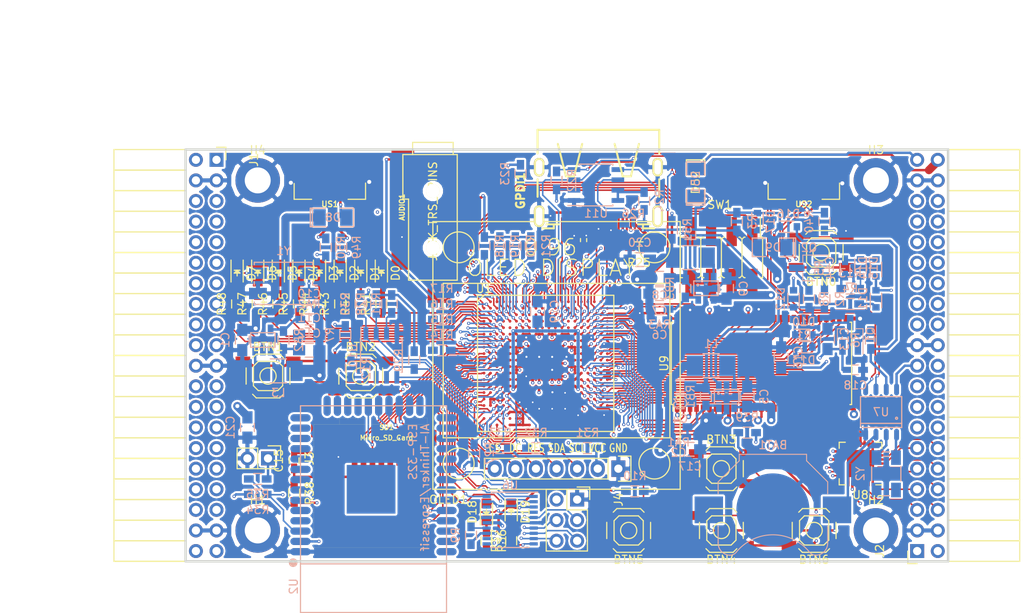
<source format=kicad_pcb>
(kicad_pcb (version 4) (host pcbnew 4.0.6+dfsg1-1)
  (layers (0 F.Cu signal) (1 In1.Cu signal) (2 In2.Cu signal) (31 B.Cu signal) (34 B.Paste user) (35 F.Paste user) (36 B.SilkS user) (37 F.SilkS user) (38 B.Mask user) (39 F.Mask user) (44 Edge.Cuts user))
  (net 0 "")
  (net 1 GND)
  (net 2 +5V)
  (net 3 /gpio/IN5V)
  (net 4 /gpio/OUT5V)
  (net 5 +3V3)
  (net 6 "Net-(L1-Pad1)")
  (net 7 "Net-(L2-Pad1)")
  (net 8 +1V2)
  (net 9 BTN_D)
  (net 10 BTN_F1)
  (net 11 BTN_F2)
  (net 12 BTN_L)
  (net 13 BTN_R)
  (net 14 BTN_U)
  (net 15 /power/FB1)
  (net 16 +2V5)
  (net 17 "Net-(L3-Pad1)")
  (net 18 /power/PWREN)
  (net 19 /power/FB3)
  (net 20 /power/FB2)
  (net 21 "Net-(D9-Pad1)")
  (net 22 /power/VBAT)
  (net 23 JTAG_TDI)
  (net 24 JTAG_TCK)
  (net 25 JTAG_TMS)
  (net 26 JTAG_TDO)
  (net 27 /power/WAKEUPn)
  (net 28 /power/WKUP)
  (net 29 /power/SHUT)
  (net 30 /power/WAKE)
  (net 31 /power/HOLD)
  (net 32 /power/WKn)
  (net 33 /power/OSCI_32k)
  (net 34 /power/OSCO_32k)
  (net 35 "Net-(Q2-Pad3)")
  (net 36 SHUTDOWN)
  (net 37 /analog/AUDIO_L)
  (net 38 /analog/AUDIO_R)
  (net 39 GPDI_5V_SCL)
  (net 40 GPDI_5V_SDA)
  (net 41 GPDI_SDA)
  (net 42 GPDI_SCL)
  (net 43 /gpdi/VREF2)
  (net 44 SD_CMD)
  (net 45 SD_CLK)
  (net 46 SD_D0)
  (net 47 SD_D1)
  (net 48 USB5V)
  (net 49 "Net-(BTN0-Pad1)")
  (net 50 GPDI_CEC)
  (net 51 nRESET)
  (net 52 FTDI_nDTR)
  (net 53 SDRAM_CKE)
  (net 54 SDRAM_A7)
  (net 55 SDRAM_D15)
  (net 56 SDRAM_BA1)
  (net 57 SDRAM_D7)
  (net 58 SDRAM_A6)
  (net 59 SDRAM_CLK)
  (net 60 SDRAM_D13)
  (net 61 SDRAM_BA0)
  (net 62 SDRAM_D6)
  (net 63 SDRAM_A5)
  (net 64 SDRAM_D14)
  (net 65 SDRAM_A11)
  (net 66 SDRAM_D12)
  (net 67 SDRAM_D5)
  (net 68 SDRAM_A4)
  (net 69 SDRAM_A10)
  (net 70 SDRAM_D11)
  (net 71 SDRAM_A3)
  (net 72 SDRAM_D4)
  (net 73 SDRAM_D10)
  (net 74 SDRAM_D9)
  (net 75 SDRAM_A9)
  (net 76 SDRAM_D3)
  (net 77 SDRAM_D8)
  (net 78 SDRAM_A8)
  (net 79 SDRAM_A2)
  (net 80 SDRAM_A1)
  (net 81 SDRAM_A0)
  (net 82 SDRAM_D2)
  (net 83 SDRAM_D1)
  (net 84 SDRAM_D0)
  (net 85 SDRAM_DQM0)
  (net 86 SDRAM_nCS)
  (net 87 SDRAM_nRAS)
  (net 88 SDRAM_DQM1)
  (net 89 SDRAM_nCAS)
  (net 90 SDRAM_nWE)
  (net 91 /flash/FLASH_nWP)
  (net 92 /flash/FLASH_nHOLD)
  (net 93 /flash/FLASH_MOSI)
  (net 94 /flash/FLASH_MISO)
  (net 95 /flash/FLASH_SCK)
  (net 96 /flash/FLASH_nCS)
  (net 97 /flash/FPGA_PROGRAMN)
  (net 98 /flash/FPGA_DONE)
  (net 99 /flash/FPGA_INITN)
  (net 100 OLED_RES)
  (net 101 OLED_DC)
  (net 102 OLED_CS)
  (net 103 WIFI_EN)
  (net 104 FTDI_nRTS)
  (net 105 FTDI_TXD)
  (net 106 FTDI_RXD)
  (net 107 WIFI_RXD)
  (net 108 WIFI_GPIO0)
  (net 109 WIFI_TXD)
  (net 110 GPDI_ETH-)
  (net 111 GPDI_ETH+)
  (net 112 GPDI_D2+)
  (net 113 GPDI_D2-)
  (net 114 GPDI_D1+)
  (net 115 GPDI_D1-)
  (net 116 GPDI_D0+)
  (net 117 GPDI_D0-)
  (net 118 GPDI_CLK+)
  (net 119 GPDI_CLK-)
  (net 120 USB_FTDI_D+)
  (net 121 USB_FTDI_D-)
  (net 122 J1_17-)
  (net 123 J1_17+)
  (net 124 J1_23-)
  (net 125 J1_23+)
  (net 126 J1_25-)
  (net 127 J1_25+)
  (net 128 J1_27-)
  (net 129 J1_27+)
  (net 130 J1_29-)
  (net 131 J1_29+)
  (net 132 J1_31-)
  (net 133 J1_31+)
  (net 134 J1_33-)
  (net 135 J1_33+)
  (net 136 J1_35-)
  (net 137 J1_35+)
  (net 138 J2_5-)
  (net 139 J2_5+)
  (net 140 J2_7-)
  (net 141 J2_7+)
  (net 142 J2_9-)
  (net 143 J2_9+)
  (net 144 J2_13-)
  (net 145 J2_13+)
  (net 146 J2_17-)
  (net 147 J2_17+)
  (net 148 J2_11-)
  (net 149 J2_11+)
  (net 150 J2_23-)
  (net 151 J2_23+)
  (net 152 J1_5-)
  (net 153 J1_5+)
  (net 154 J1_7-)
  (net 155 J1_7+)
  (net 156 J1_9-)
  (net 157 J1_9+)
  (net 158 J1_11-)
  (net 159 J1_11+)
  (net 160 J1_13-)
  (net 161 J1_13+)
  (net 162 J1_15-)
  (net 163 J1_15+)
  (net 164 J2_15-)
  (net 165 J2_15+)
  (net 166 J2_25-)
  (net 167 J2_25+)
  (net 168 J2_27-)
  (net 169 J2_27+)
  (net 170 J2_29-)
  (net 171 J2_29+)
  (net 172 J2_31-)
  (net 173 J2_31+)
  (net 174 J2_33-)
  (net 175 J2_33+)
  (net 176 J2_35-)
  (net 177 J2_35+)
  (net 178 SD_D3)
  (net 179 AUDIO_L3)
  (net 180 AUDIO_L2)
  (net 181 AUDIO_L1)
  (net 182 AUDIO_L0)
  (net 183 AUDIO_R3)
  (net 184 AUDIO_R2)
  (net 185 AUDIO_R1)
  (net 186 AUDIO_R0)
  (net 187 OLED_CLK)
  (net 188 OLED_MOSI)
  (net 189 LED0)
  (net 190 LED1)
  (net 191 LED2)
  (net 192 LED3)
  (net 193 LED4)
  (net 194 LED5)
  (net 195 LED6)
  (net 196 LED7)
  (net 197 BTN_PWRn)
  (net 198 "Net-(J3-Pad1)")
  (net 199 FTDI_nTXLED)
  (net 200 FTDI_nSLEEP)
  (net 201 /blinkey/LED_PWREN)
  (net 202 /blinkey/LED_TXLED)
  (net 203 FT3V3)
  (net 204 /sdcard/SD3V3)
  (net 205 SD_D2)
  (net 206 CLK_25MHz)
  (net 207 /blinkey/BTNPUL)
  (net 208 /blinkey/BTNPUR)
  (net 209 USB_FPGA_D+)
  (net 210 /power/FTDI_nSUSPEND)
  (net 211 /blinkey/ALED0)
  (net 212 /blinkey/ALED1)
  (net 213 /blinkey/ALED2)
  (net 214 /blinkey/ALED3)
  (net 215 /blinkey/ALED4)
  (net 216 /blinkey/ALED5)
  (net 217 /blinkey/ALED6)
  (net 218 /blinkey/ALED7)
  (net 219 /usb/FTD-)
  (net 220 /usb/FTD+)
  (net 221 ADC_MISO)
  (net 222 ADC_MOSI)
  (net 223 ADC_CSn)
  (net 224 ADC_SCLK)
  (net 225 "Net-(R51-Pad2)")
  (net 226 SW3)
  (net 227 SW2)
  (net 228 SW1)
  (net 229 SW0)
  (net 230 USB_FPGA_D-)
  (module Resistors_SMD:R_0603_HandSoldering (layer B.Cu) (at 154.044 71.326 90)
    (fp_text reference R51 (at 0 1.9 90) (layer B.SilkS) (effects (justify mirror)))
    (fp_text value 220)
    (pad 1 smd rect (at -1.1 0 90) (size 1.2 0.9) (layers B.Cu B.Paste B.Mask) (net 5 +3V3))
    (pad 2 smd rect (at 1.1 0 90) (size 1.2 0.9) (layers B.Cu B.Paste B.Mask) (net 225 "Net-(R51-Pad2)"))
  )
  (module Pin_Headers:Pin_Header_Straight_SMT_02x04 (layer F.Cu) (at 160.14 74.73 180)
    (fp_text reference SW1 (at 0.2 6.5 180) (layer F.SilkS))
    (fp_text value DIPSW)
    (pad 1 smd rect (at -3.81 3.2 180) (size 1.27 3.6) (layers F.Cu F.Paste F.Mask) (net 226 SW3))
    (pad 2 smd rect (at -1.27 3.2 180) (size 1.27 3.6) (layers F.Cu F.Paste F.Mask) (net 227 SW2))
    (pad 3 smd rect (at 1.27 3.2 180) (size 1.27 3.6) (layers F.Cu F.Paste F.Mask) (net 228 SW1))
    (pad 4 smd rect (at 3.81 3.2 180) (size 1.27 3.6) (layers F.Cu F.Paste F.Mask) (net 229 SW0))
    (pad 5 smd rect (at 3.81 -3.2 180) (size 1.27 3.6) (layers F.Cu F.Paste F.Mask) (net 225 "Net-(R51-Pad2)"))
    (pad 6 smd rect (at 1.27 -3.2 180) (size 1.27 3.6) (layers F.Cu F.Paste F.Mask) (net 225 "Net-(R51-Pad2)"))
    (pad 7 smd rect (at -1.27 -3.2 180) (size 1.27 3.6) (layers F.Cu F.Paste F.Mask) (net 225 "Net-(R51-Pad2)"))
    (pad 8 smd rect (at -3.81 -3.2 180) (size 1.27 3.6) (layers F.Cu F.Paste F.Mask) (net 225 "Net-(R51-Pad2)"))
  )
  (module lfe5bg381:BGA-381_pitch0.8mm_dia0.4mm (layer F.Cu) (at 138.48 87.8)
    (fp_text reference U1 (at -7.6 -9.2) (layer F.SilkS))
    (fp_text value LFE5U-25F-6BG381C)
    (pad A2 smd circle (at -6.8 -7.6) (size 0.35 0.35) (layers F.Cu F.Paste F.Mask) (net 129 J1_27+))
    (pad A3 smd circle (at -6 -7.6) (size 0.35 0.35) (layers F.Cu F.Paste F.Mask) (net 183 AUDIO_R3))
    (pad A4 smd circle (at -5.2 -7.6) (size 0.35 0.35) (layers F.Cu F.Paste F.Mask) (net 127 J1_25+))
    (pad A5 smd circle (at -4.4 -7.6) (size 0.35 0.35) (layers F.Cu F.Paste F.Mask) (net 126 J1_25-))
    (pad A6 smd circle (at -3.6 -7.6) (size 0.35 0.35) (layers F.Cu F.Paste F.Mask) (net 125 J1_23+))
    (pad A7 smd circle (at -2.8 -7.6) (size 0.35 0.35) (layers F.Cu F.Paste F.Mask) (net 161 J1_13+))
    (pad A8 smd circle (at -2 -7.6) (size 0.35 0.35) (layers F.Cu F.Paste F.Mask) (net 160 J1_13-))
    (pad A9 smd circle (at -1.2 -7.6) (size 0.35 0.35) (layers F.Cu F.Paste F.Mask) (net 156 J1_9-))
    (pad A10 smd circle (at -0.4 -7.6) (size 0.35 0.35) (layers F.Cu F.Paste F.Mask) (net 155 J1_7+))
    (pad A11 smd circle (at 0.4 -7.6) (size 0.35 0.35) (layers F.Cu F.Paste F.Mask) (net 154 J1_7-))
    (pad A12 smd circle (at 1.2 -7.6) (size 0.35 0.35) (layers F.Cu F.Paste F.Mask) (net 111 GPDI_ETH+))
    (pad A13 smd circle (at 2 -7.6) (size 0.35 0.35) (layers F.Cu F.Paste F.Mask) (net 110 GPDI_ETH-))
    (pad A14 smd circle (at 2.8 -7.6) (size 0.35 0.35) (layers F.Cu F.Paste F.Mask) (net 112 GPDI_D2+))
    (pad A15 smd circle (at 3.6 -7.6) (size 0.35 0.35) (layers F.Cu F.Paste F.Mask))
    (pad A16 smd circle (at 4.4 -7.6) (size 0.35 0.35) (layers F.Cu F.Paste F.Mask) (net 114 GPDI_D1+))
    (pad A17 smd circle (at 5.2 -7.6) (size 0.35 0.35) (layers F.Cu F.Paste F.Mask) (net 116 GPDI_D0+))
    (pad A18 smd circle (at 6 -7.6) (size 0.35 0.35) (layers F.Cu F.Paste F.Mask) (net 118 GPDI_CLK+))
    (pad A19 smd circle (at 6.8 -7.6) (size 0.35 0.35) (layers F.Cu F.Paste F.Mask) (net 50 GPDI_CEC))
    (pad B1 smd circle (at -7.6 -6.8) (size 0.35 0.35) (layers F.Cu F.Paste F.Mask) (net 128 J1_27-))
    (pad B2 smd circle (at -6.8 -6.8) (size 0.35 0.35) (layers F.Cu F.Paste F.Mask) (net 189 LED0))
    (pad B3 smd circle (at -6 -6.8) (size 0.35 0.35) (layers F.Cu F.Paste F.Mask) (net 182 AUDIO_L0))
    (pad B4 smd circle (at -5.2 -6.8) (size 0.35 0.35) (layers F.Cu F.Paste F.Mask) (net 130 J1_29-))
    (pad B5 smd circle (at -4.4 -6.8) (size 0.35 0.35) (layers F.Cu F.Paste F.Mask) (net 184 AUDIO_R2))
    (pad B6 smd circle (at -3.6 -6.8) (size 0.35 0.35) (layers F.Cu F.Paste F.Mask) (net 124 J1_23-))
    (pad B7 smd circle (at -2.8 -6.8) (size 0.35 0.35) (layers F.Cu F.Paste F.Mask) (net 1 GND))
    (pad B8 smd circle (at -2 -6.8) (size 0.35 0.35) (layers F.Cu F.Paste F.Mask) (net 162 J1_15-))
    (pad B9 smd circle (at -1.2 -6.8) (size 0.35 0.35) (layers F.Cu F.Paste F.Mask) (net 159 J1_11+))
    (pad B10 smd circle (at -0.4 -6.8) (size 0.35 0.35) (layers F.Cu F.Paste F.Mask) (net 157 J1_9+))
    (pad B11 smd circle (at 0.4 -6.8) (size 0.35 0.35) (layers F.Cu F.Paste F.Mask) (net 153 J1_5+))
    (pad B12 smd circle (at 1.2 -6.8) (size 0.35 0.35) (layers F.Cu F.Paste F.Mask))
    (pad B13 smd circle (at 2 -6.8) (size 0.35 0.35) (layers F.Cu F.Paste F.Mask) (net 175 J2_33+))
    (pad B14 smd circle (at 2.8 -6.8) (size 0.35 0.35) (layers F.Cu F.Paste F.Mask) (net 1 GND))
    (pad B15 smd circle (at 3.6 -6.8) (size 0.35 0.35) (layers F.Cu F.Paste F.Mask) (net 173 J2_31+))
    (pad B16 smd circle (at 4.4 -6.8) (size 0.35 0.35) (layers F.Cu F.Paste F.Mask) (net 115 GPDI_D1-))
    (pad B17 smd circle (at 5.2 -6.8) (size 0.35 0.35) (layers F.Cu F.Paste F.Mask) (net 169 J2_27+))
    (pad B18 smd circle (at 6 -6.8) (size 0.35 0.35) (layers F.Cu F.Paste F.Mask) (net 117 GPDI_D0-))
    (pad B19 smd circle (at 6.8 -6.8) (size 0.35 0.35) (layers F.Cu F.Paste F.Mask) (net 119 GPDI_CLK-))
    (pad B20 smd circle (at 7.6 -6.8) (size 0.35 0.35) (layers F.Cu F.Paste F.Mask) (net 41 GPDI_SDA))
    (pad C1 smd circle (at -7.6 -6) (size 0.35 0.35) (layers F.Cu F.Paste F.Mask) (net 191 LED2))
    (pad C2 smd circle (at -6.8 -6) (size 0.35 0.35) (layers F.Cu F.Paste F.Mask) (net 190 LED1))
    (pad C3 smd circle (at -6 -6) (size 0.35 0.35) (layers F.Cu F.Paste F.Mask) (net 181 AUDIO_L1))
    (pad C4 smd circle (at -5.2 -6) (size 0.35 0.35) (layers F.Cu F.Paste F.Mask) (net 131 J1_29+))
    (pad C5 smd circle (at -4.4 -6) (size 0.35 0.35) (layers F.Cu F.Paste F.Mask) (net 186 AUDIO_R0))
    (pad C6 smd circle (at -3.6 -6) (size 0.35 0.35) (layers F.Cu F.Paste F.Mask) (net 123 J1_17+))
    (pad C7 smd circle (at -2.8 -6) (size 0.35 0.35) (layers F.Cu F.Paste F.Mask) (net 122 J1_17-))
    (pad C8 smd circle (at -2 -6) (size 0.35 0.35) (layers F.Cu F.Paste F.Mask) (net 163 J1_15+))
    (pad C9 smd circle (at -1.2 -6) (size 0.35 0.35) (layers F.Cu F.Paste F.Mask))
    (pad C10 smd circle (at -0.4 -6) (size 0.35 0.35) (layers F.Cu F.Paste F.Mask) (net 158 J1_11-))
    (pad C11 smd circle (at 0.4 -6) (size 0.35 0.35) (layers F.Cu F.Paste F.Mask) (net 152 J1_5-))
    (pad C12 smd circle (at 1.2 -6) (size 0.35 0.35) (layers F.Cu F.Paste F.Mask) (net 42 GPDI_SCL))
    (pad C13 smd circle (at 2 -6) (size 0.35 0.35) (layers F.Cu F.Paste F.Mask) (net 174 J2_33-))
    (pad C14 smd circle (at 2.8 -6) (size 0.35 0.35) (layers F.Cu F.Paste F.Mask) (net 113 GPDI_D2-))
    (pad C15 smd circle (at 3.6 -6) (size 0.35 0.35) (layers F.Cu F.Paste F.Mask) (net 172 J2_31-))
    (pad C16 smd circle (at 4.4 -6) (size 0.35 0.35) (layers F.Cu F.Paste F.Mask) (net 171 J2_29+))
    (pad C17 smd circle (at 5.2 -6) (size 0.35 0.35) (layers F.Cu F.Paste F.Mask) (net 168 J2_27-))
    (pad C18 smd circle (at 6 -6) (size 0.35 0.35) (layers F.Cu F.Paste F.Mask) (net 151 J2_23+))
    (pad C19 smd circle (at 6.8 -6) (size 0.35 0.35) (layers F.Cu F.Paste F.Mask) (net 1 GND))
    (pad C20 smd circle (at 7.6 -6) (size 0.35 0.35) (layers F.Cu F.Paste F.Mask) (net 64 SDRAM_D14))
    (pad D1 smd circle (at -7.6 -5.2) (size 0.35 0.35) (layers F.Cu F.Paste F.Mask) (net 193 LED4))
    (pad D2 smd circle (at -6.8 -5.2) (size 0.35 0.35) (layers F.Cu F.Paste F.Mask) (net 192 LED3))
    (pad D3 smd circle (at -6 -5.2) (size 0.35 0.35) (layers F.Cu F.Paste F.Mask) (net 180 AUDIO_L2))
    (pad D4 smd circle (at -5.2 -5.2) (size 0.35 0.35) (layers F.Cu F.Paste F.Mask) (net 1 GND))
    (pad D5 smd circle (at -4.4 -5.2) (size 0.35 0.35) (layers F.Cu F.Paste F.Mask) (net 185 AUDIO_R1))
    (pad D6 smd circle (at -3.6 -5.2) (size 0.35 0.35) (layers F.Cu F.Paste F.Mask) (net 197 BTN_PWRn))
    (pad D7 smd circle (at -2.8 -5.2) (size 0.35 0.35) (layers F.Cu F.Paste F.Mask) (net 228 SW1))
    (pad D8 smd circle (at -2 -5.2) (size 0.35 0.35) (layers F.Cu F.Paste F.Mask) (net 229 SW0))
    (pad D9 smd circle (at -1.2 -5.2) (size 0.35 0.35) (layers F.Cu F.Paste F.Mask))
    (pad D10 smd circle (at -0.4 -5.2) (size 0.35 0.35) (layers F.Cu F.Paste F.Mask))
    (pad D11 smd circle (at 0.4 -5.2) (size 0.35 0.35) (layers F.Cu F.Paste F.Mask))
    (pad D12 smd circle (at 1.2 -5.2) (size 0.35 0.35) (layers F.Cu F.Paste F.Mask))
    (pad D13 smd circle (at 2 -5.2) (size 0.35 0.35) (layers F.Cu F.Paste F.Mask) (net 177 J2_35+))
    (pad D14 smd circle (at 2.8 -5.2) (size 0.35 0.35) (layers F.Cu F.Paste F.Mask))
    (pad D15 smd circle (at 3.6 -5.2) (size 0.35 0.35) (layers F.Cu F.Paste F.Mask) (net 167 J2_25+))
    (pad D16 smd circle (at 4.4 -5.2) (size 0.35 0.35) (layers F.Cu F.Paste F.Mask) (net 170 J2_29-))
    (pad D17 smd circle (at 5.2 -5.2) (size 0.35 0.35) (layers F.Cu F.Paste F.Mask) (net 150 J2_23-))
    (pad D18 smd circle (at 6 -5.2) (size 0.35 0.35) (layers F.Cu F.Paste F.Mask) (net 147 J2_17+))
    (pad D19 smd circle (at 6.8 -5.2) (size 0.35 0.35) (layers F.Cu F.Paste F.Mask) (net 55 SDRAM_D15))
    (pad D20 smd circle (at 7.6 -5.2) (size 0.35 0.35) (layers F.Cu F.Paste F.Mask) (net 60 SDRAM_D13))
    (pad E1 smd circle (at -7.6 -4.4) (size 0.35 0.35) (layers F.Cu F.Paste F.Mask) (net 195 LED6))
    (pad E2 smd circle (at -6.8 -4.4) (size 0.35 0.35) (layers F.Cu F.Paste F.Mask) (net 194 LED5))
    (pad E3 smd circle (at -6 -4.4) (size 0.35 0.35) (layers F.Cu F.Paste F.Mask) (net 132 J1_31-))
    (pad E4 smd circle (at -5.2 -4.4) (size 0.35 0.35) (layers F.Cu F.Paste F.Mask) (net 179 AUDIO_L3))
    (pad E5 smd circle (at -4.4 -4.4) (size 0.35 0.35) (layers F.Cu F.Paste F.Mask))
    (pad E6 smd circle (at -3.6 -4.4) (size 0.35 0.35) (layers F.Cu F.Paste F.Mask))
    (pad E7 smd circle (at -2.8 -4.4) (size 0.35 0.35) (layers F.Cu F.Paste F.Mask) (net 226 SW3))
    (pad E8 smd circle (at -2 -4.4) (size 0.35 0.35) (layers F.Cu F.Paste F.Mask) (net 227 SW2))
    (pad E9 smd circle (at -1.2 -4.4) (size 0.35 0.35) (layers F.Cu F.Paste F.Mask))
    (pad E10 smd circle (at -0.4 -4.4) (size 0.35 0.35) (layers F.Cu F.Paste F.Mask))
    (pad E11 smd circle (at 0.4 -4.4) (size 0.35 0.35) (layers F.Cu F.Paste F.Mask))
    (pad E12 smd circle (at 1.2 -4.4) (size 0.35 0.35) (layers F.Cu F.Paste F.Mask))
    (pad E13 smd circle (at 2 -4.4) (size 0.35 0.35) (layers F.Cu F.Paste F.Mask) (net 176 J2_35-))
    (pad E14 smd circle (at 2.8 -4.4) (size 0.35 0.35) (layers F.Cu F.Paste F.Mask))
    (pad E15 smd circle (at 3.6 -4.4) (size 0.35 0.35) (layers F.Cu F.Paste F.Mask) (net 166 J2_25-))
    (pad E16 smd circle (at 4.4 -4.4) (size 0.35 0.35) (layers F.Cu F.Paste F.Mask) (net 209 USB_FPGA_D+))
    (pad E17 smd circle (at 5.2 -4.4) (size 0.35 0.35) (layers F.Cu F.Paste F.Mask) (net 146 J2_17-))
    (pad E18 smd circle (at 6 -4.4) (size 0.35 0.35) (layers F.Cu F.Paste F.Mask) (net 72 SDRAM_D4))
    (pad E19 smd circle (at 6.8 -4.4) (size 0.35 0.35) (layers F.Cu F.Paste F.Mask) (net 66 SDRAM_D12))
    (pad E20 smd circle (at 7.6 -4.4) (size 0.35 0.35) (layers F.Cu F.Paste F.Mask) (net 70 SDRAM_D11))
    (pad F1 smd circle (at -7.6 -3.6) (size 0.35 0.35) (layers F.Cu F.Paste F.Mask) (net 103 WIFI_EN))
    (pad F2 smd circle (at -6.8 -3.6) (size 0.35 0.35) (layers F.Cu F.Paste F.Mask))
    (pad F3 smd circle (at -6 -3.6) (size 0.35 0.35) (layers F.Cu F.Paste F.Mask) (net 134 J1_33-))
    (pad F4 smd circle (at -5.2 -3.6) (size 0.35 0.35) (layers F.Cu F.Paste F.Mask) (net 133 J1_31+))
    (pad F5 smd circle (at -4.4 -3.6) (size 0.35 0.35) (layers F.Cu F.Paste F.Mask))
    (pad F6 smd circle (at -3.6 -3.6) (size 0.35 0.35) (layers F.Cu F.Paste F.Mask) (net 16 +2V5))
    (pad F7 smd circle (at -2.8 -3.6) (size 0.35 0.35) (layers F.Cu F.Paste F.Mask) (net 1 GND))
    (pad F8 smd circle (at -2 -3.6) (size 0.35 0.35) (layers F.Cu F.Paste F.Mask) (net 1 GND))
    (pad F9 smd circle (at -1.2 -3.6) (size 0.35 0.35) (layers F.Cu F.Paste F.Mask) (net 5 +3V3))
    (pad F10 smd circle (at -0.4 -3.6) (size 0.35 0.35) (layers F.Cu F.Paste F.Mask) (net 5 +3V3))
    (pad F11 smd circle (at 0.4 -3.6) (size 0.35 0.35) (layers F.Cu F.Paste F.Mask) (net 5 +3V3))
    (pad F12 smd circle (at 1.2 -3.6) (size 0.35 0.35) (layers F.Cu F.Paste F.Mask) (net 5 +3V3))
    (pad F13 smd circle (at 2 -3.6) (size 0.35 0.35) (layers F.Cu F.Paste F.Mask) (net 1 GND))
    (pad F14 smd circle (at 2.8 -3.6) (size 0.35 0.35) (layers F.Cu F.Paste F.Mask) (net 1 GND))
    (pad F15 smd circle (at 3.6 -3.6) (size 0.35 0.35) (layers F.Cu F.Paste F.Mask) (net 16 +2V5))
    (pad F16 smd circle (at 4.4 -3.6) (size 0.35 0.35) (layers F.Cu F.Paste F.Mask) (net 230 USB_FPGA_D-))
    (pad F17 smd circle (at 5.2 -3.6) (size 0.35 0.35) (layers F.Cu F.Paste F.Mask) (net 165 J2_15+))
    (pad F18 smd circle (at 6 -3.6) (size 0.35 0.35) (layers F.Cu F.Paste F.Mask) (net 67 SDRAM_D5))
    (pad F19 smd circle (at 6.8 -3.6) (size 0.35 0.35) (layers F.Cu F.Paste F.Mask) (net 73 SDRAM_D10))
    (pad F20 smd circle (at 7.6 -3.6) (size 0.35 0.35) (layers F.Cu F.Paste F.Mask) (net 74 SDRAM_D9))
    (pad G1 smd circle (at -7.6 -2.8) (size 0.35 0.35) (layers F.Cu F.Paste F.Mask))
    (pad G2 smd circle (at -6.8 -2.8) (size 0.35 0.35) (layers F.Cu F.Paste F.Mask) (net 206 CLK_25MHz))
    (pad G3 smd circle (at -6 -2.8) (size 0.35 0.35) (layers F.Cu F.Paste F.Mask) (net 135 J1_33+))
    (pad G4 smd circle (at -5.2 -2.8) (size 0.35 0.35) (layers F.Cu F.Paste F.Mask) (net 1 GND))
    (pad G5 smd circle (at -4.4 -2.8) (size 0.35 0.35) (layers F.Cu F.Paste F.Mask) (net 136 J1_35-))
    (pad G6 smd circle (at -3.6 -2.8) (size 0.35 0.35) (layers F.Cu F.Paste F.Mask) (net 1 GND))
    (pad G7 smd circle (at -2.8 -2.8) (size 0.35 0.35) (layers F.Cu F.Paste F.Mask) (net 1 GND))
    (pad G8 smd circle (at -2 -2.8) (size 0.35 0.35) (layers F.Cu F.Paste F.Mask) (net 1 GND))
    (pad G9 smd circle (at -1.2 -2.8) (size 0.35 0.35) (layers F.Cu F.Paste F.Mask) (net 1 GND))
    (pad G10 smd circle (at -0.4 -2.8) (size 0.35 0.35) (layers F.Cu F.Paste F.Mask) (net 1 GND))
    (pad G11 smd circle (at 0.4 -2.8) (size 0.35 0.35) (layers F.Cu F.Paste F.Mask) (net 1 GND))
    (pad G12 smd circle (at 1.2 -2.8) (size 0.35 0.35) (layers F.Cu F.Paste F.Mask) (net 1 GND))
    (pad G13 smd circle (at 2 -2.8) (size 0.35 0.35) (layers F.Cu F.Paste F.Mask) (net 1 GND))
    (pad G14 smd circle (at 2.8 -2.8) (size 0.35 0.35) (layers F.Cu F.Paste F.Mask) (net 1 GND))
    (pad G15 smd circle (at 3.6 -2.8) (size 0.35 0.35) (layers F.Cu F.Paste F.Mask) (net 1 GND))
    (pad G16 smd circle (at 4.4 -2.8) (size 0.35 0.35) (layers F.Cu F.Paste F.Mask))
    (pad G17 smd circle (at 5.2 -2.8) (size 0.35 0.35) (layers F.Cu F.Paste F.Mask) (net 1 GND))
    (pad G18 smd circle (at 6 -2.8) (size 0.35 0.35) (layers F.Cu F.Paste F.Mask) (net 164 J2_15-))
    (pad G19 smd circle (at 6.8 -2.8) (size 0.35 0.35) (layers F.Cu F.Paste F.Mask) (net 77 SDRAM_D8))
    (pad G20 smd circle (at 7.6 -2.8) (size 0.35 0.35) (layers F.Cu F.Paste F.Mask) (net 88 SDRAM_DQM1))
    (pad H1 smd circle (at -7.6 -2) (size 0.35 0.35) (layers F.Cu F.Paste F.Mask) (net 178 SD_D3))
    (pad H2 smd circle (at -6.8 -2) (size 0.35 0.35) (layers F.Cu F.Paste F.Mask) (net 205 SD_D2))
    (pad H3 smd circle (at -6 -2) (size 0.35 0.35) (layers F.Cu F.Paste F.Mask) (net 196 LED7))
    (pad H4 smd circle (at -5.2 -2) (size 0.35 0.35) (layers F.Cu F.Paste F.Mask) (net 137 J1_35+))
    (pad H5 smd circle (at -4.4 -2) (size 0.35 0.35) (layers F.Cu F.Paste F.Mask))
    (pad H6 smd circle (at -3.6 -2) (size 0.35 0.35) (layers F.Cu F.Paste F.Mask) (net 5 +3V3))
    (pad H7 smd circle (at -2.8 -2) (size 0.35 0.35) (layers F.Cu F.Paste F.Mask) (net 5 +3V3))
    (pad H8 smd circle (at -2 -2) (size 0.35 0.35) (layers F.Cu F.Paste F.Mask) (net 8 +1V2))
    (pad H9 smd circle (at -1.2 -2) (size 0.35 0.35) (layers F.Cu F.Paste F.Mask) (net 8 +1V2))
    (pad H10 smd circle (at -0.4 -2) (size 0.35 0.35) (layers F.Cu F.Paste F.Mask) (net 8 +1V2))
    (pad H11 smd circle (at 0.4 -2) (size 0.35 0.35) (layers F.Cu F.Paste F.Mask) (net 8 +1V2))
    (pad H12 smd circle (at 1.2 -2) (size 0.35 0.35) (layers F.Cu F.Paste F.Mask) (net 8 +1V2))
    (pad H13 smd circle (at 2 -2) (size 0.35 0.35) (layers F.Cu F.Paste F.Mask) (net 8 +1V2))
    (pad H14 smd circle (at 2.8 -2) (size 0.35 0.35) (layers F.Cu F.Paste F.Mask) (net 5 +3V3))
    (pad H15 smd circle (at 3.6 -2) (size 0.35 0.35) (layers F.Cu F.Paste F.Mask) (net 5 +3V3))
    (pad H16 smd circle (at 4.4 -2) (size 0.35 0.35) (layers F.Cu F.Paste F.Mask))
    (pad H17 smd circle (at 5.2 -2) (size 0.35 0.35) (layers F.Cu F.Paste F.Mask) (net 144 J2_13-))
    (pad H18 smd circle (at 6 -2) (size 0.35 0.35) (layers F.Cu F.Paste F.Mask) (net 145 J2_13+))
    (pad H19 smd circle (at 6.8 -2) (size 0.35 0.35) (layers F.Cu F.Paste F.Mask) (net 1 GND))
    (pad H20 smd circle (at 7.6 -2) (size 0.35 0.35) (layers F.Cu F.Paste F.Mask) (net 59 SDRAM_CLK))
    (pad J1 smd circle (at -7.6 -1.2) (size 0.35 0.35) (layers F.Cu F.Paste F.Mask) (net 45 SD_CLK))
    (pad J2 smd circle (at -6.8 -1.2) (size 0.35 0.35) (layers F.Cu F.Paste F.Mask) (net 1 GND))
    (pad J3 smd circle (at -6 -1.2) (size 0.35 0.35) (layers F.Cu F.Paste F.Mask) (net 44 SD_CMD))
    (pad J4 smd circle (at -5.2 -1.2) (size 0.35 0.35) (layers F.Cu F.Paste F.Mask))
    (pad J5 smd circle (at -4.4 -1.2) (size 0.35 0.35) (layers F.Cu F.Paste F.Mask))
    (pad J6 smd circle (at -3.6 -1.2) (size 0.35 0.35) (layers F.Cu F.Paste F.Mask) (net 5 +3V3))
    (pad J7 smd circle (at -2.8 -1.2) (size 0.35 0.35) (layers F.Cu F.Paste F.Mask) (net 1 GND))
    (pad J8 smd circle (at -2 -1.2) (size 0.35 0.35) (layers F.Cu F.Paste F.Mask) (net 8 +1V2))
    (pad J9 smd circle (at -1.2 -1.2) (size 0.35 0.35) (layers F.Cu F.Paste F.Mask) (net 1 GND))
    (pad J10 smd circle (at -0.4 -1.2) (size 0.35 0.35) (layers F.Cu F.Paste F.Mask) (net 1 GND))
    (pad J11 smd circle (at 0.4 -1.2) (size 0.35 0.35) (layers F.Cu F.Paste F.Mask) (net 1 GND))
    (pad J12 smd circle (at 1.2 -1.2) (size 0.35 0.35) (layers F.Cu F.Paste F.Mask) (net 1 GND))
    (pad J13 smd circle (at 2 -1.2) (size 0.35 0.35) (layers F.Cu F.Paste F.Mask) (net 8 +1V2))
    (pad J14 smd circle (at 2.8 -1.2) (size 0.35 0.35) (layers F.Cu F.Paste F.Mask) (net 1 GND))
    (pad J15 smd circle (at 3.6 -1.2) (size 0.35 0.35) (layers F.Cu F.Paste F.Mask) (net 5 +3V3))
    (pad J16 smd circle (at 4.4 -1.2) (size 0.35 0.35) (layers F.Cu F.Paste F.Mask))
    (pad J17 smd circle (at 5.2 -1.2) (size 0.35 0.35) (layers F.Cu F.Paste F.Mask))
    (pad J18 smd circle (at 6 -1.2) (size 0.35 0.35) (layers F.Cu F.Paste F.Mask) (net 76 SDRAM_D3))
    (pad J19 smd circle (at 6.8 -1.2) (size 0.35 0.35) (layers F.Cu F.Paste F.Mask) (net 53 SDRAM_CKE))
    (pad J20 smd circle (at 7.6 -1.2) (size 0.35 0.35) (layers F.Cu F.Paste F.Mask) (net 65 SDRAM_A11))
    (pad K1 smd circle (at -7.6 -0.4) (size 0.35 0.35) (layers F.Cu F.Paste F.Mask) (net 47 SD_D1))
    (pad K2 smd circle (at -6.8 -0.4) (size 0.35 0.35) (layers F.Cu F.Paste F.Mask) (net 46 SD_D0))
    (pad K3 smd circle (at -6 -0.4) (size 0.35 0.35) (layers F.Cu F.Paste F.Mask) (net 107 WIFI_RXD))
    (pad K4 smd circle (at -5.2 -0.4) (size 0.35 0.35) (layers F.Cu F.Paste F.Mask) (net 109 WIFI_TXD))
    (pad K5 smd circle (at -4.4 -0.4) (size 0.35 0.35) (layers F.Cu F.Paste F.Mask))
    (pad K6 smd circle (at -3.6 -0.4) (size 0.35 0.35) (layers F.Cu F.Paste F.Mask) (net 1 GND))
    (pad K7 smd circle (at -2.8 -0.4) (size 0.35 0.35) (layers F.Cu F.Paste F.Mask) (net 1 GND))
    (pad K8 smd circle (at -2 -0.4) (size 0.35 0.35) (layers F.Cu F.Paste F.Mask) (net 8 +1V2))
    (pad K9 smd circle (at -1.2 -0.4) (size 0.35 0.35) (layers F.Cu F.Paste F.Mask) (net 1 GND))
    (pad K10 smd circle (at -0.4 -0.4) (size 0.35 0.35) (layers F.Cu F.Paste F.Mask) (net 1 GND))
    (pad K11 smd circle (at 0.4 -0.4) (size 0.35 0.35) (layers F.Cu F.Paste F.Mask) (net 1 GND))
    (pad K12 smd circle (at 1.2 -0.4) (size 0.35 0.35) (layers F.Cu F.Paste F.Mask) (net 1 GND))
    (pad K13 smd circle (at 2 -0.4) (size 0.35 0.35) (layers F.Cu F.Paste F.Mask) (net 8 +1V2))
    (pad K14 smd circle (at 2.8 -0.4) (size 0.35 0.35) (layers F.Cu F.Paste F.Mask) (net 1 GND))
    (pad K15 smd circle (at 3.6 -0.4) (size 0.35 0.35) (layers F.Cu F.Paste F.Mask) (net 1 GND))
    (pad K16 smd circle (at 4.4 -0.4) (size 0.35 0.35) (layers F.Cu F.Paste F.Mask))
    (pad K17 smd circle (at 5.2 -0.4) (size 0.35 0.35) (layers F.Cu F.Paste F.Mask))
    (pad K18 smd circle (at 6 -0.4) (size 0.35 0.35) (layers F.Cu F.Paste F.Mask) (net 82 SDRAM_D2))
    (pad K19 smd circle (at 6.8 -0.4) (size 0.35 0.35) (layers F.Cu F.Paste F.Mask) (net 75 SDRAM_A9))
    (pad K20 smd circle (at 7.6 -0.4) (size 0.35 0.35) (layers F.Cu F.Paste F.Mask) (net 78 SDRAM_A8))
    (pad L1 smd circle (at -7.6 0.4) (size 0.35 0.35) (layers F.Cu F.Paste F.Mask))
    (pad L2 smd circle (at -6.8 0.4) (size 0.35 0.35) (layers F.Cu F.Paste F.Mask) (net 108 WIFI_GPIO0))
    (pad L3 smd circle (at -6 0.4) (size 0.35 0.35) (layers F.Cu F.Paste F.Mask))
    (pad L4 smd circle (at -5.2 0.4) (size 0.35 0.35) (layers F.Cu F.Paste F.Mask) (net 106 FTDI_RXD))
    (pad L5 smd circle (at -4.4 0.4) (size 0.35 0.35) (layers F.Cu F.Paste F.Mask))
    (pad L6 smd circle (at -3.6 0.4) (size 0.35 0.35) (layers F.Cu F.Paste F.Mask) (net 5 +3V3))
    (pad L7 smd circle (at -2.8 0.4) (size 0.35 0.35) (layers F.Cu F.Paste F.Mask) (net 5 +3V3))
    (pad L8 smd circle (at -2 0.4) (size 0.35 0.35) (layers F.Cu F.Paste F.Mask) (net 8 +1V2))
    (pad L9 smd circle (at -1.2 0.4) (size 0.35 0.35) (layers F.Cu F.Paste F.Mask) (net 1 GND))
    (pad L10 smd circle (at -0.4 0.4) (size 0.35 0.35) (layers F.Cu F.Paste F.Mask) (net 1 GND))
    (pad L11 smd circle (at 0.4 0.4) (size 0.35 0.35) (layers F.Cu F.Paste F.Mask) (net 1 GND))
    (pad L12 smd circle (at 1.2 0.4) (size 0.35 0.35) (layers F.Cu F.Paste F.Mask) (net 1 GND))
    (pad L13 smd circle (at 2 0.4) (size 0.35 0.35) (layers F.Cu F.Paste F.Mask) (net 8 +1V2))
    (pad L14 smd circle (at 2.8 0.4) (size 0.35 0.35) (layers F.Cu F.Paste F.Mask) (net 5 +3V3))
    (pad L15 smd circle (at 3.6 0.4) (size 0.35 0.35) (layers F.Cu F.Paste F.Mask) (net 5 +3V3))
    (pad L16 smd circle (at 4.4 0.4) (size 0.35 0.35) (layers F.Cu F.Paste F.Mask) (net 149 J2_11+))
    (pad L17 smd circle (at 5.2 0.4) (size 0.35 0.35) (layers F.Cu F.Paste F.Mask) (net 148 J2_11-))
    (pad L18 smd circle (at 6 0.4) (size 0.35 0.35) (layers F.Cu F.Paste F.Mask) (net 83 SDRAM_D1))
    (pad L19 smd circle (at 6.8 0.4) (size 0.35 0.35) (layers F.Cu F.Paste F.Mask) (net 54 SDRAM_A7))
    (pad L20 smd circle (at 7.6 0.4) (size 0.35 0.35) (layers F.Cu F.Paste F.Mask) (net 58 SDRAM_A6))
    (pad M1 smd circle (at -7.6 1.2) (size 0.35 0.35) (layers F.Cu F.Paste F.Mask) (net 105 FTDI_TXD))
    (pad M2 smd circle (at -6.8 1.2) (size 0.35 0.35) (layers F.Cu F.Paste F.Mask) (net 1 GND))
    (pad M3 smd circle (at -6 1.2) (size 0.35 0.35) (layers F.Cu F.Paste F.Mask) (net 104 FTDI_nRTS))
    (pad M4 smd circle (at -5.2 1.2) (size 0.35 0.35) (layers F.Cu F.Paste F.Mask))
    (pad M5 smd circle (at -4.4 1.2) (size 0.35 0.35) (layers F.Cu F.Paste F.Mask))
    (pad M6 smd circle (at -3.6 1.2) (size 0.35 0.35) (layers F.Cu F.Paste F.Mask) (net 5 +3V3))
    (pad M7 smd circle (at -2.8 1.2) (size 0.35 0.35) (layers F.Cu F.Paste F.Mask) (net 1 GND))
    (pad M8 smd circle (at -2 1.2) (size 0.35 0.35) (layers F.Cu F.Paste F.Mask) (net 8 +1V2))
    (pad M9 smd circle (at -1.2 1.2) (size 0.35 0.35) (layers F.Cu F.Paste F.Mask) (net 1 GND))
    (pad M10 smd circle (at -0.4 1.2) (size 0.35 0.35) (layers F.Cu F.Paste F.Mask) (net 1 GND))
    (pad M11 smd circle (at 0.4 1.2) (size 0.35 0.35) (layers F.Cu F.Paste F.Mask) (net 1 GND))
    (pad M12 smd circle (at 1.2 1.2) (size 0.35 0.35) (layers F.Cu F.Paste F.Mask) (net 1 GND))
    (pad M13 smd circle (at 2 1.2) (size 0.35 0.35) (layers F.Cu F.Paste F.Mask) (net 8 +1V2))
    (pad M14 smd circle (at 2.8 1.2) (size 0.35 0.35) (layers F.Cu F.Paste F.Mask) (net 1 GND))
    (pad M15 smd circle (at 3.6 1.2) (size 0.35 0.35) (layers F.Cu F.Paste F.Mask) (net 5 +3V3))
    (pad M16 smd circle (at 4.4 1.2) (size 0.35 0.35) (layers F.Cu F.Paste F.Mask) (net 1 GND))
    (pad M17 smd circle (at 5.2 1.2) (size 0.35 0.35) (layers F.Cu F.Paste F.Mask) (net 142 J2_9-))
    (pad M18 smd circle (at 6 1.2) (size 0.35 0.35) (layers F.Cu F.Paste F.Mask) (net 84 SDRAM_D0))
    (pad M19 smd circle (at 6.8 1.2) (size 0.35 0.35) (layers F.Cu F.Paste F.Mask) (net 63 SDRAM_A5))
    (pad M20 smd circle (at 7.6 1.2) (size 0.35 0.35) (layers F.Cu F.Paste F.Mask) (net 68 SDRAM_A4))
    (pad N1 smd circle (at -7.6 2) (size 0.35 0.35) (layers F.Cu F.Paste F.Mask) (net 52 FTDI_nDTR))
    (pad N2 smd circle (at -6.8 2) (size 0.35 0.35) (layers F.Cu F.Paste F.Mask) (net 102 OLED_CS))
    (pad N3 smd circle (at -6 2) (size 0.35 0.35) (layers F.Cu F.Paste F.Mask))
    (pad N4 smd circle (at -5.2 2) (size 0.35 0.35) (layers F.Cu F.Paste F.Mask))
    (pad N5 smd circle (at -4.4 2) (size 0.35 0.35) (layers F.Cu F.Paste F.Mask))
    (pad N6 smd circle (at -3.6 2) (size 0.35 0.35) (layers F.Cu F.Paste F.Mask) (net 1 GND))
    (pad N7 smd circle (at -2.8 2) (size 0.35 0.35) (layers F.Cu F.Paste F.Mask) (net 1 GND))
    (pad N8 smd circle (at -2 2) (size 0.35 0.35) (layers F.Cu F.Paste F.Mask) (net 8 +1V2))
    (pad N9 smd circle (at -1.2 2) (size 0.35 0.35) (layers F.Cu F.Paste F.Mask) (net 8 +1V2))
    (pad N10 smd circle (at -0.4 2) (size 0.35 0.35) (layers F.Cu F.Paste F.Mask) (net 8 +1V2))
    (pad N11 smd circle (at 0.4 2) (size 0.35 0.35) (layers F.Cu F.Paste F.Mask) (net 8 +1V2))
    (pad N12 smd circle (at 1.2 2) (size 0.35 0.35) (layers F.Cu F.Paste F.Mask) (net 8 +1V2))
    (pad N13 smd circle (at 2 2) (size 0.35 0.35) (layers F.Cu F.Paste F.Mask) (net 8 +1V2))
    (pad N14 smd circle (at 2.8 2) (size 0.35 0.35) (layers F.Cu F.Paste F.Mask) (net 1 GND))
    (pad N15 smd circle (at 3.6 2) (size 0.35 0.35) (layers F.Cu F.Paste F.Mask) (net 1 GND))
    (pad N16 smd circle (at 4.4 2) (size 0.35 0.35) (layers F.Cu F.Paste F.Mask) (net 143 J2_9+))
    (pad N17 smd circle (at 5.2 2) (size 0.35 0.35) (layers F.Cu F.Paste F.Mask) (net 141 J2_7+))
    (pad N18 smd circle (at 6 2) (size 0.35 0.35) (layers F.Cu F.Paste F.Mask) (net 62 SDRAM_D6))
    (pad N19 smd circle (at 6.8 2) (size 0.35 0.35) (layers F.Cu F.Paste F.Mask) (net 71 SDRAM_A3))
    (pad N20 smd circle (at 7.6 2) (size 0.35 0.35) (layers F.Cu F.Paste F.Mask) (net 79 SDRAM_A2))
    (pad P1 smd circle (at -7.6 2.8) (size 0.35 0.35) (layers F.Cu F.Paste F.Mask) (net 101 OLED_DC))
    (pad P2 smd circle (at -6.8 2.8) (size 0.35 0.35) (layers F.Cu F.Paste F.Mask) (net 100 OLED_RES))
    (pad P3 smd circle (at -6 2.8) (size 0.35 0.35) (layers F.Cu F.Paste F.Mask) (net 188 OLED_MOSI))
    (pad P4 smd circle (at -5.2 2.8) (size 0.35 0.35) (layers F.Cu F.Paste F.Mask) (net 187 OLED_CLK))
    (pad P5 smd circle (at -4.4 2.8) (size 0.35 0.35) (layers F.Cu F.Paste F.Mask))
    (pad P6 smd circle (at -3.6 2.8) (size 0.35 0.35) (layers F.Cu F.Paste F.Mask) (net 16 +2V5))
    (pad P7 smd circle (at -2.8 2.8) (size 0.35 0.35) (layers F.Cu F.Paste F.Mask) (net 1 GND))
    (pad P8 smd circle (at -2 2.8) (size 0.35 0.35) (layers F.Cu F.Paste F.Mask) (net 1 GND))
    (pad P9 smd circle (at -1.2 2.8) (size 0.35 0.35) (layers F.Cu F.Paste F.Mask) (net 5 +3V3))
    (pad P10 smd circle (at -0.4 2.8) (size 0.35 0.35) (layers F.Cu F.Paste F.Mask) (net 5 +3V3))
    (pad P11 smd circle (at 0.4 2.8) (size 0.35 0.35) (layers F.Cu F.Paste F.Mask) (net 1 GND))
    (pad P12 smd circle (at 1.2 2.8) (size 0.35 0.35) (layers F.Cu F.Paste F.Mask) (net 1 GND))
    (pad P13 smd circle (at 2 2.8) (size 0.35 0.35) (layers F.Cu F.Paste F.Mask) (net 1 GND))
    (pad P14 smd circle (at 2.8 2.8) (size 0.35 0.35) (layers F.Cu F.Paste F.Mask) (net 1 GND))
    (pad P15 smd circle (at 3.6 2.8) (size 0.35 0.35) (layers F.Cu F.Paste F.Mask) (net 16 +2V5))
    (pad P16 smd circle (at 4.4 2.8) (size 0.35 0.35) (layers F.Cu F.Paste F.Mask) (net 140 J2_7-))
    (pad P17 smd circle (at 5.2 2.8) (size 0.35 0.35) (layers F.Cu F.Paste F.Mask) (net 224 ADC_SCLK))
    (pad P18 smd circle (at 6 2.8) (size 0.35 0.35) (layers F.Cu F.Paste F.Mask) (net 57 SDRAM_D7))
    (pad P19 smd circle (at 6.8 2.8) (size 0.35 0.35) (layers F.Cu F.Paste F.Mask) (net 80 SDRAM_A1))
    (pad P20 smd circle (at 7.6 2.8) (size 0.35 0.35) (layers F.Cu F.Paste F.Mask) (net 81 SDRAM_A0))
    (pad R1 smd circle (at -7.6 3.6) (size 0.35 0.35) (layers F.Cu F.Paste F.Mask) (net 10 BTN_F1))
    (pad R2 smd circle (at -6.8 3.6) (size 0.35 0.35) (layers F.Cu F.Paste F.Mask) (net 96 /flash/FLASH_nCS))
    (pad R3 smd circle (at -6 3.6) (size 0.35 0.35) (layers F.Cu F.Paste F.Mask))
    (pad R4 smd circle (at -5.2 3.6) (size 0.35 0.35) (layers F.Cu F.Paste F.Mask) (net 1 GND))
    (pad R5 smd circle (at -4.4 3.6) (size 0.35 0.35) (layers F.Cu F.Paste F.Mask) (net 23 JTAG_TDI))
    (pad R16 smd circle (at 4.4 3.6) (size 0.35 0.35) (layers F.Cu F.Paste F.Mask) (net 222 ADC_MOSI))
    (pad R17 smd circle (at 5.2 3.6) (size 0.35 0.35) (layers F.Cu F.Paste F.Mask) (net 223 ADC_CSn))
    (pad R18 smd circle (at 6 3.6) (size 0.35 0.35) (layers F.Cu F.Paste F.Mask) (net 85 SDRAM_DQM0))
    (pad R19 smd circle (at 6.8 3.6) (size 0.35 0.35) (layers F.Cu F.Paste F.Mask) (net 1 GND))
    (pad R20 smd circle (at 7.6 3.6) (size 0.35 0.35) (layers F.Cu F.Paste F.Mask) (net 69 SDRAM_A10))
    (pad T1 smd circle (at -7.6 4.4) (size 0.35 0.35) (layers F.Cu F.Paste F.Mask) (net 11 BTN_F2))
    (pad T2 smd circle (at -6.8 4.4) (size 0.35 0.35) (layers F.Cu F.Paste F.Mask) (net 5 +3V3))
    (pad T3 smd circle (at -6 4.4) (size 0.35 0.35) (layers F.Cu F.Paste F.Mask) (net 5 +3V3))
    (pad T4 smd circle (at -5.2 4.4) (size 0.35 0.35) (layers F.Cu F.Paste F.Mask) (net 5 +3V3))
    (pad T5 smd circle (at -4.4 4.4) (size 0.35 0.35) (layers F.Cu F.Paste F.Mask) (net 24 JTAG_TCK))
    (pad T6 smd circle (at -3.6 4.4) (size 0.35 0.35) (layers F.Cu F.Paste F.Mask) (net 1 GND))
    (pad T7 smd circle (at -2.8 4.4) (size 0.35 0.35) (layers F.Cu F.Paste F.Mask) (net 1 GND))
    (pad T8 smd circle (at -2 4.4) (size 0.35 0.35) (layers F.Cu F.Paste F.Mask) (net 1 GND))
    (pad T9 smd circle (at -1.2 4.4) (size 0.35 0.35) (layers F.Cu F.Paste F.Mask) (net 1 GND))
    (pad T10 smd circle (at -0.4 4.4) (size 0.35 0.35) (layers F.Cu F.Paste F.Mask) (net 1 GND))
    (pad T11 smd circle (at 0.4 4.4) (size 0.35 0.35) (layers F.Cu F.Paste F.Mask))
    (pad T12 smd circle (at 1.2 4.4) (size 0.35 0.35) (layers F.Cu F.Paste F.Mask))
    (pad T13 smd circle (at 2 4.4) (size 0.35 0.35) (layers F.Cu F.Paste F.Mask))
    (pad T14 smd circle (at 2.8 4.4) (size 0.35 0.35) (layers F.Cu F.Paste F.Mask))
    (pad T15 smd circle (at 3.6 4.4) (size 0.35 0.35) (layers F.Cu F.Paste F.Mask))
    (pad T16 smd circle (at 4.4 4.4) (size 0.35 0.35) (layers F.Cu F.Paste F.Mask))
    (pad T17 smd circle (at 5.2 4.4) (size 0.35 0.35) (layers F.Cu F.Paste F.Mask) (net 89 SDRAM_nCAS))
    (pad T18 smd circle (at 6 4.4) (size 0.35 0.35) (layers F.Cu F.Paste F.Mask) (net 90 SDRAM_nWE))
    (pad T19 smd circle (at 6.8 4.4) (size 0.35 0.35) (layers F.Cu F.Paste F.Mask) (net 56 SDRAM_BA1))
    (pad T20 smd circle (at 7.6 4.4) (size 0.35 0.35) (layers F.Cu F.Paste F.Mask) (net 61 SDRAM_BA0))
    (pad U1 smd circle (at -7.6 5.2) (size 0.35 0.35) (layers F.Cu F.Paste F.Mask) (net 12 BTN_L))
    (pad U2 smd circle (at -6.8 5.2) (size 0.35 0.35) (layers F.Cu F.Paste F.Mask) (net 5 +3V3))
    (pad U3 smd circle (at -6 5.2) (size 0.35 0.35) (layers F.Cu F.Paste F.Mask) (net 95 /flash/FLASH_SCK))
    (pad U4 smd circle (at -5.2 5.2) (size 0.35 0.35) (layers F.Cu F.Paste F.Mask) (net 1 GND))
    (pad U5 smd circle (at -4.4 5.2) (size 0.35 0.35) (layers F.Cu F.Paste F.Mask) (net 25 JTAG_TMS))
    (pad U6 smd circle (at -3.6 5.2) (size 0.35 0.35) (layers F.Cu F.Paste F.Mask) (net 1 GND))
    (pad U7 smd circle (at -2.8 5.2) (size 0.35 0.35) (layers F.Cu F.Paste F.Mask) (net 1 GND))
    (pad U8 smd circle (at -2 5.2) (size 0.35 0.35) (layers F.Cu F.Paste F.Mask) (net 1 GND))
    (pad U9 smd circle (at -1.2 5.2) (size 0.35 0.35) (layers F.Cu F.Paste F.Mask) (net 1 GND))
    (pad U10 smd circle (at -0.4 5.2) (size 0.35 0.35) (layers F.Cu F.Paste F.Mask) (net 1 GND))
    (pad U11 smd circle (at 0.4 5.2) (size 0.35 0.35) (layers F.Cu F.Paste F.Mask) (net 1 GND))
    (pad U12 smd circle (at 1.2 5.2) (size 0.35 0.35) (layers F.Cu F.Paste F.Mask) (net 1 GND))
    (pad U13 smd circle (at 2 5.2) (size 0.35 0.35) (layers F.Cu F.Paste F.Mask) (net 1 GND))
    (pad U14 smd circle (at 2.8 5.2) (size 0.35 0.35) (layers F.Cu F.Paste F.Mask) (net 1 GND))
    (pad U15 smd circle (at 3.6 5.2) (size 0.35 0.35) (layers F.Cu F.Paste F.Mask))
    (pad U16 smd circle (at 4.4 5.2) (size 0.35 0.35) (layers F.Cu F.Paste F.Mask) (net 221 ADC_MISO))
    (pad U17 smd circle (at 5.2 5.2) (size 0.35 0.35) (layers F.Cu F.Paste F.Mask) (net 138 J2_5-))
    (pad U18 smd circle (at 6 5.2) (size 0.35 0.35) (layers F.Cu F.Paste F.Mask) (net 139 J2_5+))
    (pad U19 smd circle (at 6.8 5.2) (size 0.35 0.35) (layers F.Cu F.Paste F.Mask) (net 86 SDRAM_nCS))
    (pad U20 smd circle (at 7.6 5.2) (size 0.35 0.35) (layers F.Cu F.Paste F.Mask) (net 87 SDRAM_nRAS))
    (pad V1 smd circle (at -7.6 6) (size 0.35 0.35) (layers F.Cu F.Paste F.Mask) (net 9 BTN_D))
    (pad V2 smd circle (at -6.8 6) (size 0.35 0.35) (layers F.Cu F.Paste F.Mask) (net 94 /flash/FLASH_MISO))
    (pad V3 smd circle (at -6 6) (size 0.35 0.35) (layers F.Cu F.Paste F.Mask) (net 99 /flash/FPGA_INITN))
    (pad V4 smd circle (at -5.2 6) (size 0.35 0.35) (layers F.Cu F.Paste F.Mask) (net 26 JTAG_TDO))
    (pad V5 smd circle (at -4.4 6) (size 0.35 0.35) (layers F.Cu F.Paste F.Mask) (net 1 GND))
    (pad V6 smd circle (at -3.6 6) (size 0.35 0.35) (layers F.Cu F.Paste F.Mask) (net 1 GND))
    (pad V7 smd circle (at -2.8 6) (size 0.35 0.35) (layers F.Cu F.Paste F.Mask) (net 1 GND))
    (pad V8 smd circle (at -2 6) (size 0.35 0.35) (layers F.Cu F.Paste F.Mask) (net 1 GND))
    (pad V9 smd circle (at -1.2 6) (size 0.35 0.35) (layers F.Cu F.Paste F.Mask) (net 1 GND))
    (pad V10 smd circle (at -0.4 6) (size 0.35 0.35) (layers F.Cu F.Paste F.Mask) (net 1 GND))
    (pad V11 smd circle (at 0.4 6) (size 0.35 0.35) (layers F.Cu F.Paste F.Mask) (net 1 GND))
    (pad V12 smd circle (at 1.2 6) (size 0.35 0.35) (layers F.Cu F.Paste F.Mask) (net 1 GND))
    (pad V13 smd circle (at 2 6) (size 0.35 0.35) (layers F.Cu F.Paste F.Mask) (net 1 GND))
    (pad V14 smd circle (at 2.8 6) (size 0.35 0.35) (layers F.Cu F.Paste F.Mask) (net 1 GND))
    (pad V15 smd circle (at 3.6 6) (size 0.35 0.35) (layers F.Cu F.Paste F.Mask) (net 1 GND))
    (pad V16 smd circle (at 4.4 6) (size 0.35 0.35) (layers F.Cu F.Paste F.Mask) (net 1 GND))
    (pad V17 smd circle (at 5.2 6) (size 0.35 0.35) (layers F.Cu F.Paste F.Mask))
    (pad V18 smd circle (at 6 6) (size 0.35 0.35) (layers F.Cu F.Paste F.Mask))
    (pad V19 smd circle (at 6.8 6) (size 0.35 0.35) (layers F.Cu F.Paste F.Mask) (net 1 GND))
    (pad V20 smd circle (at 7.6 6) (size 0.35 0.35) (layers F.Cu F.Paste F.Mask) (net 1 GND))
    (pad W1 smd circle (at -7.6 6.8) (size 0.35 0.35) (layers F.Cu F.Paste F.Mask) (net 14 BTN_U))
    (pad W2 smd circle (at -6.8 6.8) (size 0.35 0.35) (layers F.Cu F.Paste F.Mask) (net 93 /flash/FLASH_MOSI))
    (pad W3 smd circle (at -6 6.8) (size 0.35 0.35) (layers F.Cu F.Paste F.Mask) (net 97 /flash/FPGA_PROGRAMN))
    (pad W4 smd circle (at -5.2 6.8) (size 0.35 0.35) (layers F.Cu F.Paste F.Mask))
    (pad W5 smd circle (at -4.4 6.8) (size 0.35 0.35) (layers F.Cu F.Paste F.Mask))
    (pad W6 smd circle (at -3.6 6.8) (size 0.35 0.35) (layers F.Cu F.Paste F.Mask) (net 1 GND))
    (pad W7 smd circle (at -2.8 6.8) (size 0.35 0.35) (layers F.Cu F.Paste F.Mask) (net 1 GND))
    (pad W8 smd circle (at -2 6.8) (size 0.35 0.35) (layers F.Cu F.Paste F.Mask))
    (pad W9 smd circle (at -1.2 6.8) (size 0.35 0.35) (layers F.Cu F.Paste F.Mask))
    (pad W10 smd circle (at -0.4 6.8) (size 0.35 0.35) (layers F.Cu F.Paste F.Mask))
    (pad W11 smd circle (at 0.4 6.8) (size 0.35 0.35) (layers F.Cu F.Paste F.Mask))
    (pad W12 smd circle (at 1.2 6.8) (size 0.35 0.35) (layers F.Cu F.Paste F.Mask) (net 1 GND))
    (pad W13 smd circle (at 2 6.8) (size 0.35 0.35) (layers F.Cu F.Paste F.Mask))
    (pad W14 smd circle (at 2.8 6.8) (size 0.35 0.35) (layers F.Cu F.Paste F.Mask))
    (pad W15 smd circle (at 3.6 6.8) (size 0.35 0.35) (layers F.Cu F.Paste F.Mask) (net 1 GND))
    (pad W16 smd circle (at 4.4 6.8) (size 0.35 0.35) (layers F.Cu F.Paste F.Mask) (net 1 GND))
    (pad W17 smd circle (at 5.2 6.8) (size 0.35 0.35) (layers F.Cu F.Paste F.Mask))
    (pad W18 smd circle (at 6 6.8) (size 0.35 0.35) (layers F.Cu F.Paste F.Mask))
    (pad W19 smd circle (at 6.8 6.8) (size 0.35 0.35) (layers F.Cu F.Paste F.Mask) (net 1 GND))
    (pad W20 smd circle (at 7.6 6.8) (size 0.35 0.35) (layers F.Cu F.Paste F.Mask))
    (pad Y2 smd circle (at -6.8 7.6) (size 0.35 0.35) (layers F.Cu F.Paste F.Mask) (net 13 BTN_R))
    (pad Y3 smd circle (at -6 7.6) (size 0.35 0.35) (layers F.Cu F.Paste F.Mask) (net 98 /flash/FPGA_DONE))
    (pad Y5 smd circle (at -4.4 7.6) (size 0.35 0.35) (layers F.Cu F.Paste F.Mask) (net 1 GND))
    (pad Y6 smd circle (at -3.6 7.6) (size 0.35 0.35) (layers F.Cu F.Paste F.Mask) (net 1 GND))
    (pad Y7 smd circle (at -2.8 7.6) (size 0.35 0.35) (layers F.Cu F.Paste F.Mask) (net 1 GND))
    (pad Y8 smd circle (at -2 7.6) (size 0.35 0.35) (layers F.Cu F.Paste F.Mask) (net 1 GND))
    (pad Y11 smd circle (at 0.4 7.6) (size 0.35 0.35) (layers F.Cu F.Paste F.Mask) (net 1 GND))
    (pad Y12 smd circle (at 1.2 7.6) (size 0.35 0.35) (layers F.Cu F.Paste F.Mask) (net 1 GND))
    (pad Y14 smd circle (at 2.8 7.6) (size 0.35 0.35) (layers F.Cu F.Paste F.Mask))
    (pad Y15 smd circle (at 3.6 7.6) (size 0.35 0.35) (layers F.Cu F.Paste F.Mask))
    (pad Y16 smd circle (at 4.4 7.6) (size 0.35 0.35) (layers F.Cu F.Paste F.Mask))
    (pad Y17 smd circle (at 5.2 7.6) (size 0.35 0.35) (layers F.Cu F.Paste F.Mask))
    (pad Y19 smd circle (at 6.8 7.6) (size 0.35 0.35) (layers F.Cu F.Paste F.Mask))
  )
  (module Keystone_3000_1x12mm-CoinCell:Keystone_3000_1x12mm-CoinCell (layer B.Cu) (at 166.49 105.87 180)
    (fp_text reference BAT1 (at 0 8 180) (layer B.SilkS) (effects (justify mirror)))
    (fp_text value CR1225)
    (pad 1 smd rect (at -7.9 0 180) (size 3.5 3.3) (layers B.Cu B.Paste B.Mask) (net 22 /power/VBAT))
    (pad 1 smd rect (at 7.9 0 180) (size 3.5 3.3) (layers B.Cu B.Paste B.Mask) (net 22 /power/VBAT))
    (pad 2 smd circle (at 0 0 180) (size 9 9) (layers B.Cu B.Mask) (net 1 GND))
  )
  (module SMD_Packages:SMD-1206_Pol (layer F.Cu) (at 156.965 65.484 270)
    (fp_text reference D52 (at 0 0 270) (layer F.SilkS))
    (fp_text value 2A)
    (pad 1 smd rect (at -1.651 0 270) (size 1.524 2.032) (layers F.Cu F.Paste F.Mask) (net 4 /gpio/OUT5V))
    (pad 2 smd rect (at 1.651 0 270) (size 1.524 2.032) (layers F.Cu F.Paste F.Mask) (net 2 +5V))
  )
  (module SMD_Packages:SMD-1206_Pol (layer B.Cu) (at 156.965 65.484 90)
    (fp_text reference D51 (at 0 0 90) (layer B.SilkS) (effects (justify mirror)))
    (fp_text value 2A)
    (pad 1 smd rect (at -1.651 0 90) (size 1.524 2.032) (layers B.Cu B.Paste B.Mask) (net 2 +5V))
    (pad 2 smd rect (at 1.651 0 90) (size 1.524 2.032) (layers B.Cu B.Paste B.Mask) (net 3 /gpio/IN5V))
  )
  (module micro-sd:MicroSD_TF02D (layer F.Cu) (at 116.87 110.52 180)
    (fp_text reference SD1 (at -1.995 14.81 180) (layer F.SilkS) (effects (font (size 0.59944 0.59944) (thickness 0.12446))))
    (fp_text value Micro_SD_Card (at -1.995 13.54 180) (layer F.SilkS) (effects (font (size 0.59944 0.59944) (thickness 0.12446))))
    (pad 1 smd rect (at 1.94 11 180) (size 0.7 1.8) (layers F.Cu F.Paste F.Mask) (net 205 SD_D2))
    (pad 2 smd rect (at 0.84 11 180) (size 0.7 1.8) (layers F.Cu F.Paste F.Mask) (net 178 SD_D3))
    (pad 3 smd rect (at -0.26 11 180) (size 0.7 1.8) (layers F.Cu F.Paste F.Mask) (net 44 SD_CMD))
    (pad 4 smd rect (at -1.36 11 180) (size 0.7 1.8) (layers F.Cu F.Paste F.Mask) (net 204 /sdcard/SD3V3))
    (pad 5 smd rect (at -2.46 11 180) (size 0.7 1.8) (layers F.Cu F.Paste F.Mask) (net 45 SD_CLK))
    (pad 6 smd rect (at -3.56 11 180) (size 0.7 1.8) (layers F.Cu F.Paste F.Mask) (net 1 GND))
    (pad 7 smd rect (at -4.66 11 180) (size 0.7 1.8) (layers F.Cu F.Paste F.Mask) (net 46 SD_D0))
    (pad 8 smd rect (at -5.76 11 180) (size 0.7 1.8) (layers F.Cu F.Paste F.Mask) (net 47 SD_D1))
    (pad S smd rect (at -5.05 0.4 180) (size 1.6 1.4) (layers F.Cu F.Paste F.Mask))
    (pad S smd rect (at 0.75 0.4 180) (size 1.8 1.4) (layers F.Cu F.Paste F.Mask))
    (pad G smd rect (at -7.45 13.55 180) (size 1.4 1.9) (layers F.Cu F.Paste F.Mask))
    (pad G smd rect (at 6.6 14.55 180) (size 1.4 1.9) (layers F.Cu F.Paste F.Mask))
  )
  (module Resistors_SMD:R_1210_HandSoldering (layer B.Cu) (at 158.87 88.09 180)
    (fp_text reference L1 (at 0 2.7 180) (layer B.SilkS) (effects (justify mirror)))
    (fp_text value 2.2uH)
    (pad 1 smd rect (at -2 0 180) (size 2 2.5) (layers B.Cu B.Paste B.Mask) (net 6 "Net-(L1-Pad1)"))
    (pad 2 smd rect (at 2 0 180) (size 2 2.5) (layers B.Cu B.Paste B.Mask) (net 8 +1V2))
  )
  (module TSOT-25:TSOT-25 (layer B.Cu) (at 160.775 91.9)
    (fp_text reference U3 (at 0 -0.5) (layer B.SilkS) (effects (font (size 0.15 0.15) (thickness 0.0375)) (justify mirror)))
    (fp_text value AP3429A)
    (pad 1 smd rect (at -0.95 -1.3) (size 0.7 1.2) (layers B.Cu B.Paste B.Mask) (net 18 /power/PWREN))
    (pad 2 smd rect (at 0 -1.3) (size 0.7 1.2) (layers B.Cu B.Paste B.Mask) (net 1 GND))
    (pad 3 smd rect (at 0.95 -1.3) (size 0.7 1.2) (layers B.Cu B.Paste B.Mask) (net 6 "Net-(L1-Pad1)"))
    (pad 4 smd rect (at 0.95 1.3) (size 0.7 1.2) (layers B.Cu B.Paste B.Mask) (net 2 +5V))
    (pad 5 smd rect (at -0.95 1.3) (size 0.7 1.2) (layers B.Cu B.Paste B.Mask) (net 15 /power/FB1))
  )
  (module Resistors_SMD:R_1210_HandSoldering (layer B.Cu) (at 156.33 74.755 180)
    (fp_text reference L2 (at 0 2.7 180) (layer B.SilkS) (effects (justify mirror)))
    (fp_text value 2.2uH)
    (pad 1 smd rect (at -2 0 180) (size 2 2.5) (layers B.Cu B.Paste B.Mask) (net 7 "Net-(L2-Pad1)"))
    (pad 2 smd rect (at 2 0 180) (size 2 2.5) (layers B.Cu B.Paste B.Mask) (net 5 +3V3))
  )
  (module TSOT-25:TSOT-25 (layer B.Cu) (at 158.235 78.535)
    (fp_text reference U4 (at 0 -0.5) (layer B.SilkS) (effects (font (size 0.15 0.15) (thickness 0.0375)) (justify mirror)))
    (fp_text value AP3429A)
    (pad 1 smd rect (at -0.95 -1.3) (size 0.7 1.2) (layers B.Cu B.Paste B.Mask) (net 18 /power/PWREN))
    (pad 2 smd rect (at 0 -1.3) (size 0.7 1.2) (layers B.Cu B.Paste B.Mask) (net 1 GND))
    (pad 3 smd rect (at 0.95 -1.3) (size 0.7 1.2) (layers B.Cu B.Paste B.Mask) (net 7 "Net-(L2-Pad1)"))
    (pad 4 smd rect (at 0.95 1.3) (size 0.7 1.2) (layers B.Cu B.Paste B.Mask) (net 2 +5V))
    (pad 5 smd rect (at -0.95 1.3) (size 0.7 1.2) (layers B.Cu B.Paste B.Mask) (net 19 /power/FB3))
  )
  (module Buttons_Switches_SMD:SW_SPST_SKQG (layer F.Cu) (at 104.26 89.36)
    (fp_text reference BTN1 (at 0 -3.6) (layer F.SilkS))
    (fp_text value FIRE1)
    (pad 1 smd rect (at -3.1 -1.85) (size 1.8 1.1) (layers F.Cu F.Paste F.Mask) (net 207 /blinkey/BTNPUL))
    (pad 1 smd rect (at 3.1 -1.85) (size 1.8 1.1) (layers F.Cu F.Paste F.Mask) (net 207 /blinkey/BTNPUL))
    (pad 2 smd rect (at -3.1 1.85) (size 1.8 1.1) (layers F.Cu F.Paste F.Mask) (net 10 BTN_F1))
    (pad 2 smd rect (at 3.1 1.85) (size 1.8 1.1) (layers F.Cu F.Paste F.Mask) (net 10 BTN_F1))
  )
  (module Buttons_Switches_SMD:SW_SPST_SKQG (layer F.Cu) (at 115.69 89.36)
    (fp_text reference BTN2 (at 0 -3.6) (layer F.SilkS))
    (fp_text value FIRE2)
    (pad 1 smd rect (at -3.1 -1.85) (size 1.8 1.1) (layers F.Cu F.Paste F.Mask) (net 207 /blinkey/BTNPUL))
    (pad 1 smd rect (at 3.1 -1.85) (size 1.8 1.1) (layers F.Cu F.Paste F.Mask) (net 207 /blinkey/BTNPUL))
    (pad 2 smd rect (at -3.1 1.85) (size 1.8 1.1) (layers F.Cu F.Paste F.Mask) (net 11 BTN_F2))
    (pad 2 smd rect (at 3.1 1.85) (size 1.8 1.1) (layers F.Cu F.Paste F.Mask) (net 11 BTN_F2))
  )
  (module Buttons_Switches_SMD:SW_SPST_SKQG (layer F.Cu) (at 160.14 100.79)
    (fp_text reference BTN3 (at 0 -3.6) (layer F.SilkS))
    (fp_text value UP)
    (pad 1 smd rect (at -3.1 -1.85) (size 1.8 1.1) (layers F.Cu F.Paste F.Mask) (net 208 /blinkey/BTNPUR))
    (pad 1 smd rect (at 3.1 -1.85) (size 1.8 1.1) (layers F.Cu F.Paste F.Mask) (net 208 /blinkey/BTNPUR))
    (pad 2 smd rect (at -3.1 1.85) (size 1.8 1.1) (layers F.Cu F.Paste F.Mask) (net 14 BTN_U))
    (pad 2 smd rect (at 3.1 1.85) (size 1.8 1.1) (layers F.Cu F.Paste F.Mask) (net 14 BTN_U))
  )
  (module Buttons_Switches_SMD:SW_SPST_SKQG (layer F.Cu) (at 160.14 108.41 180)
    (fp_text reference BTN4 (at 0 -3.6 180) (layer F.SilkS))
    (fp_text value DOWN)
    (pad 1 smd rect (at -3.1 -1.85 180) (size 1.8 1.1) (layers F.Cu F.Paste F.Mask) (net 208 /blinkey/BTNPUR))
    (pad 1 smd rect (at 3.1 -1.85 180) (size 1.8 1.1) (layers F.Cu F.Paste F.Mask) (net 208 /blinkey/BTNPUR))
    (pad 2 smd rect (at -3.1 1.85 180) (size 1.8 1.1) (layers F.Cu F.Paste F.Mask) (net 9 BTN_D))
    (pad 2 smd rect (at 3.1 1.85 180) (size 1.8 1.1) (layers F.Cu F.Paste F.Mask) (net 9 BTN_D))
  )
  (module Buttons_Switches_SMD:SW_SPST_SKQG (layer F.Cu) (at 148.71 108.41 180)
    (fp_text reference BTN5 (at 0 -3.6 180) (layer F.SilkS))
    (fp_text value LEFT)
    (pad 1 smd rect (at -3.1 -1.85 180) (size 1.8 1.1) (layers F.Cu F.Paste F.Mask) (net 208 /blinkey/BTNPUR))
    (pad 1 smd rect (at 3.1 -1.85 180) (size 1.8 1.1) (layers F.Cu F.Paste F.Mask) (net 208 /blinkey/BTNPUR))
    (pad 2 smd rect (at -3.1 1.85 180) (size 1.8 1.1) (layers F.Cu F.Paste F.Mask) (net 12 BTN_L))
    (pad 2 smd rect (at 3.1 1.85 180) (size 1.8 1.1) (layers F.Cu F.Paste F.Mask) (net 12 BTN_L))
  )
  (module Buttons_Switches_SMD:SW_SPST_SKQG (layer F.Cu) (at 171.57 108.41 180)
    (fp_text reference BTN6 (at 0 -3.6 180) (layer F.SilkS))
    (fp_text value RIGHT)
    (pad 1 smd rect (at -3.1 -1.85 180) (size 1.8 1.1) (layers F.Cu F.Paste F.Mask) (net 208 /blinkey/BTNPUR))
    (pad 1 smd rect (at 3.1 -1.85 180) (size 1.8 1.1) (layers F.Cu F.Paste F.Mask) (net 208 /blinkey/BTNPUR))
    (pad 2 smd rect (at -3.1 1.85 180) (size 1.8 1.1) (layers F.Cu F.Paste F.Mask) (net 13 BTN_R))
    (pad 2 smd rect (at 3.1 1.85 180) (size 1.8 1.1) (layers F.Cu F.Paste F.Mask) (net 13 BTN_R))
  )
  (module LEDs:LED_0805 (layer F.Cu) (at 118.23 76.66 270)
    (fp_text reference D0 (at 0 -1.75 270) (layer F.SilkS))
    (fp_text value LED)
    (pad 2 smd rect (at 1.04902 0 90) (size 1.19888 1.19888) (layers F.Cu F.Paste F.Mask) (net 211 /blinkey/ALED0))
    (pad 1 smd rect (at -1.04902 0 90) (size 1.19888 1.19888) (layers F.Cu F.Paste F.Mask) (net 1 GND))
  )
  (module LEDs:LED_0805 (layer F.Cu) (at 115.69 76.66 270)
    (fp_text reference D1 (at 0 -1.75 270) (layer F.SilkS))
    (fp_text value LED)
    (pad 2 smd rect (at 1.04902 0 90) (size 1.19888 1.19888) (layers F.Cu F.Paste F.Mask) (net 212 /blinkey/ALED1))
    (pad 1 smd rect (at -1.04902 0 90) (size 1.19888 1.19888) (layers F.Cu F.Paste F.Mask) (net 1 GND))
  )
  (module LEDs:LED_0805 (layer F.Cu) (at 113.15 76.66 270)
    (fp_text reference D2 (at 0 -1.75 270) (layer F.SilkS))
    (fp_text value LED)
    (pad 2 smd rect (at 1.04902 0 90) (size 1.19888 1.19888) (layers F.Cu F.Paste F.Mask) (net 213 /blinkey/ALED2))
    (pad 1 smd rect (at -1.04902 0 90) (size 1.19888 1.19888) (layers F.Cu F.Paste F.Mask) (net 1 GND))
  )
  (module LEDs:LED_0805 (layer F.Cu) (at 110.61 76.66 270)
    (fp_text reference D3 (at 0 -1.75 270) (layer F.SilkS))
    (fp_text value LED)
    (pad 2 smd rect (at 1.04902 0 90) (size 1.19888 1.19888) (layers F.Cu F.Paste F.Mask) (net 214 /blinkey/ALED3))
    (pad 1 smd rect (at -1.04902 0 90) (size 1.19888 1.19888) (layers F.Cu F.Paste F.Mask) (net 1 GND))
  )
  (module LEDs:LED_0805 (layer F.Cu) (at 108.07 76.66 270)
    (fp_text reference D4 (at 0 -1.75 270) (layer F.SilkS))
    (fp_text value LED)
    (pad 2 smd rect (at 1.04902 0 90) (size 1.19888 1.19888) (layers F.Cu F.Paste F.Mask) (net 215 /blinkey/ALED4))
    (pad 1 smd rect (at -1.04902 0 90) (size 1.19888 1.19888) (layers F.Cu F.Paste F.Mask) (net 1 GND))
  )
  (module LEDs:LED_0805 (layer F.Cu) (at 105.53 76.66 270)
    (fp_text reference D5 (at 0 -1.75 270) (layer F.SilkS))
    (fp_text value LED)
    (pad 2 smd rect (at 1.04902 0 90) (size 1.19888 1.19888) (layers F.Cu F.Paste F.Mask) (net 216 /blinkey/ALED5))
    (pad 1 smd rect (at -1.04902 0 90) (size 1.19888 1.19888) (layers F.Cu F.Paste F.Mask) (net 1 GND))
  )
  (module LEDs:LED_0805 (layer F.Cu) (at 102.99 76.66 270)
    (fp_text reference D6 (at 0 -1.75 270) (layer F.SilkS))
    (fp_text value LED)
    (pad 2 smd rect (at 1.04902 0 90) (size 1.19888 1.19888) (layers F.Cu F.Paste F.Mask) (net 217 /blinkey/ALED6))
    (pad 1 smd rect (at -1.04902 0 90) (size 1.19888 1.19888) (layers F.Cu F.Paste F.Mask) (net 1 GND))
  )
  (module LEDs:LED_0805 (layer F.Cu) (at 100.45 76.66 270)
    (fp_text reference D7 (at 0 -1.75 270) (layer F.SilkS))
    (fp_text value LED)
    (pad 2 smd rect (at 1.04902 0 90) (size 1.19888 1.19888) (layers F.Cu F.Paste F.Mask) (net 218 /blinkey/ALED7))
    (pad 1 smd rect (at -1.04902 0 90) (size 1.19888 1.19888) (layers F.Cu F.Paste F.Mask) (net 1 GND))
  )
  (module Resistors_SMD:R_1210_HandSoldering (layer B.Cu) (at 105.53 88.725)
    (fp_text reference L3 (at 0 2.7) (layer B.SilkS) (effects (justify mirror)))
    (fp_text value 2.2uH)
    (pad 1 smd rect (at -2 0) (size 2 2.5) (layers B.Cu B.Paste B.Mask) (net 17 "Net-(L3-Pad1)"))
    (pad 2 smd rect (at 2 0) (size 2 2.5) (layers B.Cu B.Paste B.Mask) (net 16 +2V5))
  )
  (module TSOT-25:TSOT-25 (layer B.Cu) (at 103.625 84.915 180)
    (fp_text reference U5 (at 0 -0.5 180) (layer B.SilkS) (effects (font (size 0.15 0.15) (thickness 0.0375)) (justify mirror)))
    (fp_text value AP3429A)
    (pad 1 smd rect (at -0.95 -1.3 180) (size 0.7 1.2) (layers B.Cu B.Paste B.Mask) (net 18 /power/PWREN))
    (pad 2 smd rect (at 0 -1.3 180) (size 0.7 1.2) (layers B.Cu B.Paste B.Mask) (net 1 GND))
    (pad 3 smd rect (at 0.95 -1.3 180) (size 0.7 1.2) (layers B.Cu B.Paste B.Mask) (net 17 "Net-(L3-Pad1)"))
    (pad 4 smd rect (at 0.95 1.3 180) (size 0.7 1.2) (layers B.Cu B.Paste B.Mask) (net 2 +5V))
    (pad 5 smd rect (at -0.95 1.3 180) (size 0.7 1.2) (layers B.Cu B.Paste B.Mask) (net 20 /power/FB2))
  )
  (module Capacitors_SMD:C_0805_HandSoldering (layer B.Cu) (at 101.085 84.915 270)
    (fp_text reference C1 (at 0 2.1 270) (layer B.SilkS) (effects (justify mirror)))
    (fp_text value 22uF)
    (pad 1 smd rect (at -1.25 0 270) (size 1.5 1.25) (layers B.Cu B.Paste B.Mask) (net 2 +5V))
    (pad 2 smd rect (at 1.25 0 270) (size 1.5 1.25) (layers B.Cu B.Paste B.Mask) (net 1 GND))
  )
  (module Capacitors_SMD:C_0805_HandSoldering (layer B.Cu) (at 155.06 90.63)
    (fp_text reference C3 (at 0 2.1) (layer B.SilkS) (effects (justify mirror)))
    (fp_text value 22uF)
    (pad 1 smd rect (at -1.25 0) (size 1.5 1.25) (layers B.Cu B.Paste B.Mask) (net 8 +1V2))
    (pad 2 smd rect (at 1.25 0) (size 1.5 1.25) (layers B.Cu B.Paste B.Mask) (net 1 GND))
  )
  (module Capacitors_SMD:C_0805_HandSoldering (layer B.Cu) (at 155.06 92.535)
    (fp_text reference C4 (at 0 2.1) (layer B.SilkS) (effects (justify mirror)))
    (fp_text value 22uF)
    (pad 1 smd rect (at -1.25 0) (size 1.5 1.25) (layers B.Cu B.Paste B.Mask) (net 8 +1V2))
    (pad 2 smd rect (at 1.25 0) (size 1.5 1.25) (layers B.Cu B.Paste B.Mask) (net 1 GND))
  )
  (module Capacitors_SMD:C_0805_HandSoldering (layer B.Cu) (at 163.315 91.9 90)
    (fp_text reference C5 (at 0 2.1 90) (layer B.SilkS) (effects (justify mirror)))
    (fp_text value 22uF)
    (pad 1 smd rect (at -1.25 0 90) (size 1.5 1.25) (layers B.Cu B.Paste B.Mask) (net 2 +5V))
    (pad 2 smd rect (at 1.25 0 90) (size 1.5 1.25) (layers B.Cu B.Paste B.Mask) (net 1 GND))
  )
  (module Capacitors_SMD:C_0805_HandSoldering (layer B.Cu) (at 152.52 79.2)
    (fp_text reference C7 (at 0 2.1) (layer B.SilkS) (effects (justify mirror)))
    (fp_text value 22uF)
    (pad 1 smd rect (at -1.25 0) (size 1.5 1.25) (layers B.Cu B.Paste B.Mask) (net 5 +3V3))
    (pad 2 smd rect (at 1.25 0) (size 1.5 1.25) (layers B.Cu B.Paste B.Mask) (net 1 GND))
  )
  (module Capacitors_SMD:C_0805_HandSoldering (layer B.Cu) (at 152.52 77.295)
    (fp_text reference C8 (at 0 2.1) (layer B.SilkS) (effects (justify mirror)))
    (fp_text value 22uF)
    (pad 1 smd rect (at -1.25 0) (size 1.5 1.25) (layers B.Cu B.Paste B.Mask) (net 5 +3V3))
    (pad 2 smd rect (at 1.25 0) (size 1.5 1.25) (layers B.Cu B.Paste B.Mask) (net 1 GND))
  )
  (module Capacitors_SMD:C_0805_HandSoldering (layer B.Cu) (at 160.775 78.565 90)
    (fp_text reference C9 (at 0 2.1 90) (layer B.SilkS) (effects (justify mirror)))
    (fp_text value 22uF)
    (pad 1 smd rect (at -1.25 0 90) (size 1.5 1.25) (layers B.Cu B.Paste B.Mask) (net 2 +5V))
    (pad 2 smd rect (at 1.25 0 90) (size 1.5 1.25) (layers B.Cu B.Paste B.Mask) (net 1 GND))
  )
  (module Capacitors_SMD:C_0805_HandSoldering (layer B.Cu) (at 109.34 84.28 180)
    (fp_text reference C11 (at 0 2.1 180) (layer B.SilkS) (effects (justify mirror)))
    (fp_text value 22uF)
    (pad 1 smd rect (at -1.25 0 180) (size 1.5 1.25) (layers B.Cu B.Paste B.Mask) (net 16 +2V5))
    (pad 2 smd rect (at 1.25 0 180) (size 1.5 1.25) (layers B.Cu B.Paste B.Mask) (net 1 GND))
  )
  (module Capacitors_SMD:C_0805_HandSoldering (layer B.Cu) (at 109.34 86.185 180)
    (fp_text reference C12 (at 0 2.1 180) (layer B.SilkS) (effects (justify mirror)))
    (fp_text value 22uF)
    (pad 1 smd rect (at -1.25 0 180) (size 1.5 1.25) (layers B.Cu B.Paste B.Mask) (net 16 +2V5))
    (pad 2 smd rect (at 1.25 0 180) (size 1.5 1.25) (layers B.Cu B.Paste B.Mask) (net 1 GND))
  )
  (module SMD_Packages:SMD-1206_Pol (layer B.Cu) (at 112.261 69.802)
    (fp_text reference D8 (at 0 0) (layer B.SilkS) (effects (justify mirror)))
    (fp_text value 2A)
    (pad 1 smd rect (at -1.651 0) (size 1.524 2.032) (layers B.Cu B.Paste B.Mask) (net 2 +5V))
    (pad 2 smd rect (at 1.651 0) (size 1.524 2.032) (layers B.Cu B.Paste B.Mask) (net 48 USB5V))
  )
  (module SMD_Packages:SMD-1206_Pol (layer B.Cu) (at 166.49 73.485 180)
    (fp_text reference D9 (at 0 0 180) (layer B.SilkS) (effects (justify mirror)))
    (fp_text value 2A)
    (pad 1 smd rect (at -1.651 0 180) (size 1.524 2.032) (layers B.Cu B.Paste B.Mask) (net 21 "Net-(D9-Pad1)"))
    (pad 2 smd rect (at 1.651 0 180) (size 1.524 2.032) (layers B.Cu B.Paste B.Mask) (net 2 +5V))
  )
  (module Power_Integrations:SO-8 (layer B.Cu) (at 179.825 93.805 180)
    (fp_text reference U7 (at 0 0 180) (layer B.SilkS) (effects (justify mirror)))
    (fp_text value PCF8523)
    (pad 1 smd oval (at -1.905 -2.794 180) (size 0.6096 1.4732) (layers B.Cu B.Paste B.Mask) (net 33 /power/OSCI_32k))
    (pad 2 smd oval (at -0.635 -2.794 180) (size 0.6096 1.4732) (layers B.Cu B.Paste B.Mask) (net 34 /power/OSCO_32k))
    (pad 3 smd oval (at 0.635 -2.794 180) (size 0.6096 1.4732) (layers B.Cu B.Paste B.Mask) (net 22 /power/VBAT))
    (pad 4 smd oval (at 1.905 -2.794 180) (size 0.6096 1.4732) (layers B.Cu B.Paste B.Mask) (net 1 GND))
    (pad 5 smd oval (at 1.905 2.794 180) (size 0.6096 1.4732) (layers B.Cu B.Paste B.Mask) (net 41 GPDI_SDA))
    (pad 6 smd oval (at 0.635 2.794 180) (size 0.6096 1.4732) (layers B.Cu B.Paste B.Mask) (net 42 GPDI_SCL))
    (pad 7 smd oval (at -0.635 2.794 180) (size 0.6096 1.4732) (layers B.Cu B.Paste B.Mask) (net 27 /power/WAKEUPn))
    (pad 8 smd oval (at -1.905 2.794 180) (size 0.6096 1.4732) (layers B.Cu B.Paste B.Mask) (net 5 +3V3))
  )
  (module Capacitors_SMD:C_0805_HandSoldering (layer B.Cu) (at 173.221 84.788 90)
    (fp_text reference C13 (at 0 2.1 90) (layer B.SilkS) (effects (justify mirror)))
    (fp_text value 2.2uF)
    (pad 1 smd rect (at -1.25 0 90) (size 1.5 1.25) (layers B.Cu B.Paste B.Mask) (net 2 +5V))
    (pad 2 smd rect (at 1.25 0 90) (size 1.5 1.25) (layers B.Cu B.Paste B.Mask) (net 28 /power/WKUP))
  )
  (module Diodes_SMD:D_0805 (layer B.Cu) (at 170.3 84.28)
    (fp_text reference D10 (at 0 -1.6) (layer B.SilkS) (effects (justify mirror)))
    (fp_text value 1N4148)
    (pad 1 smd rect (at -1.05 0) (size 0.8 0.9) (layers B.Cu B.Paste B.Mask) (net 30 /power/WAKE))
    (pad 2 smd rect (at 1.05 0) (size 0.8 0.9) (layers B.Cu B.Paste B.Mask) (net 28 /power/WKUP))
  )
  (module Diodes_SMD:D_0805 (layer B.Cu) (at 179.19 79.835 90)
    (fp_text reference D11 (at 0 -1.6 90) (layer B.SilkS) (effects (justify mirror)))
    (fp_text value 1N4148)
    (pad 1 smd rect (at -1.05 0 90) (size 0.8 0.9) (layers B.Cu B.Paste B.Mask) (net 31 /power/HOLD))
    (pad 2 smd rect (at 1.05 0 90) (size 0.8 0.9) (layers B.Cu B.Paste B.Mask) (net 5 +3V3))
  )
  (module Diodes_SMD:D_0805 (layer B.Cu) (at 177.285 76.025 270)
    (fp_text reference D15 (at 0 -1.6 270) (layer B.SilkS) (effects (justify mirror)))
    (fp_text value BAT42)
    (pad 1 smd rect (at -1.05 0 270) (size 0.8 0.9) (layers B.Cu B.Paste B.Mask) (net 29 /power/SHUT))
    (pad 2 smd rect (at 1.05 0 270) (size 0.8 0.9) (layers B.Cu B.Paste B.Mask) (net 36 SHUTDOWN))
  )
  (module Diodes_SMD:D_0805 (layer B.Cu) (at 169.03 79.835 90)
    (fp_text reference D12 (at 0 -1.6 90) (layer B.SilkS) (effects (justify mirror)))
    (fp_text value 1N4148)
    (pad 1 smd rect (at -1.05 0 90) (size 0.8 0.9) (layers B.Cu B.Paste B.Mask) (net 18 /power/PWREN))
    (pad 2 smd rect (at 1.05 0 90) (size 0.8 0.9) (layers B.Cu B.Paste B.Mask) (net 210 /power/FTDI_nSUSPEND))
  )
  (module audio-jack:CUI_SJ-43516-SMT (layer F.Cu) (at 124.58 69.04 270)
    (fp_text reference AUDIO1 (at -0.5 3.8 270) (layer F.SilkS) (effects (font (size 0.6096 0.6096) (thickness 0.1524))))
    (fp_text value JACK_TRS_6PINS (at 0 0 270) (layer F.SilkS))
    (pad 1 smd rect (at -6.4 3.7 270) (size 2.2 2.8) (layers F.Cu F.Paste F.Mask) (net 37 /analog/AUDIO_L))
    (pad 4 smd rect (at -3.6 3.7 270) (size 2.2 2.8) (layers F.Cu F.Paste F.Mask))
    (pad 2 smd rect (at 5.8 3.7 270) (size 2.8 2.8) (layers F.Cu F.Paste F.Mask) (net 1 GND))
    (pad 5 smd rect (at 9.9 -0.75 270) (size 2.8 2.8) (layers F.Cu F.Paste F.Mask))
    (pad 3 smd rect (at -1.7 -3.7 270) (size 2 2.8) (layers F.Cu F.Paste F.Mask) (net 38 /analog/AUDIO_R))
    (pad 6 smd rect (at -4.5 -3.7 270) (size 2 2.8) (layers F.Cu F.Paste F.Mask))
    (pad "" np_thru_hole circle (at -2.5 0 270) (size 1.7 1.7) (drill 1.7) (layers *.Cu *.Mask F.SilkS) (clearance 0.4))
    (pad "" np_thru_hole circle (at 4.5 0 270) (size 1.7 1.7) (drill 1.7) (layers *.Cu *.Mask F.SilkS) (clearance 0.4))
  )
  (module TSOP54:TSOP54 (layer F.Cu) (at 165.08 87.8 90)
    (fp_text reference U9 (at 0 -12 90) (layer F.SilkS))
    (fp_text value MT48LC16M16A2TG)
    (pad 28 smd rect (at 5.53 10.4 90) (size 0.9 0.56) (layers F.Cu F.Paste F.Mask) (net 1 GND))
    (pad 1 smd rect (at -5.53 -10.4 90) (size 0.9 0.56) (layers F.Cu F.Paste F.Mask) (net 5 +3V3))
    (pad 2 smd rect (at -5.53 -9.6 90) (size 0.9 0.56) (layers F.Cu F.Paste F.Mask) (net 84 SDRAM_D0))
    (pad 3 smd rect (at -5.53 -8.8 90) (size 0.9 0.56) (layers F.Cu F.Paste F.Mask) (net 5 +3V3))
    (pad 4 smd rect (at -5.53 -8 90) (size 0.9 0.56) (layers F.Cu F.Paste F.Mask) (net 83 SDRAM_D1))
    (pad 5 smd rect (at -5.53 -7.2 90) (size 0.9 0.56) (layers F.Cu F.Paste F.Mask) (net 82 SDRAM_D2))
    (pad 6 smd rect (at -5.53 -6.4 90) (size 0.9 0.56) (layers F.Cu F.Paste F.Mask) (net 1 GND))
    (pad 7 smd rect (at -5.53 -5.6 90) (size 0.9 0.56) (layers F.Cu F.Paste F.Mask) (net 76 SDRAM_D3))
    (pad 8 smd rect (at -5.53 -4.8 90) (size 0.9 0.56) (layers F.Cu F.Paste F.Mask) (net 72 SDRAM_D4))
    (pad 9 smd rect (at -5.53 -4 90) (size 0.9 0.56) (layers F.Cu F.Paste F.Mask) (net 5 +3V3))
    (pad 10 smd rect (at -5.53 -3.2 90) (size 0.9 0.56) (layers F.Cu F.Paste F.Mask) (net 67 SDRAM_D5))
    (pad 11 smd rect (at -5.53 -2.4 90) (size 0.9 0.56) (layers F.Cu F.Paste F.Mask) (net 62 SDRAM_D6))
    (pad 12 smd rect (at -5.53 -1.6 90) (size 0.9 0.56) (layers F.Cu F.Paste F.Mask) (net 1 GND))
    (pad 13 smd rect (at -5.53 -0.8 90) (size 0.9 0.56) (layers F.Cu F.Paste F.Mask) (net 57 SDRAM_D7))
    (pad 14 smd rect (at -5.53 0 90) (size 0.9 0.56) (layers F.Cu F.Paste F.Mask) (net 5 +3V3))
    (pad 15 smd rect (at -5.53 0.8 90) (size 0.9 0.56) (layers F.Cu F.Paste F.Mask) (net 85 SDRAM_DQM0))
    (pad 16 smd rect (at -5.53 1.6 90) (size 0.9 0.56) (layers F.Cu F.Paste F.Mask) (net 90 SDRAM_nWE))
    (pad 17 smd rect (at -5.53 2.4 90) (size 0.9 0.56) (layers F.Cu F.Paste F.Mask) (net 89 SDRAM_nCAS))
    (pad 18 smd rect (at -5.53 3.2 90) (size 0.9 0.56) (layers F.Cu F.Paste F.Mask) (net 87 SDRAM_nRAS))
    (pad 19 smd rect (at -5.53 4 90) (size 0.9 0.56) (layers F.Cu F.Paste F.Mask) (net 86 SDRAM_nCS))
    (pad 20 smd rect (at -5.53 4.8 90) (size 0.9 0.56) (layers F.Cu F.Paste F.Mask) (net 61 SDRAM_BA0))
    (pad 21 smd rect (at -5.53 5.6 90) (size 0.9 0.56) (layers F.Cu F.Paste F.Mask) (net 56 SDRAM_BA1))
    (pad 22 smd rect (at -5.53 6.4 90) (size 0.9 0.56) (layers F.Cu F.Paste F.Mask) (net 69 SDRAM_A10))
    (pad 23 smd rect (at -5.53 7.2 90) (size 0.9 0.56) (layers F.Cu F.Paste F.Mask) (net 81 SDRAM_A0))
    (pad 24 smd rect (at -5.53 8 90) (size 0.9 0.56) (layers F.Cu F.Paste F.Mask) (net 80 SDRAM_A1))
    (pad 25 smd rect (at -5.53 8.8 90) (size 0.9 0.56) (layers F.Cu F.Paste F.Mask) (net 79 SDRAM_A2))
    (pad 26 smd rect (at -5.53 9.6 90) (size 0.9 0.56) (layers F.Cu F.Paste F.Mask) (net 71 SDRAM_A3))
    (pad 27 smd rect (at -5.53 10.4 90) (size 0.9 0.56) (layers F.Cu F.Paste F.Mask) (net 5 +3V3))
    (pad 29 smd rect (at 5.53 9.6 90) (size 0.9 0.56) (layers F.Cu F.Paste F.Mask) (net 68 SDRAM_A4))
    (pad 30 smd rect (at 5.53 8.8 90) (size 0.9 0.56) (layers F.Cu F.Paste F.Mask) (net 63 SDRAM_A5))
    (pad 31 smd rect (at 5.53 8 90) (size 0.9 0.56) (layers F.Cu F.Paste F.Mask) (net 58 SDRAM_A6))
    (pad 32 smd rect (at 5.53 7.2 90) (size 0.9 0.56) (layers F.Cu F.Paste F.Mask) (net 54 SDRAM_A7))
    (pad 33 smd rect (at 5.53 6.4 90) (size 0.9 0.56) (layers F.Cu F.Paste F.Mask) (net 78 SDRAM_A8))
    (pad 34 smd rect (at 5.53 5.6 90) (size 0.9 0.56) (layers F.Cu F.Paste F.Mask) (net 75 SDRAM_A9))
    (pad 35 smd rect (at 5.53 4.8 90) (size 0.9 0.56) (layers F.Cu F.Paste F.Mask) (net 65 SDRAM_A11))
    (pad 36 smd rect (at 5.53 4 90) (size 0.9 0.56) (layers F.Cu F.Paste F.Mask))
    (pad 37 smd rect (at 5.53 3.2 90) (size 0.9 0.56) (layers F.Cu F.Paste F.Mask) (net 53 SDRAM_CKE))
    (pad 38 smd rect (at 5.53 2.4 90) (size 0.9 0.56) (layers F.Cu F.Paste F.Mask) (net 59 SDRAM_CLK))
    (pad 39 smd rect (at 5.53 1.6 90) (size 0.9 0.56) (layers F.Cu F.Paste F.Mask) (net 88 SDRAM_DQM1))
    (pad 40 smd rect (at 5.53 0.8 90) (size 0.9 0.56) (layers F.Cu F.Paste F.Mask))
    (pad 41 smd rect (at 5.53 0 90) (size 0.9 0.56) (layers F.Cu F.Paste F.Mask) (net 1 GND))
    (pad 42 smd rect (at 5.53 -0.8 90) (size 0.9 0.56) (layers F.Cu F.Paste F.Mask) (net 77 SDRAM_D8))
    (pad 43 smd rect (at 5.53 -1.6 90) (size 0.9 0.56) (layers F.Cu F.Paste F.Mask) (net 5 +3V3))
    (pad 44 smd rect (at 5.53 -2.4 90) (size 0.9 0.56) (layers F.Cu F.Paste F.Mask) (net 74 SDRAM_D9))
    (pad 45 smd rect (at 5.53 -3.2 90) (size 0.9 0.56) (layers F.Cu F.Paste F.Mask) (net 73 SDRAM_D10))
    (pad 46 smd rect (at 5.53 -4 90) (size 0.9 0.56) (layers F.Cu F.Paste F.Mask) (net 1 GND))
    (pad 47 smd rect (at 5.53 -4.8 90) (size 0.9 0.56) (layers F.Cu F.Paste F.Mask) (net 70 SDRAM_D11))
    (pad 48 smd rect (at 5.53 -5.6 90) (size 0.9 0.56) (layers F.Cu F.Paste F.Mask) (net 66 SDRAM_D12))
    (pad 49 smd rect (at 5.53 -6.4 90) (size 0.9 0.56) (layers F.Cu F.Paste F.Mask) (net 5 +3V3))
    (pad 50 smd rect (at 5.53 -7.2 90) (size 0.9 0.56) (layers F.Cu F.Paste F.Mask) (net 60 SDRAM_D13))
    (pad 51 smd rect (at 5.53 -8 90) (size 0.9 0.56) (layers F.Cu F.Paste F.Mask) (net 64 SDRAM_D14))
    (pad 52 smd rect (at 5.53 -8.8 90) (size 0.9 0.56) (layers F.Cu F.Paste F.Mask) (net 1 GND))
    (pad 53 smd rect (at 5.53 -9.6 90) (size 0.9 0.56) (layers F.Cu F.Paste F.Mask) (net 55 SDRAM_D15))
    (pad 54 smd rect (at 5.53 -10.4 90) (size 0.9 0.56) (layers F.Cu F.Paste F.Mask) (net 1 GND))
  )
  (module TO_SOT_Packages_SMD:SOT-23_Handsoldering (layer B.Cu) (at 176.015 84.28 90)
    (fp_text reference Q1 (at 0 2.5 90) (layer B.SilkS) (effects (justify mirror)))
    (fp_text value BC857)
    (pad 1 smd rect (at -1.5 0.95 90) (size 1.9 0.8) (layers B.Cu B.Paste B.Mask) (net 32 /power/WKn))
    (pad 2 smd rect (at -1.5 -0.95 90) (size 1.9 0.8) (layers B.Cu B.Paste B.Mask) (net 2 +5V))
    (pad 3 smd rect (at 1.5 0 90) (size 1.9 0.8) (layers B.Cu B.Paste B.Mask) (net 28 /power/WKUP))
  )
  (module TO_SOT_Packages_SMD:SOT-23_Handsoldering (layer B.Cu) (at 170.935 76.025 180)
    (fp_text reference Q2 (at 0 2.5 180) (layer B.SilkS) (effects (justify mirror)))
    (fp_text value 2N7002)
    (pad 1 smd rect (at -1.5 0.95 180) (size 1.9 0.8) (layers B.Cu B.Paste B.Mask) (net 29 /power/SHUT))
    (pad 2 smd rect (at -1.5 -0.95 180) (size 1.9 0.8) (layers B.Cu B.Paste B.Mask) (net 1 GND))
    (pad 3 smd rect (at 1.5 0 180) (size 1.9 0.8) (layers B.Cu B.Paste B.Mask) (net 35 "Net-(Q2-Pad3)"))
  )
  (module Capacitors_SMD:C_0603_HandSoldering (layer B.Cu) (at 154.86 96.91)
    (fp_text reference C2 (at 0 1.9) (layer B.SilkS) (effects (justify mirror)))
    (fp_text value 470pF)
    (pad 1 smd rect (at -0.95 0) (size 1.2 0.75) (layers B.Cu B.Paste B.Mask) (net 8 +1V2))
    (pad 2 smd rect (at 0.95 0) (size 1.2 0.75) (layers B.Cu B.Paste B.Mask) (net 15 /power/FB1))
  )
  (module Capacitors_SMD:C_0603_HandSoldering (layer B.Cu) (at 152.52 82.375)
    (fp_text reference C6 (at 0 1.9) (layer B.SilkS) (effects (justify mirror)))
    (fp_text value 470pF)
    (pad 1 smd rect (at -0.95 0) (size 1.2 0.75) (layers B.Cu B.Paste B.Mask) (net 5 +3V3))
    (pad 2 smd rect (at 0.95 0) (size 1.2 0.75) (layers B.Cu B.Paste B.Mask) (net 19 /power/FB3))
  )
  (module Capacitors_SMD:C_0603_HandSoldering (layer B.Cu) (at 109.34 81.105 180)
    (fp_text reference C10 (at 0 1.9 180) (layer B.SilkS) (effects (justify mirror)))
    (fp_text value 470pF)
    (pad 1 smd rect (at -0.95 0 180) (size 1.2 0.75) (layers B.Cu B.Paste B.Mask) (net 16 +2V5))
    (pad 2 smd rect (at 0.95 0 180) (size 1.2 0.75) (layers B.Cu B.Paste B.Mask) (net 20 /power/FB2))
  )
  (module Capacitors_SMD:C_0603_HandSoldering (layer B.Cu) (at 175.38 76.025 270)
    (fp_text reference C14 (at 0 1.9 270) (layer B.SilkS) (effects (justify mirror)))
    (fp_text value 100nF)
    (pad 1 smd rect (at -0.95 0 270) (size 1.2 0.75) (layers B.Cu B.Paste B.Mask) (net 29 /power/SHUT))
    (pad 2 smd rect (at 0.95 0 270) (size 1.2 0.75) (layers B.Cu B.Paste B.Mask) (net 1 GND))
  )
  (module Resistors_SMD:R_0603_HandSoldering (layer B.Cu) (at 170.3 82.375)
    (fp_text reference R1 (at 0 1.9) (layer B.SilkS) (effects (justify mirror)))
    (fp_text value 15k)
    (pad 1 smd rect (at -1.1 0) (size 1.2 0.9) (layers B.Cu B.Paste B.Mask) (net 30 /power/WAKE))
    (pad 2 smd rect (at 1.1 0) (size 1.2 0.9) (layers B.Cu B.Paste B.Mask) (net 18 /power/PWREN))
  )
  (module Resistors_SMD:R_0603_HandSoldering (layer B.Cu) (at 172.84 79.835 90)
    (fp_text reference R2 (at 0 1.9 90) (layer B.SilkS) (effects (justify mirror)))
    (fp_text value 47k)
    (pad 1 smd rect (at -1.1 0 90) (size 1.2 0.9) (layers B.Cu B.Paste B.Mask) (net 18 /power/PWREN))
    (pad 2 smd rect (at 1.1 0 90) (size 1.2 0.9) (layers B.Cu B.Paste B.Mask) (net 1 GND))
  )
  (module Resistors_SMD:R_0603_HandSoldering (layer B.Cu) (at 176.015 80.47 180)
    (fp_text reference R4 (at 0 1.9 180) (layer B.SilkS) (effects (justify mirror)))
    (fp_text value 15k)
    (pad 1 smd rect (at -1.1 0 180) (size 1.2 0.9) (layers B.Cu B.Paste B.Mask) (net 31 /power/HOLD))
    (pad 2 smd rect (at 1.1 0 180) (size 1.2 0.9) (layers B.Cu B.Paste B.Mask) (net 18 /power/PWREN))
  )
  (module Resistors_SMD:R_0603_HandSoldering (layer B.Cu) (at 174.11 76.025 270)
    (fp_text reference R5 (at 0 1.9 270) (layer B.SilkS) (effects (justify mirror)))
    (fp_text value 4.7M)
    (pad 1 smd rect (at -1.1 0 270) (size 1.2 0.9) (layers B.Cu B.Paste B.Mask) (net 29 /power/SHUT))
    (pad 2 smd rect (at 1.1 0 270) (size 1.2 0.9) (layers B.Cu B.Paste B.Mask) (net 1 GND))
  )
  (module Resistors_SMD:R_0603_HandSoldering (layer B.Cu) (at 178.555 84.915 270)
    (fp_text reference R6 (at 0 1.9 270) (layer B.SilkS) (effects (justify mirror)))
    (fp_text value 1k)
    (pad 1 smd rect (at -1.1 0 270) (size 1.2 0.9) (layers B.Cu B.Paste B.Mask) (net 32 /power/WKn))
    (pad 2 smd rect (at 1.1 0 270) (size 1.2 0.9) (layers B.Cu B.Paste B.Mask) (net 27 /power/WAKEUPn))
  )
  (module Resistors_SMD:R_0603_HandSoldering (layer B.Cu) (at 113.785 84.28 270)
    (fp_text reference R7 (at 0 1.9 270) (layer B.SilkS) (effects (justify mirror)))
    (fp_text value 220)
    (pad 1 smd rect (at -1.1 0 270) (size 1.2 0.9) (layers B.Cu B.Paste B.Mask) (net 5 +3V3))
    (pad 2 smd rect (at 1.1 0 270) (size 1.2 0.9) (layers B.Cu B.Paste B.Mask) (net 207 /blinkey/BTNPUL))
  )
  (module Resistors_SMD:R_0603_HandSoldering (layer B.Cu) (at 170.935 79.835 90)
    (fp_text reference R8 (at 0 1.9 90) (layer B.SilkS) (effects (justify mirror)))
    (fp_text value 1k)
    (pad 1 smd rect (at -1.1 0 90) (size 1.2 0.9) (layers B.Cu B.Paste B.Mask) (net 18 /power/PWREN))
    (pad 2 smd rect (at 1.1 0 90) (size 1.2 0.9) (layers B.Cu B.Paste B.Mask) (net 35 "Net-(Q2-Pad3)"))
  )
  (module Resistors_SMD:R_0603_HandSoldering (layer B.Cu) (at 129.28 109 270)
    (fp_text reference R9 (at 0 1.9 270) (layer B.SilkS) (effects (justify mirror)))
    (fp_text value 15k)
    (pad 1 smd rect (at -1.1 0 270) (size 1.2 0.9) (layers B.Cu B.Paste B.Mask) (net 51 nRESET))
    (pad 2 smd rect (at 1.1 0 270) (size 1.2 0.9) (layers B.Cu B.Paste B.Mask) (net 203 FT3V3))
  )
  (module Resistors_SMD:R_0603_HandSoldering (layer B.Cu) (at 149.472 103.584 180)
    (fp_text reference R10 (at 0 1.9 180) (layer B.SilkS) (effects (justify mirror)))
    (fp_text value 220)
    (pad 1 smd rect (at -1.1 0 180) (size 1.2 0.9) (layers B.Cu B.Paste B.Mask) (net 210 /power/FTDI_nSUSPEND))
    (pad 2 smd rect (at 1.1 0 180) (size 1.2 0.9) (layers B.Cu B.Paste B.Mask) (net 200 FTDI_nSLEEP))
  )
  (module Resistors_SMD:R_0603_HandSoldering (layer B.Cu) (at 176.015 78.565 180)
    (fp_text reference R13 (at 0 1.9 180) (layer B.SilkS) (effects (justify mirror)))
    (fp_text value 15k)
    (pad 1 smd rect (at -1.1 0 180) (size 1.2 0.9) (layers B.Cu B.Paste B.Mask) (net 36 SHUTDOWN))
    (pad 2 smd rect (at 1.1 0 180) (size 1.2 0.9) (layers B.Cu B.Paste B.Mask) (net 1 GND))
  )
  (module Resistors_SMD:R_0603_HandSoldering (layer B.Cu) (at 154.86 95.64)
    (fp_text reference RA1 (at 0 1.9) (layer B.SilkS) (effects (justify mirror)))
    (fp_text value 15k)
    (pad 1 smd rect (at -1.1 0) (size 1.2 0.9) (layers B.Cu B.Paste B.Mask) (net 8 +1V2))
    (pad 2 smd rect (at 1.1 0) (size 1.2 0.9) (layers B.Cu B.Paste B.Mask) (net 15 /power/FB1))
  )
  (module Resistors_SMD:R_0603_HandSoldering (layer B.Cu) (at 109.34 82.375 180)
    (fp_text reference RA2 (at 0 1.9 180) (layer B.SilkS) (effects (justify mirror)))
    (fp_text value 15k)
    (pad 1 smd rect (at -1.1 0 180) (size 1.2 0.9) (layers B.Cu B.Paste B.Mask) (net 16 +2V5))
    (pad 2 smd rect (at 1.1 0 180) (size 1.2 0.9) (layers B.Cu B.Paste B.Mask) (net 20 /power/FB2))
  )
  (module Resistors_SMD:R_0603_HandSoldering (layer B.Cu) (at 152.52 81.105)
    (fp_text reference RA3 (at 0 1.9) (layer B.SilkS) (effects (justify mirror)))
    (fp_text value 15k)
    (pad 1 smd rect (at -1.1 0) (size 1.2 0.9) (layers B.Cu B.Paste B.Mask) (net 5 +3V3))
    (pad 2 smd rect (at 1.1 0) (size 1.2 0.9) (layers B.Cu B.Paste B.Mask) (net 19 /power/FB3))
  )
  (module Resistors_SMD:R_0603_HandSoldering (layer B.Cu) (at 158.235 91.9 270)
    (fp_text reference RB1 (at 0 1.9 270) (layer B.SilkS) (effects (justify mirror)))
    (fp_text value 15k)
    (pad 1 smd rect (at -1.1 0 270) (size 1.2 0.9) (layers B.Cu B.Paste B.Mask) (net 1 GND))
    (pad 2 smd rect (at 1.1 0 270) (size 1.2 0.9) (layers B.Cu B.Paste B.Mask) (net 15 /power/FB1))
  )
  (module Resistors_SMD:R_0603_HandSoldering (layer B.Cu) (at 106.165 84.915 90)
    (fp_text reference RB2 (at 0 1.9 90) (layer B.SilkS) (effects (justify mirror)))
    (fp_text value 4.7k)
    (pad 1 smd rect (at -1.1 0 90) (size 1.2 0.9) (layers B.Cu B.Paste B.Mask) (net 1 GND))
    (pad 2 smd rect (at 1.1 0 90) (size 1.2 0.9) (layers B.Cu B.Paste B.Mask) (net 20 /power/FB2))
  )
  (module Resistors_SMD:R_0603_HandSoldering (layer B.Cu) (at 155.695 78.565 270)
    (fp_text reference RB3 (at 0 1.9 270) (layer B.SilkS) (effects (justify mirror)))
    (fp_text value 3.3k)
    (pad 1 smd rect (at -1.1 0 270) (size 1.2 0.9) (layers B.Cu B.Paste B.Mask) (net 1 GND))
    (pad 2 smd rect (at 1.1 0 270) (size 1.2 0.9) (layers B.Cu B.Paste B.Mask) (net 19 /power/FB3))
  )
  (module Resistors_SMD:R_0603_HandSoldering (layer B.Cu) (at 125.682 86.185 180)
    (fp_text reference R14 (at 0 1.9 180) (layer B.SilkS) (effects (justify mirror)))
    (fp_text value 800)
    (pad 1 smd rect (at -1.1 0 180) (size 1.2 0.9) (layers B.Cu B.Paste B.Mask) (net 179 AUDIO_L3))
    (pad 2 smd rect (at 1.1 0 180) (size 1.2 0.9) (layers B.Cu B.Paste B.Mask) (net 37 /analog/AUDIO_L))
  )
  (module Resistors_SMD:R_0603_HandSoldering (layer B.Cu) (at 125.682 84.279 180)
    (fp_text reference R15 (at 0 1.9 180) (layer B.SilkS) (effects (justify mirror)))
    (fp_text value 400)
    (pad 1 smd rect (at -1.1 0 180) (size 1.2 0.9) (layers B.Cu B.Paste B.Mask) (net 180 AUDIO_L2))
    (pad 2 smd rect (at 1.1 0 180) (size 1.2 0.9) (layers B.Cu B.Paste B.Mask) (net 37 /analog/AUDIO_L))
  )
  (module Resistors_SMD:R_0603_HandSoldering (layer B.Cu) (at 125.682 82.375 180)
    (fp_text reference R16 (at 0 1.9 180) (layer B.SilkS) (effects (justify mirror)))
    (fp_text value 200)
    (pad 1 smd rect (at -1.1 0 180) (size 1.2 0.9) (layers B.Cu B.Paste B.Mask) (net 181 AUDIO_L1))
    (pad 2 smd rect (at 1.1 0 180) (size 1.2 0.9) (layers B.Cu B.Paste B.Mask) (net 37 /analog/AUDIO_L))
  )
  (module Resistors_SMD:R_0603_HandSoldering (layer B.Cu) (at 125.682 80.47 180)
    (fp_text reference R17 (at 0 1.9 180) (layer B.SilkS) (effects (justify mirror)))
    (fp_text value 100)
    (pad 1 smd rect (at -1.1 0 180) (size 1.2 0.9) (layers B.Cu B.Paste B.Mask) (net 182 AUDIO_L0))
    (pad 2 smd rect (at 1.1 0 180) (size 1.2 0.9) (layers B.Cu B.Paste B.Mask) (net 37 /analog/AUDIO_L))
  )
  (module Resistors_SMD:R_0603_HandSoldering (layer B.Cu) (at 130.93 73.317 90)
    (fp_text reference R18 (at 0 1.9 90) (layer B.SilkS) (effects (justify mirror)))
    (fp_text value 800)
    (pad 1 smd rect (at -1.1 0 90) (size 1.2 0.9) (layers B.Cu B.Paste B.Mask) (net 183 AUDIO_R3))
    (pad 2 smd rect (at 1.1 0 90) (size 1.2 0.9) (layers B.Cu B.Paste B.Mask) (net 38 /analog/AUDIO_R))
  )
  (module Resistors_SMD:R_0603_HandSoldering (layer B.Cu) (at 132.835 73.317 90)
    (fp_text reference R19 (at 0 1.9 90) (layer B.SilkS) (effects (justify mirror)))
    (fp_text value 400)
    (pad 1 smd rect (at -1.1 0 90) (size 1.2 0.9) (layers B.Cu B.Paste B.Mask) (net 184 AUDIO_R2))
    (pad 2 smd rect (at 1.1 0 90) (size 1.2 0.9) (layers B.Cu B.Paste B.Mask) (net 38 /analog/AUDIO_R))
  )
  (module Resistors_SMD:R_0603_HandSoldering (layer B.Cu) (at 134.74 73.317 90)
    (fp_text reference R20 (at 0 1.9 90) (layer B.SilkS) (effects (justify mirror)))
    (fp_text value 200)
    (pad 1 smd rect (at -1.1 0 90) (size 1.2 0.9) (layers B.Cu B.Paste B.Mask) (net 185 AUDIO_R1))
    (pad 2 smd rect (at 1.1 0 90) (size 1.2 0.9) (layers B.Cu B.Paste B.Mask) (net 38 /analog/AUDIO_R))
  )
  (module Resistors_SMD:R_0603_HandSoldering (layer B.Cu) (at 136.645 73.317 90)
    (fp_text reference R21 (at 0 1.9 90) (layer B.SilkS) (effects (justify mirror)))
    (fp_text value 100)
    (pad 1 smd rect (at -1.1 0 90) (size 1.2 0.9) (layers B.Cu B.Paste B.Mask) (net 186 AUDIO_R0))
    (pad 2 smd rect (at 1.1 0 90) (size 1.2 0.9) (layers B.Cu B.Paste B.Mask) (net 38 /analog/AUDIO_R))
  )
  (module hdmi-swm-19:hdmi-swm-19 (layer F.Cu) (at 144.98 65.05)
    (fp_text reference GPDI1 (at -9.605 1.45 90) (layer F.SilkS) (effects (font (size 1.016 1.016) (thickness 0.254))))
    (fp_text value MICRO-GPDI-D)
    (pad 0 thru_hole oval (at 7.3 4.6) (size 1.3 2.7) (drill oval 0.8 2.2) (layers *.Cu *.Mask F.SilkS) (net 1 GND))
    (pad 0 thru_hole oval (at -7.3 4.6) (size 1.3 2.7) (drill oval 0.8 2.2) (layers *.Cu *.Mask F.SilkS) (net 1 GND))
    (pad 0 thru_hole oval (at -7.3 -1.45) (size 1.3 2.3) (drill oval 0.8 1.8) (layers *.Cu *.Mask F.SilkS) (net 1 GND))
    (pad 1 smd rect (at -4.5 5.55 90) (size 1.6 0.25) (layers F.Cu F.Paste F.Mask) (net 110 GPDI_ETH-))
    (pad 2 smd rect (at -4 5.55 90) (size 1.6 0.25) (layers F.Cu F.Paste F.Mask) (net 111 GPDI_ETH+))
    (pad 3 smd rect (at -3.5 5.55 90) (size 1.6 0.25) (layers F.Cu F.Paste F.Mask) (net 112 GPDI_D2+))
    (pad 4 smd rect (at -3 5.55 90) (size 1.6 0.25) (layers F.Cu F.Paste F.Mask) (net 1 GND))
    (pad 5 smd rect (at -2.5 5.55 90) (size 1.6 0.25) (layers F.Cu F.Paste F.Mask) (net 113 GPDI_D2-))
    (pad 6 smd rect (at -2 5.55 90) (size 1.6 0.25) (layers F.Cu F.Paste F.Mask) (net 114 GPDI_D1+))
    (pad 7 smd rect (at -1.5 5.55 90) (size 1.6 0.25) (layers F.Cu F.Paste F.Mask) (net 1 GND))
    (pad 8 smd rect (at -1 5.55 90) (size 1.6 0.25) (layers F.Cu F.Paste F.Mask) (net 115 GPDI_D1-))
    (pad 9 smd rect (at -0.5 5.55 90) (size 1.6 0.25) (layers F.Cu F.Paste F.Mask) (net 116 GPDI_D0+))
    (pad 10 smd rect (at 0 5.55 90) (size 1.6 0.25) (layers F.Cu F.Paste F.Mask) (net 1 GND))
    (pad 11 smd rect (at 0.5 5.55 90) (size 1.6 0.25) (layers F.Cu F.Paste F.Mask) (net 117 GPDI_D0-))
    (pad 12 smd rect (at 1 5.55 90) (size 1.6 0.25) (layers F.Cu F.Paste F.Mask) (net 118 GPDI_CLK+))
    (pad 13 smd rect (at 1.5 5.55 90) (size 1.6 0.25) (layers F.Cu F.Paste F.Mask) (net 1 GND))
    (pad 14 smd rect (at 2 5.55 90) (size 1.6 0.25) (layers F.Cu F.Paste F.Mask) (net 119 GPDI_CLK-))
    (pad 15 smd rect (at 2.5 5.55 90) (size 1.6 0.25) (layers F.Cu F.Paste F.Mask) (net 50 GPDI_CEC))
    (pad 16 smd rect (at 3 5.55 90) (size 1.6 0.25) (layers F.Cu F.Paste F.Mask) (net 1 GND))
    (pad 17 smd rect (at 3.5 5.55 90) (size 1.6 0.25) (layers F.Cu F.Paste F.Mask) (net 39 GPDI_5V_SCL))
    (pad 18 smd rect (at 4 5.55 90) (size 1.6 0.25) (layers F.Cu F.Paste F.Mask) (net 40 GPDI_5V_SDA))
    (pad 19 smd rect (at 4.5 5.55 90) (size 1.6 0.25) (layers F.Cu F.Paste F.Mask) (net 2 +5V))
    (pad 0 thru_hole oval (at 7.3 -1.45) (size 1.3 2.3) (drill oval 0.8 1.8) (layers *.Cu *.Mask F.SilkS) (net 1 GND))
  )
  (module Housings_SOIC:SOIC-8_3.9x4.9mm_Pitch1.27mm (layer B.Cu) (at 118.23 86.82 270)
    (fp_text reference U10 (at 0 3.5 270) (layer B.SilkS) (effects (justify mirror)))
    (fp_text value S25FL164K0XMFI011)
    (pad 1 smd rect (at -2.7 1.905 270) (size 1.55 0.6) (layers B.Cu B.Paste B.Mask) (net 96 /flash/FLASH_nCS))
    (pad 2 smd rect (at -2.7 0.635 270) (size 1.55 0.6) (layers B.Cu B.Paste B.Mask) (net 94 /flash/FLASH_MISO))
    (pad 3 smd rect (at -2.7 -0.635 270) (size 1.55 0.6) (layers B.Cu B.Paste B.Mask) (net 91 /flash/FLASH_nWP))
    (pad 4 smd rect (at -2.7 -1.905 270) (size 1.55 0.6) (layers B.Cu B.Paste B.Mask) (net 1 GND))
    (pad 5 smd rect (at 2.7 -1.905 270) (size 1.55 0.6) (layers B.Cu B.Paste B.Mask) (net 93 /flash/FLASH_MOSI))
    (pad 6 smd rect (at 2.7 -0.635 270) (size 1.55 0.6) (layers B.Cu B.Paste B.Mask) (net 95 /flash/FLASH_SCK))
    (pad 7 smd rect (at 2.7 0.635 270) (size 1.55 0.6) (layers B.Cu B.Paste B.Mask) (net 92 /flash/FLASH_nHOLD))
    (pad 8 smd rect (at 2.7 1.905 270) (size 1.55 0.6) (layers B.Cu B.Paste B.Mask) (net 5 +3V3))
  )
  (module Capacitors_SMD:C_0603_HandSoldering (layer B.Cu) (at 176.65 88.598)
    (fp_text reference C18 (at 0 1.9) (layer B.SilkS) (effects (justify mirror)))
    (fp_text value 100nF)
    (pad 1 smd rect (at -0.95 0) (size 1.2 0.75) (layers B.Cu B.Paste B.Mask) (net 2 +5V))
    (pad 2 smd rect (at 0.95 0) (size 1.2 0.75) (layers B.Cu B.Paste B.Mask) (net 1 GND))
  )
  (module Housings_SOIC:SOIC-8_3.9x4.9mm_Pitch1.27mm (layer B.Cu) (at 144.68 65.8)
    (fp_text reference U11 (at 0 3.5) (layer B.SilkS) (effects (justify mirror)))
    (fp_text value PCA9306DCTR)
    (pad 1 smd rect (at -2.7 1.905) (size 1.55 0.6) (layers B.Cu B.Paste B.Mask) (net 1 GND))
    (pad 2 smd rect (at -2.7 0.635) (size 1.55 0.6) (layers B.Cu B.Paste B.Mask) (net 5 +3V3))
    (pad 3 smd rect (at -2.7 -0.635) (size 1.55 0.6) (layers B.Cu B.Paste B.Mask) (net 42 GPDI_SCL))
    (pad 4 smd rect (at -2.7 -1.905) (size 1.55 0.6) (layers B.Cu B.Paste B.Mask) (net 41 GPDI_SDA))
    (pad 5 smd rect (at 2.7 -1.905) (size 1.55 0.6) (layers B.Cu B.Paste B.Mask) (net 40 GPDI_5V_SDA))
    (pad 6 smd rect (at 2.7 -0.635) (size 1.55 0.6) (layers B.Cu B.Paste B.Mask) (net 39 GPDI_5V_SCL))
    (pad 7 smd rect (at 2.7 0.635) (size 1.55 0.6) (layers B.Cu B.Paste B.Mask) (net 43 /gpdi/VREF2))
    (pad 8 smd rect (at 2.7 1.905) (size 1.55 0.6) (layers B.Cu B.Paste B.Mask) (net 43 /gpdi/VREF2))
  )
  (module Diodes_SMD:D_0805 (layer B.Cu) (at 170.3 85.804 180)
    (fp_text reference D13 (at 0 -1.6 180) (layer B.SilkS) (effects (justify mirror)))
    (fp_text value 1N4148)
    (pad 1 smd rect (at -1.05 0 180) (size 0.8 0.9) (layers B.Cu B.Paste B.Mask) (net 28 /power/WKUP))
    (pad 2 smd rect (at 1.05 0 180) (size 0.8 0.9) (layers B.Cu B.Paste B.Mask) (net 1 GND))
  )
  (module Diodes_SMD:D_0805 (layer B.Cu) (at 179.19 76.025 90)
    (fp_text reference D14 (at 0 -1.6 90) (layer B.SilkS) (effects (justify mirror)))
    (fp_text value 1N4148)
    (pad 1 smd rect (at -1.05 0 90) (size 0.8 0.9) (layers B.Cu B.Paste B.Mask) (net 5 +3V3))
    (pad 2 smd rect (at 1.05 0 90) (size 0.8 0.9) (layers B.Cu B.Paste B.Mask) (net 29 /power/SHUT))
  )
  (module ESP32-footprints-Lib:ESP-32S (layer B.Cu) (at 117.313 101.513)
    (fp_text reference U2 (at -9.9 13.8 90) (layer B.SilkS) (effects (justify mirror)))
    (fp_text value ESP-32S)
    (fp_text user AI-Thinker/Espressif (at 6.3 1.6 270) (layer B.SilkS) (effects (justify mirror)))
    (fp_text user ESP-32S (at 4.8 -2.8 270) (layer B.SilkS) (effects (justify mirror)))
    (pad 38 smd oval (at 8.947434 9.517338 180) (size 2.5 0.9) (layers B.Cu B.Paste B.Mask))
    (pad 37 smd oval (at 8.947434 8.247338 180) (size 2.5 0.9) (layers B.Cu B.Paste B.Mask))
    (pad 36 smd oval (at 8.947434 6.977338 180) (size 2.5 0.9) (layers B.Cu B.Paste B.Mask))
    (pad 35 smd oval (at 8.947434 5.707338 180) (size 2.5 0.9) (layers B.Cu B.Paste B.Mask) (net 109 WIFI_TXD))
    (pad 34 smd oval (at 8.947434 4.437338 180) (size 2.5 0.9) (layers B.Cu B.Paste B.Mask) (net 107 WIFI_RXD))
    (pad 33 smd oval (at 8.947434 3.167338 180) (size 2.5 0.9) (layers B.Cu B.Paste B.Mask) (net 25 JTAG_TMS))
    (pad 32 smd oval (at 8.947434 1.897338 180) (size 2.5 0.9) (layers B.Cu B.Paste B.Mask) (net 26 JTAG_TDO))
    (pad 31 smd oval (at 8.947434 0.627338 180) (size 2.5 0.9) (layers B.Cu B.Paste B.Mask) (net 23 JTAG_TDI))
    (pad 30 smd oval (at 8.947434 -0.642662 180) (size 2.5 0.9) (layers B.Cu B.Paste B.Mask) (net 24 JTAG_TCK))
    (pad 29 smd oval (at 8.947434 -1.912662 180) (size 2.5 0.9) (layers B.Cu B.Paste B.Mask))
    (pad 28 smd oval (at 8.947434 -3.182662 180) (size 2.5 0.9) (layers B.Cu B.Paste B.Mask))
    (pad 27 smd oval (at 8.947434 -4.452662 180) (size 2.5 0.9) (layers B.Cu B.Paste B.Mask))
    (pad 26 smd oval (at 8.947434 -5.722662 180) (size 2.5 0.9) (layers B.Cu B.Paste B.Mask))
    (pad 25 smd oval (at 8.947434 -6.992662 180) (size 2.5 0.9) (layers B.Cu B.Paste B.Mask) (net 108 WIFI_GPIO0))
    (pad 24 smd oval (at 5.662434 -8.482662 180) (size 0.9 2.5) (layers B.Cu B.Paste B.Mask))
    (pad 23 smd oval (at 4.392434 -8.482662 180) (size 0.9 2.5) (layers B.Cu B.Paste B.Mask))
    (pad 22 smd oval (at 3.122434 -8.482662 180) (size 0.9 2.5) (layers B.Cu B.Paste B.Mask) (net 47 SD_D1))
    (pad 21 smd oval (at 1.852434 -8.482662 180) (size 0.9 2.5) (layers B.Cu B.Paste B.Mask) (net 46 SD_D0))
    (pad 20 smd oval (at 0.582434 -8.482662 180) (size 0.9 2.5) (layers B.Cu B.Paste B.Mask) (net 45 SD_CLK))
    (pad 19 smd oval (at -0.687566 -8.482662 180) (size 0.9 2.5) (layers B.Cu B.Paste B.Mask) (net 44 SD_CMD))
    (pad 18 smd oval (at -1.957566 -8.482662 180) (size 0.9 2.5) (layers B.Cu B.Paste B.Mask))
    (pad 17 smd oval (at -3.227566 -8.482662 180) (size 0.9 2.5) (layers B.Cu B.Paste B.Mask))
    (pad 16 smd oval (at -4.497566 -8.482662 180) (size 0.9 2.5) (layers B.Cu B.Paste B.Mask))
    (pad 15 smd oval (at -5.767566 -8.482662 180) (size 0.9 2.5) (layers B.Cu B.Paste B.Mask))
    (pad 14 smd oval (at -9.052566 -6.992662 180) (size 2.5 0.9) (layers B.Cu B.Paste B.Mask))
    (pad 13 smd oval (at -9.052566 -5.722662 180) (size 2.5 0.9) (layers B.Cu B.Paste B.Mask))
    (pad 12 smd oval (at -9.052566 -4.452662 180) (size 2.5 0.9) (layers B.Cu B.Paste B.Mask))
    (pad 11 smd oval (at -9.052566 -3.182662 180) (size 2.5 0.9) (layers B.Cu B.Paste B.Mask))
    (pad 10 smd oval (at -9.052566 -1.912662 180) (size 2.5 0.9) (layers B.Cu B.Paste B.Mask))
    (pad 9 smd oval (at -9.052566 -0.642662 180) (size 2.5 0.9) (layers B.Cu B.Paste B.Mask))
    (pad 8 smd oval (at -9.052566 0.627338 180) (size 2.5 0.9) (layers B.Cu B.Paste B.Mask))
    (pad 7 smd oval (at -9.052566 1.897338 180) (size 2.5 0.9) (layers B.Cu B.Paste B.Mask))
    (pad 6 smd oval (at -9.052566 3.167338 180) (size 2.5 0.9) (layers B.Cu B.Paste B.Mask))
    (pad 5 smd oval (at -9.052566 4.437338 180) (size 2.5 0.9) (layers B.Cu B.Paste B.Mask))
    (pad 4 smd oval (at -9.052566 5.707338 180) (size 2.5 0.9) (layers B.Cu B.Paste B.Mask))
    (pad 3 smd oval (at -9.052566 6.977338 180) (size 2.5 0.9) (layers B.Cu B.Paste B.Mask) (net 103 WIFI_EN))
    (pad 2 smd oval (at -9.052566 8.247338 180) (size 2.5 0.9) (layers B.Cu B.Paste B.Mask) (net 5 +3V3))
    (pad 1 smd oval (at -9.052566 9.517338 180) (size 2.5 0.9) (layers B.Cu B.Paste B.Mask) (net 1 GND))
    (pad 39 smd rect (at -0.352566 1.817338 180) (size 6 6) (layers B.Cu B.Paste B.Mask))
  )
  (module Socket_Strips:Socket_Strip_Angled_2x20 (layer F.Cu) (at 97.91 62.69 270)
    (fp_text reference J1 (at 0 -4.6 270) (layer F.SilkS))
    (fp_text value CONN_02X20)
    (pad 1 thru_hole rect (at 0 0 270) (size 1.7272 1.7272) (drill 1.016) (layers *.Cu *.Mask) (net 5 +3V3))
    (pad 2 thru_hole oval (at 0 2.54 270) (size 1.7272 1.7272) (drill 1.016) (layers *.Cu *.Mask) (net 5 +3V3))
    (pad 3 thru_hole oval (at 2.54 0 270) (size 1.7272 1.7272) (drill 1.016) (layers *.Cu *.Mask) (net 1 GND))
    (pad 4 thru_hole oval (at 2.54 2.54 270) (size 1.7272 1.7272) (drill 1.016) (layers *.Cu *.Mask) (net 1 GND))
    (pad 5 thru_hole oval (at 5.08 0 270) (size 1.7272 1.7272) (drill 1.016) (layers *.Cu *.Mask) (net 152 J1_5-))
    (pad 6 thru_hole oval (at 5.08 2.54 270) (size 1.7272 1.7272) (drill 1.016) (layers *.Cu *.Mask) (net 153 J1_5+))
    (pad 7 thru_hole oval (at 7.62 0 270) (size 1.7272 1.7272) (drill 1.016) (layers *.Cu *.Mask) (net 154 J1_7-))
    (pad 8 thru_hole oval (at 7.62 2.54 270) (size 1.7272 1.7272) (drill 1.016) (layers *.Cu *.Mask) (net 155 J1_7+))
    (pad 9 thru_hole oval (at 10.16 0 270) (size 1.7272 1.7272) (drill 1.016) (layers *.Cu *.Mask) (net 156 J1_9-))
    (pad 10 thru_hole oval (at 10.16 2.54 270) (size 1.7272 1.7272) (drill 1.016) (layers *.Cu *.Mask) (net 157 J1_9+))
    (pad 11 thru_hole oval (at 12.7 0 270) (size 1.7272 1.7272) (drill 1.016) (layers *.Cu *.Mask) (net 158 J1_11-))
    (pad 12 thru_hole oval (at 12.7 2.54 270) (size 1.7272 1.7272) (drill 1.016) (layers *.Cu *.Mask) (net 159 J1_11+))
    (pad 13 thru_hole oval (at 15.24 0 270) (size 1.7272 1.7272) (drill 1.016) (layers *.Cu *.Mask) (net 160 J1_13-))
    (pad 14 thru_hole oval (at 15.24 2.54 270) (size 1.7272 1.7272) (drill 1.016) (layers *.Cu *.Mask) (net 161 J1_13+))
    (pad 15 thru_hole oval (at 17.78 0 270) (size 1.7272 1.7272) (drill 1.016) (layers *.Cu *.Mask) (net 162 J1_15-))
    (pad 16 thru_hole oval (at 17.78 2.54 270) (size 1.7272 1.7272) (drill 1.016) (layers *.Cu *.Mask) (net 163 J1_15+))
    (pad 17 thru_hole oval (at 20.32 0 270) (size 1.7272 1.7272) (drill 1.016) (layers *.Cu *.Mask) (net 122 J1_17-))
    (pad 18 thru_hole oval (at 20.32 2.54 270) (size 1.7272 1.7272) (drill 1.016) (layers *.Cu *.Mask) (net 123 J1_17+))
    (pad 19 thru_hole oval (at 22.86 0 270) (size 1.7272 1.7272) (drill 1.016) (layers *.Cu *.Mask) (net 5 +3V3))
    (pad 20 thru_hole oval (at 22.86 2.54 270) (size 1.7272 1.7272) (drill 1.016) (layers *.Cu *.Mask) (net 5 +3V3))
    (pad 21 thru_hole oval (at 25.4 0 270) (size 1.7272 1.7272) (drill 1.016) (layers *.Cu *.Mask) (net 1 GND))
    (pad 22 thru_hole oval (at 25.4 2.54 270) (size 1.7272 1.7272) (drill 1.016) (layers *.Cu *.Mask) (net 1 GND))
    (pad 23 thru_hole oval (at 27.94 0 270) (size 1.7272 1.7272) (drill 1.016) (layers *.Cu *.Mask) (net 124 J1_23-))
    (pad 24 thru_hole oval (at 27.94 2.54 270) (size 1.7272 1.7272) (drill 1.016) (layers *.Cu *.Mask) (net 125 J1_23+))
    (pad 25 thru_hole oval (at 30.48 0 270) (size 1.7272 1.7272) (drill 1.016) (layers *.Cu *.Mask) (net 126 J1_25-))
    (pad 26 thru_hole oval (at 30.48 2.54 270) (size 1.7272 1.7272) (drill 1.016) (layers *.Cu *.Mask) (net 127 J1_25+))
    (pad 27 thru_hole oval (at 33.02 0 270) (size 1.7272 1.7272) (drill 1.016) (layers *.Cu *.Mask) (net 128 J1_27-))
    (pad 28 thru_hole oval (at 33.02 2.54 270) (size 1.7272 1.7272) (drill 1.016) (layers *.Cu *.Mask) (net 129 J1_27+))
    (pad 29 thru_hole oval (at 35.56 0 270) (size 1.7272 1.7272) (drill 1.016) (layers *.Cu *.Mask) (net 130 J1_29-))
    (pad 30 thru_hole oval (at 35.56 2.54 270) (size 1.7272 1.7272) (drill 1.016) (layers *.Cu *.Mask) (net 131 J1_29+))
    (pad 31 thru_hole oval (at 38.1 0 270) (size 1.7272 1.7272) (drill 1.016) (layers *.Cu *.Mask) (net 132 J1_31-))
    (pad 32 thru_hole oval (at 38.1 2.54 270) (size 1.7272 1.7272) (drill 1.016) (layers *.Cu *.Mask) (net 133 J1_31+))
    (pad 33 thru_hole oval (at 40.64 0 270) (size 1.7272 1.7272) (drill 1.016) (layers *.Cu *.Mask) (net 134 J1_33-))
    (pad 34 thru_hole oval (at 40.64 2.54 270) (size 1.7272 1.7272) (drill 1.016) (layers *.Cu *.Mask) (net 135 J1_33+))
    (pad 35 thru_hole oval (at 43.18 0 270) (size 1.7272 1.7272) (drill 1.016) (layers *.Cu *.Mask) (net 136 J1_35-))
    (pad 36 thru_hole oval (at 43.18 2.54 270) (size 1.7272 1.7272) (drill 1.016) (layers *.Cu *.Mask) (net 137 J1_35+))
    (pad 37 thru_hole oval (at 45.72 0 270) (size 1.7272 1.7272) (drill 1.016) (layers *.Cu *.Mask) (net 1 GND))
    (pad 38 thru_hole oval (at 45.72 2.54 270) (size 1.7272 1.7272) (drill 1.016) (layers *.Cu *.Mask) (net 1 GND))
    (pad 39 thru_hole oval (at 48.26 0 270) (size 1.7272 1.7272) (drill 1.016) (layers *.Cu *.Mask) (net 5 +3V3))
    (pad 40 thru_hole oval (at 48.26 2.54 270) (size 1.7272 1.7272) (drill 1.016) (layers *.Cu *.Mask) (net 5 +3V3))
  )
  (module Socket_Strips:Socket_Strip_Angled_2x20 (layer F.Cu) (at 184.27 110.95 90)
    (fp_text reference J2 (at 0 -4.6 90) (layer F.SilkS))
    (fp_text value CONN_02X20)
    (pad 1 thru_hole rect (at 0 0 90) (size 1.7272 1.7272) (drill 1.016) (layers *.Cu *.Mask) (net 5 +3V3))
    (pad 2 thru_hole oval (at 0 2.54 90) (size 1.7272 1.7272) (drill 1.016) (layers *.Cu *.Mask) (net 5 +3V3))
    (pad 3 thru_hole oval (at 2.54 0 90) (size 1.7272 1.7272) (drill 1.016) (layers *.Cu *.Mask) (net 1 GND))
    (pad 4 thru_hole oval (at 2.54 2.54 90) (size 1.7272 1.7272) (drill 1.016) (layers *.Cu *.Mask) (net 1 GND))
    (pad 5 thru_hole oval (at 5.08 0 90) (size 1.7272 1.7272) (drill 1.016) (layers *.Cu *.Mask) (net 138 J2_5-))
    (pad 6 thru_hole oval (at 5.08 2.54 90) (size 1.7272 1.7272) (drill 1.016) (layers *.Cu *.Mask) (net 139 J2_5+))
    (pad 7 thru_hole oval (at 7.62 0 90) (size 1.7272 1.7272) (drill 1.016) (layers *.Cu *.Mask) (net 140 J2_7-))
    (pad 8 thru_hole oval (at 7.62 2.54 90) (size 1.7272 1.7272) (drill 1.016) (layers *.Cu *.Mask) (net 141 J2_7+))
    (pad 9 thru_hole oval (at 10.16 0 90) (size 1.7272 1.7272) (drill 1.016) (layers *.Cu *.Mask) (net 142 J2_9-))
    (pad 10 thru_hole oval (at 10.16 2.54 90) (size 1.7272 1.7272) (drill 1.016) (layers *.Cu *.Mask) (net 143 J2_9+))
    (pad 11 thru_hole oval (at 12.7 0 90) (size 1.7272 1.7272) (drill 1.016) (layers *.Cu *.Mask) (net 148 J2_11-))
    (pad 12 thru_hole oval (at 12.7 2.54 90) (size 1.7272 1.7272) (drill 1.016) (layers *.Cu *.Mask) (net 149 J2_11+))
    (pad 13 thru_hole oval (at 15.24 0 90) (size 1.7272 1.7272) (drill 1.016) (layers *.Cu *.Mask) (net 144 J2_13-))
    (pad 14 thru_hole oval (at 15.24 2.54 90) (size 1.7272 1.7272) (drill 1.016) (layers *.Cu *.Mask) (net 145 J2_13+))
    (pad 15 thru_hole oval (at 17.78 0 90) (size 1.7272 1.7272) (drill 1.016) (layers *.Cu *.Mask) (net 164 J2_15-))
    (pad 16 thru_hole oval (at 17.78 2.54 90) (size 1.7272 1.7272) (drill 1.016) (layers *.Cu *.Mask) (net 165 J2_15+))
    (pad 17 thru_hole oval (at 20.32 0 90) (size 1.7272 1.7272) (drill 1.016) (layers *.Cu *.Mask) (net 146 J2_17-))
    (pad 18 thru_hole oval (at 20.32 2.54 90) (size 1.7272 1.7272) (drill 1.016) (layers *.Cu *.Mask) (net 147 J2_17+))
    (pad 19 thru_hole oval (at 22.86 0 90) (size 1.7272 1.7272) (drill 1.016) (layers *.Cu *.Mask) (net 5 +3V3))
    (pad 20 thru_hole oval (at 22.86 2.54 90) (size 1.7272 1.7272) (drill 1.016) (layers *.Cu *.Mask) (net 5 +3V3))
    (pad 21 thru_hole oval (at 25.4 0 90) (size 1.7272 1.7272) (drill 1.016) (layers *.Cu *.Mask) (net 1 GND))
    (pad 22 thru_hole oval (at 25.4 2.54 90) (size 1.7272 1.7272) (drill 1.016) (layers *.Cu *.Mask) (net 1 GND))
    (pad 23 thru_hole oval (at 27.94 0 90) (size 1.7272 1.7272) (drill 1.016) (layers *.Cu *.Mask) (net 150 J2_23-))
    (pad 24 thru_hole oval (at 27.94 2.54 90) (size 1.7272 1.7272) (drill 1.016) (layers *.Cu *.Mask) (net 151 J2_23+))
    (pad 25 thru_hole oval (at 30.48 0 90) (size 1.7272 1.7272) (drill 1.016) (layers *.Cu *.Mask) (net 166 J2_25-))
    (pad 26 thru_hole oval (at 30.48 2.54 90) (size 1.7272 1.7272) (drill 1.016) (layers *.Cu *.Mask) (net 167 J2_25+))
    (pad 27 thru_hole oval (at 33.02 0 90) (size 1.7272 1.7272) (drill 1.016) (layers *.Cu *.Mask) (net 168 J2_27-))
    (pad 28 thru_hole oval (at 33.02 2.54 90) (size 1.7272 1.7272) (drill 1.016) (layers *.Cu *.Mask) (net 169 J2_27+))
    (pad 29 thru_hole oval (at 35.56 0 90) (size 1.7272 1.7272) (drill 1.016) (layers *.Cu *.Mask) (net 170 J2_29-))
    (pad 30 thru_hole oval (at 35.56 2.54 90) (size 1.7272 1.7272) (drill 1.016) (layers *.Cu *.Mask) (net 171 J2_29+))
    (pad 31 thru_hole oval (at 38.1 0 90) (size 1.7272 1.7272) (drill 1.016) (layers *.Cu *.Mask) (net 172 J2_31-))
    (pad 32 thru_hole oval (at 38.1 2.54 90) (size 1.7272 1.7272) (drill 1.016) (layers *.Cu *.Mask) (net 173 J2_31+))
    (pad 33 thru_hole oval (at 40.64 0 90) (size 1.7272 1.7272) (drill 1.016) (layers *.Cu *.Mask) (net 174 J2_33-))
    (pad 34 thru_hole oval (at 40.64 2.54 90) (size 1.7272 1.7272) (drill 1.016) (layers *.Cu *.Mask) (net 175 J2_33+))
    (pad 35 thru_hole oval (at 43.18 0 90) (size 1.7272 1.7272) (drill 1.016) (layers *.Cu *.Mask) (net 176 J2_35-))
    (pad 36 thru_hole oval (at 43.18 2.54 90) (size 1.7272 1.7272) (drill 1.016) (layers *.Cu *.Mask) (net 177 J2_35+))
    (pad 37 thru_hole oval (at 45.72 0 90) (size 1.7272 1.7272) (drill 1.016) (layers *.Cu *.Mask) (net 1 GND))
    (pad 38 thru_hole oval (at 45.72 2.54 90) (size 1.7272 1.7272) (drill 1.016) (layers *.Cu *.Mask) (net 1 GND))
    (pad 39 thru_hole oval (at 48.26 0 90) (size 1.7272 1.7272) (drill 1.016) (layers *.Cu *.Mask) (net 3 /gpio/IN5V))
    (pad 40 thru_hole oval (at 48.26 2.54 90) (size 1.7272 1.7272) (drill 1.016) (layers *.Cu *.Mask) (net 4 /gpio/OUT5V))
  )
  (module Mounting_Holes:MountingHole_3.2mm_M3_ISO14580_Pad (layer F.Cu) (at 102.99 108.41)
    (fp_text reference H1 (at 0 -3.75) (layer F.SilkS))
    (fp_text value HOLE)
    (pad 1 thru_hole circle (at 0 0) (size 5.5 5.5) (drill 3.2) (layers *.Cu *.Mask) (net 1 GND))
  )
  (module Mounting_Holes:MountingHole_3.2mm_M3_ISO14580_Pad (layer F.Cu) (at 179.19 108.41)
    (fp_text reference H2 (at 0 -3.75) (layer F.SilkS))
    (fp_text value HOLE)
    (pad 1 thru_hole circle (at 0 0) (size 5.5 5.5) (drill 3.2) (layers *.Cu *.Mask) (net 1 GND))
  )
  (module Mounting_Holes:MountingHole_3.2mm_M3_ISO14580_Pad (layer F.Cu) (at 179.19 65.23)
    (fp_text reference H3 (at 0 -3.75) (layer F.SilkS))
    (fp_text value HOLE)
    (pad 1 thru_hole circle (at 0 0) (size 5.5 5.5) (drill 3.2) (layers *.Cu *.Mask) (net 1 GND))
  )
  (module Mounting_Holes:MountingHole_3.2mm_M3_ISO14580_Pad (layer F.Cu) (at 102.99 65.23)
    (fp_text reference H4 (at 0 -3.75) (layer F.SilkS))
    (fp_text value HOLE)
    (pad 1 thru_hole circle (at 0 0) (size 5.5 5.5) (drill 3.2) (layers *.Cu *.Mask) (net 1 GND))
  )
  (module Buttons_Switches_SMD:SW_SPST_SKQG (layer F.Cu) (at 172.435 74.12 180)
    (fp_text reference BTN0 (at 0 -3.6 180) (layer F.SilkS))
    (fp_text value POWER)
    (pad 1 smd rect (at -3.1 -1.85 180) (size 1.8 1.1) (layers F.Cu F.Paste F.Mask) (net 49 "Net-(BTN0-Pad1)"))
    (pad 1 smd rect (at 3.1 -1.85 180) (size 1.8 1.1) (layers F.Cu F.Paste F.Mask) (net 49 "Net-(BTN0-Pad1)"))
    (pad 2 smd rect (at -3.1 1.85 180) (size 1.8 1.1) (layers F.Cu F.Paste F.Mask) (net 1 GND))
    (pad 2 smd rect (at 3.1 1.85 180) (size 1.8 1.1) (layers F.Cu F.Paste F.Mask) (net 1 GND))
  )
  (module Diodes_SMD:D_0805 (layer B.Cu) (at 168.395 70.945)
    (fp_text reference D16 (at 0 -1.6) (layer B.SilkS) (effects (justify mirror)))
    (fp_text value 1N4148)
    (pad 1 smd rect (at -1.05 0) (size 0.8 0.9) (layers B.Cu B.Paste B.Mask) (net 49 "Net-(BTN0-Pad1)"))
    (pad 2 smd rect (at 1.05 0) (size 0.8 0.9) (layers B.Cu B.Paste B.Mask) (net 27 /power/WAKEUPn))
  )
  (module Diodes_SMD:D_0805 (layer B.Cu) (at 164.585 70.31 270)
    (fp_text reference D17 (at 0 -1.6 270) (layer B.SilkS) (effects (justify mirror)))
    (fp_text value 1N4148)
    (pad 1 smd rect (at -1.05 0 270) (size 0.8 0.9) (layers B.Cu B.Paste B.Mask) (net 49 "Net-(BTN0-Pad1)"))
    (pad 2 smd rect (at 1.05 0 270) (size 0.8 0.9) (layers B.Cu B.Paste B.Mask) (net 197 BTN_PWRn))
  )
  (module Resistors_SMD:R_0603_HandSoldering (layer B.Cu) (at 162.045 70.31 90)
    (fp_text reference R3 (at 0 1.9 90) (layer B.SilkS) (effects (justify mirror)))
    (fp_text value 4.7k)
    (pad 1 smd rect (at -1.1 0 90) (size 1.2 0.9) (layers B.Cu B.Paste B.Mask) (net 2 +5V))
    (pad 2 smd rect (at 1.1 0 90) (size 1.2 0.9) (layers B.Cu B.Paste B.Mask) (net 49 "Net-(BTN0-Pad1)"))
  )
  (module Resistors_SMD:R_0603_HandSoldering (layer B.Cu) (at 139.82 65.23 90)
    (fp_text reference R22 (at 0 1.9 90) (layer B.SilkS) (effects (justify mirror)))
    (fp_text value 2.2k)
    (pad 1 smd rect (at -1.1 0 90) (size 1.2 0.9) (layers B.Cu B.Paste B.Mask) (net 5 +3V3))
    (pad 2 smd rect (at 1.1 0 90) (size 1.2 0.9) (layers B.Cu B.Paste B.Mask) (net 41 GPDI_SDA))
  )
  (module Resistors_SMD:R_0603_HandSoldering (layer B.Cu) (at 135.375 64.4 270)
    (fp_text reference R23 (at 0 1.9 270) (layer B.SilkS) (effects (justify mirror)))
    (fp_text value 2.2k)
    (pad 1 smd rect (at -1.1 0 270) (size 1.2 0.9) (layers B.Cu B.Paste B.Mask) (net 5 +3V3))
    (pad 2 smd rect (at 1.1 0 270) (size 1.2 0.9) (layers B.Cu B.Paste B.Mask) (net 42 GPDI_SCL))
  )
  (module Resistors_SMD:R_0603_HandSoldering (layer B.Cu) (at 150.615 67.77 90)
    (fp_text reference R24 (at 0 1.9 90) (layer B.SilkS) (effects (justify mirror)))
    (fp_text value 100k)
    (pad 1 smd rect (at -1.1 0 90) (size 1.2 0.9) (layers B.Cu B.Paste B.Mask) (net 2 +5V))
    (pad 2 smd rect (at 1.1 0 90) (size 1.2 0.9) (layers B.Cu B.Paste B.Mask) (net 43 /gpdi/VREF2))
  )
  (module Resistors_SMD:R_0603_HandSoldering (layer F.Cu) (at 149.98 73.485 180)
    (fp_text reference R25 (at 0 -1.9 180) (layer F.SilkS))
    (fp_text value 470)
    (pad 1 smd rect (at -1.1 0 180) (size 1.2 0.9) (layers F.Cu F.Paste F.Mask) (net 2 +5V))
    (pad 2 smd rect (at 1.1 0 180) (size 1.2 0.9) (layers F.Cu F.Paste F.Mask) (net 39 GPDI_5V_SCL))
  )
  (module Resistors_SMD:R_0603_HandSoldering (layer B.Cu) (at 149.28 70.6 180)
    (fp_text reference R26 (at 0 1.27 180) (layer B.SilkS) (effects (justify mirror)))
    (fp_text value 470)
    (pad 1 smd rect (at -1.1 0 180) (size 1.2 0.9) (layers B.Cu B.Paste B.Mask) (net 2 +5V))
    (pad 2 smd rect (at 1.1 0 180) (size 1.2 0.9) (layers B.Cu B.Paste B.Mask) (net 40 GPDI_5V_SDA))
  )
  (module Housings_SSOP:SSOP-20_4.4x6.5mm_Pitch0.65mm (layer B.Cu) (at 134.105 107.14 180)
    (fp_text reference U6 (at 0 4.3 180) (layer B.SilkS) (effects (justify mirror)))
    (fp_text value FT231XS)
    (pad 1 smd rect (at -2.9 2.925 180) (size 1 0.4) (layers B.Cu B.Paste B.Mask) (net 52 FTDI_nDTR))
    (pad 2 smd rect (at -2.9 2.275 180) (size 1 0.4) (layers B.Cu B.Paste B.Mask) (net 104 FTDI_nRTS))
    (pad 3 smd rect (at -2.9 1.625 180) (size 1 0.4) (layers B.Cu B.Paste B.Mask) (net 203 FT3V3))
    (pad 4 smd rect (at -2.9 0.975 180) (size 1 0.4) (layers B.Cu B.Paste B.Mask) (net 106 FTDI_RXD))
    (pad 5 smd rect (at -2.9 0.325 180) (size 1 0.4) (layers B.Cu B.Paste B.Mask) (net 23 JTAG_TDI))
    (pad 6 smd rect (at -2.9 -0.325 180) (size 1 0.4) (layers B.Cu B.Paste B.Mask) (net 1 GND))
    (pad 7 smd rect (at -2.9 -0.975 180) (size 1 0.4) (layers B.Cu B.Paste B.Mask) (net 24 JTAG_TCK))
    (pad 8 smd rect (at -2.9 -1.625 180) (size 1 0.4) (layers B.Cu B.Paste B.Mask) (net 25 JTAG_TMS))
    (pad 9 smd rect (at -2.9 -2.275 180) (size 1 0.4) (layers B.Cu B.Paste B.Mask) (net 26 JTAG_TDO))
    (pad 10 smd rect (at -2.9 -2.925 180) (size 1 0.4) (layers B.Cu B.Paste B.Mask) (net 199 FTDI_nTXLED))
    (pad 11 smd rect (at 2.9 -2.925 180) (size 1 0.4) (layers B.Cu B.Paste B.Mask) (net 120 USB_FTDI_D+))
    (pad 12 smd rect (at 2.9 -2.275 180) (size 1 0.4) (layers B.Cu B.Paste B.Mask) (net 121 USB_FTDI_D-))
    (pad 13 smd rect (at 2.9 -1.625 180) (size 1 0.4) (layers B.Cu B.Paste B.Mask) (net 203 FT3V3))
    (pad 14 smd rect (at 2.9 -0.975 180) (size 1 0.4) (layers B.Cu B.Paste B.Mask) (net 51 nRESET))
    (pad 15 smd rect (at 2.9 -0.325 180) (size 1 0.4) (layers B.Cu B.Paste B.Mask) (net 2 +5V))
    (pad 16 smd rect (at 2.9 0.325 180) (size 1 0.4) (layers B.Cu B.Paste B.Mask) (net 1 GND))
    (pad 17 smd rect (at 2.9 0.975 180) (size 1 0.4) (layers B.Cu B.Paste B.Mask))
    (pad 18 smd rect (at 2.9 1.625 180) (size 1 0.4) (layers B.Cu B.Paste B.Mask))
    (pad 19 smd rect (at 2.9 2.275 180) (size 1 0.4) (layers B.Cu B.Paste B.Mask) (net 200 FTDI_nSLEEP))
    (pad 20 smd rect (at 2.9 2.925 180) (size 1 0.4) (layers B.Cu B.Paste B.Mask) (net 105 FTDI_TXD))
  )
  (module Resistors_SMD:R_0603_HandSoldering (layer B.Cu) (at 119.5 80.47 270)
    (fp_text reference R11 (at 0 1.9 270) (layer B.SilkS) (effects (justify mirror)))
    (fp_text value 10k)
    (pad 1 smd rect (at -1.1 0 270) (size 1.2 0.9) (layers B.Cu B.Paste B.Mask) (net 5 +3V3))
    (pad 2 smd rect (at 1.1 0 270) (size 1.2 0.9) (layers B.Cu B.Paste B.Mask) (net 91 /flash/FLASH_nWP))
  )
  (module Resistors_SMD:R_0603_HandSoldering (layer B.Cu) (at 114.48 88.4 90)
    (fp_text reference R12 (at 0 1.9 90) (layer B.SilkS) (effects (justify mirror)))
    (fp_text value 10k)
    (pad 1 smd rect (at -1.1 0 90) (size 1.2 0.9) (layers B.Cu B.Paste B.Mask) (net 5 +3V3))
    (pad 2 smd rect (at 1.1 0 90) (size 1.2 0.9) (layers B.Cu B.Paste B.Mask) (net 92 /flash/FLASH_nHOLD))
  )
  (module Resistors_SMD:R_0603_HandSoldering (layer B.Cu) (at 129.66 98.885 90)
    (fp_text reference R27 (at 0 1.9 90) (layer B.SilkS) (effects (justify mirror)))
    (fp_text value 10k)
    (pad 1 smd rect (at -1.1 0 90) (size 1.2 0.9) (layers B.Cu B.Paste B.Mask) (net 5 +3V3))
    (pad 2 smd rect (at 1.1 0 90) (size 1.2 0.9) (layers B.Cu B.Paste B.Mask) (net 93 /flash/FLASH_MOSI))
  )
  (module Resistors_SMD:R_0603_HandSoldering (layer B.Cu) (at 117.595 80.47 270)
    (fp_text reference R28 (at 0 1.9 270) (layer B.SilkS) (effects (justify mirror)))
    (fp_text value 10k)
    (pad 1 smd rect (at -1.1 0 270) (size 1.2 0.9) (layers B.Cu B.Paste B.Mask) (net 5 +3V3))
    (pad 2 smd rect (at 1.1 0 270) (size 1.2 0.9) (layers B.Cu B.Paste B.Mask) (net 94 /flash/FLASH_MISO))
  )
  (module Resistors_SMD:R_0603_HandSoldering (layer B.Cu) (at 122.28 87.4 270)
    (fp_text reference R29 (at 0 1.9 270) (layer B.SilkS) (effects (justify mirror)))
    (fp_text value 1k)
    (pad 1 smd rect (at -1.1 0 270) (size 1.2 0.9) (layers B.Cu B.Paste B.Mask) (net 5 +3V3))
    (pad 2 smd rect (at 1.1 0 270) (size 1.2 0.9) (layers B.Cu B.Paste B.Mask) (net 95 /flash/FLASH_SCK))
  )
  (module Resistors_SMD:R_0603_HandSoldering (layer B.Cu) (at 115.69 80.47 270)
    (fp_text reference R30 (at 0 1.9 270) (layer B.SilkS) (effects (justify mirror)))
    (fp_text value 4.7k)
    (pad 1 smd rect (at -1.1 0 270) (size 1.2 0.9) (layers B.Cu B.Paste B.Mask) (net 5 +3V3))
    (pad 2 smd rect (at 1.1 0 270) (size 1.2 0.9) (layers B.Cu B.Paste B.Mask) (net 96 /flash/FLASH_nCS))
  )
  (module Resistors_SMD:R_0603_HandSoldering (layer B.Cu) (at 143.63 98.25 180)
    (fp_text reference R31 (at 0 1.9 180) (layer B.SilkS) (effects (justify mirror)))
    (fp_text value 10k)
    (pad 1 smd rect (at -1.1 0 180) (size 1.2 0.9) (layers B.Cu B.Paste B.Mask) (net 5 +3V3))
    (pad 2 smd rect (at 1.1 0 180) (size 1.2 0.9) (layers B.Cu B.Paste B.Mask) (net 97 /flash/FPGA_PROGRAMN))
  )
  (module Resistors_SMD:R_0603_HandSoldering (layer B.Cu) (at 137.28 98.25 180)
    (fp_text reference R32 (at 0 1.9 180) (layer B.SilkS) (effects (justify mirror)))
    (fp_text value 10k)
    (pad 1 smd rect (at -1.1 0 180) (size 1.2 0.9) (layers B.Cu B.Paste B.Mask) (net 5 +3V3))
    (pad 2 smd rect (at 1.1 0 180) (size 1.2 0.9) (layers B.Cu B.Paste B.Mask) (net 98 /flash/FPGA_DONE))
  )
  (module Resistors_SMD:R_0603_HandSoldering (layer B.Cu) (at 132.835 98.25 180)
    (fp_text reference R33 (at 0 1.9 180) (layer B.SilkS) (effects (justify mirror)))
    (fp_text value 10k)
    (pad 1 smd rect (at -1.1 0 180) (size 1.2 0.9) (layers B.Cu B.Paste B.Mask) (net 5 +3V3))
    (pad 2 smd rect (at 1.1 0 180) (size 1.2 0.9) (layers B.Cu B.Paste B.Mask) (net 99 /flash/FPGA_INITN))
  )
  (module Resistors_SMD:R_0603_HandSoldering (layer B.Cu) (at 102.99 103.965)
    (fp_text reference R34 (at 0 1.9) (layer B.SilkS) (effects (justify mirror)))
    (fp_text value 15k)
    (pad 1 smd rect (at -1.1 0) (size 1.2 0.9) (layers B.Cu B.Paste B.Mask) (net 5 +3V3))
    (pad 2 smd rect (at 1.1 0) (size 1.2 0.9) (layers B.Cu B.Paste B.Mask) (net 103 WIFI_EN))
  )
  (module abs25:Crystal_SMD_ABS25 (layer B.Cu) (at 180.46 101.425 270)
    (fp_text reference Y2 (at 0 3.2 270) (layer B.SilkS) (effects (justify mirror)))
    (fp_text value 32768Hz)
    (pad 4 smd rect (at -2 1.2 270) (size 1.8 1.2) (layers B.Cu B.Paste B.Mask) (net 34 /power/OSCO_32k))
    (pad 3 smd rect (at 2 1.2 270) (size 1.8 1.2) (layers B.Cu B.Paste B.Mask))
    (pad 2 smd rect (at 2 -1.2 270) (size 1.8 1.2) (layers B.Cu B.Paste B.Mask))
    (pad 1 smd rect (at -2 -1.2 270) (size 1.8 1.2) (layers B.Cu B.Paste B.Mask) (net 33 /power/OSCI_32k))
  )
  (module oscxo:Crystal_SMD_7050_4Pads (layer B.Cu) (at 106.165 77.93 180)
    (fp_text reference Y1 (at 0 4 180) (layer B.SilkS) (effects (justify mirror)))
    (fp_text value FNETHE025)
    (pad 1 smd rect (at -3.15 -1.25 180) (size 2.2 1.4) (layers B.Cu B.Paste B.Mask) (net 5 +3V3))
    (pad 2 smd rect (at 3.15 -1.25 180) (size 2.2 1.4) (layers B.Cu B.Paste B.Mask) (net 1 GND))
    (pad 3 smd rect (at 3.15 1.25 180) (size 2.2 1.4) (layers B.Cu B.Paste B.Mask) (net 206 CLK_25MHz))
    (pad 4 smd rect (at -3.15 1.25 180) (size 2.2 1.4) (layers B.Cu B.Paste B.Mask) (net 5 +3V3))
  )
  (module Socket_Strips:Socket_Strip_Straight_2x01 (layer F.Cu) (at 104.26 99.52 270)
    (fp_text reference J3 (at 0 -5.1 270) (layer F.SilkS))
    (fp_text value WIFI_OFF)
    (pad 1 thru_hole rect (at 0 0 270) (size 1.7272 1.7272) (drill 1.016) (layers *.Cu *.Mask) (net 198 "Net-(J3-Pad1)"))
    (pad 2 thru_hole oval (at 0 2.54 270) (size 1.7272 1.7272) (drill 1.016) (layers *.Cu *.Mask) (net 1 GND))
  )
  (module oled:oled_13xx (layer F.Cu) (at 139.82 100.79 180)
    (fp_text reference OLED1 (at 13.335 -3.81 180) (layer F.SilkS))
    (fp_text value SSD_1331)
    (fp_text user CS (at 7.62 2.54 180) (layer F.SilkS) (effects (font (size 1 0.75))))
    (fp_text user DC (at 5.08 2.54 180) (layer F.SilkS) (effects (font (size 1 0.75))))
    (fp_text user RES (at 2.54 2.54 180) (layer F.SilkS) (effects (font (size 1 0.75))))
    (fp_text user SDA (at 0 2.54 180) (layer F.SilkS) (effects (font (size 1 0.75))))
    (fp_text user SCL (at -2.54 2.54 180) (layer F.SilkS) (effects (font (size 1 0.75))))
    (fp_text user VCC (at -5.08 2.54 180) (layer F.SilkS) (effects (font (size 1 0.75))))
    (fp_text user GND (at -7.62 2.54 180) (layer F.SilkS) (effects (font (size 1 0.75))))
    (fp_text user 0.96" (at 0 27.305 180) (layer F.SilkS) (effects (font (size 2 2))))
    (fp_text user "OLED DISPLAY" (at 0.635 24.765 180) (layer F.SilkS) (effects (font (size 2 2))))
    (pad 1 thru_hole rect (at -7.62 0 180) (size 1.7272 2.032) (drill 1.016) (layers *.Cu *.Mask) (net 1 GND))
    (pad 2 thru_hole oval (at -5.08 0 180) (size 1.7272 2.032) (drill 1.016) (layers *.Cu *.Mask) (net 5 +3V3))
    (pad 3 thru_hole oval (at -2.54 0 180) (size 1.7272 2.032) (drill 1.016) (layers *.Cu *.Mask) (net 187 OLED_CLK))
    (pad 4 thru_hole oval (at 0 0 180) (size 1.7272 2.032) (drill 1.016) (layers *.Cu *.Mask) (net 188 OLED_MOSI))
    (pad 5 thru_hole oval (at 2.54 0 180) (size 1.7272 2.032) (drill 1.016) (layers *.Cu *.Mask) (net 100 OLED_RES))
    (pad 6 thru_hole oval (at 5.08 0 180) (size 1.7272 2.032) (drill 1.016) (layers *.Cu *.Mask) (net 101 OLED_DC))
    (pad 7 thru_hole oval (at 7.62 0 180) (size 1.7272 2.032) (drill 1.016) (layers *.Cu *.Mask) (net 102 OLED_CS))
  )
  (module Resistors_SMD:R_0603_HandSoldering (layer B.Cu) (at 102.99 102.06)
    (fp_text reference R35 (at 0 1.9) (layer B.SilkS) (effects (justify mirror)))
    (fp_text value 470)
    (pad 1 smd rect (at -1.1 0) (size 1.2 0.9) (layers B.Cu B.Paste B.Mask) (net 103 WIFI_EN))
    (pad 2 smd rect (at 1.1 0) (size 1.2 0.9) (layers B.Cu B.Paste B.Mask) (net 198 "Net-(J3-Pad1)"))
  )
  (module LEDs:LED_0805 (layer F.Cu) (at 131.184 106.124 90)
    (fp_text reference D18 (at 0 -1.75 90) (layer F.SilkS))
    (fp_text value LED)
    (pad 2 smd rect (at 1.04902 0 270) (size 1.19888 1.19888) (layers F.Cu F.Paste F.Mask) (net 200 FTDI_nSLEEP))
    (pad 1 smd rect (at -1.04902 0 270) (size 1.19888 1.19888) (layers F.Cu F.Paste F.Mask) (net 201 /blinkey/LED_PWREN))
  )
  (module LEDs:LED_0805 (layer F.Cu) (at 134.232 106.124 270)
    (fp_text reference D19 (at 0 -1.75 270) (layer F.SilkS))
    (fp_text value LED)
    (pad 2 smd rect (at 1.04902 0 90) (size 1.19888 1.19888) (layers F.Cu F.Paste F.Mask) (net 202 /blinkey/LED_TXLED))
    (pad 1 smd rect (at -1.04902 0 90) (size 1.19888 1.19888) (layers F.Cu F.Paste F.Mask) (net 203 FT3V3))
  )
  (module Resistors_SMD:R_0603_HandSoldering (layer F.Cu) (at 131.184 109.68 270)
    (fp_text reference R36 (at 0 -1.9 270) (layer F.SilkS))
    (fp_text value 330)
    (pad 1 smd rect (at -1.1 0 270) (size 1.2 0.9) (layers F.Cu F.Paste F.Mask) (net 201 /blinkey/LED_PWREN))
    (pad 2 smd rect (at 1.1 0 270) (size 1.2 0.9) (layers F.Cu F.Paste F.Mask) (net 1 GND))
  )
  (module Resistors_SMD:R_0603_HandSoldering (layer F.Cu) (at 134.232 109.68 90)
    (fp_text reference R37 (at 0 -1.9 90) (layer F.SilkS))
    (fp_text value 330)
    (pad 1 smd rect (at -1.1 0 90) (size 1.2 0.9) (layers F.Cu F.Paste F.Mask) (net 199 FTDI_nTXLED))
    (pad 2 smd rect (at 1.1 0 90) (size 1.2 0.9) (layers F.Cu F.Paste F.Mask) (net 202 /blinkey/LED_TXLED))
  )
  (module Capacitors_SMD:C_0603_HandSoldering (layer F.Cu) (at 107.48 99.8 90)
    (fp_text reference C15 (at 0 -1.9 90) (layer F.SilkS))
    (fp_text value 22uF)
    (pad 1 smd rect (at -0.95 0 90) (size 1.2 0.75) (layers F.Cu F.Paste F.Mask) (net 204 /sdcard/SD3V3))
    (pad 2 smd rect (at 0.95 0 90) (size 1.2 0.75) (layers F.Cu F.Paste F.Mask) (net 1 GND))
  )
  (module Resistors_SMD:R_0603_HandSoldering (layer F.Cu) (at 107.48 103.8 270)
    (fp_text reference R38 (at 0 -1.9 270) (layer F.SilkS))
    (fp_text value 1R0)
    (pad 1 smd rect (at -1.1 0 270) (size 1.2 0.9) (layers F.Cu F.Paste F.Mask) (net 204 /sdcard/SD3V3))
    (pad 2 smd rect (at 1.1 0 270) (size 1.2 0.9) (layers F.Cu F.Paste F.Mask) (net 5 +3V3))
  )
  (module usb_otg:USB-MICRO-B-FCI-10118192-0001LF (layer F.Cu) (at 111.88 63.96 180)
    (fp_text reference US1 (at 0 -4.2 180) (layer F.SilkS) (effects (font (size 0.7 0.7))))
    (fp_text value USB_FTDI hide)
    (pad 6 smd rect (at -3.1 -2.55 180) (size 2.1 1.6) (layers F.Cu F.Paste F.Mask) (net 1 GND))
    (pad 6 smd rect (at 3.1 -2.55 180) (size 2.1 1.6) (layers F.Cu F.Paste F.Mask) (net 1 GND))
    (pad 6 smd rect (at -1.2 0 180) (size 1.9 1.9) (layers F.Cu F.Paste F.Mask) (net 1 GND))
    (pad 6 smd rect (at 1.2 0 180) (size 1.9 1.9) (layers F.Cu F.Paste F.Mask) (net 1 GND))
    (pad 1 smd rect (at -1.3 -2.675 180) (size 0.4 1.35) (layers F.Cu F.Paste F.Mask) (net 48 USB5V))
    (pad 2 smd rect (at -0.65 -2.675 180) (size 0.4 1.35) (layers F.Cu F.Paste F.Mask) (net 219 /usb/FTD-))
    (pad 3 smd rect (at 0 -2.675 180) (size 0.4 1.35) (layers F.Cu F.Paste F.Mask) (net 220 /usb/FTD+))
    (pad 4 smd rect (at 0.65 -2.675 180) (size 0.4 1.35) (layers F.Cu F.Paste F.Mask))
    (pad 5 smd rect (at 1.3 -2.675 180) (size 0.4 1.35) (layers F.Cu F.Paste F.Mask) (net 1 GND))
    (pad 6 smd rect (at -3.8 0 180) (size 1.8 1.9) (layers F.Cu F.Paste F.Mask) (net 1 GND))
    (pad 6 smd rect (at 3.8 0 180) (size 1.8 1.9) (layers F.Cu F.Paste F.Mask) (net 1 GND))
  )
  (module usb_otg:USB-MICRO-B-FCI-10118192-0001LF (layer F.Cu) (at 170.3 63.96 180)
    (fp_text reference US2 (at 0 -4.2 180) (layer F.SilkS) (effects (font (size 0.7 0.7))))
    (fp_text value USB_FPGA hide)
    (pad 6 smd rect (at -3.1 -2.55 180) (size 2.1 1.6) (layers F.Cu F.Paste F.Mask) (net 1 GND))
    (pad 6 smd rect (at 3.1 -2.55 180) (size 2.1 1.6) (layers F.Cu F.Paste F.Mask) (net 1 GND))
    (pad 6 smd rect (at -1.2 0 180) (size 1.9 1.9) (layers F.Cu F.Paste F.Mask) (net 1 GND))
    (pad 6 smd rect (at 1.2 0 180) (size 1.9 1.9) (layers F.Cu F.Paste F.Mask) (net 1 GND))
    (pad 1 smd rect (at -1.3 -2.675 180) (size 0.4 1.35) (layers F.Cu F.Paste F.Mask) (net 21 "Net-(D9-Pad1)"))
    (pad 2 smd rect (at -0.65 -2.675 180) (size 0.4 1.35) (layers F.Cu F.Paste F.Mask) (net 230 USB_FPGA_D-))
    (pad 3 smd rect (at 0 -2.675 180) (size 0.4 1.35) (layers F.Cu F.Paste F.Mask) (net 209 USB_FPGA_D+))
    (pad 4 smd rect (at 0.65 -2.675 180) (size 0.4 1.35) (layers F.Cu F.Paste F.Mask))
    (pad 5 smd rect (at 1.3 -2.675 180) (size 0.4 1.35) (layers F.Cu F.Paste F.Mask) (net 1 GND))
    (pad 6 smd rect (at -3.8 0 180) (size 1.8 1.9) (layers F.Cu F.Paste F.Mask) (net 1 GND))
    (pad 6 smd rect (at 3.8 0 180) (size 1.8 1.9) (layers F.Cu F.Paste F.Mask) (net 1 GND))
  )
  (module Capacitors_SMD:C_0805_HandSoldering (layer B.Cu) (at 167.506 87.074 90)
    (fp_text reference C16 (at 0 2.1 90) (layer B.SilkS) (effects (justify mirror)))
    (fp_text value 2.2uF)
    (pad 1 smd rect (at -1.25 0 90) (size 1.5 1.25) (layers B.Cu B.Paste B.Mask) (net 5 +3V3))
    (pad 2 smd rect (at 1.25 0 90) (size 1.5 1.25) (layers B.Cu B.Paste B.Mask) (net 1 GND))
  )
  (module Resistors_SMD:R_0603_HandSoldering (layer B.Cu) (at 163.315 96.345 180)
    (fp_text reference R39 (at 0 1.9 180) (layer B.SilkS) (effects (justify mirror)))
    (fp_text value 220)
    (pad 1 smd rect (at -1.1 0 180) (size 1.2 0.9) (layers B.Cu B.Paste B.Mask) (net 5 +3V3))
    (pad 2 smd rect (at 1.1 0 180) (size 1.2 0.9) (layers B.Cu B.Paste B.Mask) (net 208 /blinkey/BTNPUR))
  )
  (module Resistors_SMD:R_0603_HandSoldering (layer B.Cu) (at 172.84 70.31 270)
    (fp_text reference R40 (at 0 1.9 270) (layer B.SilkS) (effects (justify mirror)))
    (fp_text value 1.5k)
    (pad 1 smd rect (at -1.1 0 270) (size 1.2 0.9) (layers B.Cu B.Paste B.Mask) (net 209 USB_FPGA_D+))
    (pad 2 smd rect (at 1.1 0 270) (size 1.2 0.9) (layers B.Cu B.Paste B.Mask) (net 5 +3V3))
  )
  (module Socket_Strips:Socket_Strip_Straight_2x03 (layer F.Cu) (at 142.36 104.6 270)
    (fp_text reference J4 (at 0 -5.1 270) (layer F.SilkS))
    (fp_text value CONN_02X03)
    (pad 1 thru_hole rect (at 0 0 270) (size 1.7272 1.7272) (drill 1.016) (layers *.Cu *.Mask) (net 1 GND))
    (pad 2 thru_hole oval (at 0 2.54 270) (size 1.7272 1.7272) (drill 1.016) (layers *.Cu *.Mask) (net 5 +3V3))
    (pad 3 thru_hole oval (at 2.54 0 270) (size 1.7272 1.7272) (drill 1.016) (layers *.Cu *.Mask) (net 23 JTAG_TDI))
    (pad 4 thru_hole oval (at 2.54 2.54 270) (size 1.7272 1.7272) (drill 1.016) (layers *.Cu *.Mask) (net 24 JTAG_TCK))
    (pad 5 thru_hole oval (at 5.08 0 270) (size 1.7272 1.7272) (drill 1.016) (layers *.Cu *.Mask) (net 25 JTAG_TMS))
    (pad 6 thru_hole oval (at 5.08 2.54 270) (size 1.7272 1.7272) (drill 1.016) (layers *.Cu *.Mask) (net 26 JTAG_TDO))
  )
  (module Resistors_SMD:R_0603_HandSoldering (layer F.Cu) (at 118.23 80.47 90)
    (fp_text reference R41 (at 0 -1.9 90) (layer F.SilkS))
    (fp_text value 330)
    (pad 1 smd rect (at -1.1 0 90) (size 1.2 0.9) (layers F.Cu F.Paste F.Mask) (net 189 LED0))
    (pad 2 smd rect (at 1.1 0 90) (size 1.2 0.9) (layers F.Cu F.Paste F.Mask) (net 211 /blinkey/ALED0))
  )
  (module Resistors_SMD:R_0603_HandSoldering (layer F.Cu) (at 115.69 80.47 90)
    (fp_text reference R42 (at 0 -1.9 90) (layer F.SilkS))
    (fp_text value 330)
    (pad 1 smd rect (at -1.1 0 90) (size 1.2 0.9) (layers F.Cu F.Paste F.Mask) (net 190 LED1))
    (pad 2 smd rect (at 1.1 0 90) (size 1.2 0.9) (layers F.Cu F.Paste F.Mask) (net 212 /blinkey/ALED1))
  )
  (module Resistors_SMD:R_0603_HandSoldering (layer F.Cu) (at 113.15 80.47 90)
    (fp_text reference R43 (at 0 -1.9 90) (layer F.SilkS))
    (fp_text value 330)
    (pad 1 smd rect (at -1.1 0 90) (size 1.2 0.9) (layers F.Cu F.Paste F.Mask) (net 191 LED2))
    (pad 2 smd rect (at 1.1 0 90) (size 1.2 0.9) (layers F.Cu F.Paste F.Mask) (net 213 /blinkey/ALED2))
  )
  (module Resistors_SMD:R_0603_HandSoldering (layer F.Cu) (at 110.61 80.47 90)
    (fp_text reference R44 (at 0 -1.9 90) (layer F.SilkS))
    (fp_text value 330)
    (pad 1 smd rect (at -1.1 0 90) (size 1.2 0.9) (layers F.Cu F.Paste F.Mask) (net 192 LED3))
    (pad 2 smd rect (at 1.1 0 90) (size 1.2 0.9) (layers F.Cu F.Paste F.Mask) (net 214 /blinkey/ALED3))
  )
  (module Resistors_SMD:R_0603_HandSoldering (layer F.Cu) (at 108.07 80.47 90)
    (fp_text reference R45 (at 0 -1.9 90) (layer F.SilkS))
    (fp_text value 330)
    (pad 1 smd rect (at -1.1 0 90) (size 1.2 0.9) (layers F.Cu F.Paste F.Mask) (net 193 LED4))
    (pad 2 smd rect (at 1.1 0 90) (size 1.2 0.9) (layers F.Cu F.Paste F.Mask) (net 215 /blinkey/ALED4))
  )
  (module Resistors_SMD:R_0603_HandSoldering (layer F.Cu) (at 105.53 80.47 90)
    (fp_text reference R46 (at 0 -1.9 90) (layer F.SilkS))
    (fp_text value 330)
    (pad 1 smd rect (at -1.1 0 90) (size 1.2 0.9) (layers F.Cu F.Paste F.Mask) (net 194 LED5))
    (pad 2 smd rect (at 1.1 0 90) (size 1.2 0.9) (layers F.Cu F.Paste F.Mask) (net 216 /blinkey/ALED5))
  )
  (module Resistors_SMD:R_0603_HandSoldering (layer F.Cu) (at 102.99 80.47 90)
    (fp_text reference R47 (at 0 -1.9 90) (layer F.SilkS))
    (fp_text value 330)
    (pad 1 smd rect (at -1.1 0 90) (size 1.2 0.9) (layers F.Cu F.Paste F.Mask) (net 195 LED6))
    (pad 2 smd rect (at 1.1 0 90) (size 1.2 0.9) (layers F.Cu F.Paste F.Mask) (net 217 /blinkey/ALED6))
  )
  (module Resistors_SMD:R_0603_HandSoldering (layer F.Cu) (at 100.45 80.47 90)
    (fp_text reference R48 (at 0 -1.9 90) (layer F.SilkS))
    (fp_text value 330)
    (pad 1 smd rect (at -1.1 0 90) (size 1.2 0.9) (layers F.Cu F.Paste F.Mask) (net 196 LED7))
    (pad 2 smd rect (at 1.1 0 90) (size 1.2 0.9) (layers F.Cu F.Paste F.Mask) (net 218 /blinkey/ALED7))
  )
  (module Capacitors_SMD:C_0805_HandSoldering (layer B.Cu) (at 156.28 98.4)
    (fp_text reference C17 (at 0 2.1) (layer B.SilkS) (effects (justify mirror)))
    (fp_text value 2.2uF)
    (pad 1 smd rect (at -1.25 0) (size 1.5 1.25) (layers B.Cu B.Paste B.Mask) (net 8 +1V2))
    (pad 2 smd rect (at 1.25 0) (size 1.5 1.25) (layers B.Cu B.Paste B.Mask) (net 1 GND))
  )
  (module Capacitors_SMD:C_0805_HandSoldering (layer B.Cu) (at 137.48 81.4 90)
    (fp_text reference C19 (at 0 2.1 90) (layer B.SilkS) (effects (justify mirror)))
    (fp_text value 2.2uF)
    (pad 1 smd rect (at -1.25 0 90) (size 1.5 1.25) (layers B.Cu B.Paste B.Mask) (net 16 +2V5))
    (pad 2 smd rect (at 1.25 0 90) (size 1.5 1.25) (layers B.Cu B.Paste B.Mask) (net 1 GND))
  )
  (module Capacitors_SMD:C_0805_HandSoldering (layer B.Cu) (at 150.08 75 180)
    (fp_text reference C20 (at 0 2.1 180) (layer B.SilkS) (effects (justify mirror)))
    (fp_text value 2.2uF)
    (pad 1 smd rect (at -1.25 0 180) (size 1.5 1.25) (layers B.Cu B.Paste B.Mask) (net 5 +3V3))
    (pad 2 smd rect (at 1.25 0 180) (size 1.5 1.25) (layers B.Cu B.Paste B.Mask) (net 1 GND))
  )
  (module Capacitors_SMD:C_0805_HandSoldering (layer B.Cu) (at 101.72 95.71 270)
    (fp_text reference C21 (at 0 2.1 270) (layer B.SilkS) (effects (justify mirror)))
    (fp_text value 22uF)
    (pad 1 smd rect (at -1.25 0 270) (size 1.5 1.25) (layers B.Cu B.Paste B.Mask) (net 5 +3V3))
    (pad 2 smd rect (at 1.25 0 270) (size 1.5 1.25) (layers B.Cu B.Paste B.Mask) (net 1 GND))
  )
  (module Resistors_SMD:R_0603_HandSoldering (layer B.Cu) (at 113.277 73.485 90)
    (fp_text reference R49 (at 0 1.9 90) (layer B.SilkS) (effects (justify mirror)))
    (fp_text value 27)
    (pad 1 smd rect (at -1.1 0 90) (size 1.2 0.9) (layers B.Cu B.Paste B.Mask) (net 121 USB_FTDI_D-))
    (pad 2 smd rect (at 1.1 0 90) (size 1.2 0.9) (layers B.Cu B.Paste B.Mask) (net 219 /usb/FTD-))
  )
  (module Resistors_SMD:R_0603_HandSoldering (layer B.Cu) (at 111.372 73.485 90)
    (fp_text reference R50 (at 0 1.9 90) (layer B.SilkS) (effects (justify mirror)))
    (fp_text value 27)
    (pad 1 smd rect (at -1.1 0 90) (size 1.2 0.9) (layers B.Cu B.Paste B.Mask) (net 120 USB_FTDI_D+))
    (pad 2 smd rect (at 1.1 0 90) (size 1.2 0.9) (layers B.Cu B.Paste B.Mask) (net 220 /usb/FTD+))
  )
  (module Housings_DFN_QFN:QFN-28-1EP_5x5mm_Pitch0.5mm (layer F.Cu) (at 177.285 100.155 180)
    (fp_text reference U8 (at 0 -3.875 180) (layer F.SilkS))
    (fp_text value MAX11123)
    (pad 1 smd oval (at -2.45 -1.5 180) (size 0.85 0.3) (layers F.Cu F.Paste F.Mask) (net 141 J2_7+))
    (pad 2 smd oval (at -2.45 -1 180) (size 0.85 0.3) (layers F.Cu F.Paste F.Mask) (net 142 J2_9-))
    (pad 3 smd oval (at -2.45 -0.5 180) (size 0.85 0.3) (layers F.Cu F.Paste F.Mask) (net 143 J2_9+))
    (pad 4 smd oval (at -2.45 0 180) (size 0.85 0.3) (layers F.Cu F.Paste F.Mask) (net 148 J2_11-))
    (pad 5 smd oval (at -2.45 0.5 180) (size 0.85 0.3) (layers F.Cu F.Paste F.Mask) (net 149 J2_11+))
    (pad 6 smd oval (at -2.45 1 180) (size 0.85 0.3) (layers F.Cu F.Paste F.Mask) (net 1 GND))
    (pad 7 smd oval (at -2.45 1.5 180) (size 0.85 0.3) (layers F.Cu F.Paste F.Mask) (net 1 GND))
    (pad 8 smd oval (at -1.5 2.45 270) (size 0.85 0.3) (layers F.Cu F.Paste F.Mask) (net 1 GND))
    (pad 9 smd oval (at -1 2.45 270) (size 0.85 0.3) (layers F.Cu F.Paste F.Mask) (net 1 GND))
    (pad 10 smd oval (at -0.5 2.45 270) (size 0.85 0.3) (layers F.Cu F.Paste F.Mask) (net 1 GND))
    (pad 11 smd oval (at 0 2.45 270) (size 0.85 0.3) (layers F.Cu F.Paste F.Mask) (net 1 GND))
    (pad 12 smd oval (at 0.5 2.45 270) (size 0.85 0.3) (layers F.Cu F.Paste F.Mask))
    (pad 13 smd oval (at 1 2.45 270) (size 0.85 0.3) (layers F.Cu F.Paste F.Mask) (net 1 GND))
    (pad 14 smd oval (at 1.5 2.45 270) (size 0.85 0.3) (layers F.Cu F.Paste F.Mask) (net 1 GND))
    (pad 15 smd oval (at 2.45 1.5 180) (size 0.85 0.3) (layers F.Cu F.Paste F.Mask) (net 5 +3V3))
    (pad 16 smd oval (at 2.45 1 180) (size 0.85 0.3) (layers F.Cu F.Paste F.Mask) (net 1 GND))
    (pad 17 smd oval (at 2.45 0.5 180) (size 0.85 0.3) (layers F.Cu F.Paste F.Mask) (net 5 +3V3))
    (pad 18 smd oval (at 2.45 0 180) (size 0.85 0.3) (layers F.Cu F.Paste F.Mask) (net 5 +3V3))
    (pad 19 smd oval (at 2.45 -0.5 180) (size 0.85 0.3) (layers F.Cu F.Paste F.Mask) (net 224 ADC_SCLK))
    (pad 20 smd oval (at 2.45 -1 180) (size 0.85 0.3) (layers F.Cu F.Paste F.Mask) (net 223 ADC_CSn))
    (pad 21 smd oval (at 2.45 -1.5 180) (size 0.85 0.3) (layers F.Cu F.Paste F.Mask) (net 222 ADC_MOSI))
    (pad 22 smd oval (at 1.5 -2.45 270) (size 0.85 0.3) (layers F.Cu F.Paste F.Mask) (net 1 GND))
    (pad 23 smd oval (at 1 -2.45 270) (size 0.85 0.3) (layers F.Cu F.Paste F.Mask) (net 5 +3V3))
    (pad 24 smd oval (at 0.5 -2.45 270) (size 0.85 0.3) (layers F.Cu F.Paste F.Mask) (net 221 ADC_MISO))
    (pad 25 smd oval (at 0 -2.45 270) (size 0.85 0.3) (layers F.Cu F.Paste F.Mask))
    (pad 26 smd oval (at -0.5 -2.45 270) (size 0.85 0.3) (layers F.Cu F.Paste F.Mask) (net 138 J2_5-))
    (pad 27 smd oval (at -1 -2.45 270) (size 0.85 0.3) (layers F.Cu F.Paste F.Mask) (net 139 J2_5+))
    (pad 28 smd oval (at -1.5 -2.45 270) (size 0.85 0.3) (layers F.Cu F.Paste F.Mask) (net 140 J2_7-))
    (pad 29 smd rect (at 0.8375 0.8375 180) (size 1.675 1.675) (layers F.Cu F.Paste F.Mask) (net 1 GND))
    (pad 29 smd rect (at 0.8375 -0.8375 180) (size 1.675 1.675) (layers F.Cu F.Paste F.Mask) (net 1 GND))
    (pad 29 smd rect (at -0.8375 0.8375 180) (size 1.675 1.675) (layers F.Cu F.Paste F.Mask) (net 1 GND))
    (pad 29 smd rect (at -0.8375 -0.8375 180) (size 1.675 1.675) (layers F.Cu F.Paste F.Mask) (net 1 GND))
  )
  (gr_line (start 94.1 61.42) (end 94.1 112.22) (layer Edge.Cuts) (width 0.3))
  (gr_line (start 188.08 61.42) (end 94.1 61.42) (layer Edge.Cuts) (width 0.3))
  (gr_line (start 188.08 112.22) (end 188.08 61.42) (layer Edge.Cuts) (width 0.3))
  (gr_line (start 94.1 112.22) (end 188.08 112.22) (layer Edge.Cuts) (width 0.3))
  (segment (start 132.742351 109.415) (end 132.748035 109.420684) (width 0.19) (layer B.Cu) (net 0))
  (segment (start 175.495631 71.740274) (end 175.495631 71.457432) (width 0.3) (layer F.Cu) (net 1))
  (segment (start 175.495631 72.230631) (end 175.495631 71.740274) (width 0.3) (layer F.Cu) (net 1))
  (segment (start 175.535 72.27) (end 175.495631 72.230631) (width 0.3) (layer F.Cu) (net 1))
  (via (at 175.495631 71.457432) (size 0.4) (drill 0.2) (layers F.Cu B.Cu) (net 1))
  (segment (start 166.5 64.579953) (end 166.041127 65.038826) (width 1) (layer F.Cu) (net 1))
  (segment (start 166.041127 65.038826) (end 165.541128 65.538825) (width 1) (layer F.Cu) (net 1))
  (segment (start 166.5 63.96) (end 166.5 64.579953) (width 1) (layer F.Cu) (net 1))
  (via (at 165.541128 65.538825) (size 1) (drill 0.5) (layers F.Cu B.Cu) (net 1))
  (segment (start 116.233393 64.916751) (end 116.733392 65.41675) (width 1) (layer F.Cu) (net 1))
  (segment (start 115.68 64.363358) (end 116.233393 64.916751) (width 1) (layer F.Cu) (net 1))
  (segment (start 115.68 63.96) (end 115.68 64.363358) (width 1) (layer F.Cu) (net 1))
  (via (at 116.733392 65.41675) (size 1) (drill 0.5) (layers F.Cu B.Cu) (net 1))
  (segment (start 174.541609 65.089749) (end 175.041608 65.589748) (width 1) (layer F.Cu) (net 1))
  (segment (start 174.1 64.64814) (end 174.541609 65.089749) (width 1) (layer F.Cu) (net 1))
  (segment (start 174.1 63.96) (end 174.1 64.64814) (width 1) (layer F.Cu) (net 1))
  (via (at 175.041608 65.589748) (size 1) (drill 0.5) (layers F.Cu B.Cu) (net 1))
  (segment (start 107.572472 65.019921) (end 107.072473 65.51992) (width 1) (layer F.Cu) (net 1))
  (segment (start 108.08 64.512393) (end 107.572472 65.019921) (width 1) (layer F.Cu) (net 1))
  (segment (start 108.08 63.96) (end 108.08 64.512393) (width 1) (layer F.Cu) (net 1))
  (via (at 107.072473 65.51992) (size 1) (drill 0.5) (layers F.Cu B.Cu) (net 1))
  (segment (start 108.78 66.51) (end 110.455 66.51) (width 0.6) (layer F.Cu) (net 1))
  (segment (start 110.455 66.51) (end 110.58 66.635) (width 0.3) (layer F.Cu) (net 1))
  (segment (start 108.08 63.96) (end 108.08 65.81) (width 1) (layer F.Cu) (net 1))
  (segment (start 108.08 65.81) (end 108.78 66.51) (width 1) (layer F.Cu) (net 1))
  (segment (start 115.68 63.96) (end 115.68 65.81) (width 1) (layer F.Cu) (net 1))
  (segment (start 115.68 65.81) (end 114.98 66.51) (width 0.3) (layer F.Cu) (net 1))
  (segment (start 113.08 63.96) (end 115.68 63.96) (width 1) (layer F.Cu) (net 1))
  (segment (start 110.68 63.96) (end 113.08 63.96) (width 1) (layer F.Cu) (net 1))
  (segment (start 108.08 63.96) (end 110.68 63.96) (width 1) (layer F.Cu) (net 1))
  (segment (start 167.2 66.51) (end 168.875 66.51) (width 0.6) (layer F.Cu) (net 1))
  (segment (start 168.875 66.51) (end 169 66.635) (width 0.3) (layer F.Cu) (net 1))
  (segment (start 174.1 63.96) (end 174.1 65.81) (width 1) (layer F.Cu) (net 1))
  (segment (start 174.1 65.81) (end 173.4 66.51) (width 1) (layer F.Cu) (net 1))
  (segment (start 166.5 63.96) (end 166.5 65.81) (width 1) (layer F.Cu) (net 1))
  (segment (start 166.5 65.81) (end 167.2 66.51) (width 1) (layer F.Cu) (net 1))
  (segment (start 171.5 63.96) (end 174.1 63.96) (width 1) (layer F.Cu) (net 1))
  (segment (start 169.1 63.96) (end 171.5 63.96) (width 1) (layer F.Cu) (net 1))
  (segment (start 166.5 63.96) (end 169.1 63.96) (width 1) (layer F.Cu) (net 1))
  (segment (start 169.335 72.27) (end 170.535 72.27) (width 0.3) (layer F.Cu) (net 1))
  (segment (start 170.535 72.27) (end 175.535 72.27) (width 0.3) (layer F.Cu) (net 1))
  (via (at 146.526413 71.377791) (size 0.4) (drill 0.2) (layers F.Cu B.Cu) (net 1))
  (segment (start 147.987361 71.094949) (end 147.987361 71.377791) (width 0.3) (layer F.Cu) (net 1))
  (segment (start 146.526413 70.646413) (end 146.526413 71.094949) (width 0.3) (layer F.Cu) (net 1))
  (segment (start 147.987361 70.607361) (end 147.987361 71.094949) (width 0.3) (layer F.Cu) (net 1))
  (via (at 147.987361 71.377791) (size 0.4) (drill 0.2) (layers F.Cu B.Cu) (net 1))
  (segment (start 146.48 70.6) (end 146.526413 70.646413) (width 0.3) (layer F.Cu) (net 1))
  (segment (start 147.98 70.6) (end 147.987361 70.607361) (width 0.3) (layer F.Cu) (net 1))
  (segment (start 146.526413 71.094949) (end 146.526413 71.377791) (width 0.3) (layer F.Cu) (net 1))
  (segment (start 143.68 85) (end 144.08 84.6) (width 0.3) (layer F.Cu) (net 1))
  (via (at 144.10201 84.6) (size 0.4) (drill 0.2) (layers F.Cu B.Cu) (net 1))
  (segment (start 144.08 84.6) (end 144.10201 84.6) (width 0.3) (layer F.Cu) (net 1))
  (segment (start 151.33 63.6) (end 152.28 63.6) (width 0.3) (layer B.Cu) (net 1))
  (segment (start 148.725433 62.4) (end 149.074445 62.050988) (width 0.3) (layer B.Cu) (net 1))
  (segment (start 138.63 63.6) (end 139.83 62.4) (width 0.3) (layer B.Cu) (net 1))
  (segment (start 139.83 62.4) (end 148.725433 62.4) (width 0.3) (layer B.Cu) (net 1))
  (segment (start 137.68 63.6) (end 138.63 63.6) (width 0.3) (layer B.Cu) (net 1))
  (segment (start 149.074445 62.050988) (end 149.780988 62.050988) (width 0.3) (layer B.Cu) (net 1))
  (segment (start 149.780988 62.050988) (end 151.33 63.6) (width 0.3) (layer B.Cu) (net 1))
  (segment (start 144.995724 70.615724) (end 144.995724 70.925675) (width 0.3) (layer F.Cu) (net 1))
  (via (at 144.995724 71.208517) (size 0.4) (drill 0.2) (layers F.Cu B.Cu) (net 1))
  (segment (start 144.98 70.6) (end 144.995724 70.615724) (width 0.3) (layer F.Cu) (net 1))
  (segment (start 144.995724 70.925675) (end 144.995724 71.208517) (width 0.3) (layer F.Cu) (net 1))
  (via (at 132.880424 84.561218) (size 0.4) (drill 0.2) (layers F.Cu B.Cu) (net 1))
  (segment (start 132.880424 84.600424) (end 132.880424 84.561218) (width 0.3) (layer F.Cu) (net 1))
  (segment (start 133.28 85) (end 132.880424 84.600424) (width 0.3) (layer F.Cu) (net 1))
  (segment (start 135.68 80.752513) (end 135.629789 80.702302) (width 0.3) (layer F.Cu) (net 1))
  (segment (start 135.629789 80.702302) (end 135.567436 80.702302) (width 0.3) (layer F.Cu) (net 1))
  (segment (start 135.68 81) (end 135.68 80.752513) (width 0.3) (layer F.Cu) (net 1))
  (via (at 135.567436 80.702302) (size 0.4) (drill 0.2) (layers F.Cu B.Cu) (net 1))
  (segment (start 132.85799 82.17799) (end 132.810347 82.17799) (width 0.3) (layer F.Cu) (net 1))
  (via (at 132.810347 82.17799) (size 0.4) (drill 0.2) (layers F.Cu B.Cu) (net 1))
  (segment (start 133.28 82.6) (end 132.85799 82.17799) (width 0.3) (layer F.Cu) (net 1))
  (segment (start 145.65799 91.02201) (end 145.713035 91.02201) (width 0.3) (layer F.Cu) (net 1))
  (segment (start 145.28 91.4) (end 145.65799 91.02201) (width 0.3) (layer F.Cu) (net 1))
  (via (at 145.713035 91.02201) (size 0.4) (drill 0.2) (layers F.Cu B.Cu) (net 1))
  (segment (start 145.68 93.8) (end 145.68 94.17799) (width 0.3) (layer F.Cu) (net 1))
  (via (at 145.68 94.17799) (size 0.4) (drill 0.2) (layers F.Cu B.Cu) (net 1))
  (segment (start 178.785 97.705) (end 178.785 98.655) (width 0.3) (layer F.Cu) (net 1))
  (segment (start 178.785 98.655) (end 178.1225 99.3175) (width 0.3) (layer F.Cu) (net 1))
  (segment (start 176.285 97.705) (end 175.785 97.705) (width 0.3) (layer F.Cu) (net 1))
  (segment (start 175.785 102.605) (end 175.785 101.655) (width 0.3) (layer F.Cu) (net 1))
  (segment (start 175.785 101.655) (end 176.4475 100.9925) (width 0.3) (layer F.Cu) (net 1))
  (segment (start 178.1225 99.3175) (end 178.1225 100.9925) (width 0.3) (layer F.Cu) (net 1))
  (segment (start 176.4475 99.3175) (end 178.1225 99.3175) (width 0.3) (layer F.Cu) (net 1))
  (segment (start 176.4475 100.9925) (end 178.1225 100.9925) (width 0.3) (layer F.Cu) (net 1))
  (segment (start 177.285 95.71) (end 177.285 95.964) (width 0.3) (layer B.Cu) (net 1))
  (segment (start 177.285 95.964) (end 177.92 96.599) (width 0.3) (layer B.Cu) (net 1))
  (segment (start 177.285 97.705) (end 177.285 95.71) (width 0.3) (layer F.Cu) (net 1))
  (via (at 177.285 95.71) (size 0.4) (drill 0.2) (layers F.Cu B.Cu) (net 1))
  (segment (start 178.1225 99.3175) (end 178.285 99.155) (width 0.3) (layer F.Cu) (net 1))
  (segment (start 178.285 99.155) (end 179.735 99.155) (width 0.3) (layer F.Cu) (net 1))
  (segment (start 179.735 98.655) (end 179.735 99.155) (width 0.3) (layer F.Cu) (net 1))
  (segment (start 177.785 97.705) (end 177.92 97.705) (width 0.3) (layer F.Cu) (net 1))
  (segment (start 177.92 97.705) (end 178.285 97.705) (width 0.3) (layer F.Cu) (net 1))
  (segment (start 178.285 97.705) (end 178.785 97.705) (width 0.3) (layer F.Cu) (net 1))
  (segment (start 177.285 97.705) (end 177.785 97.705) (width 0.3) (layer F.Cu) (net 1))
  (segment (start 175.785 97.705) (end 175.785 98.655) (width 0.3) (layer F.Cu) (net 1))
  (segment (start 175.785 98.655) (end 176.4475 99.3175) (width 0.3) (layer F.Cu) (net 1))
  (segment (start 174.835 99.155) (end 176.285 99.155) (width 0.3) (layer F.Cu) (net 1))
  (segment (start 176.285 99.155) (end 176.4475 99.3175) (width 0.3) (layer F.Cu) (net 1))
  (segment (start 177.24126 82.27) (end 177.229911 82.281349) (width 0.3) (layer F.Cu) (net 1))
  (via (at 177.229911 82.281349) (size 1) (drill 0.5) (layers F.Cu B.Cu) (net 1))
  (segment (start 167.506 85.824) (end 169.23 85.824) (width 0.3) (layer B.Cu) (net 1))
  (segment (start 169.23 85.824) (end 169.25 85.804) (width 0.3) (layer B.Cu) (net 1))
  (segment (start 169.25 85.804) (end 170.046 85.804) (width 0.3) (layer B.Cu) (net 1))
  (via (at 170.046 85.804) (size 0.4) (drill 0.2) (layers F.Cu B.Cu) (net 1))
  (segment (start 164.941831 81.330571) (end 164.741832 81.130572) (width 0.3) (layer F.Cu) (net 1))
  (segment (start 165.08 81.46874) (end 164.941831 81.330571) (width 0.3) (layer F.Cu) (net 1))
  (segment (start 165.08 82.27) (end 165.08 81.46874) (width 0.3) (layer F.Cu) (net 1))
  (via (at 164.741832 81.130572) (size 0.6) (drill 0.3) (layers F.Cu B.Cu) (net 1))
  (segment (start 120.77 73.03) (end 120.77 72.215) (width 0.3) (layer F.Cu) (net 1))
  (via (at 120.77 72.215) (size 0.4) (drill 0.2) (layers F.Cu B.Cu) (net 1))
  (segment (start 120.88 74.84) (end 120.88 73.14) (width 0.3) (layer F.Cu) (net 1))
  (segment (start 120.88 73.14) (end 120.77 73.03) (width 0.3) (layer F.Cu) (net 1))
  (segment (start 118.23 75.61098) (end 120.10902 75.61098) (width 0.3) (layer F.Cu) (net 1))
  (segment (start 120.10902 75.61098) (end 120.88 74.84) (width 0.3) (layer F.Cu) (net 1))
  (segment (start 131.184 110.78) (end 132.36846 110.78) (width 0.3) (layer F.Cu) (net 1))
  (segment (start 132.36846 110.78) (end 133.21446 109.934) (width 0.3) (layer F.Cu) (net 1))
  (segment (start 133.21446 109.934) (end 133.216 109.934) (width 0.3) (layer F.Cu) (net 1))
  (via (at 133.216 109.934) (size 0.4) (drill 0.2) (layers F.Cu B.Cu) (net 1))
  (segment (start 142.28 69.2) (end 141.88 69.2) (width 0.3) (layer F.Cu) (net 1))
  (segment (start 141.98 69.3) (end 141.88 69.2) (width 0.3) (layer F.Cu) (net 1))
  (segment (start 141.88 69.2) (end 139.48 69.2) (width 0.3) (layer F.Cu) (net 1))
  (segment (start 141.98 70.6) (end 141.98 69.3) (width 0.3) (layer F.Cu) (net 1))
  (segment (start 161.08 81.228126) (end 161.067993 81.216119) (width 0.3) (layer F.Cu) (net 1))
  (segment (start 161.08 82.27) (end 161.08 81.228126) (width 0.3) (layer F.Cu) (net 1))
  (via (at 161.067993 81.216119) (size 0.6) (drill 0.3) (layers F.Cu B.Cu) (net 1))
  (segment (start 175.48 82.27) (end 177.24126 82.27) (width 0.5) (layer F.Cu) (net 1))
  (segment (start 158.68 94.406303) (end 158.433686 94.652617) (width 0.3) (layer F.Cu) (net 1))
  (segment (start 158.433686 94.652617) (end 158.233687 94.852616) (width 0.3) (layer F.Cu) (net 1))
  (segment (start 158.68 93.33) (end 158.68 94.406303) (width 0.3) (layer F.Cu) (net 1))
  (via (at 158.233687 94.852616) (size 1) (drill 0.5) (layers F.Cu B.Cu) (net 1))
  (segment (start 163.192747 94.620186) (end 162.992748 94.820185) (width 0.3) (layer F.Cu) (net 1))
  (segment (start 163.48 94.332933) (end 163.192747 94.620186) (width 0.3) (layer F.Cu) (net 1))
  (segment (start 163.48 93.33) (end 163.48 94.332933) (width 0.3) (layer F.Cu) (net 1))
  (via (at 162.992748 94.820185) (size 1) (drill 0.5) (layers F.Cu B.Cu) (net 1))
  (segment (start 143.48 72.024382) (end 143.485784 72.030166) (width 0.3) (layer F.Cu) (net 1))
  (segment (start 143.48 70.6) (end 143.48 72.024382) (width 0.3) (layer F.Cu) (net 1))
  (via (at 143.485784 72.030166) (size 0.4) (drill 0.2) (layers F.Cu B.Cu) (net 1))
  (segment (start 141.98 72.043145) (end 141.993027 72.056172) (width 0.3) (layer F.Cu) (net 1))
  (segment (start 141.98 70.6) (end 141.98 72.043145) (width 0.3) (layer F.Cu) (net 1))
  (via (at 141.993027 72.056172) (size 0.4) (drill 0.2) (layers F.Cu B.Cu) (net 1))
  (segment (start 156.28 82.27) (end 156.28 81.210838) (width 0.3) (layer F.Cu) (net 1))
  (via (at 156.28 81.210838) (size 0.6) (drill 0.3) (layers F.Cu B.Cu) (net 1))
  (via (at 112.935911 99.344089) (size 0.4) (drill 0.2) (layers F.Cu B.Cu) (net 1))
  (segment (start 112.735912 99.14409) (end 112.935911 99.344089) (width 0.3) (layer F.Cu) (net 1))
  (segment (start 107.48 98.85) (end 112.441822 98.85) (width 0.3) (layer F.Cu) (net 1))
  (segment (start 112.441822 98.85) (end 112.735912 99.14409) (width 0.3) (layer F.Cu) (net 1))
  (segment (start 131.331357 86.251357) (end 131.254529 86.251357) (width 0.3) (layer F.Cu) (net 1))
  (segment (start 131.68 86.6) (end 131.331357 86.251357) (width 0.3) (layer F.Cu) (net 1))
  (via (at 131.254529 86.251357) (size 0.4) (drill 0.2) (layers F.Cu B.Cu) (net 1))
  (segment (start 141.28 81) (end 140.88 81.4) (width 0.3) (layer F.Cu) (net 1))
  (via (at 140.88 81.4) (size 0.4) (drill 0.2) (layers F.Cu B.Cu) (net 1))
  (segment (start 135.685174 89.394826) (end 135.802332 89.394826) (width 0.3) (layer F.Cu) (net 1))
  (segment (start 135.68 89.4) (end 135.685174 89.394826) (width 0.3) (layer F.Cu) (net 1))
  (via (at 136.085174 89.394826) (size 0.4) (drill 0.2) (layers F.Cu B.Cu) (net 1))
  (segment (start 135.802332 89.394826) (end 136.085174 89.394826) (width 0.3) (layer F.Cu) (net 1))
  (segment (start 135.054999 84.825001) (end 137.08 84.825001) (width 0.3) (layer F.Cu) (net 1))
  (segment (start 137.28 85) (end 137.105001 84.825001) (width 0.3) (layer F.Cu) (net 1))
  (segment (start 137.105001 84.825001) (end 137.08 84.825001) (width 0.3) (layer F.Cu) (net 1))
  (segment (start 138.28 85.088351) (end 137.368351 85.088351) (width 0.3) (layer F.Cu) (net 1))
  (segment (start 137.368351 85.088351) (end 137.28 85) (width 0.3) (layer F.Cu) (net 1))
  (segment (start 139.68 86.6) (end 139.28 87) (width 0.3) (layer F.Cu) (net 1))
  (segment (start 139.68 88.2) (end 139.68 89) (width 0.3) (layer F.Cu) (net 1))
  (segment (start 139.68 87.4) (end 139.68 88.2) (width 0.3) (layer F.Cu) (net 1))
  (segment (start 139.68 86.6) (end 139.68 87.4) (width 0.3) (layer F.Cu) (net 1))
  (segment (start 137.28 88.2) (end 137.28 89) (width 0.3) (layer F.Cu) (net 1))
  (segment (start 137.28 87.4) (end 137.28 88.2) (width 0.3) (layer F.Cu) (net 1))
  (segment (start 137.28 86.6) (end 137.28 87.4) (width 0.3) (layer F.Cu) (net 1))
  (segment (start 138.88 87.4) (end 138.88 88.2) (width 0.3) (layer F.Cu) (net 1))
  (segment (start 138.88 86.6) (end 138.88 87.4) (width 0.3) (layer F.Cu) (net 1))
  (segment (start 138.08 87.4) (end 138.08 86.6) (width 0.3) (layer F.Cu) (net 1))
  (segment (start 138.08 88.2) (end 138.08 87.4) (width 0.3) (layer F.Cu) (net 1))
  (segment (start 138.08 89) (end 138.08 88.2) (width 0.3) (layer F.Cu) (net 1))
  (segment (start 138.08 88.2) (end 138.88 88.2) (width 0.3) (layer F.Cu) (net 1))
  (segment (start 138.08 87.4) (end 138.88 87.4) (width 0.3) (layer F.Cu) (net 1))
  (segment (start 137.28 87.4) (end 138.08 87.4) (width 0.3) (layer F.Cu) (net 1))
  (segment (start 145.454999 81.625001) (end 145.68 81.4) (width 0.3) (layer F.Cu) (net 1))
  (via (at 145.68 81.4) (size 0.4) (drill 0.2) (layers F.Cu B.Cu) (net 1))
  (segment (start 145.28 81.8) (end 145.454999 81.625001) (width 0.3) (layer F.Cu) (net 1))
  (segment (start 139.08 69.6) (end 137.73 69.6) (width 0.3) (layer B.Cu) (net 1))
  (segment (start 137.73 69.6) (end 137.68 69.65) (width 0.3) (layer B.Cu) (net 1))
  (segment (start 139.48 69.2) (end 139.08 69.6) (width 0.3) (layer F.Cu) (net 1))
  (via (at 139.08 69.6) (size 0.4) (drill 0.2) (layers F.Cu B.Cu) (net 1))
  (segment (start 137.68 63.6) (end 137.68 63) (width 0.3) (layer B.Cu) (net 1))
  (via (at 120.43 97.05) (size 0.4) (drill 0.2) (layers F.Cu B.Cu) (net 1))
  (segment (start 120.43 99.52) (end 120.43 97.05) (width 0.3) (layer F.Cu) (net 1))
  (segment (start 153.43 81.6) (end 150.08 81.6) (width 0.3) (layer F.Cu) (net 1))
  (via (at 150.08 81.6) (size 0.4) (drill 0.2) (layers F.Cu B.Cu) (net 1))
  (segment (start 154.68 82.27) (end 154.1 82.27) (width 0.3) (layer F.Cu) (net 1))
  (segment (start 154.1 82.27) (end 153.43 81.6) (width 0.3) (layer F.Cu) (net 1))
  (segment (start 134.345 107.465) (end 133.695 106.815) (width 0.3) (layer B.Cu) (net 1))
  (segment (start 133.695 106.815) (end 131.205 106.815) (width 0.3) (layer B.Cu) (net 1))
  (segment (start 137.005 107.465) (end 134.345 107.465) (width 0.3) (layer B.Cu) (net 1))
  (segment (start 141.48 89.8) (end 141.48 89.2) (width 0.3) (layer F.Cu) (net 1))
  (segment (start 141.48 89.2) (end 141.28 89) (width 0.3) (layer F.Cu) (net 1))
  (segment (start 141.28 89.8) (end 141.48 89.8) (width 0.3) (layer F.Cu) (net 1))
  (segment (start 141.48 89.8) (end 142.08 89.8) (width 0.3) (layer F.Cu) (net 1))
  (segment (start 141.454999 90.425001) (end 141.454999 89.825001) (width 0.3) (layer F.Cu) (net 1))
  (segment (start 141.454999 89.825001) (end 141.48 89.8) (width 0.3) (layer F.Cu) (net 1))
  (via (at 131.28 89.4) (size 0.4) (drill 0.2) (layers F.Cu B.Cu) (net 1))
  (segment (start 131.68 89) (end 131.28 89.4) (width 0.3) (layer F.Cu) (net 1))
  (segment (start 133.699841 94.180159) (end 133.690245 94.180159) (width 0.3) (layer F.Cu) (net 1))
  (segment (start 134.08 93.8) (end 133.699841 94.180159) (width 0.3) (layer F.Cu) (net 1))
  (via (at 133.690245 94.180159) (size 0.4) (drill 0.2) (layers F.Cu B.Cu) (net 1))
  (segment (start 102.21 84.915) (end 103.625 84.915) (width 0.3) (layer B.Cu) (net 1))
  (segment (start 103.625 84.915) (end 105.215 84.915) (width 0.3) (layer B.Cu) (net 1))
  (segment (start 103.625 86.215) (end 103.625 84.915) (width 0.3) (layer B.Cu) (net 1))
  (segment (start 105.215 84.915) (end 106.165 85.865) (width 0.3) (layer B.Cu) (net 1))
  (segment (start 106.165 85.865) (end 106.165 86.015) (width 0.3) (layer B.Cu) (net 1))
  (segment (start 101.085 86.165) (end 101.085 86.04) (width 0.3) (layer B.Cu) (net 1))
  (segment (start 101.085 86.04) (end 102.21 84.915) (width 0.3) (layer B.Cu) (net 1))
  (segment (start 106.165 86.015) (end 107.92 86.015) (width 0.3) (layer B.Cu) (net 1))
  (segment (start 107.92 86.015) (end 108.09 86.185) (width 0.3) (layer B.Cu) (net 1))
  (segment (start 139.085645 91.132701) (end 139.312644 91.3597) (width 0.3) (layer F.Cu) (net 1))
  (segment (start 138.88 90.927056) (end 139.085645 91.132701) (width 0.3) (layer F.Cu) (net 1))
  (segment (start 138.88 90.6) (end 138.88 90.927056) (width 0.3) (layer F.Cu) (net 1))
  (segment (start 139.085645 91.132701) (end 139.312644 91.3597) (width 0.3) (layer B.Cu) (net 1))
  (segment (start 138.48 89.4) (end 138.48 90.527056) (width 0.3) (layer B.Cu) (net 1))
  (segment (start 139.28 88.6) (end 138.48 89.4) (width 0.3) (layer B.Cu) (net 1))
  (segment (start 138.48 90.527056) (end 139.085645 91.132701) (width 0.3) (layer B.Cu) (net 1))
  (via (at 139.312644 91.3597) (size 0.454) (drill 0.254) (layers F.Cu B.Cu) (net 1))
  (segment (start 140.874194 90.605806) (end 140.874194 91.150511) (width 0.3) (layer F.Cu) (net 1))
  (segment (start 140.88 90.6) (end 140.874194 90.605806) (width 0.3) (layer F.Cu) (net 1))
  (segment (start 140.874194 91.150511) (end 140.874194 91.433353) (width 0.3) (layer F.Cu) (net 1))
  (via (at 140.874194 91.433353) (size 0.4) (drill 0.2) (layers F.Cu B.Cu) (net 1))
  (segment (start 140.48 90.6) (end 140.88 90.6) (width 0.3) (layer F.Cu) (net 1))
  (segment (start 140.88 90.6) (end 141.28 90.6) (width 0.3) (layer F.Cu) (net 1))
  (segment (start 139.68 90.6) (end 140.48 90.6) (width 0.3) (layer F.Cu) (net 1))
  (segment (start 138.88 90.6) (end 139.68 90.6) (width 0.3) (layer F.Cu) (net 1))
  (segment (start 153.77 77.295) (end 155.525 77.295) (width 1) (layer B.Cu) (net 1))
  (segment (start 155.525 77.295) (end 155.695 77.465) (width 0.3) (layer B.Cu) (net 1))
  (segment (start 153.77 79.2) (end 153.77 77.295) (width 1) (layer B.Cu) (net 1))
  (segment (start 174.11 77.125) (end 174.745 77.125) (width 0.3) (layer B.Cu) (net 1))
  (segment (start 174.745 77.125) (end 175.23 77.125) (width 0.3) (layer B.Cu) (net 1))
  (segment (start 174.915 78.565) (end 174.915 77.295) (width 0.3) (layer B.Cu) (net 1))
  (segment (start 174.915 77.295) (end 174.745 77.125) (width 0.3) (layer B.Cu) (net 1))
  (segment (start 172.84 78.735) (end 172.84 77.38) (width 0.3) (layer B.Cu) (net 1))
  (segment (start 172.84 77.38) (end 172.435 76.975) (width 0.3) (layer B.Cu) (net 1))
  (segment (start 175.23 77.125) (end 175.38 76.975) (width 0.3) (layer B.Cu) (net 1))
  (segment (start 172.435 76.975) (end 173.96 76.975) (width 0.3) (layer B.Cu) (net 1))
  (segment (start 173.96 76.975) (end 174.11 77.125) (width 0.3) (layer B.Cu) (net 1))
  (segment (start 145.28 85.8) (end 145.65799 85.42201) (width 0.3) (layer F.Cu) (net 1))
  (via (at 145.68 85.42201) (size 0.4) (drill 0.2) (layers F.Cu B.Cu) (net 1))
  (segment (start 145.65799 85.42201) (end 145.68 85.42201) (width 0.3) (layer F.Cu) (net 1))
  (segment (start 141.28 85) (end 141.28 84.8) (width 0.3) (layer F.Cu) (net 1))
  (segment (start 141.28 84.2) (end 141.28 85) (width 0.3) (layer F.Cu) (net 1))
  (segment (start 140.48 84.2) (end 141.28 84.2) (width 0.3) (layer F.Cu) (net 1))
  (segment (start 141.28 84.8) (end 141.28 84.2) (width 0.3) (layer F.Cu) (net 1))
  (segment (start 141.905001 84.825001) (end 141.305001 84.825001) (width 0.3) (layer F.Cu) (net 1))
  (segment (start 141.305001 84.825001) (end 141.28 84.8) (width 0.3) (layer F.Cu) (net 1))
  (segment (start 140.48 85) (end 140.48 84.2) (width 0.3) (layer F.Cu) (net 1))
  (segment (start 139.68 85) (end 139.68 84.898347) (width 0.3) (layer F.Cu) (net 1))
  (segment (start 139.68 84.898347) (end 139.753346 84.825001) (width 0.3) (layer F.Cu) (net 1))
  (segment (start 138.28 85.088351) (end 138.68 85.088351) (width 0.3) (layer F.Cu) (net 1))
  (segment (start 138.28 85.088351) (end 139.489996 85.088351) (width 0.3) (layer F.Cu) (net 1))
  (segment (start 138.08 85) (end 138.191649 85) (width 0.3) (layer F.Cu) (net 1))
  (segment (start 138.191649 85) (end 138.28 85.088351) (width 0.3) (layer F.Cu) (net 1))
  (segment (start 138.88 85) (end 138.768351 85) (width 0.3) (layer F.Cu) (net 1))
  (segment (start 138.768351 85) (end 138.68 85.088351) (width 0.3) (layer F.Cu) (net 1))
  (segment (start 135.68 84.2) (end 135.68 84.8) (width 0.3) (layer F.Cu) (net 1))
  (segment (start 135.68 84.8) (end 135.68 85) (width 0.3) (layer F.Cu) (net 1))
  (segment (start 135.054999 84.825001) (end 135.654999 84.825001) (width 0.3) (layer F.Cu) (net 1))
  (segment (start 135.654999 84.825001) (end 135.68 84.8) (width 0.3) (layer F.Cu) (net 1))
  (segment (start 136.48 85) (end 136.48 84.2) (width 0.3) (layer F.Cu) (net 1))
  (segment (start 134.88 85) (end 135.054999 84.825001) (width 0.3) (layer F.Cu) (net 1))
  (segment (start 138.88 87.4) (end 139.68 87.4) (width 0.3) (layer F.Cu) (net 1))
  (segment (start 138.88 88.2) (end 138.88 89) (width 0.3) (layer F.Cu) (net 1))
  (segment (start 138.88 88.2) (end 139.68 88.2) (width 0.3) (layer F.Cu) (net 1))
  (segment (start 137.28 88.2) (end 138.08 88.2) (width 0.3) (layer F.Cu) (net 1))
  (segment (start 141.28 90.6) (end 141.454999 90.425001) (width 0.3) (layer F.Cu) (net 1))
  (segment (start 142.28 69.2) (end 143.48 69.2) (width 0.3) (layer F.Cu) (net 1))
  (segment (start 143.48 69.2) (end 144.98 69.2) (width 0.3) (layer F.Cu) (net 1))
  (segment (start 143.48 70.6) (end 143.48 69.2) (width 0.3) (layer F.Cu) (net 1))
  (segment (start 144.98 69.2) (end 146.48 69.2) (width 0.3) (layer F.Cu) (net 1))
  (segment (start 144.98 70.6) (end 144.98 69.2) (width 0.3) (layer F.Cu) (net 1))
  (segment (start 146.48 69.2) (end 147.78 69.2) (width 0.3) (layer F.Cu) (net 1))
  (segment (start 146.48 70.6) (end 146.48 69.2) (width 0.3) (layer F.Cu) (net 1))
  (segment (start 147.98 69.4) (end 147.98 70.6) (width 0.3) (layer F.Cu) (net 1))
  (segment (start 147.78 69.2) (end 147.98 69.4) (width 0.3) (layer F.Cu) (net 1))
  (segment (start 115.69 75.61098) (end 118.23 75.61098) (width 0.5) (layer F.Cu) (net 1))
  (segment (start 113.15 75.61098) (end 115.69 75.61098) (width 0.5) (layer F.Cu) (net 1))
  (segment (start 110.61 75.61098) (end 113.15 75.61098) (width 0.5) (layer F.Cu) (net 1))
  (segment (start 108.07 75.61098) (end 110.61 75.61098) (width 0.5) (layer F.Cu) (net 1))
  (segment (start 105.53 75.61098) (end 108.07 75.61098) (width 0.5) (layer F.Cu) (net 1))
  (segment (start 102.99 75.61098) (end 105.53 75.61098) (width 0.5) (layer F.Cu) (net 1))
  (segment (start 100.45 75.61098) (end 102.99 75.61098) (width 0.5) (layer F.Cu) (net 1))
  (segment (start 142.08 89.8) (end 142.88 89) (width 0.3) (layer F.Cu) (net 1))
  (segment (start 145.68 93.8) (end 145.28 93.8) (width 0.3) (layer F.Cu) (net 1))
  (segment (start 146.08 93.8) (end 145.68 93.8) (width 0.3) (layer F.Cu) (net 1))
  (segment (start 135.68 89.4) (end 135.68 89.8) (width 0.3) (layer F.Cu) (net 1))
  (segment (start 135.68 89) (end 135.68 89.4) (width 0.3) (layer F.Cu) (net 1))
  (via (at 135.28 95) (size 0.4) (drill 0.2) (layers F.Cu B.Cu) (net 1))
  (segment (start 135.28 95.4) (end 135.68 95.4) (width 0.3) (layer F.Cu) (net 1))
  (segment (start 134.88 95.4) (end 135.28 95.4) (width 0.3) (layer F.Cu) (net 1))
  (segment (start 135.28 95.4) (end 135.28 95) (width 0.3) (layer F.Cu) (net 1))
  (via (at 135.28 94.2) (size 0.4) (drill 0.2) (layers F.Cu B.Cu) (net 1))
  (segment (start 135.28 93.8) (end 135.68 93.8) (width 0.3) (layer F.Cu) (net 1))
  (segment (start 134.88 93.8) (end 135.28 93.8) (width 0.3) (layer F.Cu) (net 1))
  (segment (start 135.28 93.8) (end 135.28 94.2) (width 0.3) (layer F.Cu) (net 1))
  (via (at 142.48 94.2) (size 0.4) (drill 0.2) (layers F.Cu B.Cu) (net 1))
  (segment (start 142.48 93.8) (end 142.08 93.8) (width 0.3) (layer F.Cu) (net 1))
  (segment (start 142.88 93.8) (end 142.48 93.8) (width 0.3) (layer F.Cu) (net 1))
  (segment (start 142.48 93.8) (end 142.48 94.2) (width 0.3) (layer F.Cu) (net 1))
  (via (at 140.88 93.4) (size 0.4) (drill 0.2) (layers F.Cu B.Cu) (net 1))
  (segment (start 140.88 93) (end 141.28 93) (width 0.3) (layer F.Cu) (net 1))
  (segment (start 140.48 93) (end 140.88 93) (width 0.3) (layer F.Cu) (net 1))
  (segment (start 140.88 93) (end 140.88 93.4) (width 0.3) (layer F.Cu) (net 1))
  (via (at 139.28 93.4) (size 0.4) (drill 0.2) (layers F.Cu B.Cu) (net 1))
  (segment (start 139.28 93) (end 138.88 93) (width 0.3) (layer F.Cu) (net 1))
  (segment (start 139.68 93) (end 139.28 93) (width 0.3) (layer F.Cu) (net 1))
  (segment (start 139.28 93) (end 139.28 93.4) (width 0.3) (layer F.Cu) (net 1))
  (via (at 137.68 93.4) (size 0.4) (drill 0.2) (layers F.Cu B.Cu) (net 1))
  (segment (start 137.68 93) (end 137.28 93) (width 0.3) (layer F.Cu) (net 1))
  (segment (start 137.68 93) (end 137.68 93.4) (width 0.3) (layer F.Cu) (net 1))
  (segment (start 138.08 93) (end 137.68 93) (width 0.3) (layer F.Cu) (net 1))
  (via (at 136.08 93.4) (size 0.4) (drill 0.2) (layers F.Cu B.Cu) (net 1))
  (segment (start 136.08 93) (end 135.68 93) (width 0.3) (layer F.Cu) (net 1))
  (segment (start 136.48 93) (end 136.08 93) (width 0.3) (layer F.Cu) (net 1))
  (segment (start 136.08 93) (end 136.08 93.4) (width 0.3) (layer F.Cu) (net 1))
  (via (at 136.88 92.6) (size 0.4) (drill 0.2) (layers F.Cu B.Cu) (net 1))
  (segment (start 136.88 93) (end 136.48 93) (width 0.3) (layer F.Cu) (net 1))
  (segment (start 137.28 93) (end 136.88 93) (width 0.3) (layer F.Cu) (net 1))
  (segment (start 136.88 93) (end 136.88 92.6) (width 0.3) (layer F.Cu) (net 1))
  (via (at 135.28 92.6) (size 0.4) (drill 0.2) (layers F.Cu B.Cu) (net 1))
  (segment (start 135.28 93) (end 135.68 93) (width 0.3) (layer F.Cu) (net 1))
  (segment (start 134.88 93) (end 135.28 93) (width 0.3) (layer F.Cu) (net 1))
  (segment (start 135.28 93) (end 135.28 92.6) (width 0.3) (layer F.Cu) (net 1))
  (segment (start 133.28 91.4) (end 132.88 91.8) (width 0.3) (layer F.Cu) (net 1))
  (via (at 132.88 91.8) (size 0.4) (drill 0.2) (layers F.Cu B.Cu) (net 1))
  (via (at 132.88 93.4) (size 0.4) (drill 0.2) (layers F.Cu B.Cu) (net 1))
  (segment (start 133.28 93) (end 132.88 93.4) (width 0.3) (layer F.Cu) (net 1))
  (segment (start 139.753346 84.825001) (end 141.905001 84.825001) (width 0.3) (layer F.Cu) (net 1))
  (segment (start 139.489996 85.088351) (end 139.753346 84.825001) (width 0.3) (layer F.Cu) (net 1))
  (segment (start 141.905001 84.825001) (end 142.08 85) (width 0.3) (layer F.Cu) (net 1))
  (segment (start 137.68 86.2) (end 137.68 86.6) (width 0.3) (layer B.Cu) (net 1))
  (segment (start 136.08 84.6) (end 137.68 86.2) (width 0.3) (layer B.Cu) (net 1))
  (segment (start 159.85 78.365) (end 158.235 78.365) (width 0.3) (layer B.Cu) (net 1))
  (segment (start 158.235 78.365) (end 156.445 78.365) (width 0.3) (layer B.Cu) (net 1))
  (segment (start 158.235 77.235) (end 158.235 78.365) (width 0.3) (layer B.Cu) (net 1))
  (segment (start 160.775 77.315) (end 160.775 77.44) (width 0.3) (layer B.Cu) (net 1))
  (segment (start 160.775 77.44) (end 159.85 78.365) (width 0.3) (layer B.Cu) (net 1))
  (segment (start 156.445 78.365) (end 155.695 77.615) (width 0.3) (layer B.Cu) (net 1))
  (segment (start 155.695 77.615) (end 155.695 77.465) (width 0.3) (layer B.Cu) (net 1))
  (segment (start 156.31 90.63) (end 156.31 92.535) (width 1) (layer B.Cu) (net 1))
  (segment (start 158.235 90.8) (end 156.48 90.8) (width 1) (layer B.Cu) (net 1))
  (segment (start 156.48 90.8) (end 156.31 90.63) (width 0.3) (layer B.Cu) (net 1))
  (segment (start 163.315 90.65) (end 163.315 90.834602) (width 0.3) (layer B.Cu) (net 1))
  (segment (start 163.315 90.834602) (end 162.249602 91.9) (width 0.3) (layer B.Cu) (net 1))
  (segment (start 162.249602 91.9) (end 160.775 91.9) (width 0.3) (layer B.Cu) (net 1))
  (segment (start 101.085 86.165) (end 101.085 85.929893) (width 0.3) (layer B.Cu) (net 1))
  (segment (start 106.165 85.944374) (end 106.165 86.015) (width 0.3) (layer B.Cu) (net 1))
  (segment (start 159.185 91.9) (end 160.775 91.9) (width 0.3) (layer B.Cu) (net 1))
  (segment (start 160.775 90.6) (end 160.775 91.9) (width 0.3) (layer B.Cu) (net 1))
  (segment (start 158.235 90.8) (end 158.235 90.95) (width 0.3) (layer B.Cu) (net 1))
  (segment (start 158.235 90.95) (end 159.185 91.9) (width 0.3) (layer B.Cu) (net 1))
  (segment (start 108.09 84.28) (end 108.09 86.185) (width 0.3) (layer B.Cu) (net 1))
  (segment (start 107.625 84.745) (end 108.09 84.28) (width 0.3) (layer B.Cu) (net 1))
  (segment (start 108.07 84.26) (end 108.09 84.28) (width 0.3) (layer B.Cu) (net 1))
  (segment (start 141.037856 87) (end 141.042859 86.994997) (width 0.3) (layer B.Cu) (net 1))
  (segment (start 139.28 87) (end 141.037856 87) (width 0.3) (layer B.Cu) (net 1))
  (segment (start 141.042859 86.837141) (end 141.042859 86.994997) (width 0.3) (layer F.Cu) (net 1))
  (segment (start 141.28 86.6) (end 141.042859 86.837141) (width 0.3) (layer F.Cu) (net 1))
  (via (at 141.042859 86.994997) (size 0.454) (drill 0.254) (layers F.Cu B.Cu) (net 1))
  (via (at 139.28 87) (size 0.454) (drill 0.254) (layers F.Cu B.Cu) (net 1))
  (segment (start 135.684597 86.995403) (end 135.789964 86.995403) (width 0.3) (layer F.Cu) (net 1))
  (segment (start 135.68 87) (end 135.684597 86.995403) (width 0.3) (layer F.Cu) (net 1))
  (segment (start 136.432016 86.995403) (end 136.11099 86.995403) (width 0.3) (layer B.Cu) (net 1))
  (segment (start 137.284597 86.995403) (end 136.432016 86.995403) (width 0.3) (layer B.Cu) (net 1))
  (segment (start 137.68 86.6) (end 137.284597 86.995403) (width 0.3) (layer B.Cu) (net 1))
  (via (at 136.11099 86.995403) (size 0.454) (drill 0.254) (layers F.Cu B.Cu) (net 1))
  (segment (start 135.789964 86.995403) (end 136.11099 86.995403) (width 0.3) (layer F.Cu) (net 1))
  (segment (start 137.68 86.6) (end 137.68 87) (width 0.3) (layer B.Cu) (net 1))
  (segment (start 135.68 87) (end 135.68 86.6) (width 0.3) (layer F.Cu) (net 1))
  (segment (start 135.68 87.4) (end 135.68 87) (width 0.3) (layer F.Cu) (net 1))
  (segment (start 138.88 90.6) (end 138.88 91.09188) (width 0.3) (layer F.Cu) (net 1))
  (segment (start 138.88 91.09188) (end 138.08 91.89188) (width 0.3) (layer F.Cu) (net 1))
  (segment (start 138.08 91.89188) (end 138.08 92.2) (width 0.3) (layer F.Cu) (net 1))
  (segment (start 136.48 90.6) (end 136.48 92.2) (width 0.3) (layer F.Cu) (net 1))
  (segment (start 139.68 89) (end 139.28 88.6) (width 0.3) (layer F.Cu) (net 1))
  (via (at 139.28 88.6) (size 0.454) (drill 0.254) (layers F.Cu B.Cu) (net 1))
  (via (at 137.68 87) (size 0.454) (drill 0.254) (layers F.Cu B.Cu) (net 1))
  (segment (start 137.28 86.6) (end 137.68 87) (width 0.3) (layer F.Cu) (net 1))
  (segment (start 136.48 84.2) (end 136.08 84.6) (width 0.3) (layer F.Cu) (net 1))
  (via (at 136.08 84.6) (size 0.454) (drill 0.254) (layers F.Cu B.Cu) (net 1))
  (segment (start 141.28 86.6) (end 141.28 87.4) (width 0.3) (layer F.Cu) (net 1))
  (segment (start 142.08 87.4) (end 141.28 87.4) (width 0.3) (layer F.Cu) (net 1))
  (segment (start 135.68 84.2) (end 136.48 84.2) (width 0.3) (layer F.Cu) (net 1))
  (segment (start 134.88 87.4) (end 135.68 87.4) (width 0.3) (layer F.Cu) (net 1))
  (segment (start 138.88 86.6) (end 139.68 86.6) (width 0.3) (layer F.Cu) (net 1))
  (segment (start 138.08 86.6) (end 138.88 86.6) (width 0.3) (layer F.Cu) (net 1))
  (segment (start 137.28 86.6) (end 138.08 86.6) (width 0.3) (layer F.Cu) (net 1))
  (segment (start 138.88 89) (end 139.68 89) (width 0.3) (layer F.Cu) (net 1))
  (segment (start 138.08 89) (end 138.88 89) (width 0.3) (layer F.Cu) (net 1))
  (segment (start 137.28 89) (end 138.08 89) (width 0.3) (layer F.Cu) (net 1))
  (segment (start 135.68 89.8) (end 134.88 89.8) (width 0.3) (layer F.Cu) (net 1))
  (segment (start 135.68 90.6) (end 135.68 89.8) (width 0.3) (layer F.Cu) (net 1))
  (segment (start 135.68 90.6) (end 136.48 90.6) (width 0.3) (layer F.Cu) (net 1))
  (segment (start 140.48 93) (end 139.68 93) (width 0.3) (layer F.Cu) (net 1))
  (segment (start 139.68 93.8) (end 140.48 93.8) (width 0.3) (layer F.Cu) (net 1))
  (segment (start 139.68 93.8) (end 139.68 94.6) (width 0.3) (layer F.Cu) (net 1))
  (segment (start 139.68 95.4) (end 139.68 94.6) (width 0.3) (layer F.Cu) (net 1))
  (segment (start 138.88 95.4) (end 139.68 95.4) (width 0.3) (layer F.Cu) (net 1))
  (segment (start 135.68 95.4) (end 136.48 95.4) (width 0.3) (layer F.Cu) (net 1))
  (segment (start 135.68 95.4) (end 135.68 94.6) (width 0.3) (layer F.Cu) (net 1))
  (segment (start 134.88 95.4) (end 134.08 95.4) (width 0.3) (layer F.Cu) (net 1))
  (segment (start 134.88 94.6) (end 134.88 95.4) (width 0.3) (layer F.Cu) (net 1))
  (segment (start 134.08 93.8) (end 134.88 93.8) (width 0.3) (layer F.Cu) (net 1))
  (segment (start 134.88 94.6) (end 134.88 93.8) (width 0.3) (layer F.Cu) (net 1))
  (segment (start 135.68 94.6) (end 134.88 94.6) (width 0.3) (layer F.Cu) (net 1))
  (segment (start 135.68 93.8) (end 135.68 94.6) (width 0.3) (layer F.Cu) (net 1))
  (segment (start 134.88 93) (end 134.88 93.8) (width 0.3) (layer F.Cu) (net 1))
  (segment (start 134.88 92.2) (end 134.88 93) (width 0.3) (layer F.Cu) (net 1))
  (segment (start 135.68 92.2) (end 134.88 92.2) (width 0.3) (layer F.Cu) (net 1))
  (segment (start 135.68 93.8) (end 136.48 93.8) (width 0.3) (layer F.Cu) (net 1))
  (segment (start 135.68 93) (end 135.68 93.8) (width 0.3) (layer F.Cu) (net 1))
  (segment (start 135.68 92.2) (end 135.68 93) (width 0.3) (layer F.Cu) (net 1))
  (segment (start 135.68 92.2) (end 136.48 92.2) (width 0.3) (layer F.Cu) (net 1))
  (segment (start 136.48 92.2) (end 137.28 92.2) (width 0.3) (layer F.Cu) (net 1))
  (segment (start 137.28 93.8) (end 137.28 93) (width 0.3) (layer F.Cu) (net 1))
  (segment (start 136.48 93.8) (end 137.28 93.8) (width 0.3) (layer F.Cu) (net 1))
  (segment (start 136.48 93) (end 136.48 93.8) (width 0.3) (layer F.Cu) (net 1))
  (segment (start 136.48 92.2) (end 136.48 93) (width 0.3) (layer F.Cu) (net 1))
  (segment (start 137.28 92.2) (end 138.08 92.2) (width 0.3) (layer F.Cu) (net 1))
  (segment (start 137.28 93.8) (end 138.08 93.8) (width 0.3) (layer F.Cu) (net 1))
  (segment (start 137.28 92.2) (end 137.28 93) (width 0.3) (layer F.Cu) (net 1))
  (segment (start 138.08 92.2) (end 138.08 93) (width 0.3) (layer F.Cu) (net 1))
  (segment (start 138.08 93) (end 138.88 93) (width 0.3) (layer F.Cu) (net 1))
  (segment (start 138.08 93.8) (end 138.08 93) (width 0.3) (layer F.Cu) (net 1))
  (segment (start 138.88 93.8) (end 138.08 93.8) (width 0.3) (layer F.Cu) (net 1))
  (segment (start 138.88 93) (end 138.88 93.8) (width 0.3) (layer F.Cu) (net 1))
  (segment (start 139.68 93.8) (end 139.68 93) (width 0.3) (layer F.Cu) (net 1))
  (segment (start 138.88 93.8) (end 139.68 93.8) (width 0.3) (layer F.Cu) (net 1))
  (segment (start 140.48 93) (end 140.48 93.8) (width 0.3) (layer F.Cu) (net 1))
  (segment (start 141.28 93) (end 141.28 93.8) (width 0.3) (layer F.Cu) (net 1))
  (segment (start 141.28 93.8) (end 142.08 93.8) (width 0.3) (layer F.Cu) (net 1))
  (segment (start 140.48 93.8) (end 141.28 93.8) (width 0.3) (layer F.Cu) (net 1))
  (segment (start 142.08 94.6) (end 142.88 94.6) (width 0.3) (layer F.Cu) (net 1))
  (segment (start 142.08 93.8) (end 142.08 94.6) (width 0.3) (layer F.Cu) (net 1))
  (segment (start 142.88 94.6) (end 142.88 93.8) (width 0.3) (layer F.Cu) (net 1))
  (segment (start 145.28 93.8) (end 145.28 94.6) (width 0.3) (layer F.Cu) (net 1))
  (segment (start 162.045 71.56) (end 167.019936 76.534936) (width 1) (layer B.Cu) (net 2))
  (segment (start 162.045 71.41) (end 162.045 71.56) (width 1) (layer B.Cu) (net 2))
  (segment (start 167.019936 76.682692) (end 167.019936 77.389798) (width 1) (layer B.Cu) (net 2))
  (segment (start 167.019936 76.534936) (end 167.019936 76.682692) (width 1) (layer B.Cu) (net 2))
  (via (at 167.019936 77.389798) (size 1) (drill 0.5) (layers F.Cu B.Cu) (net 2))
  (segment (start 109.975 69.802) (end 106.546 69.802) (width 1) (layer B.Cu) (net 2))
  (segment (start 106.546 69.802) (end 106.419 69.929) (width 1) (layer B.Cu) (net 2))
  (segment (start 156.965 68.583972) (end 157.545296 68.583972) (width 0.3) (layer B.Cu) (net 2))
  (segment (start 157.545296 68.583972) (end 158.633281 67.495987) (width 0.3) (layer B.Cu) (net 2))
  (segment (start 156.965 71.315988) (end 156.965 68.583972) (width 0.3) (layer B.Cu) (net 2))
  (segment (start 158.633281 67.487281) (end 158.633281 67.495987) (width 0.3) (layer F.Cu) (net 2))
  (segment (start 158.281 67.135) (end 158.633281 67.487281) (width 0.3) (layer F.Cu) (net 2))
  (segment (start 156.965 67.135) (end 158.281 67.135) (width 0.3) (layer F.Cu) (net 2))
  (segment (start 158.633281 67.487281) (end 158.633281 67.495987) (width 0.3) (layer B.Cu) (net 2))
  (segment (start 156.965 67.135) (end 158.281 67.135) (width 0.3) (layer B.Cu) (net 2))
  (segment (start 158.281 67.135) (end 158.633281 67.487281) (width 0.3) (layer B.Cu) (net 2))
  (via (at 158.633281 67.495987) (size 0.4) (drill 0.2) (layers F.Cu B.Cu) (net 2))
  (segment (start 151.08 71.4) (end 151.164012 71.315988) (width 0.3) (layer B.Cu) (net 2))
  (segment (start 151.164012 71.315988) (end 154.700552 71.315988) (width 0.3) (layer B.Cu) (net 2))
  (segment (start 154.700552 71.315988) (end 154.74103 71.27551) (width 0.3) (layer B.Cu) (net 2))
  (segment (start 156.924522 71.27551) (end 156.965 71.315988) (width 0.3) (layer B.Cu) (net 2))
  (segment (start 154.74103 71.27551) (end 156.924522 71.27551) (width 0.3) (layer B.Cu) (net 2))
  (segment (start 164.839 73.485) (end 163.777 73.485) (width 0.3) (layer B.Cu) (net 2))
  (segment (start 163.777 73.485) (end 162.045 71.753) (width 0.3) (layer B.Cu) (net 2))
  (segment (start 162.045 71.753) (end 162.045 71.41) (width 0.3) (layer B.Cu) (net 2))
  (segment (start 156.965 71.315988) (end 158.407951 71.315988) (width 0.3) (layer B.Cu) (net 2))
  (segment (start 158.407951 71.315988) (end 158.501963 71.41) (width 0.3) (layer B.Cu) (net 2))
  (segment (start 158.501963 71.41) (end 162.045 71.41) (width 0.3) (layer B.Cu) (net 2))
  (via (at 150.457224 71.377791) (size 0.4) (drill 0.2) (layers F.Cu B.Cu) (net 2))
  (segment (start 151.057791 71.377791) (end 150.740066 71.377791) (width 0.3) (layer B.Cu) (net 2))
  (segment (start 151.08 72.000567) (end 150.657223 71.57779) (width 0.3) (layer F.Cu) (net 2))
  (segment (start 150.740066 71.377791) (end 150.457224 71.377791) (width 0.3) (layer B.Cu) (net 2))
  (segment (start 151.08 71.4) (end 151.057791 71.377791) (width 0.3) (layer B.Cu) (net 2))
  (segment (start 151.08 72.735) (end 151.08 72.000567) (width 0.3) (layer F.Cu) (net 2))
  (segment (start 150.657223 71.57779) (end 150.457224 71.377791) (width 0.3) (layer F.Cu) (net 2))
  (via (at 166.233987 97.964769) (size 1) (drill 0.5) (layers F.Cu B.Cu) (net 2))
  (segment (start 172.289562 87.094438) (end 172.289562 87.124051) (width 0.3) (layer B.Cu) (net 2))
  (segment (start 173.221 86.163) (end 172.289562 87.094438) (width 0.3) (layer B.Cu) (net 2))
  (segment (start 173.221 86.038) (end 173.221 86.163) (width 0.3) (layer B.Cu) (net 2))
  (via (at 172.289562 87.124051) (size 0.4) (drill 0.2) (layers F.Cu B.Cu) (net 2))
  (segment (start 175.065 88.598) (end 175.065 85.78) (width 0.3) (layer B.Cu) (net 2))
  (segment (start 175.7 88.598) (end 175.065 88.598) (width 0.3) (layer B.Cu) (net 2))
  (segment (start 160.79 79.8) (end 161.201106 79.388894) (width 1) (layer B.Cu) (net 2))
  (segment (start 165.543904 79.388894) (end 166.25101 79.388894) (width 1) (layer B.Cu) (net 2))
  (segment (start 161.201106 79.388894) (end 165.543904 79.388894) (width 1) (layer B.Cu) (net 2))
  (via (at 166.25101 79.388894) (size 1) (drill 0.5) (layers F.Cu B.Cu) (net 2))
  (segment (start 106.419 69.929) (end 106.407114 69.940886) (width 1) (layer B.Cu) (net 2))
  (segment (start 102.769569 81.37578) (end 102.769569 83.448514) (width 1) (layer B.Cu) (net 2))
  (segment (start 102.769569 83.448514) (end 102.731849 83.486234) (width 1) (layer B.Cu) (net 2))
  (segment (start 106.407114 69.940886) (end 106.407114 79.810969) (width 1) (layer B.Cu) (net 2))
  (segment (start 106.407114 79.810969) (end 104.842303 81.37578) (width 1) (layer B.Cu) (net 2))
  (segment (start 104.842303 81.37578) (end 102.769569 81.37578) (width 1) (layer B.Cu) (net 2))
  (segment (start 132.957011 107.639891) (end 133.15701 107.83989) (width 0.4) (layer B.Cu) (net 2))
  (segment (start 131.205 107.465) (end 132.78212 107.465) (width 0.4) (layer B.Cu) (net 2))
  (segment (start 132.78212 107.465) (end 132.957011 107.639891) (width 0.4) (layer B.Cu) (net 2))
  (via (at 133.15701 107.83989) (size 0.4) (drill 0.2) (layers F.Cu B.Cu) (net 2))
  (segment (start 102.553083 83.665) (end 102.731849 83.486234) (width 0.3) (layer B.Cu) (net 2))
  (segment (start 101.085 83.665) (end 102.553083 83.665) (width 0.3) (layer B.Cu) (net 2))
  (via (at 102.731849 83.486234) (size 1) (drill 0.5) (layers F.Cu B.Cu) (net 2))
  (segment (start 151.08 73.485) (end 151.08 72.735) (width 0.3) (layer F.Cu) (net 2))
  (segment (start 151.08 72.2) (end 151.08 72.735) (width 0.3) (layer F.Cu) (net 2))
  (segment (start 149.48 70.6) (end 151.08 72.2) (width 0.3) (layer F.Cu) (net 2))
  (segment (start 106.419 69.675) (end 106.419 69.929) (width 0.3) (layer B.Cu) (net 2))
  (segment (start 100.572432 83.665) (end 100.424079 83.813353) (width 0.3) (layer B.Cu) (net 2))
  (segment (start 101.085 83.665) (end 100.572432 83.665) (width 0.3) (layer B.Cu) (net 2))
  (segment (start 160.79 79.8) (end 160.775 79.815) (width 0.3) (layer B.Cu) (net 2))
  (via (at 166.28 94.8) (size 1) (drill 0.5) (layers F.Cu B.Cu) (net 2))
  (segment (start 163.315 93.15) (end 166.28 93.15) (width 1) (layer B.Cu) (net 2))
  (segment (start 166.28 93.15) (end 166.28 94.8) (width 1) (layer B.Cu) (net 2))
  (segment (start 160.775 79.94) (end 160.775 79.815) (width 0.3) (layer B.Cu) (net 2))
  (segment (start 164.925 93.15) (end 164.24 93.15) (width 0.3) (layer B.Cu) (net 2))
  (segment (start 164.24 93.15) (end 163.315 93.15) (width 0.3) (layer B.Cu) (net 2))
  (segment (start 101.085 83.665) (end 101.085 83.79) (width 0.3) (layer B.Cu) (net 2))
  (segment (start 151.08 71.4) (end 151.08 70.83812) (width 0.3) (layer B.Cu) (net 2))
  (segment (start 151.08 70.83812) (end 150.615 70.37312) (width 0.3) (layer B.Cu) (net 2))
  (segment (start 150.615 70.37312) (end 150.615 69.99599) (width 0.3) (layer B.Cu) (net 2))
  (segment (start 150.615 69.99599) (end 150.615 68.87) (width 0.3) (layer B.Cu) (net 2))
  (segment (start 159.185 79.835) (end 160.755 79.835) (width 1) (layer B.Cu) (net 2))
  (segment (start 160.755 79.835) (end 160.775 79.815) (width 0.3) (layer B.Cu) (net 2))
  (segment (start 161.725 93.2) (end 163.265 93.2) (width 0.3) (layer B.Cu) (net 2))
  (segment (start 163.265 93.2) (end 163.315 93.15) (width 0.3) (layer B.Cu) (net 2))
  (segment (start 173.221 86.038) (end 174.807 86.038) (width 0.3) (layer B.Cu) (net 2))
  (segment (start 174.807 86.038) (end 175.065 85.78) (width 0.3) (layer B.Cu) (net 2))
  (segment (start 101.085 83.665) (end 102.625 83.665) (width 1) (layer B.Cu) (net 2))
  (segment (start 102.625 83.665) (end 102.675 83.615) (width 0.3) (layer B.Cu) (net 2))
  (segment (start 156.965 63.96) (end 158.87 62.055) (width 0.3) (layer B.Cu) (net 3))
  (segment (start 158.87 62.055) (end 175.595878 62.055) (width 0.3) (layer B.Cu) (net 3))
  (segment (start 175.595878 62.055) (end 175.824477 61.826401) (width 0.3) (layer B.Cu) (net 3))
  (segment (start 175.824477 61.826401) (end 183.406401 61.826401) (width 0.3) (layer B.Cu) (net 3))
  (segment (start 183.406401 61.826401) (end 184.27 62.69) (width 0.3) (layer B.Cu) (net 3))
  (segment (start 175.614929 62.035947) (end 181.075947 62.035947) (width 0.3) (layer F.Cu) (net 4))
  (segment (start 183.005038 63.965038) (end 185.722827 63.965038) (width 0.3) (layer F.Cu) (net 4))
  (segment (start 156.965 63.96) (end 158.87 62.055) (width 0.3) (layer F.Cu) (net 4))
  (segment (start 158.87 62.055) (end 175.595876 62.055) (width 0.3) (layer F.Cu) (net 4))
  (segment (start 175.595876 62.055) (end 175.614929 62.035947) (width 0.3) (layer F.Cu) (net 4))
  (segment (start 181.075947 62.035947) (end 183.005038 63.965038) (width 0.3) (layer F.Cu) (net 4))
  (segment (start 186.81 62.877865) (end 186.81 62.69) (width 0.3) (layer F.Cu) (net 4))
  (segment (start 185.722827 63.965038) (end 186.81 62.877865) (width 1) (layer F.Cu) (net 4))
  (via (at 174.011038 71.413867) (size 0.4) (drill 0.2) (layers F.Cu B.Cu) (net 5))
  (segment (start 172.84 71.41) (end 174.007171 71.41) (width 0.3) (layer B.Cu) (net 5))
  (segment (start 174.007171 71.41) (end 174.011038 71.413867) (width 0.3) (layer B.Cu) (net 5))
  (segment (start 154.044 72.426) (end 154.044 74.469) (width 0.3) (layer B.Cu) (net 5))
  (segment (start 154.044 74.469) (end 154.33 74.755) (width 0.3) (layer B.Cu) (net 5))
  (via (at 148.639876 77.154704) (size 0.4) (drill 0.2) (layers F.Cu B.Cu) (net 5))
  (segment (start 149.993577 77.289735) (end 149.916609 77.289735) (width 1) (layer B.Cu) (net 5))
  (segment (start 149.916609 77.289735) (end 149.75164 77.454704) (width 1) (layer B.Cu) (net 5))
  (via (at 149.75164 77.454704) (size 1) (drill 0.5) (layers F.Cu B.Cu) (net 5))
  (segment (start 116.654336 79.155664) (end 116.654336 79.060832) (width 0.3) (layer B.Cu) (net 5))
  (via (at 116.654336 78.77799) (size 0.4) (drill 0.2) (layers F.Cu B.Cu) (net 5))
  (segment (start 115.69 79.37) (end 116.44 79.37) (width 0.3) (layer B.Cu) (net 5))
  (segment (start 116.44 79.37) (end 116.654336 79.155664) (width 0.3) (layer B.Cu) (net 5))
  (segment (start 116.654336 79.060832) (end 116.654336 78.77799) (width 0.3) (layer B.Cu) (net 5))
  (segment (start 173.623469 99.655) (end 173.620534 99.657935) (width 0.3) (layer F.Cu) (net 5))
  (segment (start 174.835 99.655) (end 173.623469 99.655) (width 0.3) (layer F.Cu) (net 5))
  (via (at 173.620534 99.657935) (size 0.4) (drill 0.2) (layers F.Cu B.Cu) (net 5))
  (segment (start 173.931856 98.655) (end 173.902378 98.625522) (width 0.3) (layer F.Cu) (net 5))
  (segment (start 174.835 98.655) (end 173.931856 98.655) (width 0.3) (layer F.Cu) (net 5))
  (via (at 173.902378 98.625522) (size 0.4) (drill 0.2) (layers F.Cu B.Cu) (net 5))
  (segment (start 176.28 103.335) (end 176.285 103.33) (width 0.3) (layer F.Cu) (net 5))
  (via (at 176.285 103.33) (size 0.4) (drill 0.2) (layers F.Cu B.Cu) (net 5))
  (segment (start 176.285 102.605) (end 176.285 103.33) (width 0.3) (layer F.Cu) (net 5))
  (segment (start 174.835 99.655) (end 174.835 100.155) (width 0.3) (layer F.Cu) (net 5))
  (segment (start 176.26 93.33) (end 176.474303 93.544303) (width 0.5) (layer F.Cu) (net 5))
  (segment (start 176.474303 93.544303) (end 176.474303 94.069095) (width 0.5) (layer F.Cu) (net 5))
  (segment (start 175.48 93.33) (end 176.26 93.33) (width 0.5) (layer F.Cu) (net 5))
  (via (at 176.474303 94.069095) (size 1) (drill 0.5) (layers F.Cu B.Cu) (net 5))
  (segment (start 181.73 89.106) (end 182.746 88.09) (width 0.3) (layer B.Cu) (net 5))
  (segment (start 182.746 88.09) (end 184.27 88.09) (width 0.3) (layer B.Cu) (net 5))
  (segment (start 181.73 91.011) (end 181.73 89.106) (width 0.3) (layer B.Cu) (net 5))
  (segment (start 172.352 88.324) (end 173.094 87.582) (width 0.3) (layer B.Cu) (net 5))
  (via (at 173.094 87.582) (size 0.4) (drill 0.2) (layers F.Cu B.Cu) (net 5))
  (segment (start 167.506 88.324) (end 172.352 88.324) (width 0.3) (layer B.Cu) (net 5))
  (segment (start 164.415 96.345) (end 164.415 97.478945) (width 0.3) (layer B.Cu) (net 5))
  (segment (start 164.415 97.478945) (end 164.387711 97.506234) (width 0.3) (layer B.Cu) (net 5))
  (via (at 164.387711 97.506234) (size 0.4) (drill 0.2) (layers F.Cu B.Cu) (net 5))
  (segment (start 100.479904 93.094904) (end 100.479904 93.063904) (width 0.3) (layer B.Cu) (net 5))
  (segment (start 101.72 94.335) (end 100.479904 93.094904) (width 1) (layer B.Cu) (net 5))
  (segment (start 101.72 94.46) (end 101.72 94.335) (width 0.3) (layer B.Cu) (net 5))
  (via (at 100.479904 93.063904) (size 1) (drill 0.5) (layers F.Cu B.Cu) (net 5))
  (segment (start 151.33 75) (end 151.33 77.235) (width 0.3) (layer B.Cu) (net 5))
  (segment (start 151.33 77.235) (end 151.27 77.295) (width 0.3) (layer B.Cu) (net 5))
  (segment (start 109.315 77.93) (end 109.315 79.18) (width 0.3) (layer B.Cu) (net 5))
  (segment (start 109.315 76.68) (end 109.315 77.93) (width 0.3) (layer B.Cu) (net 5))
  (via (at 109.315 77.93) (size 0.4) (drill 0.2) (layers F.Cu B.Cu) (net 5))
  (segment (start 138.38 98.25) (end 138.38 98.686358) (width 0.3) (layer B.Cu) (net 5))
  (segment (start 138.38 98.686358) (end 138.55 98.856358) (width 0.3) (layer B.Cu) (net 5))
  (segment (start 138.55 98.856358) (end 138.55 99.266) (width 0.3) (layer B.Cu) (net 5))
  (segment (start 135.101 99.266) (end 138.55 99.266) (width 0.3) (layer B.Cu) (net 5))
  (segment (start 138.55 99.266) (end 144.73 99.266) (width 0.3) (layer B.Cu) (net 5))
  (segment (start 144.73 98.25) (end 144.73 99.266) (width 0.3) (layer B.Cu) (net 5))
  (segment (start 144.73 99.266) (end 144.73 99.4) (width 0.3) (layer B.Cu) (net 5))
  (segment (start 133.935 98.25) (end 134.085 98.25) (width 0.3) (layer B.Cu) (net 5))
  (segment (start 134.085 98.25) (end 135.101 99.266) (width 0.3) (layer B.Cu) (net 5))
  (segment (start 163.48 81.178635) (end 163.42203 81.120665) (width 0.3) (layer F.Cu) (net 5))
  (segment (start 163.48 82.27) (end 163.48 81.178635) (width 0.3) (layer F.Cu) (net 5))
  (via (at 163.42203 81.120665) (size 0.6) (drill 0.3) (layers F.Cu B.Cu) (net 5))
  (segment (start 154.68 93.33) (end 154.68 94.125071) (width 0.3) (layer F.Cu) (net 5))
  (via (at 154.726292 94.171363) (size 0.6) (drill 0.3) (layers F.Cu B.Cu) (net 5))
  (segment (start 154.68 94.125071) (end 154.726292 94.171363) (width 0.3) (layer F.Cu) (net 5))
  (segment (start 156.28 94.177886) (end 156.077107 94.380779) (width 0.3) (layer F.Cu) (net 5))
  (segment (start 156.28 93.33) (end 156.28 94.177886) (width 0.3) (layer F.Cu) (net 5))
  (via (at 156.077107 94.380779) (size 0.6) (drill 0.3) (layers F.Cu B.Cu) (net 5))
  (segment (start 161.08 94.678931) (end 160.908408 94.850523) (width 0.5) (layer F.Cu) (net 5))
  (segment (start 161.08 93.33) (end 161.08 94.678931) (width 0.5) (layer F.Cu) (net 5))
  (via (at 160.908408 94.850523) (size 1) (drill 0.5) (layers F.Cu B.Cu) (net 5))
  (via (at 158.68 81.210838) (size 0.6) (drill 0.3) (layers F.Cu B.Cu) (net 5))
  (segment (start 158.68 82.27) (end 158.68 81.210838) (width 0.3) (layer F.Cu) (net 5))
  (segment (start 144.73 99.4) (end 144.73 100.62) (width 0.3) (layer B.Cu) (net 5))
  (segment (start 113.785 83.18) (end 112.685 83.18) (width 0.3) (layer B.Cu) (net 5))
  (segment (start 112.685 83.18) (end 112.515 83.01) (width 0.3) (layer B.Cu) (net 5))
  (via (at 112.515 83.01) (size 0.4) (drill 0.2) (layers F.Cu B.Cu) (net 5))
  (segment (start 133.98 63.3) (end 133.88 63.4) (width 0.3) (layer B.Cu) (net 5))
  (via (at 133.88 63.4) (size 0.4) (drill 0.2) (layers F.Cu B.Cu) (net 5))
  (segment (start 135.375 63.3) (end 133.98 63.3) (width 0.3) (layer B.Cu) (net 5))
  (segment (start 122.28 86.3) (end 122.28 81.4) (width 0.3) (layer B.Cu) (net 5))
  (segment (start 122.28 81.4) (end 120.25 79.37) (width 0.3) (layer B.Cu) (net 5))
  (segment (start 120.25 79.37) (end 119.5 79.37) (width 0.3) (layer B.Cu) (net 5))
  (segment (start 134.88 86.6) (end 135.28 86.2) (width 0.3) (layer F.Cu) (net 5))
  (segment (start 135.28 85.8) (end 135.28 86.2) (width 0.3) (layer F.Cu) (net 5))
  (via (at 181.065 78.785) (size 0.4) (drill 0.2) (layers F.Cu B.Cu) (net 5))
  (segment (start 179.19 78.785) (end 181.065 78.785) (width 0.3) (layer B.Cu) (net 5))
  (segment (start 128.44133 100.513039) (end 128.44133 100.795881) (width 0.3) (layer B.Cu) (net 5))
  (segment (start 128.44133 100.45367) (end 128.44133 100.513039) (width 0.3) (layer B.Cu) (net 5))
  (segment (start 129.66 99.985) (end 128.91 99.985) (width 0.3) (layer B.Cu) (net 5))
  (segment (start 128.91 99.985) (end 128.44133 100.45367) (width 0.3) (layer B.Cu) (net 5))
  (via (at 128.44133 100.795881) (size 0.4) (drill 0.2) (layers F.Cu B.Cu) (net 5))
  (segment (start 134.88 85.8) (end 134.88 86.6) (width 0.3) (layer F.Cu) (net 5))
  (via (at 110.529662 109.760338) (size 0.4) (drill 0.2) (layers F.Cu B.Cu) (net 5))
  (segment (start 108.260434 109.760338) (end 110.529662 109.760338) (width 0.3) (layer B.Cu) (net 5))
  (segment (start 179.19 77.075) (end 179.19 78.785) (width 0.3) (layer B.Cu) (net 5))
  (segment (start 108.33 105) (end 110.28 105) (width 0.3) (layer F.Cu) (net 5))
  (via (at 110.28 105) (size 0.4) (drill 0.2) (layers F.Cu B.Cu) (net 5))
  (segment (start 107.48 104.9) (end 108.23 104.9) (width 0.3) (layer F.Cu) (net 5))
  (segment (start 108.23 104.9) (end 108.33 105) (width 0.3) (layer F.Cu) (net 5))
  (segment (start 100.315 103.965) (end 100.08 104.2) (width 0.3) (layer B.Cu) (net 5))
  (segment (start 101.89 103.965) (end 100.315 103.965) (width 0.3) (layer B.Cu) (net 5))
  (via (at 100.08 104.2) (size 0.4) (drill 0.2) (layers F.Cu B.Cu) (net 5))
  (segment (start 117.595 79.37) (end 119.5 79.37) (width 0.3) (layer B.Cu) (net 5))
  (segment (start 115.69 79.37) (end 117.595 79.37) (width 0.3) (layer B.Cu) (net 5))
  (segment (start 114.48 89.5) (end 113.78 89.5) (width 0.3) (layer B.Cu) (net 5))
  (segment (start 113.78 89.5) (end 113.08 88.8) (width 0.3) (layer B.Cu) (net 5))
  (via (at 113.08 88.8) (size 0.4) (drill 0.2) (layers F.Cu B.Cu) (net 5))
  (segment (start 114.48 89.5) (end 116.305 89.5) (width 0.3) (layer B.Cu) (net 5))
  (segment (start 116.305 89.5) (end 116.325 89.52) (width 0.3) (layer B.Cu) (net 5))
  (segment (start 144.9 98.25) (end 144.73 98.25) (width 0.3) (layer B.Cu) (net 5))
  (segment (start 138.38 98.25) (end 138.53 98.25) (width 0.3) (layer B.Cu) (net 5))
  (segment (start 144.73 100.62) (end 144.9 100.79) (width 0.3) (layer B.Cu) (net 5))
  (segment (start 135.325 63.35) (end 135.375 63.3) (width 0.3) (layer B.Cu) (net 5))
  (segment (start 139.82 66.33) (end 141.875 66.33) (width 0.3) (layer B.Cu) (net 5))
  (segment (start 141.875 66.33) (end 141.98 66.435) (width 0.3) (layer B.Cu) (net 5))
  (via (at 139.82 67.77) (size 0.4) (drill 0.2) (layers F.Cu B.Cu) (net 5))
  (segment (start 139.82 66.33) (end 139.82 67.77) (width 0.3) (layer B.Cu) (net 5))
  (segment (start 164.853769 94.625548) (end 164.65377 94.825547) (width 0.3) (layer F.Cu) (net 5))
  (segment (start 165.08 94.399317) (end 164.853769 94.625548) (width 0.3) (layer F.Cu) (net 5))
  (segment (start 165.08 93.33) (end 165.08 94.399317) (width 0.3) (layer F.Cu) (net 5))
  (via (at 164.65377 94.825547) (size 1) (drill 0.5) (layers F.Cu B.Cu) (net 5))
  (segment (start 151.27 77.295) (end 151.264735 77.289735) (width 1) (layer B.Cu) (net 5))
  (segment (start 151.264735 77.289735) (end 149.993577 77.289735) (width 2) (layer B.Cu) (net 5))
  (segment (start 151.27 77.295) (end 151.27 76.37) (width 1) (layer B.Cu) (net 5))
  (segment (start 152.885 74.755) (end 153.03 74.755) (width 0.3) (layer B.Cu) (net 5))
  (segment (start 151.27 76.37) (end 152.885 74.755) (width 1) (layer B.Cu) (net 5))
  (segment (start 153.03 74.755) (end 154.33 74.755) (width 1) (layer B.Cu) (net 5))
  (segment (start 137.665894 91.119604) (end 137.665894 91.402446) (width 0.3) (layer F.Cu) (net 5))
  (segment (start 137.665894 90.814106) (end 137.665894 91.119604) (width 0.3) (layer F.Cu) (net 5))
  (segment (start 137.68 90.8) (end 137.665894 90.814106) (width 0.3) (layer F.Cu) (net 5))
  (via (at 137.665894 91.402446) (size 0.4) (drill 0.2) (layers F.Cu B.Cu) (net 5))
  (segment (start 137.68 90.8) (end 137.88 90.8) (width 0.3) (layer F.Cu) (net 5))
  (segment (start 137.48 90.8) (end 137.68 90.8) (width 0.3) (layer F.Cu) (net 5))
  (segment (start 137.88 90.8) (end 138.08 90.6) (width 0.3) (layer F.Cu) (net 5))
  (segment (start 137.28 90.6) (end 137.48 90.8) (width 0.3) (layer F.Cu) (net 5))
  (segment (start 132.88 92.6) (end 133.28 92.2) (width 0.3) (layer F.Cu) (net 5))
  (segment (start 132.48 92.2) (end 132.88 92.6) (width 0.3) (layer F.Cu) (net 5))
  (segment (start 134.990464 88.618602) (end 135.273306 88.618602) (width 0.3) (layer F.Cu) (net 5))
  (segment (start 134.898602 88.618602) (end 134.990464 88.618602) (width 0.3) (layer F.Cu) (net 5))
  (segment (start 134.88 88.6) (end 134.898602 88.618602) (width 0.3) (layer F.Cu) (net 5))
  (via (at 135.273306 88.618602) (size 0.4) (drill 0.2) (layers F.Cu B.Cu) (net 5))
  (segment (start 139.272517 84.328507) (end 139.272517 84.611349) (width 0.3) (layer F.Cu) (net 5))
  (segment (start 139.272517 84.207483) (end 139.272517 84.328507) (width 0.3) (layer F.Cu) (net 5))
  (via (at 139.272517 84.611349) (size 0.4) (drill 0.2) (layers F.Cu B.Cu) (net 5))
  (segment (start 139.28 84.2) (end 139.272517 84.207483) (width 0.3) (layer F.Cu) (net 5))
  (segment (start 137.680556 84.200556) (end 137.680556 84.251243) (width 0.3) (layer F.Cu) (net 5))
  (segment (start 137.68 84.2) (end 137.680556 84.200556) (width 0.3) (layer F.Cu) (net 5))
  (via (at 137.680556 84.534085) (size 0.4) (drill 0.2) (layers F.Cu B.Cu) (net 5))
  (segment (start 137.680556 84.251243) (end 137.680556 84.534085) (width 0.3) (layer F.Cu) (net 5))
  (segment (start 142.08 88.6) (end 142.08 89) (width 0.3) (layer F.Cu) (net 5))
  (segment (start 142.08 88.2) (end 142.08 88.6) (width 0.3) (layer F.Cu) (net 5))
  (via (at 141.68 86.2) (size 0.4) (drill 0.2) (layers F.Cu B.Cu) (net 5))
  (segment (start 141.68 85.8) (end 141.68 86.2) (width 0.3) (layer F.Cu) (net 5))
  (via (at 135.28 86.2) (size 0.4) (drill 0.2) (layers F.Cu B.Cu) (net 5))
  (segment (start 135.28 85.8) (end 135.68 85.8) (width 0.3) (layer F.Cu) (net 5))
  (segment (start 134.88 85.8) (end 135.28 85.8) (width 0.3) (layer F.Cu) (net 5))
  (via (at 132.88 92.6) (size 0.4) (drill 0.2) (layers F.Cu B.Cu) (net 5))
  (via (at 132.08 92.6) (size 0.4) (drill 0.2) (layers F.Cu B.Cu) (net 5))
  (segment (start 132.08 92.2) (end 132.48 92.2) (width 0.3) (layer F.Cu) (net 5))
  (segment (start 131.68 92.2) (end 132.08 92.2) (width 0.3) (layer F.Cu) (net 5))
  (segment (start 132.08 92.2) (end 132.08 92.6) (width 0.3) (layer F.Cu) (net 5))
  (segment (start 131.68 93) (end 131.68 92.2) (width 0.3) (layer F.Cu) (net 5))
  (segment (start 134.88 88.6) (end 134.88 89) (width 0.3) (layer F.Cu) (net 5))
  (segment (start 134.88 88.2) (end 134.88 88.6) (width 0.3) (layer F.Cu) (net 5))
  (via (at 141.68 88.6) (size 0.4) (drill 0.2) (layers F.Cu B.Cu) (net 5))
  (segment (start 141.68 88.2) (end 142.08 88.2) (width 0.3) (layer F.Cu) (net 5))
  (segment (start 141.28 88.2) (end 141.68 88.2) (width 0.3) (layer F.Cu) (net 5))
  (segment (start 141.68 88.2) (end 141.68 88.6) (width 0.3) (layer F.Cu) (net 5))
  (via (at 141.68 85.4) (size 0.4) (drill 0.2) (layers F.Cu B.Cu) (net 5))
  (segment (start 141.68 85.8) (end 142.08 85.8) (width 0.3) (layer F.Cu) (net 5))
  (segment (start 141.28 85.8) (end 141.68 85.8) (width 0.3) (layer F.Cu) (net 5))
  (segment (start 141.68 85.8) (end 141.68 85.4) (width 0.3) (layer F.Cu) (net 5))
  (segment (start 139.28 84.2) (end 139.68 84.2) (width 0.3) (layer F.Cu) (net 5))
  (segment (start 138.88 84.2) (end 139.28 84.2) (width 0.3) (layer F.Cu) (net 5))
  (segment (start 137.68 84.2) (end 138.08 84.2) (width 0.3) (layer F.Cu) (net 5))
  (segment (start 137.28 84.2) (end 137.68 84.2) (width 0.3) (layer F.Cu) (net 5))
  (segment (start 151.42 81.105) (end 151.42 82.225) (width 1) (layer B.Cu) (net 5))
  (segment (start 151.42 82.225) (end 151.57 82.375) (width 0.3) (layer B.Cu) (net 5))
  (segment (start 151.27 79.2) (end 151.27 80.955) (width 1) (layer B.Cu) (net 5))
  (segment (start 151.27 80.955) (end 151.42 81.105) (width 0.3) (layer B.Cu) (net 5))
  (segment (start 151.27 77.295) (end 151.27 79.2) (width 1) (layer B.Cu) (net 5))
  (segment (start 151.79 76.775) (end 151.27 77.295) (width 0.3) (layer B.Cu) (net 5))
  (segment (start 142.08 85.8) (end 142.08 86.6) (width 0.3) (layer F.Cu) (net 5))
  (segment (start 134.88 88.2) (end 135.68 88.2) (width 0.3) (layer F.Cu) (net 5))
  (segment (start 160.87 88.09) (end 161.725 88.945) (width 0.3) (layer B.Cu) (net 6))
  (segment (start 161.725 88.945) (end 161.725 90.6) (width 0.3) (layer B.Cu) (net 6))
  (segment (start 159.185 77.235) (end 159.185 75.61) (width 0.3) (layer B.Cu) (net 7))
  (segment (start 159.185 75.61) (end 158.33 74.755) (width 0.3) (layer B.Cu) (net 7))
  (segment (start 155.03 98.4) (end 154.905 98.4) (width 0.3) (layer B.Cu) (net 8))
  (segment (start 154.905 98.4) (end 153.733519 97.228519) (width 0.3) (layer B.Cu) (net 8))
  (segment (start 153.733519 97.228519) (end 153.733519 96.686345) (width 0.3) (layer B.Cu) (net 8))
  (segment (start 153.701005 95.301005) (end 153.81 95.41) (width 1) (layer B.Cu) (net 8))
  (segment (start 153.701005 92.643995) (end 153.701005 95.301005) (width 1) (layer B.Cu) (net 8))
  (segment (start 153.81 92.535) (end 153.701005 92.643995) (width 1) (layer B.Cu) (net 8))
  (segment (start 153.81 95.41) (end 154.11 95.71) (width 0.3) (layer B.Cu) (net 8))
  (segment (start 154.11 95.71) (end 154.11 96.385) (width 0.3) (layer B.Cu) (net 8))
  (segment (start 136.654999 86.8) (end 136.654999 87.2) (width 0.3) (layer F.Cu) (net 8))
  (segment (start 136.654999 86.6) (end 136.654999 86.8) (width 0.3) (layer F.Cu) (net 8))
  (segment (start 136.654999 86.8) (end 136.654999 86.774999) (width 0.3) (layer F.Cu) (net 8))
  (segment (start 136.654999 86.774999) (end 136.48 86.6) (width 0.3) (layer F.Cu) (net 8))
  (segment (start 136.654999 87.2) (end 136.654999 88.2) (width 0.3) (layer F.Cu) (net 8))
  (segment (start 136.48 87.4) (end 136.654999 87.225001) (width 0.3) (layer F.Cu) (net 8))
  (segment (start 136.654999 87.225001) (end 136.654999 87.2) (width 0.3) (layer F.Cu) (net 8))
  (segment (start 153.121046 98.01997) (end 152.621047 98.519969) (width 1.5) (layer B.Cu) (net 8))
  (segment (start 153.733519 97.407497) (end 153.121046 98.01997) (width 1.5) (layer B.Cu) (net 8))
  (segment (start 153.733519 96.686345) (end 153.733519 97.407497) (width 1.5) (layer B.Cu) (net 8))
  (via (at 152.621047 98.519969) (size 1) (drill 0.5) (layers F.Cu B.Cu) (net 8))
  (segment (start 136.885174 89.911984) (end 136.885174 90.194826) (width 0.3) (layer F.Cu) (net 8))
  (segment (start 136.88 89.8) (end 136.885174 89.805174) (width 0.3) (layer F.Cu) (net 8))
  (via (at 136.885174 90.194826) (size 0.4) (drill 0.2) (layers F.Cu B.Cu) (net 8))
  (segment (start 136.885174 89.805174) (end 136.885174 89.911984) (width 0.3) (layer F.Cu) (net 8))
  (segment (start 138.08 89.625001) (end 138.88 89.625001) (width 0.3) (layer F.Cu) (net 8))
  (segment (start 138.88 89.625001) (end 139.28 89.625001) (width 0.3) (layer F.Cu) (net 8))
  (segment (start 138.88 89.8) (end 138.88 89.625001) (width 0.3) (layer F.Cu) (net 8))
  (segment (start 138.08 89.8) (end 138.08 89.625001) (width 0.3) (layer F.Cu) (net 8))
  (segment (start 137.054999 89.625001) (end 137.28 89.625001) (width 0.3) (layer F.Cu) (net 8))
  (segment (start 137.28 89.625001) (end 137.68 89.625001) (width 0.3) (layer F.Cu) (net 8))
  (segment (start 137.28 89.8) (end 137.28 89.625001) (width 0.3) (layer F.Cu) (net 8))
  (segment (start 137.68 89.625001) (end 138.08 89.625001) (width 0.3) (layer F.Cu) (net 8))
  (segment (start 136.48 89) (end 136.654999 89) (width 0.3) (layer F.Cu) (net 8))
  (segment (start 136.654999 88.2) (end 136.654999 89) (width 0.3) (layer F.Cu) (net 8))
  (segment (start 136.48 88.2) (end 136.654999 88.2) (width 0.3) (layer F.Cu) (net 8))
  (segment (start 140.09489 89.840148) (end 140.09489 90.12299) (width 0.3) (layer F.Cu) (net 8))
  (segment (start 140.09489 89.639891) (end 140.09489 89.840148) (width 0.3) (layer F.Cu) (net 8))
  (segment (start 140.08 89.625001) (end 140.09489 89.639891) (width 0.3) (layer F.Cu) (net 8))
  (via (at 140.09489 90.12299) (size 0.4) (drill 0.2) (layers F.Cu B.Cu) (net 8))
  (segment (start 139.28 89.625001) (end 139.28 90.12299) (width 0.3) (layer F.Cu) (net 8))
  (via (at 139.28 90.12299) (size 0.4) (drill 0.2) (layers F.Cu B.Cu) (net 8))
  (segment (start 139.28 89.625001) (end 139.68 89.625001) (width 0.3) (layer F.Cu) (net 8))
  (segment (start 139.68 89.625001) (end 140.08 89.625001) (width 0.3) (layer F.Cu) (net 8))
  (segment (start 140.08 89.625001) (end 140.305001 89.625001) (width 0.3) (layer F.Cu) (net 8))
  (segment (start 156.87 88.09) (end 155.57 88.09) (width 1) (layer B.Cu) (net 8))
  (segment (start 155.57 88.09) (end 153.81 89.85) (width 1) (layer B.Cu) (net 8))
  (segment (start 153.81 89.85) (end 153.81 90.63) (width 1) (layer B.Cu) (net 8))
  (segment (start 139.68 89.8) (end 139.68 89.625001) (width 0.3) (layer F.Cu) (net 8))
  (segment (start 140.305001 89.4) (end 140.305001 89) (width 0.3) (layer F.Cu) (net 8))
  (segment (start 140.305001 89) (end 140.305001 88.2) (width 0.3) (layer F.Cu) (net 8))
  (segment (start 140.48 89) (end 140.305001 89) (width 0.3) (layer F.Cu) (net 8))
  (segment (start 140.305001 88.2) (end 140.305001 87.8) (width 0.3) (layer F.Cu) (net 8))
  (segment (start 140.48 88.2) (end 140.305001 88.2) (width 0.3) (layer F.Cu) (net 8))
  (segment (start 140.305001 87.8) (end 140.305001 87.4) (width 0.3) (layer F.Cu) (net 8))
  (segment (start 140.305001 87.4) (end 140.305001 86.6) (width 0.3) (layer F.Cu) (net 8))
  (segment (start 140.48 87.4) (end 140.305001 87.4) (width 0.3) (layer F.Cu) (net 8))
  (segment (start 140.305001 86.6) (end 140.305001 85.974999) (width 0.3) (layer F.Cu) (net 8))
  (segment (start 140.48 86.6) (end 140.305001 86.6) (width 0.3) (layer F.Cu) (net 8))
  (segment (start 140.48 85.8) (end 139.48 85.8) (width 0.3) (layer F.Cu) (net 8))
  (segment (start 139.48 85.8) (end 138.68 85.8) (width 0.3) (layer F.Cu) (net 8))
  (segment (start 139.68 85.8) (end 139.48 85.8) (width 0.3) (layer F.Cu) (net 8))
  (segment (start 138.68 85.8) (end 137.88 85.8) (width 0.3) (layer F.Cu) (net 8))
  (segment (start 138.88 85.8) (end 138.68 85.8) (width 0.3) (layer F.Cu) (net 8))
  (segment (start 137.88 85.8) (end 137.08 85.8) (width 0.3) (layer F.Cu) (net 8))
  (segment (start 138.08 85.8) (end 137.88 85.8) (width 0.3) (layer F.Cu) (net 8))
  (segment (start 137.08 85.8) (end 136.48 85.8) (width 0.3) (layer F.Cu) (net 8))
  (segment (start 137.28 85.8) (end 137.08 85.8) (width 0.3) (layer F.Cu) (net 8))
  (segment (start 136.654999 85.974999) (end 136.654999 86.6) (width 0.3) (layer F.Cu) (net 8))
  (segment (start 136.654999 89) (end 136.654999 89.625001) (width 0.3) (layer F.Cu) (net 8))
  (via (at 140.88 89.4) (size 0.4) (drill 0.2) (layers F.Cu B.Cu) (net 8))
  (segment (start 140.305001 89.4) (end 140.88 89.4) (width 0.3) (layer F.Cu) (net 8))
  (via (at 137.68 90.17299) (size 0.4) (drill 0.2) (layers F.Cu B.Cu) (net 8))
  (segment (start 137.68 89.625001) (end 137.68 90.17299) (width 0.3) (layer F.Cu) (net 8))
  (segment (start 136.88 89.8) (end 137.054999 89.625001) (width 0.3) (layer F.Cu) (net 8))
  (segment (start 140.305001 89.625001) (end 140.48 89.8) (width 0.3) (layer F.Cu) (net 8))
  (segment (start 140.305001 87.8) (end 140.88 87.8) (width 0.3) (layer F.Cu) (net 8))
  (via (at 140.88 87.8) (size 0.4) (drill 0.2) (layers F.Cu B.Cu) (net 8))
  (segment (start 140.305001 89.625001) (end 140.305001 89.4) (width 0.3) (layer F.Cu) (net 8))
  (segment (start 140.48 85.8) (end 140.88 85.4) (width 0.3) (layer F.Cu) (net 8))
  (via (at 140.88 85.4) (size 0.4) (drill 0.2) (layers F.Cu B.Cu) (net 8))
  (segment (start 136.48 89.8) (end 136.88 89.8) (width 0.3) (layer F.Cu) (net 8))
  (via (at 136.08 85.4) (size 0.454) (drill 0.254) (layers F.Cu B.Cu) (net 8))
  (segment (start 136.48 85.8) (end 136.08 85.4) (width 0.3) (layer F.Cu) (net 8))
  (segment (start 153.81 92.535) (end 153.81 90.63) (width 1) (layer B.Cu) (net 8))
  (segment (start 153.695 90.515) (end 153.81 90.63) (width 0.3) (layer B.Cu) (net 8))
  (segment (start 140.305001 85.974999) (end 140.48 85.8) (width 0.3) (layer F.Cu) (net 8))
  (segment (start 136.48 85.8) (end 136.654999 85.974999) (width 0.3) (layer F.Cu) (net 8))
  (segment (start 136.654999 89.625001) (end 136.48 89.8) (width 0.3) (layer F.Cu) (net 8))
  (segment (start 148.488968 98.358968) (end 147.062304 98.358968) (width 0.19) (layer F.Cu) (net 9))
  (segment (start 134.101837 97.439899) (end 132.070901 97.439899) (width 0.19) (layer F.Cu) (net 9))
  (segment (start 147.062304 98.358968) (end 145.302445 96.599106) (width 0.19) (layer F.Cu) (net 9))
  (segment (start 157.04 106.56) (end 156.69 106.56) (width 0.19) (layer F.Cu) (net 9))
  (segment (start 156.69 106.56) (end 148.488968 98.358968) (width 0.19) (layer F.Cu) (net 9))
  (segment (start 145.302445 96.599106) (end 134.94263 96.599106) (width 0.19) (layer F.Cu) (net 9))
  (segment (start 134.94263 96.599106) (end 134.101837 97.439899) (width 0.19) (layer F.Cu) (net 9))
  (segment (start 131.207825 96.576823) (end 130.706357 96.576823) (width 0.19) (layer F.Cu) (net 9))
  (segment (start 132.070901 97.439899) (end 131.207825 96.576823) (width 0.19) (layer F.Cu) (net 9))
  (segment (start 130.706357 96.576823) (end 130.04155 95.912016) (width 0.19) (layer F.Cu) (net 9))
  (segment (start 130.04155 95.912016) (end 130.04155 94.63845) (width 0.19) (layer F.Cu) (net 9))
  (segment (start 130.04155 94.63845) (end 130.88 93.8) (width 0.19) (layer F.Cu) (net 9))
  (segment (start 163.24 106.56) (end 157.04 106.56) (width 0.19) (layer F.Cu) (net 9))
  (via (at 129.842442 91.487871) (size 0.4) (drill 0.2) (layers F.Cu B.Cu) (net 10))
  (segment (start 130.88 91.4) (end 129.930313 91.4) (width 0.19) (layer F.Cu) (net 10))
  (segment (start 129.930313 91.4) (end 129.842442 91.487871) (width 0.19) (layer F.Cu) (net 10))
  (segment (start 101.16 91.21) (end 101.9 91.95) (width 0.19) (layer F.Cu) (net 10))
  (segment (start 101.9 91.95) (end 106.27 91.95) (width 0.19) (layer F.Cu) (net 10))
  (segment (start 106.27 91.95) (end 107.01 91.21) (width 0.19) (layer F.Cu) (net 10))
  (segment (start 107.01 91.21) (end 107.36 91.21) (width 0.19) (layer F.Cu) (net 10))
  (segment (start 107.36 91.21) (end 108.45 91.21) (width 0.19) (layer F.Cu) (net 10))
  (segment (start 108.45 91.21) (end 109.57023 90.08977) (width 0.19) (layer F.Cu) (net 10))
  (segment (start 109.57023 90.08977) (end 120.865937 90.08977) (width 0.19) (layer F.Cu) (net 10))
  (segment (start 120.865937 90.08977) (end 121.208625 90.432458) (width 0.19) (layer F.Cu) (net 10))
  (segment (start 121.208625 90.432458) (end 121.408624 90.632457) (width 0.19) (layer F.Cu) (net 10))
  (via (at 121.408624 90.632457) (size 0.4) (drill 0.2) (layers F.Cu B.Cu) (net 10))
  (segment (start 130.88 92.2) (end 130.540228 92.539772) (width 0.19) (layer F.Cu) (net 11))
  (segment (start 130.12126 92.539772) (end 129.838418 92.539772) (width 0.19) (layer F.Cu) (net 11))
  (segment (start 130.540228 92.539772) (end 130.12126 92.539772) (width 0.19) (layer F.Cu) (net 11))
  (via (at 129.838418 92.539772) (size 0.4) (drill 0.2) (layers F.Cu B.Cu) (net 11))
  (segment (start 118.79 91.21) (end 120.67 91.21) (width 0.19) (layer F.Cu) (net 11))
  (segment (start 120.67 91.21) (end 120.88 91) (width 0.19) (layer F.Cu) (net 11))
  (via (at 120.88 91) (size 0.4) (drill 0.2) (layers F.Cu B.Cu) (net 11))
  (segment (start 112.59 91.21) (end 118.79 91.21) (width 0.19) (layer F.Cu) (net 11))
  (segment (start 130.88 93) (end 130.632513 93) (width 0.19) (layer F.Cu) (net 12))
  (segment (start 145.61 106.56) (end 150.615 106.56) (width 0.19) (layer F.Cu) (net 12))
  (segment (start 150.615 106.56) (end 151.81 106.56) (width 0.19) (layer F.Cu) (net 12))
  (segment (start 129.702002 96.020789) (end 130.575047 96.893834) (width 0.19) (layer F.Cu) (net 12))
  (segment (start 129.702002 93.226237) (end 129.702002 96.020789) (width 0.19) (layer F.Cu) (net 12))
  (segment (start 148.357659 98.675979) (end 150.54 100.85832) (width 0.19) (layer F.Cu) (net 12))
  (segment (start 145.171135 96.916117) (end 145.453236 97.198218) (width 0.19) (layer F.Cu) (net 12))
  (segment (start 130.632513 93) (end 130.577883 92.94537) (width 0.19) (layer F.Cu) (net 12))
  (segment (start 150.54 100.85832) (end 150.54 106.485) (width 0.19) (layer F.Cu) (net 12))
  (segment (start 130.577883 92.94537) (end 129.982869 92.94537) (width 0.19) (layer F.Cu) (net 12))
  (segment (start 145.453236 97.198218) (end 146.930994 98.675979) (width 0.19) (layer F.Cu) (net 12))
  (segment (start 131.939591 97.75691) (end 134.233147 97.75691) (width 0.19) (layer F.Cu) (net 12))
  (segment (start 129.982869 92.94537) (end 129.702002 93.226237) (width 0.19) (layer F.Cu) (net 12))
  (segment (start 130.575047 96.893834) (end 131.076515 96.893834) (width 0.19) (layer F.Cu) (net 12))
  (segment (start 131.076515 96.893834) (end 131.939591 97.75691) (width 0.19) (layer F.Cu) (net 12))
  (segment (start 134.233147 97.75691) (end 135.07394 96.916117) (width 0.19) (layer F.Cu) (net 12))
  (segment (start 135.07394 96.916117) (end 145.171135 96.916117) (width 0.19) (layer F.Cu) (net 12))
  (segment (start 146.930994 98.675979) (end 148.357659 98.675979) (width 0.19) (layer F.Cu) (net 12))
  (segment (start 150.54 106.485) (end 150.615 106.56) (width 0.19) (layer F.Cu) (net 12))
  (segment (start 131.68 95.4) (end 131.68 96.142798) (width 0.19) (layer F.Cu) (net 13))
  (segment (start 132.343079 96.805877) (end 133.839217 96.805877) (width 0.19) (layer F.Cu) (net 13))
  (segment (start 131.68 96.142798) (end 132.343079 96.805877) (width 0.19) (layer F.Cu) (net 13))
  (segment (start 168.47 105.348656) (end 168.47 106.56) (width 0.19) (layer F.Cu) (net 13))
  (segment (start 133.839217 96.805877) (end 134.68001 95.965084) (width 0.19) (layer F.Cu) (net 13))
  (segment (start 134.68001 95.965084) (end 145.565065 95.965084) (width 0.19) (layer F.Cu) (net 13))
  (segment (start 145.565065 95.965084) (end 147.324924 97.724946) (width 0.19) (layer F.Cu) (net 13))
  (segment (start 147.324924 97.724946) (end 148.824076 97.724946) (width 0.19) (layer F.Cu) (net 13))
  (segment (start 148.824076 97.724946) (end 151.898308 100.799179) (width 0.19) (layer F.Cu) (net 13))
  (segment (start 163.920523 100.799179) (end 168.47 105.348656) (width 0.19) (layer F.Cu) (net 13))
  (segment (start 151.898308 100.799179) (end 163.920523 100.799179) (width 0.19) (layer F.Cu) (net 13))
  (segment (start 174.67 106.56) (end 168.47 106.56) (width 0.19) (layer F.Cu) (net 13))
  (segment (start 157.04 102.64) (end 153.290809 102.64) (width 0.19) (layer F.Cu) (net 14))
  (segment (start 163.24 102.64) (end 157.04 102.64) (width 0.19) (layer F.Cu) (net 14))
  (segment (start 147.193614 98.041957) (end 147.007913 97.856256) (width 0.19) (layer F.Cu) (net 14))
  (segment (start 134.81132 96.282095) (end 133.970527 97.122888) (width 0.19) (layer F.Cu) (net 14))
  (segment (start 130.800127 96.222272) (end 130.358561 95.780706) (width 0.19) (layer F.Cu) (net 14))
  (segment (start 130.358561 95.121439) (end 130.705001 94.774999) (width 0.19) (layer F.Cu) (net 14))
  (segment (start 132.202211 97.122888) (end 131.301595 96.222272) (width 0.19) (layer F.Cu) (net 14))
  (segment (start 130.358561 95.780706) (end 130.358561 95.121439) (width 0.19) (layer F.Cu) (net 14))
  (segment (start 145.433755 96.282095) (end 134.81132 96.282095) (width 0.19) (layer F.Cu) (net 14))
  (segment (start 148.692766 98.041957) (end 147.193614 98.041957) (width 0.19) (layer F.Cu) (net 14))
  (segment (start 147.007913 97.856256) (end 145.433755 96.282095) (width 0.19) (layer F.Cu) (net 14))
  (segment (start 130.705001 94.774999) (end 130.88 94.6) (width 0.19) (layer F.Cu) (net 14))
  (segment (start 133.970527 97.122888) (end 132.202211 97.122888) (width 0.19) (layer F.Cu) (net 14))
  (segment (start 153.290809 102.64) (end 148.692766 98.041957) (width 0.19) (layer F.Cu) (net 14))
  (segment (start 131.301595 96.222272) (end 130.800127 96.222272) (width 0.19) (layer F.Cu) (net 14))
  (segment (start 156.01 95.71) (end 156.524914 95.71) (width 0.3) (layer B.Cu) (net 15))
  (segment (start 156.524914 95.71) (end 157.145126 95.089788) (width 0.3) (layer B.Cu) (net 15))
  (segment (start 157.145126 95.089788) (end 157.145126 94.239874) (width 0.3) (layer B.Cu) (net 15))
  (segment (start 157.145126 94.239874) (end 158.235 93.15) (width 0.3) (layer B.Cu) (net 15))
  (segment (start 158.235 93.15) (end 158.235 93) (width 0.3) (layer B.Cu) (net 15))
  (segment (start 155.96 95.64) (end 155.96 96.76) (width 0.3) (layer B.Cu) (net 15))
  (segment (start 155.96 96.76) (end 155.81 96.91) (width 0.3) (layer B.Cu) (net 15))
  (segment (start 158.235 93) (end 159.625 93) (width 0.3) (layer B.Cu) (net 15))
  (segment (start 159.625 93) (end 159.825 93.2) (width 0.3) (layer B.Cu) (net 15))
  (segment (start 134.48 83.8) (end 137.48 83.8) (width 0.4) (layer B.Cu) (net 16))
  (segment (start 137.48 82.65) (end 137.48 83.8) (width 0.3) (layer B.Cu) (net 16))
  (segment (start 137.48 83.8) (end 142.48 83.8) (width 0.4) (layer B.Cu) (net 16))
  (segment (start 110.055172 88.725) (end 107.53 88.725) (width 1.5) (layer B.Cu) (net 16))
  (segment (start 110.617371 89.287199) (end 110.055172 88.725) (width 1.5) (layer B.Cu) (net 16))
  (segment (start 110.59 89.259828) (end 110.617371 89.287199) (width 0.3) (layer B.Cu) (net 16))
  (segment (start 110.59 86.185) (end 110.59 89.259828) (width 1.5) (layer B.Cu) (net 16))
  (via (at 110.617371 89.287199) (size 1) (drill 0.5) (layers F.Cu B.Cu) (net 16))
  (segment (start 142.48 83.8) (end 142.48 91) (width 0.4) (layer B.Cu) (net 16))
  (segment (start 134.48 91) (end 134.48 83.8) (width 0.4) (layer B.Cu) (net 16))
  (via (at 142.48 91) (size 0.4) (drill 0.2) (layers F.Cu B.Cu) (net 16))
  (segment (start 142.08 90.6) (end 142.48 91) (width 0.3) (layer F.Cu) (net 16))
  (segment (start 142.254999 84.025001) (end 142.48 83.8) (width 0.3) (layer F.Cu) (net 16))
  (via (at 142.48 83.8) (size 0.4) (drill 0.2) (layers F.Cu B.Cu) (net 16))
  (segment (start 142.08 84.2) (end 142.254999 84.025001) (width 0.3) (layer F.Cu) (net 16))
  (via (at 134.48 83.8) (size 0.4) (drill 0.2) (layers F.Cu B.Cu) (net 16))
  (segment (start 134.88 84.2) (end 134.48 83.8) (width 0.3) (layer F.Cu) (net 16))
  (via (at 134.48 91) (size 0.4) (drill 0.2) (layers F.Cu B.Cu) (net 16))
  (segment (start 134.88 90.6) (end 134.48 91) (width 0.3) (layer F.Cu) (net 16))
  (segment (start 110.44 82.375) (end 110.44 81.255) (width 1) (layer B.Cu) (net 16))
  (segment (start 110.44 81.255) (end 110.29 81.105) (width 0.3) (layer B.Cu) (net 16))
  (segment (start 110.59 84.28) (end 110.59 82.525) (width 1) (layer B.Cu) (net 16))
  (segment (start 110.59 82.525) (end 110.44 82.375) (width 0.3) (layer B.Cu) (net 16))
  (segment (start 110.59 86.185) (end 110.59 84.28) (width 1) (layer B.Cu) (net 16))
  (segment (start 110.07 86.705) (end 110.59 86.185) (width 0.3) (layer B.Cu) (net 16))
  (segment (start 102.675 86.215) (end 102.675 87.87) (width 0.3) (layer B.Cu) (net 17))
  (segment (start 102.675 87.87) (end 103.53 88.725) (width 0.3) (layer B.Cu) (net 17))
  (segment (start 155.432202 71.771729) (end 155.14936 71.771729) (width 0.3) (layer B.Cu) (net 18))
  (segment (start 156.051729 71.771729) (end 155.432202 71.771729) (width 0.3) (layer B.Cu) (net 18))
  (segment (start 156.28 72) (end 156.051729 71.771729) (width 0.3) (layer B.Cu) (net 18))
  (via (at 155.14936 71.771729) (size 0.4) (drill 0.2) (layers F.Cu B.Cu) (net 18))
  (segment (start 167.18355 79.089235) (end 167.18355 81.105) (width 0.3) (layer B.Cu) (net 18))
  (segment (start 156.28 72) (end 160.094315 72) (width 0.3) (layer B.Cu) (net 18))
  (segment (start 160.094315 72) (end 167.18355 79.089235) (width 0.3) (layer B.Cu) (net 18))
  (via (at 117.749531 69.139021) (size 0.4) (drill 0.2) (layers F.Cu B.Cu) (net 18))
  (segment (start 105.462439 87.352439) (end 105.462439 87.482966) (width 0.3) (layer B.Cu) (net 18))
  (segment (start 104.575 86.465) (end 105.462439 87.352439) (width 0.3) (layer B.Cu) (net 18))
  (segment (start 104.575 86.215) (end 104.575 86.465) (width 0.3) (layer B.Cu) (net 18))
  (via (at 105.462439 87.482966) (size 0.4) (drill 0.2) (layers F.Cu B.Cu) (net 18))
  (segment (start 167.18355 81.105) (end 167.18355 82.51855) (width 0.3) (layer B.Cu) (net 18))
  (segment (start 169.03 80.885) (end 167.40355 80.885) (width 0.3) (layer B.Cu) (net 18))
  (segment (start 167.40355 80.885) (end 167.18355 81.105) (width 0.3) (layer B.Cu) (net 18))
  (segment (start 166.265 83.6) (end 167.265 82.6) (width 0.3) (layer B.Cu) (net 18))
  (segment (start 167.18355 82.51855) (end 167.265 82.6) (width 0.3) (layer B.Cu) (net 18))
  (segment (start 156.28 75.98) (end 156.28 72) (width 0.3) (layer B.Cu) (net 18))
  (segment (start 157.285 77.235) (end 157.285 76.985) (width 0.3) (layer B.Cu) (net 18))
  (segment (start 157.285 76.985) (end 156.28 75.98) (width 0.3) (layer B.Cu) (net 18))
  (segment (start 159.825 90.6) (end 159.825 90.345) (width 0.3) (layer B.Cu) (net 18))
  (segment (start 159.825 90.345) (end 158.88 89.4) (width 0.3) (layer B.Cu) (net 18))
  (segment (start 158.88 89.4) (end 158.88 85.8) (width 0.3) (layer B.Cu) (net 18))
  (segment (start 158.88 85.8) (end 161.08 83.6) (width 0.3) (layer B.Cu) (net 18))
  (segment (start 161.08 83.6) (end 166.265 83.6) (width 0.3) (layer B.Cu) (net 18))
  (segment (start 168.98 80.885) (end 169.03 80.885) (width 0.3) (layer B.Cu) (net 18))
  (segment (start 169.03 80.885) (end 170.885 80.885) (width 0.3) (layer B.Cu) (net 18))
  (segment (start 170.885 80.885) (end 170.935 80.935) (width 0.3) (layer B.Cu) (net 18))
  (segment (start 170.935 80.935) (end 171.57 80.935) (width 0.3) (layer B.Cu) (net 18))
  (segment (start 171.57 80.935) (end 172.84 80.935) (width 0.3) (layer B.Cu) (net 18))
  (segment (start 171.4 82.375) (end 171.4 81.105) (width 0.3) (layer B.Cu) (net 18))
  (segment (start 171.4 81.105) (end 171.57 80.935) (width 0.3) (layer B.Cu) (net 18))
  (segment (start 174.915 80.47) (end 173.305 80.47) (width 0.3) (layer B.Cu) (net 18))
  (segment (start 173.305 80.47) (end 172.84 80.935) (width 0.3) (layer B.Cu) (net 18))
  (segment (start 153.62 81.105) (end 154.432087 81.105) (width 0.3) (layer B.Cu) (net 19))
  (segment (start 154.432087 81.105) (end 155.695 79.842087) (width 0.3) (layer B.Cu) (net 19))
  (segment (start 155.695 79.842087) (end 155.695 79.665) (width 0.3) (layer B.Cu) (net 19))
  (segment (start 153.62 81.105) (end 153.62 82.225) (width 0.3) (layer B.Cu) (net 19))
  (segment (start 153.62 82.225) (end 153.47 82.375) (width 0.3) (layer B.Cu) (net 19))
  (segment (start 155.695 79.665) (end 157.115 79.665) (width 0.3) (layer B.Cu) (net 19))
  (segment (start 157.115 79.665) (end 157.285 79.835) (width 0.3) (layer B.Cu) (net 19))
  (segment (start 155.525 79.835) (end 155.695 79.665) (width 0.3) (layer B.Cu) (net 19))
  (segment (start 108.24 82.375) (end 107.605 82.375) (width 0.3) (layer B.Cu) (net 20))
  (segment (start 107.605 82.375) (end 106.165 83.815) (width 0.3) (layer B.Cu) (net 20))
  (segment (start 104.575 83.615) (end 105.965 83.615) (width 0.3) (layer B.Cu) (net 20))
  (segment (start 105.965 83.615) (end 106.165 83.815) (width 0.3) (layer B.Cu) (net 20))
  (segment (start 104.775 83.815) (end 104.575 83.615) (width 0.3) (layer B.Cu) (net 20))
  (segment (start 108.07 82.545) (end 108.24 82.375) (width 0.3) (layer B.Cu) (net 20))
  (segment (start 108.39 81.105) (end 108.39 82.225) (width 0.3) (layer B.Cu) (net 20))
  (segment (start 108.39 82.225) (end 108.24 82.375) (width 0.3) (layer B.Cu) (net 20))
  (segment (start 168.141 73.485) (end 168.404343 73.221657) (width 0.3) (layer B.Cu) (net 21))
  (segment (start 168.404343 73.221657) (end 168.404343 69.93076) (width 0.3) (layer B.Cu) (net 21))
  (segment (start 168.404343 69.93076) (end 168.818714 69.516389) (width 0.3) (layer B.Cu) (net 21))
  (segment (start 168.818714 69.516389) (end 170.239568 69.516389) (width 0.3) (layer B.Cu) (net 21))
  (segment (start 170.239568 69.516389) (end 170.52241 69.516389) (width 0.3) (layer B.Cu) (net 21))
  (segment (start 171.6 68.438799) (end 170.722409 69.31639) (width 0.3) (layer F.Cu) (net 21))
  (segment (start 170.722409 69.31639) (end 170.52241 69.516389) (width 0.3) (layer F.Cu) (net 21))
  (segment (start 171.6 66.635) (end 171.6 68.438799) (width 0.3) (layer F.Cu) (net 21))
  (via (at 170.52241 69.516389) (size 0.4) (drill 0.2) (layers F.Cu B.Cu) (net 21))
  (segment (start 174.39 105.87) (end 175.730225 104.529775) (width 0.3) (layer B.Cu) (net 22))
  (segment (start 175.730225 104.529775) (end 175.730225 100.058775) (width 0.3) (layer B.Cu) (net 22))
  (segment (start 175.730225 100.058775) (end 179.19 96.599) (width 0.3) (layer B.Cu) (net 22))
  (segment (start 174.11 108.41) (end 174.11 106.15) (width 0.3) (layer B.Cu) (net 22))
  (segment (start 174.11 106.15) (end 174.39 105.87) (width 0.3) (layer B.Cu) (net 22))
  (via (at 174.11 108.41) (size 0.4) (drill 0.2) (layers F.Cu B.Cu) (net 22))
  (segment (start 158.87 108.41) (end 174.11 108.41) (width 0.3) (layer F.Cu) (net 22))
  (segment (start 158.59 108.13) (end 158.87 108.41) (width 0.3) (layer B.Cu) (net 22))
  (via (at 158.87 108.41) (size 0.4) (drill 0.2) (layers F.Cu B.Cu) (net 22))
  (segment (start 158.59 105.87) (end 158.59 108.13) (width 0.3) (layer B.Cu) (net 22))
  (segment (start 137.005 106.815) (end 137.695 106.815) (width 0.19) (layer B.Cu) (net 23))
  (segment (start 137.695 106.815) (end 138.636731 105.873269) (width 0.19) (layer B.Cu) (net 23))
  (segment (start 138.636731 105.873269) (end 141.093269 105.873269) (width 0.19) (layer B.Cu) (net 23))
  (segment (start 141.093269 105.873269) (end 142.36 107.14) (width 0.19) (layer B.Cu) (net 23))
  (segment (start 131.793914 102.752225) (end 133.753388 102.752225) (width 0.19) (layer B.Cu) (net 23))
  (segment (start 130.542027 101.500338) (end 131.793914 102.752225) (width 0.19) (layer B.Cu) (net 23))
  (segment (start 128.791195 101.500338) (end 130.542027 101.500338) (width 0.19) (layer B.Cu) (net 23))
  (segment (start 128.151195 102.140338) (end 128.791195 101.500338) (width 0.19) (layer B.Cu) (net 23))
  (segment (start 133.753388 102.752225) (end 134.074414 102.752225) (width 0.19) (layer B.Cu) (net 23))
  (segment (start 126.260434 102.140338) (end 128.151195 102.140338) (width 0.19) (layer B.Cu) (net 23))
  (segment (start 136.003146 106.815) (end 135.884156 106.69601) (width 0.19) (layer B.Cu) (net 23))
  (segment (start 137.005 106.815) (end 136.003146 106.815) (width 0.19) (layer B.Cu) (net 23))
  (via (at 135.884156 106.69601) (size 0.4) (drill 0.2) (layers F.Cu B.Cu) (net 23))
  (segment (start 137.2887 97.255899) (end 137.2887 97.538741) (width 0.19) (layer B.Cu) (net 23))
  (segment (start 137.2887 95.4087) (end 137.2887 97.255899) (width 0.19) (layer B.Cu) (net 23))
  (via (at 137.2887 97.538741) (size 0.4) (drill 0.2) (layers F.Cu B.Cu) (net 23))
  (segment (start 133.68 91.8) (end 137.2887 95.4087) (width 0.19) (layer B.Cu) (net 23))
  (via (at 133.68 91.8) (size 0.4) (drill 0.2) (layers F.Cu B.Cu) (net 23))
  (segment (start 134.08 91.4) (end 133.68 91.8) (width 0.19) (layer F.Cu) (net 23))
  (via (at 134.074414 102.752225) (size 0.454) (drill 0.254) (layers F.Cu B.Cu) (net 23))
  (segment (start 137.005 108.115) (end 138.298299 108.115) (width 0.19) (layer B.Cu) (net 24))
  (segment (start 138.298299 108.115) (end 139.273299 107.14) (width 0.19) (layer B.Cu) (net 24))
  (segment (start 139.273299 107.14) (end 139.82 107.14) (width 0.19) (layer B.Cu) (net 24))
  (segment (start 126.260434 100.870338) (end 127.060434 100.870338) (width 0.19) (layer B.Cu) (net 24))
  (segment (start 133.128263 102.232615) (end 133.449289 102.232615) (width 0.19) (layer B.Cu) (net 24))
  (segment (start 128.662889 101.180323) (end 130.670332 101.180323) (width 0.19) (layer B.Cu) (net 24))
  (segment (start 131.722624 102.232615) (end 133.128263 102.232615) (width 0.19) (layer B.Cu) (net 24))
  (segment (start 128.332874 101.510338) (end 128.662889 101.180323) (width 0.19) (layer B.Cu) (net 24))
  (segment (start 127.060434 100.870338) (end 127.700434 101.510338) (width 0.19) (layer B.Cu) (net 24))
  (segment (start 127.700434 101.510338) (end 128.332874 101.510338) (width 0.19) (layer B.Cu) (net 24))
  (segment (start 130.670332 101.180323) (end 131.722624 102.232615) (width 0.19) (layer B.Cu) (net 24))
  (segment (start 134.856098 97.30243) (end 134.885459 97.331791) (width 0.19) (layer B.Cu) (net 24))
  (segment (start 134.856098 93.776098) (end 134.856098 97.30243) (width 0.19) (layer B.Cu) (net 24))
  (segment (start 133.68 92.6) (end 134.856098 93.776098) (width 0.19) (layer B.Cu) (net 24))
  (segment (start 134.885459 97.331791) (end 135.085458 97.53179) (width 0.19) (layer B.Cu) (net 24))
  (via (at 135.085458 97.53179) (size 0.4) (drill 0.2) (layers F.Cu B.Cu) (net 24))
  (segment (start 137.005 108.115) (end 135.947547 108.115) (width 0.19) (layer B.Cu) (net 24))
  (segment (start 135.947547 108.115) (end 135.855186 108.022639) (width 0.19) (layer B.Cu) (net 24))
  (via (at 135.855186 108.022639) (size 0.4) (drill 0.2) (layers F.Cu B.Cu) (net 24))
  (via (at 133.449289 102.232615) (size 0.454) (drill 0.254) (layers F.Cu B.Cu) (net 24))
  (via (at 133.68 92.6) (size 0.4) (drill 0.2) (layers F.Cu B.Cu) (net 24))
  (segment (start 134.08 92.2) (end 133.68 92.6) (width 0.19) (layer F.Cu) (net 24))
  (segment (start 137.005 108.765) (end 138.363482 108.765) (width 0.19) (layer B.Cu) (net 25))
  (segment (start 138.363482 108.765) (end 138.696143 108.432339) (width 0.19) (layer B.Cu) (net 25))
  (segment (start 138.696143 108.432339) (end 141.112339 108.432339) (width 0.19) (layer B.Cu) (net 25))
  (segment (start 141.112339 108.432339) (end 141.496401 108.816401) (width 0.19) (layer B.Cu) (net 25))
  (segment (start 141.496401 108.816401) (end 142.36 109.68) (width 0.19) (layer B.Cu) (net 25))
  (segment (start 133.268244 97.295512) (end 132.75267 97.811086) (width 0.19) (layer B.Cu) (net 25))
  (segment (start 133.268244 93.819906) (end 133.268244 97.295512) (width 0.19) (layer B.Cu) (net 25))
  (segment (start 133.685668 93.402482) (end 133.268244 93.819906) (width 0.19) (layer B.Cu) (net 25))
  (via (at 132.75267 98.17892) (size 0.4) (drill 0.2) (layers F.Cu B.Cu) (net 25))
  (segment (start 132.75267 97.811086) (end 132.75267 97.896078) (width 0.19) (layer B.Cu) (net 25))
  (segment (start 132.75267 97.896078) (end 132.75267 98.17892) (width 0.19) (layer B.Cu) (net 25))
  (segment (start 132.918584 104.8) (end 132.099569 103.980985) (width 0.19) (layer F.Cu) (net 25))
  (segment (start 128.892955 104.714568) (end 128.610113 104.714568) (width 0.19) (layer F.Cu) (net 25))
  (segment (start 132.099569 103.980985) (end 129.626538 103.980985) (width 0.19) (layer F.Cu) (net 25))
  (segment (start 129.626538 103.980985) (end 128.892955 104.714568) (width 0.19) (layer F.Cu) (net 25))
  (segment (start 128.575883 104.680338) (end 128.610113 104.714568) (width 0.19) (layer B.Cu) (net 25))
  (segment (start 126.260434 104.680338) (end 128.575883 104.680338) (width 0.19) (layer B.Cu) (net 25))
  (via (at 128.610113 104.714568) (size 0.4) (drill 0.2) (layers F.Cu B.Cu) (net 25))
  (via (at 132.918584 104.8) (size 0.4) (drill 0.2) (layers F.Cu B.Cu) (net 25))
  (segment (start 137.005 108.765) (end 135.88064 108.765) (width 0.19) (layer B.Cu) (net 25))
  (segment (start 135.88064 108.765) (end 135.853254 108.792386) (width 0.19) (layer B.Cu) (net 25))
  (via (at 135.853254 108.792386) (size 0.4) (drill 0.2) (layers F.Cu B.Cu) (net 25))
  (segment (start 133.685668 93.394332) (end 133.685668 93.402482) (width 0.19) (layer F.Cu) (net 25))
  (segment (start 134.08 93) (end 133.685668 93.394332) (width 0.19) (layer F.Cu) (net 25))
  (via (at 133.685668 93.402482) (size 0.4) (drill 0.2) (layers F.Cu B.Cu) (net 25))
  (segment (start 137.005 109.415) (end 139.555 109.415) (width 0.19) (layer B.Cu) (net 26))
  (segment (start 139.555 109.415) (end 139.82 109.68) (width 0.19) (layer B.Cu) (net 26))
  (segment (start 129.973842 103.410338) (end 130.714529 102.669651) (width 0.19) (layer B.Cu) (net 26))
  (segment (start 126.260434 103.410338) (end 129.973842 103.410338) (width 0.19) (layer B.Cu) (net 26))
  (segment (start 130.714529 102.669651) (end 130.914528 102.469652) (width 0.19) (layer B.Cu) (net 26))
  (via (at 130.914528 102.469652) (size 0.4) (drill 0.2) (layers F.Cu B.Cu) (net 26))
  (via (at 131.039363 97.487286) (size 0.4) (drill 0.2) (layers F.Cu B.Cu) (net 26))
  (segment (start 131.56518 96.961469) (end 131.239362 97.287287) (width 0.19) (layer B.Cu) (net 26))
  (segment (start 131.239362 97.287287) (end 131.039363 97.487286) (width 0.19) (layer B.Cu) (net 26))
  (segment (start 131.56518 95.478127) (end 131.56518 96.961469) (width 0.19) (layer B.Cu) (net 26))
  (segment (start 132.846234 94.197073) (end 131.56518 95.478127) (width 0.19) (layer B.Cu) (net 26))
  (segment (start 135.521071 109.415) (end 135.471949 109.365878) (width 0.19) (layer B.Cu) (net 26))
  (segment (start 137.005 109.415) (end 135.521071 109.415) (width 0.19) (layer B.Cu) (net 26))
  (via (at 135.471949 109.365878) (size 0.4) (drill 0.2) (layers F.Cu B.Cu) (net 26))
  (segment (start 133.28 93.8) (end 132.882927 94.197073) (width 0.19) (layer F.Cu) (net 26))
  (via (at 132.846234 94.197073) (size 0.4) (drill 0.2) (layers F.Cu B.Cu) (net 26))
  (segment (start 132.882927 94.197073) (end 132.846234 94.197073) (width 0.19) (layer F.Cu) (net 26))
  (segment (start 169.445 70.945) (end 169.445 71.995) (width 0.3) (layer B.Cu) (net 27))
  (segment (start 181.73 84.915) (end 180.63 86.015) (width 0.3) (layer B.Cu) (net 27))
  (segment (start 180.63 86.015) (end 178.555 86.015) (width 0.3) (layer B.Cu) (net 27))
  (segment (start 169.445 71.995) (end 170.137202 72.687202) (width 0.3) (layer B.Cu) (net 27))
  (segment (start 170.137202 72.687202) (end 180.932202 72.687202) (width 0.3) (layer B.Cu) (net 27))
  (segment (start 180.932202 72.687202) (end 181.73 73.485) (width 0.3) (layer B.Cu) (net 27))
  (segment (start 181.73 73.485) (end 181.73 84.915) (width 0.3) (layer B.Cu) (net 27))
  (segment (start 180.46 91.011) (end 180.46 89.489868) (width 0.3) (layer B.Cu) (net 27))
  (segment (start 180.46 89.489868) (end 178.555 87.584868) (width 0.3) (layer B.Cu) (net 27))
  (segment (start 178.555 87.584868) (end 178.555 86.015) (width 0.3) (layer B.Cu) (net 27))
  (segment (start 176.015 82.78) (end 173.979 82.78) (width 0.3) (layer B.Cu) (net 28))
  (segment (start 173.979 82.78) (end 173.221 83.538) (width 0.3) (layer B.Cu) (net 28))
  (segment (start 171.35 84.28) (end 172.479 84.28) (width 0.3) (layer B.Cu) (net 28))
  (segment (start 172.479 84.28) (end 173.221 83.538) (width 0.3) (layer B.Cu) (net 28))
  (segment (start 171.35 84.28) (end 171.35 85.804) (width 0.3) (layer B.Cu) (net 28))
  (segment (start 177.285 74.975) (end 179.19 74.975) (width 0.3) (layer B.Cu) (net 29))
  (segment (start 175.38 75.075) (end 177.185 75.075) (width 0.3) (layer B.Cu) (net 29))
  (segment (start 177.185 75.075) (end 177.285 74.975) (width 0.3) (layer B.Cu) (net 29))
  (segment (start 174.11 74.925) (end 175.23 74.925) (width 0.3) (layer B.Cu) (net 29))
  (segment (start 175.23 74.925) (end 175.38 75.075) (width 0.3) (layer B.Cu) (net 29))
  (segment (start 172.435 75.075) (end 173.96 75.075) (width 0.3) (layer B.Cu) (net 29))
  (segment (start 173.96 75.075) (end 174.11 74.925) (width 0.3) (layer B.Cu) (net 29))
  (segment (start 169.2 82.375) (end 169.2 84.23) (width 0.3) (layer B.Cu) (net 30))
  (segment (start 169.2 84.23) (end 169.25 84.28) (width 0.3) (layer B.Cu) (net 30))
  (segment (start 177.115 80.47) (end 178.775 80.47) (width 0.3) (layer B.Cu) (net 31))
  (segment (start 178.775 80.47) (end 179.19 80.885) (width 0.3) (layer B.Cu) (net 31))
  (segment (start 176.965 85.78) (end 176.965 85.405) (width 0.3) (layer B.Cu) (net 32))
  (segment (start 176.965 85.405) (end 178.555 83.815) (width 0.3) (layer B.Cu) (net 32))
  (segment (start 181.66 99.425) (end 181.66 96.669) (width 0.3) (layer B.Cu) (net 33))
  (segment (start 181.66 96.669) (end 181.73 96.599) (width 0.3) (layer B.Cu) (net 33))
  (segment (start 180.48 97.905) (end 180.46 97.885) (width 0.3) (layer B.Cu) (net 34))
  (segment (start 180.46 97.885) (end 180.46 96.599) (width 0.3) (layer B.Cu) (net 34))
  (segment (start 179.26 99.425) (end 179.26 99.125) (width 0.3) (layer B.Cu) (net 34))
  (segment (start 179.26 99.125) (end 180.48 97.905) (width 0.3) (layer B.Cu) (net 34))
  (segment (start 170.3 77.93) (end 170.3 77.59) (width 0.3) (layer B.Cu) (net 35))
  (segment (start 170.3 77.59) (end 169.435 76.725) (width 0.3) (layer B.Cu) (net 35))
  (segment (start 169.435 76.725) (end 169.435 76.025) (width 0.3) (layer B.Cu) (net 35))
  (segment (start 170.935 78.565) (end 170.3 77.93) (width 0.3) (layer B.Cu) (net 35))
  (segment (start 170.935 78.735) (end 170.935 78.565) (width 0.3) (layer B.Cu) (net 35))
  (segment (start 177.285 77.075) (end 177.285 78.395) (width 0.19) (layer B.Cu) (net 36))
  (segment (start 177.285 78.395) (end 177.115 78.565) (width 0.19) (layer B.Cu) (net 36))
  (segment (start 120.88 62.64) (end 118.87766 62.64) (width 0.3) (layer F.Cu) (net 37))
  (segment (start 118.85869 62.941812) (end 118.85869 62.65897) (width 0.3) (layer B.Cu) (net 37))
  (segment (start 118.85869 73.99669) (end 118.85869 62.941812) (width 0.3) (layer B.Cu) (net 37))
  (segment (start 124.582 79.72) (end 118.85869 73.99669) (width 0.3) (layer B.Cu) (net 37))
  (segment (start 124.582 80.47) (end 124.582 79.72) (width 0.3) (layer B.Cu) (net 37))
  (segment (start 118.87766 62.64) (end 118.85869 62.65897) (width 0.3) (layer F.Cu) (net 37))
  (via (at 118.85869 62.65897) (size 0.4) (drill 0.2) (layers F.Cu B.Cu) (net 37))
  (segment (start 124.582 84.279) (end 124.582 86.185) (width 0.3) (layer B.Cu) (net 37))
  (segment (start 124.582 82.375) (end 124.582 84.279) (width 0.3) (layer B.Cu) (net 37))
  (segment (start 124.582 80.47) (end 124.582 82.375) (width 0.3) (layer B.Cu) (net 37))
  (segment (start 130.561991 67.31962) (end 130.76199 67.119621) (width 0.3) (layer F.Cu) (net 38))
  (segment (start 130.93 72.217) (end 130.93 67.287631) (width 0.3) (layer B.Cu) (net 38))
  (via (at 130.76199 67.119621) (size 0.4) (drill 0.2) (layers F.Cu B.Cu) (net 38))
  (segment (start 130.93 67.287631) (end 130.76199 67.119621) (width 0.3) (layer B.Cu) (net 38))
  (segment (start 130.541611 67.34) (end 130.561991 67.31962) (width 0.3) (layer F.Cu) (net 38))
  (segment (start 128.28 67.34) (end 130.541611 67.34) (width 0.3) (layer F.Cu) (net 38))
  (segment (start 134.74 72.217) (end 136.645 72.217) (width 0.3) (layer B.Cu) (net 38))
  (segment (start 132.835 72.217) (end 134.74 72.217) (width 0.3) (layer B.Cu) (net 38))
  (segment (start 130.93 72.217) (end 132.835 72.217) (width 0.3) (layer B.Cu) (net 38))
  (segment (start 147.38 65.165) (end 145.6 65.165) (width 0.19) (layer B.Cu) (net 39))
  (segment (start 145.6 65.165) (end 144.9 65.865) (width 0.19) (layer B.Cu) (net 39))
  (segment (start 144.9 65.865) (end 144.9 67.77) (width 0.19) (layer B.Cu) (net 39))
  (segment (start 144.9 67.77) (end 145.821785 68.691785) (width 0.19) (layer B.Cu) (net 39))
  (segment (start 145.821785 68.691785) (end 148.107785 68.691785) (width 0.19) (layer B.Cu) (net 39))
  (segment (start 148.107785 68.691785) (end 148.456 69.04) (width 0.19) (layer B.Cu) (net 39))
  (segment (start 148.456 69.04) (end 148.456 70.576) (width 0.19) (layer F.Cu) (net 39))
  (segment (start 148.456 70.576) (end 148.48 70.6) (width 0.19) (layer F.Cu) (net 39))
  (via (at 148.456 69.04) (size 0.4) (drill 0.2) (layers F.Cu B.Cu) (net 39))
  (segment (start 148.48 70.6) (end 148.48 73.085) (width 0.19) (layer F.Cu) (net 39))
  (segment (start 148.48 73.085) (end 148.88 73.485) (width 0.19) (layer F.Cu) (net 39))
  (segment (start 148.98 69.038979) (end 149.324337 68.694642) (width 0.19) (layer F.Cu) (net 40))
  (segment (start 148.98 70.6) (end 148.98 69.038979) (width 0.19) (layer F.Cu) (net 40))
  (segment (start 149.724335 68.294644) (end 149.524336 68.494643) (width 0.19) (layer B.Cu) (net 40))
  (segment (start 150.130818 67.888161) (end 149.724335 68.294644) (width 0.19) (layer B.Cu) (net 40))
  (segment (start 151.180315 67.888161) (end 150.130818 67.888161) (width 0.19) (layer B.Cu) (net 40))
  (segment (start 152.012 67.056476) (end 151.180315 67.888161) (width 0.19) (layer B.Cu) (net 40))
  (segment (start 152.012 65.992) (end 152.012 67.056476) (width 0.19) (layer B.Cu) (net 40))
  (segment (start 149.915 63.895) (end 152.012 65.992) (width 0.19) (layer B.Cu) (net 40))
  (segment (start 147.38 63.895) (end 149.915 63.895) (width 0.19) (layer B.Cu) (net 40))
  (segment (start 149.324337 68.694642) (end 149.524336 68.494643) (width 0.19) (layer F.Cu) (net 40))
  (via (at 149.524336 68.494643) (size 0.4) (drill 0.2) (layers F.Cu B.Cu) (net 40))
  (via (at 148.991194 71.377791) (size 0.4) (drill 0.2) (layers F.Cu B.Cu) (net 40))
  (segment (start 148.991194 70.611194) (end 148.991194 71.094949) (width 0.19) (layer F.Cu) (net 40))
  (segment (start 148.991194 71.094949) (end 148.991194 71.377791) (width 0.19) (layer F.Cu) (net 40))
  (segment (start 148.991194 71.261194) (end 148.991194 71.377791) (width 0.19) (layer B.Cu) (net 40))
  (segment (start 148.18 70.6) (end 148.33 70.6) (width 0.19) (layer B.Cu) (net 40))
  (segment (start 148.33 70.6) (end 148.991194 71.261194) (width 0.19) (layer B.Cu) (net 40))
  (segment (start 148.98 70.6) (end 148.991194 70.611194) (width 0.19) (layer F.Cu) (net 40))
  (segment (start 178.665908 89.431061) (end 178.665908 89.713903) (width 0.19) (layer F.Cu) (net 41))
  (segment (start 179.110133 88.986836) (end 178.665908 89.431061) (width 0.19) (layer F.Cu) (net 41))
  (segment (start 165.79199 77.54469) (end 165.79199 77.80731) (width 0.19) (layer F.Cu) (net 41))
  (segment (start 165.855 68.59932) (end 165.855 77.48168) (width 0.19) (layer F.Cu) (net 41))
  (segment (start 162.954266 65.698586) (end 165.855 68.59932) (width 0.19) (layer F.Cu) (net 41))
  (segment (start 155.551212 65.698586) (end 162.954266 65.698586) (width 0.19) (layer F.Cu) (net 41))
  (segment (start 154.074332 64.221706) (end 155.551212 65.698586) (width 0.19) (layer F.Cu) (net 41))
  (segment (start 165.855 77.48168) (end 165.79199 77.54469) (width 0.19) (layer F.Cu) (net 41))
  (segment (start 169.544028 81.559348) (end 178.20344 81.559348) (width 0.19) (layer F.Cu) (net 41))
  (segment (start 165.79199 77.80731) (end 169.544028 81.559348) (width 0.19) (layer F.Cu) (net 41))
  (segment (start 178.20344 81.559348) (end 179.110133 82.466041) (width 0.19) (layer F.Cu) (net 41))
  (segment (start 179.110133 82.466041) (end 179.110133 88.986836) (width 0.19) (layer F.Cu) (net 41))
  (segment (start 146.08 81) (end 147.48 81) (width 0.19) (layer F.Cu) (net 41))
  (segment (start 153.528155 68.545464) (end 153.528155 68.828306) (width 0.19) (layer B.Cu) (net 41))
  (segment (start 153.528155 64.767883) (end 153.528155 68.545464) (width 0.19) (layer B.Cu) (net 41))
  (segment (start 153.528155 69.111148) (end 153.528155 68.828306) (width 0.19) (layer F.Cu) (net 41))
  (segment (start 153.528155 74.951845) (end 153.528155 69.111148) (width 0.19) (layer F.Cu) (net 41))
  (segment (start 154.074332 64.221706) (end 153.528155 64.767883) (width 0.19) (layer B.Cu) (net 41))
  (segment (start 147.48 81) (end 153.528155 74.951845) (width 0.19) (layer F.Cu) (net 41))
  (via (at 153.528155 68.828306) (size 0.4) (drill 0.2) (layers F.Cu B.Cu) (net 41))
  (via (at 154.074332 64.221706) (size 0.4) (drill 0.2) (layers F.Cu B.Cu) (net 41))
  (segment (start 146.404852 62.962508) (end 148.692508 62.962508) (width 0.19) (layer F.Cu) (net 41))
  (segment (start 148.692508 62.962508) (end 148.705016 62.95) (width 0.19) (layer F.Cu) (net 41))
  (segment (start 148.705016 62.95) (end 150.23 62.95) (width 0.19) (layer F.Cu) (net 41))
  (segment (start 150.23 62.95) (end 150.95201 62.22799) (width 0.19) (layer F.Cu) (net 41))
  (segment (start 150.95201 62.22799) (end 154.074332 62.22799) (width 0.19) (layer F.Cu) (net 41))
  (segment (start 154.074332 62.22799) (end 154.074332 64.221706) (width 0.19) (layer F.Cu) (net 41))
  (segment (start 146.404852 62.962508) (end 144.550678 62.962508) (width 0.19) (layer F.Cu) (net 41))
  (segment (start 143.850665 63.662521) (end 143.650666 63.86252) (width 0.19) (layer F.Cu) (net 41))
  (segment (start 144.550678 62.962508) (end 143.850665 63.662521) (width 0.19) (layer F.Cu) (net 41))
  (segment (start 177.92 91.011) (end 177.92 90.5792) (width 0.19) (layer B.Cu) (net 41))
  (via (at 178.665908 89.713903) (size 0.4) (drill 0.2) (layers F.Cu B.Cu) (net 41))
  (segment (start 178.665908 89.833292) (end 178.665908 89.713903) (width 0.19) (layer B.Cu) (net 41))
  (segment (start 177.92 90.5792) (end 178.665908 89.833292) (width 0.19) (layer B.Cu) (net 41))
  (segment (start 141.98 63.895) (end 143.618186 63.895) (width 0.19) (layer B.Cu) (net 41))
  (segment (start 143.618186 63.895) (end 143.650666 63.86252) (width 0.19) (layer B.Cu) (net 41))
  (via (at 143.650666 63.86252) (size 0.4) (drill 0.2) (layers F.Cu B.Cu) (net 41))
  (segment (start 141.98 63.895) (end 140.055 63.895) (width 0.19) (layer B.Cu) (net 41))
  (segment (start 140.055 63.895) (end 139.82 64.13) (width 0.19) (layer B.Cu) (net 41))
  (segment (start 149.303407 62.52799) (end 149.920418 61.910979) (width 0.19) (layer F.Cu) (net 42))
  (segment (start 149.920418 61.910979) (end 154.425 61.910979) (width 0.19) (layer F.Cu) (net 42))
  (segment (start 154.425 61.910979) (end 154.516823 62.002802) (width 0.19) (layer F.Cu) (net 42))
  (segment (start 178.33475 81.242337) (end 179.575976 82.483563) (width 0.19) (layer F.Cu) (net 42))
  (segment (start 154.516823 62.002802) (end 154.516823 64.215877) (width 0.19) (layer F.Cu) (net 42))
  (segment (start 154.516823 64.215877) (end 155.617956 65.31701) (width 0.19) (layer F.Cu) (net 42))
  (segment (start 167.887 79.454) (end 168.141 79.454) (width 0.19) (layer F.Cu) (net 42))
  (segment (start 155.617956 65.31701) (end 163.02101 65.31701) (width 0.19) (layer F.Cu) (net 42))
  (segment (start 163.02101 65.31701) (end 166.236 68.532) (width 0.19) (layer F.Cu) (net 42))
  (segment (start 166.236 68.532) (end 166.236 77.803) (width 0.19) (layer F.Cu) (net 42))
  (segment (start 166.236 77.803) (end 167.887 79.454) (width 0.19) (layer F.Cu) (net 42))
  (segment (start 179.575976 82.483563) (end 179.575976 89.117807) (width 0.19) (layer F.Cu) (net 42))
  (segment (start 179.575976 89.117807) (end 179.375977 89.317806) (width 0.19) (layer F.Cu) (net 42))
  (segment (start 168.141 79.454) (end 169.929337 81.242337) (width 0.19) (layer F.Cu) (net 42))
  (segment (start 169.929337 81.242337) (end 178.33475 81.242337) (width 0.19) (layer F.Cu) (net 42))
  (segment (start 179.19 89.503783) (end 179.375977 89.317806) (width 0.19) (layer B.Cu) (net 42))
  (segment (start 179.19 91.011) (end 179.19 89.503783) (width 0.19) (layer B.Cu) (net 42))
  (via (at 179.375977 89.317806) (size 0.4) (drill 0.2) (layers F.Cu B.Cu) (net 42))
  (segment (start 149.103408 62.727989) (end 149.303407 62.52799) (width 0.19) (layer B.Cu) (net 42))
  (segment (start 145.332011 62.777989) (end 149.053408 62.777989) (width 0.19) (layer B.Cu) (net 42))
  (segment (start 142.945 65.165) (end 145.332011 62.777989) (width 0.19) (layer B.Cu) (net 42))
  (segment (start 141.98 65.165) (end 142.945 65.165) (width 0.19) (layer B.Cu) (net 42))
  (segment (start 149.053408 62.777989) (end 149.103408 62.727989) (width 0.19) (layer B.Cu) (net 42))
  (via (at 149.303407 62.52799) (size 0.4) (drill 0.2) (layers F.Cu B.Cu) (net 42))
  (segment (start 140.035989 81.4) (end 140.035989 74.995691) (width 0.19) (layer B.Cu) (net 42))
  (segment (start 140.035989 74.995691) (end 140.513618 74.518062) (width 0.19) (layer B.Cu) (net 42))
  (segment (start 140.513618 74.518062) (end 140.513618 73.234098) (width 0.19) (layer B.Cu) (net 42))
  (segment (start 140.513618 73.234098) (end 140.08 72.80048) (width 0.19) (layer B.Cu) (net 42))
  (segment (start 140.08 72.80048) (end 140.08 69) (width 0.19) (layer B.Cu) (net 42))
  (segment (start 140.08 69) (end 138.115 67.035) (width 0.19) (layer B.Cu) (net 42))
  (segment (start 138.115 67.035) (end 138.115 65.5) (width 0.19) (layer B.Cu) (net 42))
  (segment (start 139.68 81.8) (end 140.035989 81.444011) (width 0.19) (layer F.Cu) (net 42))
  (via (at 140.035989 81.4) (size 0.4) (drill 0.2) (layers F.Cu B.Cu) (net 42))
  (segment (start 140.035989 81.444011) (end 140.035989 81.4) (width 0.19) (layer F.Cu) (net 42))
  (segment (start 135.375 65.5) (end 138.115 65.5) (width 0.19) (layer B.Cu) (net 42))
  (segment (start 138.115 65.5) (end 138.45 65.165) (width 0.19) (layer B.Cu) (net 42))
  (segment (start 138.45 65.165) (end 141.98 65.165) (width 0.19) (layer B.Cu) (net 42))
  (segment (start 147.38 67.705) (end 147.38 66.435) (width 0.3) (layer B.Cu) (net 43))
  (segment (start 150.615 66.67) (end 147.615 66.67) (width 0.3) (layer B.Cu) (net 43))
  (segment (start 147.615 66.67) (end 147.38 66.435) (width 0.3) (layer B.Cu) (net 43))
  (segment (start 132.15215 86.27215) (end 132.077895 86.27215) (width 0.19) (layer F.Cu) (net 44))
  (segment (start 131.101796 87.248249) (end 131.877896 86.472149) (width 0.19) (layer B.Cu) (net 44))
  (segment (start 129.095296 87.04825) (end 129.295295 87.248249) (width 0.19) (layer B.Cu) (net 44))
  (segment (start 131.877896 86.472149) (end 132.077895 86.27215) (width 0.19) (layer B.Cu) (net 44))
  (segment (start 129.295295 87.248249) (end 131.101796 87.248249) (width 0.19) (layer B.Cu) (net 44))
  (via (at 132.077895 86.27215) (size 0.4) (drill 0.2) (layers F.Cu B.Cu) (net 44))
  (segment (start 132.48 86.6) (end 132.15215 86.27215) (width 0.19) (layer F.Cu) (net 44))
  (segment (start 117.121665 96.479539) (end 126.662171 86.939033) (width 0.19) (layer F.Cu) (net 44))
  (segment (start 128.812454 87.04825) (end 129.095296 87.04825) (width 0.19) (layer F.Cu) (net 44))
  (segment (start 128.703237 86.939033) (end 128.812454 87.04825) (width 0.19) (layer F.Cu) (net 44))
  (segment (start 117.121665 97.817265) (end 117.121665 96.479539) (width 0.19) (layer F.Cu) (net 44))
  (segment (start 126.662171 86.939033) (end 128.703237 86.939033) (width 0.19) (layer F.Cu) (net 44))
  (via (at 129.095296 87.04825) (size 0.4) (drill 0.2) (layers F.Cu B.Cu) (net 44))
  (segment (start 116.921666 97.617266) (end 117.121665 97.817265) (width 0.19) (layer B.Cu) (net 44))
  (segment (start 116.625434 97.321034) (end 116.921666 97.617266) (width 0.19) (layer B.Cu) (net 44))
  (segment (start 117.13 99.52) (end 117.13 97.8256) (width 0.19) (layer F.Cu) (net 44))
  (segment (start 116.625434 93.030338) (end 116.625434 97.321034) (width 0.19) (layer B.Cu) (net 44))
  (segment (start 117.13 97.8256) (end 117.121665 97.817265) (width 0.19) (layer F.Cu) (net 44))
  (via (at 117.121665 97.817265) (size 0.4) (drill 0.2) (layers F.Cu B.Cu) (net 44))
  (segment (start 130.88 86.6) (end 130.284125 86.6) (width 0.19) (layer F.Cu) (net 45))
  (segment (start 118.843798 95.205727) (end 118.843798 95.21538) (width 0.19) (layer F.Cu) (net 45))
  (segment (start 126.793481 87.256044) (end 118.843798 95.205727) (width 0.19) (layer F.Cu) (net 45))
  (segment (start 129.413874 87.470251) (end 128.68684 87.470251) (width 0.19) (layer F.Cu) (net 45))
  (segment (start 128.68684 87.470251) (end 128.472633 87.256044) (width 0.19) (layer F.Cu) (net 45))
  (segment (start 118.843798 95.21538) (end 118.843798 95.498222) (width 0.19) (layer F.Cu) (net 45))
  (segment (start 128.472633 87.256044) (end 126.793481 87.256044) (width 0.19) (layer F.Cu) (net 45))
  (segment (start 130.284125 86.6) (end 129.413874 87.470251) (width 0.19) (layer F.Cu) (net 45))
  (segment (start 119.33 95.984424) (end 119.043797 95.698221) (width 0.19) (layer F.Cu) (net 45))
  (segment (start 119.33 99.52) (end 119.33 95.984424) (width 0.19) (layer F.Cu) (net 45))
  (segment (start 118.643799 95.298223) (end 118.843798 95.498222) (width 0.19) (layer B.Cu) (net 45))
  (segment (start 117.895434 94.549858) (end 118.643799 95.298223) (width 0.19) (layer B.Cu) (net 45))
  (segment (start 117.895434 93.030338) (end 117.895434 94.549858) (width 0.19) (layer B.Cu) (net 45))
  (segment (start 119.043797 95.698221) (end 118.843798 95.498222) (width 0.19) (layer F.Cu) (net 45))
  (via (at 118.843798 95.498222) (size 0.4) (drill 0.2) (layers F.Cu B.Cu) (net 45))
  (segment (start 126.924791 87.573055) (end 119.978162 94.519684) (width 0.19) (layer F.Cu) (net 46))
  (segment (start 131.28 87) (end 130.332446 87) (width 0.19) (layer F.Cu) (net 46))
  (segment (start 128.341323 87.573055) (end 126.924791 87.573055) (width 0.19) (layer F.Cu) (net 46))
  (segment (start 129.545184 87.787262) (end 128.55553 87.787262) (width 0.19) (layer F.Cu) (net 46))
  (segment (start 130.332446 87) (end 129.545184 87.787262) (width 0.19) (layer F.Cu) (net 46))
  (segment (start 131.68 87.4) (end 131.28 87) (width 0.19) (layer F.Cu) (net 46))
  (segment (start 119.978162 94.519684) (end 119.978162 95.091925) (width 0.19) (layer F.Cu) (net 46))
  (segment (start 119.978162 95.091925) (end 119.978162 95.412951) (width 0.19) (layer F.Cu) (net 46))
  (segment (start 128.55553 87.787262) (end 128.341323 87.573055) (width 0.19) (layer F.Cu) (net 46))
  (segment (start 119.751163 95.185952) (end 119.978162 95.412951) (width 0.19) (layer B.Cu) (net 46))
  (via (at 119.978162 95.412951) (size 0.454) (drill 0.254) (layers F.Cu B.Cu) (net 46))
  (segment (start 120.205161 95.63995) (end 119.978162 95.412951) (width 0.19) (layer F.Cu) (net 46))
  (segment (start 121.53 96.964789) (end 120.205161 95.63995) (width 0.19) (layer F.Cu) (net 46))
  (segment (start 119.165434 93.030338) (end 119.165434 94.600223) (width 0.19) (layer B.Cu) (net 46))
  (segment (start 119.165434 94.600223) (end 119.751163 95.185952) (width 0.19) (layer B.Cu) (net 46))
  (segment (start 121.53 99.52) (end 121.53 96.964789) (width 0.19) (layer F.Cu) (net 46))
  (segment (start 129.676494 88.104273) (end 128.233206 88.104273) (width 0.19) (layer F.Cu) (net 47))
  (segment (start 130.380766 87.4) (end 129.676494 88.104273) (width 0.19) (layer F.Cu) (net 47))
  (segment (start 120.634035 94.312132) (end 120.634035 94.656578) (width 0.19) (layer F.Cu) (net 47))
  (segment (start 120.634035 94.656578) (end 120.634035 94.977604) (width 0.19) (layer F.Cu) (net 47))
  (segment (start 130.88 87.4) (end 130.380766 87.4) (width 0.19) (layer F.Cu) (net 47))
  (segment (start 128.233206 88.104273) (end 128.018999 87.890066) (width 0.19) (layer F.Cu) (net 47))
  (segment (start 128.018999 87.890066) (end 127.056101 87.890066) (width 0.19) (layer F.Cu) (net 47))
  (segment (start 127.056101 87.890066) (end 120.634035 94.312132) (width 0.19) (layer F.Cu) (net 47))
  (via (at 120.634035 94.977604) (size 0.454) (drill 0.254) (layers F.Cu B.Cu) (net 47))
  (segment (start 122.63 99.52) (end 122.63 96.973569) (width 0.19) (layer F.Cu) (net 47))
  (segment (start 120.435434 93.030338) (end 120.435434 94.779003) (width 0.19) (layer B.Cu) (net 47))
  (segment (start 122.63 96.973569) (end 120.861034 95.204603) (width 0.19) (layer F.Cu) (net 47))
  (segment (start 120.861034 95.204603) (end 120.634035 94.977604) (width 0.19) (layer F.Cu) (net 47))
  (segment (start 120.435434 94.779003) (end 120.634035 94.977604) (width 0.19) (layer B.Cu) (net 47))
  (segment (start 113.18 68.212163) (end 113.212238 68.244401) (width 0.3) (layer F.Cu) (net 48))
  (segment (start 113.18 66.635) (end 113.18 68.212163) (width 0.3) (layer F.Cu) (net 48))
  (segment (start 113.212238 69.737238) (end 113.212238 68.527243) (width 0.3) (layer B.Cu) (net 48))
  (segment (start 113.277 69.802) (end 113.212238 69.737238) (width 0.3) (layer B.Cu) (net 48))
  (segment (start 113.212238 68.527243) (end 113.212238 68.244401) (width 0.3) (layer B.Cu) (net 48))
  (via (at 113.212238 68.244401) (size 0.4) (drill 0.2) (layers F.Cu B.Cu) (net 48))
  (segment (start 166.65801 71.673557) (end 166.65801 71.63199) (width 0.3) (layer B.Cu) (net 49))
  (segment (start 166.65801 71.63199) (end 167.345 70.945) (width 0.3) (layer B.Cu) (net 49))
  (segment (start 166.65801 71.956399) (end 166.65801 71.673557) (width 0.3) (layer F.Cu) (net 49))
  (segment (start 169.335 75.97) (end 168.135 75.97) (width 0.3) (layer F.Cu) (net 49))
  (segment (start 168.135 75.97) (end 166.65801 74.49301) (width 0.3) (layer F.Cu) (net 49))
  (segment (start 166.65801 74.49301) (end 166.65801 71.956399) (width 0.3) (layer F.Cu) (net 49))
  (segment (start 169.335 75.97) (end 175.535 75.97) (width 0.3) (layer F.Cu) (net 49))
  (via (at 166.65801 71.673557) (size 0.4) (drill 0.2) (layers F.Cu B.Cu) (net 49))
  (segment (start 167.345 70.945) (end 167.345 69.48) (width 0.3) (layer B.Cu) (net 49))
  (segment (start 167.345 69.48) (end 167.125 69.26) (width 0.3) (layer B.Cu) (net 49))
  (segment (start 160.945 69.21) (end 160.775 69.04) (width 0.3) (layer B.Cu) (net 49))
  (via (at 160.775 69.04) (size 0.4) (drill 0.2) (layers F.Cu B.Cu) (net 49))
  (segment (start 162.045 69.21) (end 160.945 69.21) (width 0.3) (layer B.Cu) (net 49))
  (segment (start 164.585 69.26) (end 167.125 69.26) (width 0.3) (layer B.Cu) (net 49))
  (segment (start 162.045 69.21) (end 164.535 69.21) (width 0.3) (layer B.Cu) (net 49))
  (segment (start 164.535 69.21) (end 164.585 69.26) (width 0.3) (layer B.Cu) (net 49))
  (segment (start 147.48 70.6) (end 147.48 77.539168) (width 0.19) (layer F.Cu) (net 50))
  (segment (start 147.48 77.539168) (end 147.48 77.82201) (width 0.19) (layer F.Cu) (net 50))
  (via (at 147.48 77.82201) (size 0.4) (drill 0.2) (layers F.Cu B.Cu) (net 50))
  (segment (start 146.387166 78.201833) (end 146.387166 77.918991) (width 0.19) (layer F.Cu) (net 50))
  (segment (start 145.28 80.2) (end 146.387166 79.092834) (width 0.19) (layer F.Cu) (net 50))
  (segment (start 146.387166 79.092834) (end 146.387166 78.201833) (width 0.19) (layer F.Cu) (net 50))
  (via (at 146.387166 77.918991) (size 0.4) (drill 0.2) (layers F.Cu B.Cu) (net 50))
  (segment (start 131.205 108.115) (end 129.495 108.115) (width 0.19) (layer B.Cu) (net 51))
  (segment (start 129.495 108.115) (end 129.28 107.9) (width 0.19) (layer B.Cu) (net 51))
  (segment (start 131.453853 103.296209) (end 131.070118 102.912474) (width 0.19) (layer F.Cu) (net 52))
  (segment (start 131.070118 102.912474) (end 129.952358 102.912474) (width 0.19) (layer F.Cu) (net 52))
  (segment (start 129.952358 102.912474) (end 127.272943 100.233059) (width 0.19) (layer F.Cu) (net 52))
  (segment (start 127.272095 91.205284) (end 128.141475 90.335904) (width 0.19) (layer F.Cu) (net 52))
  (segment (start 127.272943 100.233059) (end 127.272943 94.060808) (width 0.19) (layer F.Cu) (net 52))
  (segment (start 127.272943 94.060808) (end 127.272095 94.05996) (width 0.19) (layer F.Cu) (net 52))
  (segment (start 127.272095 94.05996) (end 127.272095 91.205284) (width 0.19) (layer F.Cu) (net 52))
  (segment (start 128.141475 90.335904) (end 129.052633 90.335904) (width 0.19) (layer F.Cu) (net 52))
  (segment (start 130.632513 89.8) (end 130.88 89.8) (width 0.19) (layer F.Cu) (net 52))
  (segment (start 129.052633 90.335904) (end 129.502549 89.885988) (width 0.19) (layer F.Cu) (net 52))
  (segment (start 129.502549 89.885988) (end 130.546525 89.885988) (width 0.19) (layer F.Cu) (net 52))
  (segment (start 130.546525 89.885988) (end 130.632513 89.8) (width 0.19) (layer F.Cu) (net 52))
  (segment (start 131.736695 103.296209) (end 131.453853 103.296209) (width 0.19) (layer B.Cu) (net 52))
  (segment (start 132.487676 103.296209) (end 131.736695 103.296209) (width 0.19) (layer B.Cu) (net 52))
  (segment (start 133.406467 104.215) (end 132.487676 103.296209) (width 0.19) (layer B.Cu) (net 52))
  (segment (start 137.005 104.215) (end 133.406467 104.215) (width 0.19) (layer B.Cu) (net 52))
  (via (at 131.453853 103.296209) (size 0.4) (drill 0.2) (layers F.Cu B.Cu) (net 52))
  (segment (start 137.005 104.215) (end 136.705 104.215) (width 0.19) (layer B.Cu) (net 52))
  (segment (start 146.441738 86.000768) (end 165.221281 86.000768) (width 0.19) (layer F.Cu) (net 53))
  (segment (start 168.28 82.942049) (end 168.28 82.91) (width 0.19) (layer F.Cu) (net 53))
  (segment (start 168.28 82.91) (end 168.28 82.27) (width 0.19) (layer F.Cu) (net 53))
  (segment (start 165.221281 86.000768) (end 168.28 82.942049) (width 0.19) (layer F.Cu) (net 53))
  (segment (start 146.245505 86.197001) (end 146.441738 86.000768) (width 0.19) (layer F.Cu) (net 53))
  (segment (start 145.28 86.6) (end 145.682999 86.197001) (width 0.19) (layer F.Cu) (net 53))
  (segment (start 145.682999 86.197001) (end 146.245505 86.197001) (width 0.19) (layer F.Cu) (net 53))
  (segment (start 172.28 82.91) (end 172.28 82.27) (width 0.19) (layer F.Cu) (net 54))
  (segment (start 145.68 87.8) (end 146.225446 87.8) (width 0.19) (layer F.Cu) (net 54))
  (segment (start 167.921188 87.268812) (end 172.28 82.91) (width 0.19) (layer F.Cu) (net 54))
  (segment (start 146.992034 87.268812) (end 167.921188 87.268812) (width 0.19) (layer F.Cu) (net 54))
  (segment (start 146.500286 87.76056) (end 146.992034 87.268812) (width 0.19) (layer F.Cu) (net 54))
  (segment (start 146.264886 87.76056) (end 146.500286 87.76056) (width 0.19) (layer F.Cu) (net 54))
  (segment (start 146.225446 87.8) (end 146.264886 87.76056) (width 0.19) (layer F.Cu) (net 54))
  (segment (start 145.28 88.2) (end 145.68 87.8) (width 0.19) (layer F.Cu) (net 54))
  (segment (start 155.48 82.27) (end 155.48 81.2) (width 0.19) (layer F.Cu) (net 55))
  (segment (start 155.08 80.8) (end 150.08 80.8) (width 0.19) (layer F.Cu) (net 55))
  (segment (start 147.186067 81.955651) (end 146.93872 82.202999) (width 0.19) (layer F.Cu) (net 55))
  (segment (start 155.48 81.2) (end 155.08 80.8) (width 0.19) (layer F.Cu) (net 55))
  (segment (start 150.08 80.8) (end 148.924349 81.955651) (width 0.19) (layer F.Cu) (net 55))
  (segment (start 148.924349 81.955651) (end 147.186067 81.955651) (width 0.19) (layer F.Cu) (net 55))
  (segment (start 146.93872 82.202999) (end 145.677001 82.202999) (width 0.19) (layer F.Cu) (net 55))
  (segment (start 145.677001 82.202999) (end 145.28 82.6) (width 0.19) (layer F.Cu) (net 55))
  (segment (start 168.111911 90.121911) (end 170.68 92.69) (width 0.19) (layer F.Cu) (net 56))
  (segment (start 145.68 91.8) (end 146.883615 91.8) (width 0.19) (layer F.Cu) (net 56))
  (segment (start 170.68 92.69) (end 170.68 93.33) (width 0.19) (layer F.Cu) (net 56))
  (segment (start 147.495218 91.188397) (end 149.22376 91.188397) (width 0.19) (layer F.Cu) (net 56))
  (segment (start 150.290246 90.121911) (end 168.111911 90.121911) (width 0.19) (layer F.Cu) (net 56))
  (segment (start 146.883615 91.8) (end 147.495218 91.188397) (width 0.19) (layer F.Cu) (net 56))
  (segment (start 145.28 92.2) (end 145.68 91.8) (width 0.19) (layer F.Cu) (net 56))
  (segment (start 149.22376 91.188397) (end 150.290246 90.121911) (width 0.19) (layer F.Cu) (net 56))
  (segment (start 145.074929 91.008466) (end 144.891634 91.008466) (width 0.19) (layer B.Cu) (net 57))
  (segment (start 148.653935 94.231949) (end 149.087633 93.79825) (width 0.19) (layer B.Cu) (net 57))
  (segment (start 148.653935 95.24901) (end 148.653935 94.231949) (width 0.19) (layer B.Cu) (net 57))
  (segment (start 149.087633 93.79825) (end 149.087633 92.214367) (width 0.19) (layer B.Cu) (net 57))
  (segment (start 149.087633 92.214367) (end 148.317277 91.444011) (width 0.19) (layer B.Cu) (net 57))
  (segment (start 145.510474 91.444011) (end 145.074929 91.008466) (width 0.19) (layer B.Cu) (net 57))
  (segment (start 148.317277 91.444011) (end 145.510474 91.444011) (width 0.19) (layer B.Cu) (net 57))
  (segment (start 144.888466 91.008466) (end 144.891634 91.008466) (width 0.19) (layer F.Cu) (net 57))
  (segment (start 144.48 90.6) (end 144.888466 91.008466) (width 0.19) (layer F.Cu) (net 57))
  (via (at 144.891634 91.008466) (size 0.4) (drill 0.2) (layers F.Cu B.Cu) (net 57))
  (segment (start 163.930988 92.340988) (end 151.209416 92.340988) (width 0.19) (layer F.Cu) (net 57))
  (segment (start 148.653935 94.927984) (end 148.653935 95.24901) (width 0.19) (layer F.Cu) (net 57))
  (segment (start 148.653935 94.680266) (end 148.653935 94.927984) (width 0.19) (layer F.Cu) (net 57))
  (segment (start 149.926727 93.407474) (end 148.653935 94.680266) (width 0.19) (layer F.Cu) (net 57))
  (segment (start 151.209416 92.340988) (end 150.14293 93.407474) (width 0.19) (layer F.Cu) (net 57))
  (segment (start 164.28 93.33) (end 164.28 92.69) (width 0.19) (layer F.Cu) (net 57))
  (segment (start 150.14293 93.407474) (end 149.926727 93.407474) (width 0.19) (layer F.Cu) (net 57))
  (segment (start 164.28 92.69) (end 163.930988 92.340988) (width 0.19) (layer F.Cu) (net 57))
  (via (at 148.653935 95.24901) (size 0.454) (drill 0.254) (layers F.Cu B.Cu) (net 57))
  (segment (start 147.123344 87.585823) (end 168.888739 87.585823) (width 0.19) (layer F.Cu) (net 58))
  (segment (start 146.631596 88.077571) (end 147.123344 87.585823) (width 0.19) (layer F.Cu) (net 58))
  (segment (start 146.396196 88.077571) (end 146.631596 88.077571) (width 0.19) (layer F.Cu) (net 58))
  (segment (start 173.08 82.91) (end 173.08 82.27) (width 0.19) (layer F.Cu) (net 58))
  (segment (start 146.273767 88.2) (end 146.396196 88.077571) (width 0.19) (layer F.Cu) (net 58))
  (segment (start 146.08 88.2) (end 146.273767 88.2) (width 0.19) (layer F.Cu) (net 58))
  (segment (start 173.08 83.394562) (end 173.08 82.91) (width 0.19) (layer F.Cu) (net 58))
  (segment (start 168.888739 87.585823) (end 173.08 83.394562) (width 0.19) (layer F.Cu) (net 58))
  (segment (start 146.196243 85.683757) (end 164.752418 85.683757) (width 0.19) (layer F.Cu) (net 59))
  (segment (start 167.48 82.956175) (end 167.48 82.91) (width 0.19) (layer F.Cu) (net 59))
  (segment (start 164.752418 85.683757) (end 167.48 82.956175) (width 0.19) (layer F.Cu) (net 59))
  (segment (start 167.48 82.91) (end 167.48 82.27) (width 0.19) (layer F.Cu) (net 59))
  (segment (start 146.08 85.8) (end 146.196243 85.683757) (width 0.19) (layer F.Cu) (net 59))
  (segment (start 149.089786 82.272662) (end 150.281803 83.46468) (width 0.19) (layer F.Cu) (net 60))
  (segment (start 157.32532 83.46468) (end 157.88 82.91) (width 0.19) (layer F.Cu) (net 60))
  (segment (start 157.88 82.91) (end 157.88 82.27) (width 0.19) (layer F.Cu) (net 60))
  (segment (start 150.281803 83.46468) (end 157.32532 83.46468) (width 0.19) (layer F.Cu) (net 60))
  (segment (start 146.990039 82.6) (end 147.317378 82.272662) (width 0.19) (layer F.Cu) (net 60))
  (segment (start 146.08 82.6) (end 146.990039 82.6) (width 0.19) (layer F.Cu) (net 60))
  (segment (start 147.317378 82.272662) (end 149.089786 82.272662) (width 0.19) (layer F.Cu) (net 60))
  (segment (start 146.327487 92.2) (end 146.401171 92.126316) (width 0.19) (layer F.Cu) (net 61))
  (segment (start 150.421556 90.438922) (end 167.628922 90.438922) (width 0.19) (layer F.Cu) (net 61))
  (segment (start 149.35507 91.505408) (end 150.421556 90.438922) (width 0.19) (layer F.Cu) (net 61))
  (segment (start 167.628922 90.438922) (end 169.88 92.69) (width 0.19) (layer F.Cu) (net 61))
  (segment (start 147.626528 91.505408) (end 149.35507 91.505408) (width 0.19) (layer F.Cu) (net 61))
  (segment (start 169.88 92.69) (end 169.88 93.33) (width 0.19) (layer F.Cu) (net 61))
  (segment (start 146.401171 92.126316) (end 147.00562 92.126316) (width 0.19) (layer F.Cu) (net 61))
  (segment (start 146.08 92.2) (end 146.327487 92.2) (width 0.19) (layer F.Cu) (net 61))
  (segment (start 147.00562 92.126316) (end 147.626528 91.505408) (width 0.19) (layer F.Cu) (net 61))
  (segment (start 145.150086 90.164455) (end 144.867244 90.164455) (width 0.19) (layer B.Cu) (net 62))
  (segment (start 144.48 89.8) (end 144.844455 90.164455) (width 0.19) (layer F.Cu) (net 62))
  (segment (start 144.844455 90.164455) (end 144.867244 90.164455) (width 0.19) (layer F.Cu) (net 62))
  (segment (start 145.210512 90.224881) (end 145.150086 90.164455) (width 0.19) (layer B.Cu) (net 62))
  (segment (start 149.751857 94.246868) (end 149.751857 91.981951) (width 0.19) (layer B.Cu) (net 62))
  (segment (start 147.994787 90.224881) (end 145.210512 90.224881) (width 0.19) (layer B.Cu) (net 62))
  (segment (start 149.619858 94.378867) (end 149.751857 94.246868) (width 0.19) (layer B.Cu) (net 62))
  (via (at 144.867244 90.164455) (size 0.4) (drill 0.2) (layers F.Cu B.Cu) (net 62))
  (segment (start 149.751857 91.981951) (end 147.994787 90.224881) (width 0.19) (layer B.Cu) (net 62))
  (segment (start 162.68 92.69) (end 162.647999 92.657999) (width 0.19) (layer F.Cu) (net 62))
  (segment (start 151.340726 92.657999) (end 149.846857 94.151868) (width 0.19) (layer F.Cu) (net 62))
  (segment (start 149.846857 94.151868) (end 149.619858 94.378867) (width 0.19) (layer F.Cu) (net 62))
  (segment (start 162.68 93.33) (end 162.68 92.69) (width 0.19) (layer F.Cu) (net 62))
  (segment (start 162.647999 92.657999) (end 151.340726 92.657999) (width 0.19) (layer F.Cu) (net 62))
  (via (at 149.619858 94.378867) (size 0.454) (drill 0.254) (layers F.Cu B.Cu) (net 62))
  (segment (start 173.88 83.042883) (end 173.88 82.91) (width 0.19) (layer F.Cu) (net 63))
  (segment (start 169.020049 87.902834) (end 173.88 83.042883) (width 0.19) (layer F.Cu) (net 63))
  (segment (start 145.28 89) (end 145.68 88.6) (width 0.19) (layer F.Cu) (net 63))
  (segment (start 147.254654 87.902834) (end 169.020049 87.902834) (width 0.19) (layer F.Cu) (net 63))
  (segment (start 173.88 82.91) (end 173.88 82.27) (width 0.19) (layer F.Cu) (net 63))
  (segment (start 146.527506 88.394582) (end 146.762906 88.394582) (width 0.19) (layer F.Cu) (net 63))
  (segment (start 146.762906 88.394582) (end 147.254654 87.902834) (width 0.19) (layer F.Cu) (net 63))
  (segment (start 146.322088 88.6) (end 146.527506 88.394582) (width 0.19) (layer F.Cu) (net 63))
  (segment (start 145.68 88.6) (end 146.322088 88.6) (width 0.19) (layer F.Cu) (net 63))
  (segment (start 146.08 81.8) (end 146.254999 81.625001) (width 0.19) (layer F.Cu) (net 64))
  (segment (start 146.254999 81.625001) (end 148.806678 81.625001) (width 0.19) (layer F.Cu) (net 64))
  (segment (start 148.806678 81.625001) (end 149.961679 80.47) (width 0.19) (layer F.Cu) (net 64))
  (segment (start 149.961679 80.47) (end 156.59171 80.47) (width 0.19) (layer F.Cu) (net 64))
  (segment (start 156.59171 80.47) (end 157.08 80.95829) (width 0.19) (layer F.Cu) (net 64))
  (segment (start 157.08 80.95829) (end 157.08 81.63) (width 0.19) (layer F.Cu) (net 64))
  (segment (start 157.08 81.63) (end 157.08 82.27) (width 0.19) (layer F.Cu) (net 64))
  (segment (start 157.08 82.27) (end 157.08 82.599602) (width 0.19) (layer F.Cu) (net 64))
  (segment (start 169.88 82.91) (end 169.88 82.27) (width 0.19) (layer F.Cu) (net 65))
  (segment (start 146.598104 86.317779) (end 167.201352 86.317779) (width 0.19) (layer F.Cu) (net 65))
  (segment (start 169.88 83.639131) (end 169.88 82.91) (width 0.19) (layer F.Cu) (net 65))
  (segment (start 167.201352 86.317779) (end 169.88 83.639131) (width 0.19) (layer F.Cu) (net 65))
  (segment (start 146.08 86.6) (end 146.315883 86.6) (width 0.19) (layer F.Cu) (net 65))
  (segment (start 146.315883 86.6) (end 146.598104 86.317779) (width 0.19) (layer F.Cu) (net 65))
  (segment (start 148.773091 83.177342) (end 149.546144 83.177342) (width 0.19) (layer F.Cu) (net 66))
  (segment (start 150.150493 83.781691) (end 158.608309 83.781691) (width 0.19) (layer F.Cu) (net 66))
  (segment (start 158.608309 83.781691) (end 159.48 82.91) (width 0.19) (layer F.Cu) (net 66))
  (segment (start 149.546144 83.177342) (end 150.150493 83.781691) (width 0.19) (layer F.Cu) (net 66))
  (segment (start 148.553651 82.923035) (end 148.553651 82.957902) (width 0.19) (layer F.Cu) (net 66))
  (segment (start 159.48 82.91) (end 159.48 82.27) (width 0.19) (layer F.Cu) (net 66))
  (segment (start 148.220289 82.589673) (end 148.553651 82.923035) (width 0.19) (layer F.Cu) (net 66))
  (segment (start 145.28 83.4) (end 145.682999 82.997001) (width 0.19) (layer F.Cu) (net 66))
  (segment (start 147.448687 82.589673) (end 148.220289 82.589673) (width 0.19) (layer F.Cu) (net 66))
  (segment (start 147.041359 82.997001) (end 147.448687 82.589673) (width 0.19) (layer F.Cu) (net 66))
  (segment (start 145.682999 82.997001) (end 147.041359 82.997001) (width 0.19) (layer F.Cu) (net 66))
  (segment (start 148.553651 82.957902) (end 148.773091 83.177342) (width 0.19) (layer F.Cu) (net 66))
  (segment (start 161.88 94.947495) (end 161.88 94.638959) (width 0.19) (layer F.Cu) (net 67))
  (segment (start 150.895161 97.104924) (end 159.722571 97.104924) (width 0.19) (layer F.Cu) (net 67))
  (segment (start 159.722571 97.104924) (end 161.88 94.947495) (width 0.19) (layer F.Cu) (net 67))
  (segment (start 161.88 93.33) (end 161.88 94.638959) (width 0.2) (layer F.Cu) (net 67))
  (segment (start 149.053712 84.789964) (end 149.053712 89.042202) (width 0.19) (layer B.Cu) (net 67))
  (segment (start 151.336912 95.961687) (end 150.972914 96.325685) (width 0.19) (layer B.Cu) (net 67))
  (segment (start 149.090802 84.752874) (end 149.053712 84.789964) (width 0.19) (layer B.Cu) (net 67))
  (segment (start 149.090802 84.34775) (end 149.090802 84.752874) (width 0.19) (layer B.Cu) (net 67))
  (segment (start 148.609074 83.866022) (end 149.090802 84.34775) (width 0.19) (layer B.Cu) (net 67))
  (segment (start 151.336912 91.325401) (end 151.336912 95.961687) (width 0.19) (layer B.Cu) (net 67))
  (segment (start 144.890381 83.866022) (end 148.609074 83.866022) (width 0.19) (layer B.Cu) (net 67))
  (segment (start 149.053712 89.042202) (end 151.336912 91.325401) (width 0.19) (layer B.Cu) (net 67))
  (segment (start 150.895161 96.783898) (end 150.895161 97.104924) (width 0.2) (layer B.Cu) (net 67))
  (segment (start 150.972914 96.706145) (end 150.895161 96.783898) (width 0.2) (layer B.Cu) (net 67))
  (segment (start 150.972914 96.325685) (end 150.972914 96.706145) (width 0.2) (layer B.Cu) (net 67))
  (via (at 150.895161 97.104924) (size 0.454) (drill 0.254) (layers F.Cu B.Cu) (net 67))
  (segment (start 144.48 84.2) (end 144.813978 83.866022) (width 0.2) (layer F.Cu) (net 67))
  (via (at 144.890381 83.866022) (size 0.4) (drill 0.2) (layers F.Cu B.Cu) (net 67))
  (segment (start 144.813978 83.866022) (end 144.890381 83.866022) (width 0.2) (layer F.Cu) (net 67))
  (segment (start 169.417298 88.219845) (end 174.68 82.957143) (width 0.19) (layer F.Cu) (net 68))
  (segment (start 174.68 82.91) (end 174.68 82.27) (width 0.19) (layer F.Cu) (net 68))
  (segment (start 148.975386 88.746846) (end 149.502386 88.219845) (width 0.19) (layer F.Cu) (net 68))
  (segment (start 174.68 82.957143) (end 174.68 82.91) (width 0.19) (layer F.Cu) (net 68))
  (segment (start 146.37041 89) (end 146.623564 88.746845) (width 0.19) (layer F.Cu) (net 68))
  (segment (start 146.623564 88.746845) (end 148.975386 88.746846) (width 0.19) (layer F.Cu) (net 68))
  (segment (start 146.08 89) (end 146.37041 89) (width 0.19) (layer F.Cu) (net 68))
  (segment (start 149.502386 88.219845) (end 169.417298 88.219845) (width 0.19) (layer F.Cu) (net 68))
  (segment (start 149.09245 90.871386) (end 150.158936 89.8049) (width 0.19) (layer F.Cu) (net 69))
  (segment (start 171.48 92.69) (end 171.48 93.33) (width 0.19) (layer F.Cu) (net 69))
  (segment (start 146.08 91.4) (end 146.608614 90.871386) (width 0.19) (layer F.Cu) (net 69))
  (segment (start 168.5949 89.8049) (end 171.48 92.69) (width 0.19) (layer F.Cu) (net 69))
  (segment (start 150.158936 89.8049) (end 168.5949 89.8049) (width 0.19) (layer F.Cu) (net 69))
  (segment (start 146.608614 90.871386) (end 149.09245 90.871386) (width 0.19) (layer F.Cu) (net 69))
  (segment (start 150.019183 84.098702) (end 159.091298 84.098702) (width 0.19) (layer F.Cu) (net 70))
  (segment (start 148.088979 82.906684) (end 148.23664 83.054345) (width 0.19) (layer F.Cu) (net 70))
  (segment (start 147.579997 82.906684) (end 148.088979 82.906684) (width 0.19) (layer F.Cu) (net 70))
  (segment (start 160.28 82.91) (end 160.28 82.27) (width 0.19) (layer F.Cu) (net 70))
  (segment (start 148.23664 83.054345) (end 148.23664 83.089212) (width 0.19) (layer F.Cu) (net 70))
  (segment (start 146.08 83.4) (end 147.086681 83.4) (width 0.19) (layer F.Cu) (net 70))
  (segment (start 149.414834 83.494353) (end 150.019183 84.098702) (width 0.19) (layer F.Cu) (net 70))
  (segment (start 148.23664 83.089212) (end 148.641781 83.494353) (width 0.19) (layer F.Cu) (net 70))
  (segment (start 159.091298 84.098702) (end 160.28 82.91) (width 0.19) (layer F.Cu) (net 70))
  (segment (start 147.086681 83.4) (end 147.579997 82.906684) (width 0.19) (layer F.Cu) (net 70))
  (segment (start 148.641781 83.494353) (end 149.414834 83.494353) (width 0.19) (layer F.Cu) (net 70))
  (segment (start 149.633696 88.536856) (end 170.035667 88.536856) (width 0.19) (layer F.Cu) (net 71))
  (segment (start 174.68 92.69) (end 174.68 93.33) (width 0.19) (layer F.Cu) (net 71))
  (segment (start 173.664011 91.674011) (end 174.68 92.69) (width 0.19) (layer F.Cu) (net 71))
  (segment (start 146.754874 89.063856) (end 149.106697 89.063856) (width 0.19) (layer F.Cu) (net 71))
  (segment (start 146.41873 89.4) (end 146.754874 89.063856) (width 0.19) (layer F.Cu) (net 71))
  (segment (start 173.172822 91.674011) (end 173.664011 91.674011) (width 0.19) (layer F.Cu) (net 71))
  (segment (start 145.28 89.8) (end 145.68 89.4) (width 0.19) (layer F.Cu) (net 71))
  (segment (start 145.68 89.4) (end 146.41873 89.4) (width 0.19) (layer F.Cu) (net 71))
  (segment (start 170.035667 88.536856) (end 173.172822 91.674011) (width 0.19) (layer F.Cu) (net 71))
  (segment (start 149.106697 89.063856) (end 149.633696 88.536856) (width 0.19) (layer F.Cu) (net 71))
  (segment (start 151.74795 96.584651) (end 151.426924 96.584651) (width 0.19) (layer F.Cu) (net 72))
  (segment (start 160.28 94.494992) (end 158.190341 96.584651) (width 0.19) (layer F.Cu) (net 72))
  (segment (start 151.653923 96.298192) (end 151.653923 96.357652) (width 0.19) (layer B.Cu) (net 72))
  (segment (start 160.28 93.33) (end 160.28 94.494992) (width 0.19) (layer F.Cu) (net 72))
  (segment (start 151.653923 96.357652) (end 151.426924 96.584651) (width 0.19) (layer B.Cu) (net 72))
  (segment (start 158.190341 96.584651) (end 151.74795 96.584651) (width 0.19) (layer F.Cu) (net 72))
  (via (at 151.426924 96.584651) (size 0.454) (drill 0.254) (layers F.Cu B.Cu) (net 72))
  (segment (start 145.176943 83.02201) (end 144.894101 83.02201) (width 0.19) (layer B.Cu) (net 72))
  (segment (start 149.407813 84.884184) (end 149.407813 84.086266) (width 0.19) (layer B.Cu) (net 72))
  (segment (start 147.701551 82.785128) (end 147.464669 83.02201) (width 0.19) (layer B.Cu) (net 72))
  (segment (start 147.464669 83.02201) (end 145.176943 83.02201) (width 0.19) (layer B.Cu) (net 72))
  (segment (start 148.106675 82.785128) (end 147.701551 82.785128) (width 0.19) (layer B.Cu) (net 72))
  (segment (start 149.370723 84.921274) (end 149.407813 84.884184) (width 0.19) (layer B.Cu) (net 72))
  (segment (start 149.370723 88.910892) (end 149.370723 84.921274) (width 0.19) (layer B.Cu) (net 72))
  (segment (start 149.407813 84.086266) (end 148.106675 82.785128) (width 0.19) (layer B.Cu) (net 72))
  (segment (start 151.653923 91.194091) (end 149.370723 88.910892) (width 0.19) (layer B.Cu) (net 72))
  (segment (start 151.653923 96.298192) (end 151.653923 91.194091) (width 0.19) (layer B.Cu) (net 72))
  (segment (start 151.693951 96.258164) (end 151.653923 96.298192) (width 0.19) (layer B.Cu) (net 72))
  (segment (start 144.48 83.4) (end 144.85799 83.02201) (width 0.2) (layer F.Cu) (net 72))
  (segment (start 144.85799 83.02201) (end 144.894101 83.02201) (width 0.2) (layer F.Cu) (net 72))
  (via (at 144.894101 83.02201) (size 0.4) (drill 0.2) (layers F.Cu B.Cu) (net 72))
  (segment (start 148.501668 83.802561) (end 145.677439 83.802561) (width 0.19) (layer F.Cu) (net 73))
  (segment (start 148.510471 83.811364) (end 148.501668 83.802561) (width 0.19) (layer F.Cu) (net 73))
  (segment (start 160.374287 84.415713) (end 149.887873 84.415713) (width 0.19) (layer F.Cu) (net 73))
  (segment (start 145.454999 84.025001) (end 145.28 84.2) (width 0.19) (layer F.Cu) (net 73))
  (segment (start 149.283527 83.811364) (end 148.510471 83.811364) (width 0.19) (layer F.Cu) (net 73))
  (segment (start 149.702172 84.230012) (end 149.283527 83.811364) (width 0.19) (layer F.Cu) (net 73))
  (segment (start 149.887873 84.415713) (end 149.702172 84.230012) (width 0.19) (layer F.Cu) (net 73))
  (segment (start 145.677439 83.802561) (end 145.454999 84.025001) (width 0.19) (layer F.Cu) (net 73))
  (segment (start 161.88 82.91) (end 160.374287 84.415713) (width 0.19) (layer F.Cu) (net 73))
  (segment (start 161.88 82.27) (end 161.88 82.91) (width 0.19) (layer F.Cu) (net 73))
  (segment (start 162.68 82.91) (end 162.68 82.27) (width 0.19) (layer F.Cu) (net 74))
  (segment (start 148.379161 84.128375) (end 149.152218 84.128375) (width 0.19) (layer F.Cu) (net 74))
  (segment (start 148.370358 84.119572) (end 148.379161 84.128375) (width 0.19) (layer F.Cu) (net 74))
  (segment (start 149.756563 84.732724) (end 160.857276 84.732724) (width 0.19) (layer F.Cu) (net 74))
  (segment (start 146.407915 84.119572) (end 148.370358 84.119572) (width 0.19) (layer F.Cu) (net 74))
  (segment (start 146.327487 84.2) (end 146.407915 84.119572) (width 0.19) (layer F.Cu) (net 74))
  (segment (start 160.857276 84.732724) (end 162.68 82.91) (width 0.19) (layer F.Cu) (net 74))
  (segment (start 146.08 84.2) (end 146.327487 84.2) (width 0.19) (layer F.Cu) (net 74))
  (segment (start 149.152218 84.128375) (end 149.756563 84.732724) (width 0.19) (layer F.Cu) (net 74))
  (segment (start 170.68 83.287452) (end 170.68 82.91) (width 0.19) (layer F.Cu) (net 75))
  (segment (start 167.332662 86.63479) (end 170.68 83.287452) (width 0.19) (layer F.Cu) (net 75))
  (segment (start 145.68 87) (end 146.364204 87) (width 0.19) (layer F.Cu) (net 75))
  (segment (start 146.729414 86.63479) (end 167.332662 86.63479) (width 0.19) (layer F.Cu) (net 75))
  (segment (start 146.364204 87) (end 146.729414 86.63479) (width 0.19) (layer F.Cu) (net 75))
  (segment (start 145.28 87.4) (end 145.68 87) (width 0.19) (layer F.Cu) (net 75))
  (segment (start 170.68 82.91) (end 170.68 82.27) (width 0.19) (layer F.Cu) (net 75))
  (segment (start 159.48 93.33) (end 159.48 94.826632) (width 0.19) (layer F.Cu) (net 76))
  (segment (start 159.48 94.826632) (end 158.170991 96.135641) (width 0.19) (layer F.Cu) (net 76))
  (segment (start 158.170991 96.135641) (end 150.880781 96.135641) (width 0.19) (layer F.Cu) (net 76))
  (segment (start 150.880781 96.135641) (end 150.745911 96.270511) (width 0.19) (layer F.Cu) (net 76))
  (segment (start 150.745911 96.270511) (end 150.518912 96.49751) (width 0.19) (layer F.Cu) (net 76))
  (segment (start 150.65071 96.047648) (end 150.65071 96.365712) (width 0.19) (layer B.Cu) (net 76))
  (segment (start 150.65071 96.365712) (end 150.518912 96.49751) (width 0.19) (layer B.Cu) (net 76))
  (segment (start 151.019901 95.678457) (end 150.65071 96.047648) (width 0.19) (layer B.Cu) (net 76))
  (segment (start 148.736701 89.173512) (end 151.019901 91.456711) (width 0.19) (layer B.Cu) (net 76))
  (segment (start 147.421619 86.268736) (end 148.736701 87.583818) (width 0.19) (layer B.Cu) (net 76))
  (segment (start 144.901285 86.268736) (end 147.421619 86.268736) (width 0.19) (layer B.Cu) (net 76))
  (segment (start 148.736701 87.583818) (end 148.736701 89.173512) (width 0.19) (layer B.Cu) (net 76))
  (segment (start 151.019901 91.456711) (end 151.019901 95.678457) (width 0.19) (layer B.Cu) (net 76))
  (via (at 150.518912 96.49751) (size 0.454) (drill 0.254) (layers F.Cu B.Cu) (net 76))
  (via (at 144.901285 86.268736) (size 0.4) (drill 0.2) (layers F.Cu B.Cu) (net 76))
  (segment (start 144.811264 86.268736) (end 144.901285 86.268736) (width 0.19) (layer F.Cu) (net 76))
  (segment (start 144.48 86.6) (end 144.811264 86.268736) (width 0.19) (layer F.Cu) (net 76))
  (segment (start 147.727616 84.436583) (end 148.340768 85.049735) (width 0.19) (layer F.Cu) (net 77))
  (segment (start 164.28 82.91) (end 164.28 82.27) (width 0.19) (layer F.Cu) (net 77))
  (segment (start 148.340768 85.049735) (end 162.140265 85.049735) (width 0.19) (layer F.Cu) (net 77))
  (segment (start 147.07055 84.597001) (end 147.230968 84.436583) (width 0.19) (layer F.Cu) (net 77))
  (segment (start 145.682999 84.597001) (end 147.07055 84.597001) (width 0.19) (layer F.Cu) (net 77))
  (segment (start 145.28 85) (end 145.682999 84.597001) (width 0.19) (layer F.Cu) (net 77))
  (segment (start 162.140265 85.049735) (end 164.28 82.91) (width 0.19) (layer F.Cu) (net 77))
  (segment (start 147.230968 84.436583) (end 147.727616 84.436583) (width 0.19) (layer F.Cu) (net 77))
  (segment (start 171.48 82.91) (end 171.48 82.27) (width 0.19) (layer F.Cu) (net 78))
  (segment (start 171.48 82.940475) (end 171.48 82.91) (width 0.19) (layer F.Cu) (net 78))
  (segment (start 146.860724 86.951801) (end 167.468674 86.951801) (width 0.19) (layer F.Cu) (net 78))
  (segment (start 146.08 87.4) (end 146.412525 87.4) (width 0.19) (layer F.Cu) (net 78))
  (segment (start 146.412525 87.4) (end 146.860724 86.951801) (width 0.19) (layer F.Cu) (net 78))
  (segment (start 167.468674 86.951801) (end 171.48 82.940475) (width 0.19) (layer F.Cu) (net 78))
  (segment (start 173.88 92.82951) (end 173.88 93.33) (width 0.19) (layer F.Cu) (net 79))
  (segment (start 169.904357 88.853867) (end 173.88 92.82951) (width 0.19) (layer F.Cu) (net 79))
  (segment (start 149.765006 88.853867) (end 169.904357 88.853867) (width 0.19) (layer F.Cu) (net 79))
  (segment (start 146.467051 89.8) (end 146.886184 89.380867) (width 0.19) (layer F.Cu) (net 79))
  (segment (start 146.886184 89.380867) (end 149.238007 89.380867) (width 0.19) (layer F.Cu) (net 79))
  (segment (start 146.08 89.8) (end 146.467051 89.8) (width 0.19) (layer F.Cu) (net 79))
  (segment (start 149.238007 89.380867) (end 149.765006 88.853867) (width 0.19) (layer F.Cu) (net 79))
  (segment (start 145.28 90.6) (end 145.678604 90.201396) (width 0.19) (layer F.Cu) (net 80))
  (segment (start 149.896316 89.170878) (end 169.596075 89.170878) (width 0.19) (layer F.Cu) (net 80))
  (segment (start 145.678604 90.201396) (end 146.899881 90.201396) (width 0.19) (layer F.Cu) (net 80))
  (segment (start 169.596075 89.170878) (end 173.08 92.654803) (width 0.19) (layer F.Cu) (net 80))
  (segment (start 146.923365 90.22488) (end 148.842314 90.22488) (width 0.19) (layer F.Cu) (net 80))
  (segment (start 148.842314 90.22488) (end 149.896316 89.170878) (width 0.19) (layer F.Cu) (net 80))
  (segment (start 146.899881 90.201396) (end 146.923365 90.22488) (width 0.19) (layer F.Cu) (net 80))
  (segment (start 173.08 92.654803) (end 173.08 92.69) (width 0.19) (layer F.Cu) (net 80))
  (segment (start 173.08 92.69) (end 173.08 93.33) (width 0.19) (layer F.Cu) (net 80))
  (segment (start 172.28 92.69) (end 172.28 93.33) (width 0.19) (layer F.Cu) (net 81))
  (segment (start 150.027626 89.487889) (end 169.077889 89.487889) (width 0.19) (layer F.Cu) (net 81))
  (segment (start 148.96114 90.554375) (end 150.027626 89.487889) (width 0.19) (layer F.Cu) (net 81))
  (segment (start 146.327487 90.6) (end 146.373112 90.554375) (width 0.19) (layer F.Cu) (net 81))
  (segment (start 169.077889 89.487889) (end 172.28 92.69) (width 0.19) (layer F.Cu) (net 81))
  (segment (start 146.08 90.6) (end 146.327487 90.6) (width 0.19) (layer F.Cu) (net 81))
  (segment (start 146.373112 90.554375) (end 148.96114 90.554375) (width 0.19) (layer F.Cu) (net 81))
  (segment (start 150.42486 95.786258) (end 150.197861 96.013257) (width 0.19) (layer F.Cu) (net 82))
  (segment (start 156.365663 95.676907) (end 150.534211 95.676907) (width 0.19) (layer F.Cu) (net 82))
  (segment (start 157.88 94.16257) (end 156.365663 95.676907) (width 0.19) (layer F.Cu) (net 82))
  (segment (start 157.88 93.33) (end 157.88 94.16257) (width 0.19) (layer F.Cu) (net 82))
  (segment (start 150.534211 95.676907) (end 150.42486 95.786258) (width 0.19) (layer F.Cu) (net 82))
  (segment (start 148.41969 87.715128) (end 148.41969 89.304822) (width 0.19) (layer B.Cu) (net 82))
  (segment (start 148.41969 89.304822) (end 150.70289 91.588021) (width 0.19) (layer B.Cu) (net 82))
  (segment (start 144.888562 86.993817) (end 147.698379 86.993817) (width 0.19) (layer B.Cu) (net 82))
  (segment (start 150.70289 91.588021) (end 150.70289 95.508228) (width 0.19) (layer B.Cu) (net 82))
  (segment (start 150.42486 95.786258) (end 150.197861 96.013257) (width 0.19) (layer B.Cu) (net 82))
  (segment (start 147.698379 86.993817) (end 148.41969 87.715128) (width 0.19) (layer B.Cu) (net 82))
  (segment (start 150.70289 95.508228) (end 150.42486 95.786258) (width 0.19) (layer B.Cu) (net 82))
  (via (at 150.197861 96.013257) (size 0.454) (drill 0.254) (layers F.Cu B.Cu) (net 82))
  (segment (start 144.886183 86.993817) (end 144.888562 86.993817) (width 0.19) (layer F.Cu) (net 82))
  (segment (start 144.48 87.4) (end 144.886183 86.993817) (width 0.19) (layer F.Cu) (net 82))
  (via (at 144.888562 86.993817) (size 0.4) (drill 0.2) (layers F.Cu B.Cu) (net 82))
  (segment (start 157.08 94.514249) (end 156.234353 95.359896) (width 0.19) (layer F.Cu) (net 83))
  (segment (start 150.439895 95.359896) (end 150.299034 95.219035) (width 0.19) (layer F.Cu) (net 83))
  (segment (start 157.08 93.33) (end 157.08 94.514249) (width 0.19) (layer F.Cu) (net 83))
  (segment (start 156.234353 95.359896) (end 150.439895 95.359896) (width 0.19) (layer F.Cu) (net 83))
  (segment (start 150.299034 95.219035) (end 150.072035 95.446034) (width 0.19) (layer F.Cu) (net 83))
  (segment (start 150.299034 95.219035) (end 150.072035 95.446034) (width 0.19) (layer B.Cu) (net 83))
  (segment (start 145.077647 88.822009) (end 147.488557 88.822009) (width 0.19) (layer B.Cu) (net 83))
  (segment (start 147.488557 88.822009) (end 150.385879 91.719331) (width 0.19) (layer B.Cu) (net 83))
  (segment (start 150.385879 95.13219) (end 150.299034 95.219035) (width 0.19) (layer B.Cu) (net 83))
  (segment (start 144.877648 88.62201) (end 145.077647 88.822009) (width 0.19) (layer B.Cu) (net 83))
  (segment (start 150.385879 91.719331) (end 150.385879 95.13219) (width 0.19) (layer B.Cu) (net 83))
  (via (at 150.072035 95.446034) (size 0.454) (drill 0.254) (layers F.Cu B.Cu) (net 83))
  (segment (start 144.877648 88.597648) (end 144.877648 88.62201) (width 0.19) (layer F.Cu) (net 83))
  (segment (start 144.48 88.2) (end 144.877648 88.597648) (width 0.19) (layer F.Cu) (net 83))
  (via (at 144.877648 88.62201) (size 0.4) (drill 0.2) (layers F.Cu B.Cu) (net 83))
  (via (at 144.81061 89.17799) (size 0.4) (drill 0.2) (layers F.Cu B.Cu) (net 84))
  (segment (start 144.48 89) (end 144.65799 89.17799) (width 0.19) (layer F.Cu) (net 84))
  (segment (start 145.093452 89.17799) (end 144.81061 89.17799) (width 0.19) (layer B.Cu) (net 84))
  (segment (start 149.779241 94.944191) (end 150.068868 94.654564) (width 0.19) (layer B.Cu) (net 84))
  (segment (start 150.068868 94.654564) (end 150.068868 91.850641) (width 0.19) (layer B.Cu) (net 84))
  (segment (start 150.068868 91.850641) (end 147.396217 89.17799) (width 0.19) (layer B.Cu) (net 84))
  (segment (start 147.396217 89.17799) (end 145.093452 89.17799) (width 0.19) (layer B.Cu) (net 84))
  (segment (start 144.65799 89.17799) (end 144.81061 89.17799) (width 0.19) (layer F.Cu) (net 84))
  (segment (start 150.100267 94.944191) (end 149.779241 94.944191) (width 0.19) (layer F.Cu) (net 84))
  (segment (start 150.218511 94.825947) (end 150.100267 94.944191) (width 0.19) (layer F.Cu) (net 84))
  (segment (start 155.031091 94.825947) (end 150.218511 94.825947) (width 0.19) (layer F.Cu) (net 84))
  (segment (start 155.48 94.377038) (end 155.031091 94.825947) (width 0.19) (layer F.Cu) (net 84))
  (segment (start 155.48 93.33) (end 155.48 94.377038) (width 0.19) (layer F.Cu) (net 84))
  (via (at 149.779241 94.944191) (size 0.454) (drill 0.254) (layers F.Cu B.Cu) (net 84))
  (segment (start 145.095772 92.074443) (end 144.895773 91.874444) (width 0.19) (layer B.Cu) (net 85))
  (segment (start 145.099362 92.078033) (end 145.095772 92.074443) (width 0.19) (layer B.Cu) (net 85))
  (segment (start 147.69623 92.078033) (end 145.099362 92.078033) (width 0.19) (layer B.Cu) (net 85))
  (via (at 144.895773 91.874444) (size 0.4) (drill 0.2) (layers F.Cu B.Cu) (net 85))
  (segment (start 147.777713 93.691005) (end 148.098739 93.691005) (width 0.19) (layer B.Cu) (net 85))
  (segment (start 148.453611 93.336133) (end 148.453611 92.835414) (width 0.19) (layer B.Cu) (net 85))
  (segment (start 148.453611 92.835414) (end 147.69623 92.078033) (width 0.19) (layer B.Cu) (net 85))
  (segment (start 148.098739 93.691005) (end 148.453611 93.336133) (width 0.19) (layer B.Cu) (net 85))
  (segment (start 144.48 91.4) (end 144.895773 91.815773) (width 0.19) (layer F.Cu) (net 85))
  (segment (start 144.895773 91.815773) (end 144.895773 91.874444) (width 0.19) (layer F.Cu) (net 85))
  (segment (start 165.88 93.33) (end 165.88 92.69) (width 0.19) (layer F.Cu) (net 85))
  (segment (start 165.213977 92.023977) (end 151.078106 92.023977) (width 0.19) (layer F.Cu) (net 85))
  (via (at 147.777713 93.691005) (size 0.454) (drill 0.254) (layers F.Cu B.Cu) (net 85))
  (segment (start 151.078106 92.023977) (end 150.01162 93.090463) (width 0.19) (layer F.Cu) (net 85))
  (segment (start 148.754539 93.090463) (end 148.153997 93.691005) (width 0.19) (layer F.Cu) (net 85))
  (segment (start 150.01162 93.090463) (end 148.754539 93.090463) (width 0.19) (layer F.Cu) (net 85))
  (segment (start 165.88 92.69) (end 165.213977 92.023977) (width 0.19) (layer F.Cu) (net 85))
  (segment (start 148.098739 93.691005) (end 147.777713 93.691005) (width 0.19) (layer F.Cu) (net 85))
  (segment (start 148.153997 93.691005) (end 148.098739 93.691005) (width 0.19) (layer F.Cu) (net 85))
  (segment (start 150.552866 90.755933) (end 167.145933 90.755933) (width 0.19) (layer F.Cu) (net 86))
  (segment (start 147.079971 92.443327) (end 147.13693 92.443327) (width 0.19) (layer F.Cu) (net 86))
  (segment (start 167.145933 90.755933) (end 169.08 92.69) (width 0.19) (layer F.Cu) (net 86))
  (segment (start 145.68 92.6) (end 146.923298 92.6) (width 0.19) (layer F.Cu) (net 86))
  (segment (start 147.757838 91.822419) (end 149.48638 91.822419) (width 0.19) (layer F.Cu) (net 86))
  (segment (start 149.48638 91.822419) (end 150.552866 90.755933) (width 0.19) (layer F.Cu) (net 86))
  (segment (start 145.28 93) (end 145.68 92.6) (width 0.19) (layer F.Cu) (net 86))
  (segment (start 169.08 92.69) (end 169.08 93.33) (width 0.19) (layer F.Cu) (net 86))
  (segment (start 146.923298 92.6) (end 147.079971 92.443327) (width 0.19) (layer F.Cu) (net 86))
  (segment (start 147.13693 92.443327) (end 147.757838 91.822419) (width 0.19) (layer F.Cu) (net 86))
  (segment (start 150.684176 91.072944) (end 166.662944 91.072944) (width 0.19) (layer F.Cu) (net 87))
  (segment (start 147.211281 92.760338) (end 147.268239 92.760338) (width 0.19) (layer F.Cu) (net 87))
  (segment (start 166.662944 91.072944) (end 168.28 92.69) (width 0.19) (layer F.Cu) (net 87))
  (segment (start 149.61769 92.13943) (end 150.684176 91.072944) (width 0.19) (layer F.Cu) (net 87))
  (segment (start 146.08 93) (end 146.971619 93) (width 0.19) (layer F.Cu) (net 87))
  (segment (start 147.268239 92.760338) (end 147.889147 92.13943) (width 0.19) (layer F.Cu) (net 87))
  (segment (start 147.889147 92.13943) (end 149.61769 92.13943) (width 0.19) (layer F.Cu) (net 87))
  (segment (start 168.28 92.69) (end 168.28 93.33) (width 0.19) (layer F.Cu) (net 87))
  (segment (start 146.971619 93) (end 147.211281 92.760338) (width 0.19) (layer F.Cu) (net 87))
  (segment (start 146.08 85) (end 146.446746 85.366746) (width 0.19) (layer F.Cu) (net 88))
  (segment (start 166.68 82.91) (end 166.68 82.27) (width 0.19) (layer F.Cu) (net 88))
  (segment (start 164.223254 85.366746) (end 166.68 82.91) (width 0.19) (layer F.Cu) (net 88))
  (segment (start 146.446746 85.366746) (end 164.223254 85.366746) (width 0.19) (layer F.Cu) (net 88))
  (segment (start 167.48 93.33) (end 167.48 92.69) (width 0.19) (layer F.Cu) (net 89))
  (segment (start 167.48 92.69) (end 166.179955 91.389955) (width 0.19) (layer F.Cu) (net 89))
  (segment (start 149.749 92.456441) (end 148.020457 92.456441) (width 0.19) (layer F.Cu) (net 89))
  (segment (start 148.020457 92.456441) (end 147.399581 93.077317) (width 0.19) (layer F.Cu) (net 89))
  (segment (start 166.179955 91.389955) (end 150.815486 91.389955) (width 0.19) (layer F.Cu) (net 89))
  (segment (start 147.399581 93.077317) (end 147.399581 93.209136) (width 0.19) (layer F.Cu) (net 89))
  (segment (start 150.815486 91.389955) (end 149.749 92.456441) (width 0.19) (layer F.Cu) (net 89))
  (segment (start 147.078555 93.209136) (end 147.399581 93.209136) (width 0.19) (layer B.Cu) (net 89))
  (segment (start 144.711146 93.209136) (end 147.078555 93.209136) (width 0.19) (layer B.Cu) (net 89))
  (segment (start 144.10201 92.6) (end 144.711146 93.209136) (width 0.19) (layer B.Cu) (net 89))
  (via (at 147.399581 93.209136) (size 0.454) (drill 0.254) (layers F.Cu B.Cu) (net 89))
  (segment (start 143.68 92.2) (end 144.08 92.6) (width 0.19) (layer F.Cu) (net 89))
  (segment (start 144.08 92.6) (end 144.10201 92.6) (width 0.19) (layer F.Cu) (net 89))
  (via (at 144.10201 92.6) (size 0.4) (drill 0.2) (layers F.Cu B.Cu) (net 89))
  (segment (start 166.68 93.33) (end 166.68 92.69) (width 0.19) (layer F.Cu) (net 90))
  (segment (start 166.68 92.69) (end 165.696966 91.706966) (width 0.19) (layer F.Cu) (net 90))
  (segment (start 147.763904 92.92352) (end 147.990903 93.150519) (width 0.19) (layer B.Cu) (net 90))
  (via (at 147.990903 93.150519) (size 0.454) (drill 0.254) (layers F.Cu B.Cu) (net 90))
  (segment (start 165.696966 91.706966) (end 150.946796 91.706966) (width 0.19) (layer F.Cu) (net 90))
  (segment (start 144.882352 92.57799) (end 147.418374 92.57799) (width 0.19) (layer B.Cu) (net 90))
  (segment (start 150.946796 91.706966) (end 149.88031 92.773452) (width 0.19) (layer F.Cu) (net 90))
  (segment (start 149.88031 92.773452) (end 148.36797 92.773452) (width 0.19) (layer F.Cu) (net 90))
  (segment (start 148.36797 92.773452) (end 148.217902 92.92352) (width 0.19) (layer F.Cu) (net 90))
  (segment (start 148.217902 92.92352) (end 147.990903 93.150519) (width 0.19) (layer F.Cu) (net 90))
  (segment (start 147.418374 92.57799) (end 147.763904 92.92352) (width 0.19) (layer B.Cu) (net 90))
  (segment (start 144.85799 92.57799) (end 144.882352 92.57799) (width 0.19) (layer F.Cu) (net 90))
  (segment (start 144.48 92.2) (end 144.85799 92.57799) (width 0.19) (layer F.Cu) (net 90))
  (via (at 144.882352 92.57799) (size 0.4) (drill 0.2) (layers F.Cu B.Cu) (net 90))
  (segment (start 118.865 84.12) (end 118.865 82.205) (width 0.19) (layer B.Cu) (net 91))
  (segment (start 118.865 82.205) (end 119.5 81.57) (width 0.19) (layer B.Cu) (net 91))
  (segment (start 116.78 87.3) (end 117.595 88.115) (width 0.19) (layer B.Cu) (net 92))
  (segment (start 117.595 88.115) (end 117.595 89.52) (width 0.19) (layer B.Cu) (net 92))
  (segment (start 114.48 87.3) (end 116.78 87.3) (width 0.19) (layer B.Cu) (net 92))
  (segment (start 130.807074 95.736983) (end 130.807074 95.454141) (width 0.19) (layer B.Cu) (net 93))
  (segment (start 130.807074 95.799957) (end 130.807074 95.736983) (width 0.19) (layer B.Cu) (net 93))
  (segment (start 130.807475 95.800358) (end 130.807074 95.799957) (width 0.19) (layer B.Cu) (net 93))
  (via (at 130.807074 95.454141) (size 0.4) (drill 0.2) (layers F.Cu B.Cu) (net 93))
  (segment (start 131.68 94.6) (end 130.825859 95.454141) (width 0.19) (layer F.Cu) (net 93))
  (segment (start 130.825859 95.454141) (end 130.807074 95.454141) (width 0.19) (layer F.Cu) (net 93))
  (segment (start 129.66 97.785) (end 129.66 97.635) (width 0.19) (layer B.Cu) (net 93))
  (segment (start 130.807475 95.800358) (end 124.527117 89.52) (width 0.19) (layer B.Cu) (net 93))
  (segment (start 129.66 97.635) (end 130.807475 96.487525) (width 0.19) (layer B.Cu) (net 93))
  (segment (start 130.807475 96.487525) (end 130.807475 95.800358) (width 0.19) (layer B.Cu) (net 93))
  (segment (start 124.527117 89.52) (end 120.135 89.52) (width 0.19) (layer B.Cu) (net 93))
  (segment (start 129.469778 92.79466) (end 129.888396 93.213278) (width 0.19) (layer B.Cu) (net 94))
  (segment (start 129.161045 92.79466) (end 129.469778 92.79466) (width 0.19) (layer B.Cu) (net 94))
  (segment (start 117.595 84.595) (end 120.360988 87.360988) (width 0.19) (layer B.Cu) (net 94))
  (segment (start 123.727373 87.360988) (end 129.161045 92.79466) (width 0.19) (layer B.Cu) (net 94))
  (segment (start 120.360988 87.360988) (end 123.727373 87.360988) (width 0.19) (layer B.Cu) (net 94))
  (segment (start 117.595 84.12) (end 117.595 84.595) (width 0.19) (layer B.Cu) (net 94))
  (segment (start 129.888396 93.213278) (end 129.924013 93.213278) (width 0.19) (layer B.Cu) (net 94))
  (segment (start 129.924013 93.213278) (end 130.124012 93.413277) (width 0.19) (layer B.Cu) (net 94))
  (segment (start 131.28 93.4) (end 130.420131 93.4) (width 0.19) (layer F.Cu) (net 94))
  (segment (start 130.420131 93.4) (end 130.406854 93.413277) (width 0.19) (layer F.Cu) (net 94))
  (segment (start 130.406854 93.413277) (end 130.124012 93.413277) (width 0.19) (layer F.Cu) (net 94))
  (via (at 130.124012 93.413277) (size 0.4) (drill 0.2) (layers F.Cu B.Cu) (net 94))
  (segment (start 131.68 93.8) (end 131.28 93.4) (width 0.19) (layer F.Cu) (net 94))
  (segment (start 117.595 84.12) (end 117.595 81.57) (width 0.19) (layer B.Cu) (net 94))
  (segment (start 122.28 88.5) (end 122.031234 88.251234) (width 0.19) (layer B.Cu) (net 95))
  (segment (start 122.031234 88.251234) (end 119.658766 88.251234) (width 0.19) (layer B.Cu) (net 95))
  (segment (start 119.658766 88.251234) (end 118.865 89.045) (width 0.19) (layer B.Cu) (net 95))
  (segment (start 118.865 89.045) (end 118.865 89.52) (width 0.19) (layer B.Cu) (net 95))
  (segment (start 132.08 93.4) (end 131.635989 93.844011) (width 0.19) (layer B.Cu) (net 95))
  (segment (start 131.635989 93.844011) (end 129.299449 93.844011) (width 0.19) (layer B.Cu) (net 95))
  (segment (start 129.299449 93.844011) (end 123.955438 88.5) (width 0.19) (layer B.Cu) (net 95))
  (segment (start 123.955438 88.5) (end 122.28 88.5) (width 0.19) (layer B.Cu) (net 95))
  (segment (start 132.08 93.4) (end 132.48 93) (width 0.19) (layer F.Cu) (net 95))
  (via (at 132.08 93.4) (size 0.4) (drill 0.2) (layers F.Cu B.Cu) (net 95))
  (segment (start 129.616186 92.097469) (end 129.279152 92.434503) (width 0.19) (layer F.Cu) (net 96))
  (segment (start 129.279152 92.434503) (end 129.279152 92.933828) (width 0.19) (layer F.Cu) (net 96))
  (segment (start 129.279152 92.933828) (end 129.279152 93.21667) (width 0.19) (layer F.Cu) (net 96))
  (segment (start 131.68 91.4) (end 131.28 91.8) (width 0.19) (layer F.Cu) (net 96))
  (segment (start 131.28 91.8) (end 130.154875 91.8) (width 0.19) (layer F.Cu) (net 96))
  (segment (start 130.154875 91.8) (end 129.857406 92.097469) (width 0.19) (layer F.Cu) (net 96))
  (segment (start 129.857406 92.097469) (end 129.616186 92.097469) (width 0.19) (layer F.Cu) (net 96))
  (segment (start 129.134735 93.21667) (end 129.279152 93.21667) (width 0.19) (layer B.Cu) (net 96))
  (segment (start 123.596064 87.677999) (end 129.134735 93.21667) (width 0.19) (layer B.Cu) (net 96))
  (segment (start 116.325 84.12) (end 116.325 84.595) (width 0.19) (layer B.Cu) (net 96))
  (segment (start 116.325 84.595) (end 119.407999 87.677999) (width 0.19) (layer B.Cu) (net 96))
  (via (at 129.279152 93.21667) (size 0.4) (drill 0.2) (layers F.Cu B.Cu) (net 96))
  (segment (start 119.407999 87.677999) (end 123.596064 87.677999) (width 0.19) (layer B.Cu) (net 96))
  (segment (start 116.325 84.12) (end 116.325 82.205) (width 0.19) (layer B.Cu) (net 96))
  (segment (start 116.325 82.205) (end 115.69 81.57) (width 0.19) (layer B.Cu) (net 96))
  (via (at 133.91998 96.038729) (size 0.4) (drill 0.2) (layers F.Cu B.Cu) (net 97))
  (segment (start 133.918729 96.038729) (end 133.91998 96.038729) (width 0.19) (layer F.Cu) (net 97))
  (segment (start 132.48 94.6) (end 133.918729 96.038729) (width 0.19) (layer F.Cu) (net 97))
  (segment (start 142.53 98.25) (end 141.93 98.25) (width 0.19) (layer B.Cu) (net 97))
  (segment (start 141.93 98.25) (end 141.28 97.6) (width 0.19) (layer B.Cu) (net 97))
  (via (at 141.28 97.6) (size 0.4) (drill 0.2) (layers F.Cu B.Cu) (net 97))
  (segment (start 132.48 96.291045) (end 132.572818 96.383863) (width 0.19) (layer F.Cu) (net 98))
  (segment (start 132.48 95.4) (end 132.48 96.291045) (width 0.19) (layer F.Cu) (net 98))
  (via (at 132.572818 96.383863) (size 0.4) (drill 0.2) (layers F.Cu B.Cu) (net 98))
  (segment (start 136.18 98.25) (end 136.18 97.61) (width 0.19) (layer B.Cu) (net 98))
  (segment (start 135.908127 97.338127) (end 135.77 97.338127) (width 0.19) (layer B.Cu) (net 98))
  (segment (start 136.18 97.61) (end 135.908127 97.338127) (width 0.19) (layer B.Cu) (net 98))
  (via (at 135.77 97.338127) (size 0.4) (drill 0.2) (layers F.Cu B.Cu) (net 98))
  (segment (start 131.242159 96.675564) (end 131.242159 95.037841) (width 0.19) (layer B.Cu) (net 99))
  (segment (start 131.242159 95.037841) (end 131.880001 94.399999) (width 0.19) (layer B.Cu) (net 99))
  (segment (start 130.945 98.25) (end 130.607138 97.912138) (width 0.19) (layer B.Cu) (net 99))
  (segment (start 131.880001 94.399999) (end 132.08 94.2) (width 0.19) (layer B.Cu) (net 99))
  (segment (start 131.735 98.25) (end 130.945 98.25) (width 0.19) (layer B.Cu) (net 99))
  (segment (start 130.607138 97.912138) (end 130.607138 97.310585) (width 0.19) (layer B.Cu) (net 99))
  (segment (start 130.607138 97.310585) (end 131.242159 96.675564) (width 0.19) (layer B.Cu) (net 99))
  (via (at 132.08 94.2) (size 0.4) (drill 0.2) (layers F.Cu B.Cu) (net 99))
  (segment (start 132.48 93.8) (end 132.08 94.2) (width 0.19) (layer F.Cu) (net 99))
  (segment (start 129.446562 91.286937) (end 129.736412 90.997087) (width 0.19) (layer F.Cu) (net 100))
  (segment (start 135.877379 99.234979) (end 130.656664 99.234979) (width 0.19) (layer F.Cu) (net 100))
  (segment (start 129.736412 90.997087) (end 131.282913 90.997087) (width 0.19) (layer F.Cu) (net 100))
  (segment (start 128.223976 96.802291) (end 128.223976 93.666878) (width 0.19) (layer F.Cu) (net 100))
  (segment (start 128.550166 91.286937) (end 129.446562 91.286937) (width 0.19) (layer F.Cu) (net 100))
  (segment (start 130.656664 99.234979) (end 128.223976 96.802291) (width 0.19) (layer F.Cu) (net 100))
  (segment (start 128.223128 93.66603) (end 128.223128 91.613975) (width 0.19) (layer F.Cu) (net 100))
  (segment (start 137.28 100.6376) (end 135.877379 99.234979) (width 0.19) (layer F.Cu) (net 100))
  (segment (start 137.28 100.79) (end 137.28 100.6376) (width 0.19) (layer F.Cu) (net 100))
  (segment (start 128.223976 93.666878) (end 128.223128 93.66603) (width 0.19) (layer F.Cu) (net 100))
  (segment (start 131.505001 90.774999) (end 131.68 90.6) (width 0.19) (layer F.Cu) (net 100))
  (segment (start 131.282913 90.997087) (end 131.505001 90.774999) (width 0.19) (layer F.Cu) (net 100))
  (segment (start 128.223128 91.613975) (end 128.550166 91.286937) (width 0.19) (layer F.Cu) (net 100))
  (segment (start 127.906965 93.798188) (end 127.906117 93.79734) (width 0.19) (layer F.Cu) (net 101))
  (segment (start 130.632513 90.6) (end 130.88 90.6) (width 0.19) (layer F.Cu) (net 101))
  (segment (start 134.74 100.6376) (end 133.65439 99.55199) (width 0.19) (layer F.Cu) (net 101))
  (segment (start 127.906117 93.79734) (end 127.906117 91.467904) (width 0.19) (layer F.Cu) (net 101))
  (segment (start 129.315252 90.969926) (end 129.685178 90.6) (width 0.19) (layer F.Cu) (net 101))
  (segment (start 127.906117 91.467904) (end 128.404095 90.969926) (width 0.19) (layer F.Cu) (net 101))
  (segment (start 127.906965 96.933601) (end 127.906965 93.798188) (width 0.19) (layer F.Cu) (net 101))
  (segment (start 130.525354 99.55199) (end 127.906965 96.933601) (width 0.19) (layer F.Cu) (net 101))
  (segment (start 133.65439 99.55199) (end 130.525354 99.55199) (width 0.19) (layer F.Cu) (net 101))
  (segment (start 134.74 100.79) (end 134.74 100.6376) (width 0.19) (layer F.Cu) (net 101))
  (segment (start 129.685178 90.6) (end 130.632513 90.6) (width 0.19) (layer F.Cu) (net 101))
  (segment (start 128.404095 90.969926) (end 129.315252 90.969926) (width 0.19) (layer F.Cu) (net 101))
  (segment (start 128.272785 90.652915) (end 127.589106 91.336594) (width 0.19) (layer F.Cu) (net 102))
  (segment (start 129.183943 90.652915) (end 128.272785 90.652915) (width 0.19) (layer F.Cu) (net 102))
  (segment (start 131.277001 90.202999) (end 129.633859 90.202999) (width 0.19) (layer F.Cu) (net 102))
  (segment (start 127.589106 91.336594) (end 127.589106 93.92865) (width 0.19) (layer F.Cu) (net 102))
  (segment (start 131.1464 100.79) (end 132.2 100.79) (width 0.19) (layer F.Cu) (net 102))
  (segment (start 127.589954 97.233554) (end 131.1464 100.79) (width 0.19) (layer F.Cu) (net 102))
  (segment (start 127.589106 93.92865) (end 127.589954 93.929498) (width 0.19) (layer F.Cu) (net 102))
  (segment (start 129.633859 90.202999) (end 129.183943 90.652915) (width 0.19) (layer F.Cu) (net 102))
  (segment (start 131.68 89.8) (end 131.277001 90.202999) (width 0.19) (layer F.Cu) (net 102))
  (segment (start 127.589954 93.929498) (end 127.589954 97.233554) (width 0.19) (layer F.Cu) (net 102))
  (segment (start 129.683501 84.307695) (end 128.984044 84.307695) (width 0.19) (layer F.Cu) (net 103))
  (segment (start 129.791196 84.2) (end 129.683501 84.307695) (width 0.19) (layer F.Cu) (net 103))
  (segment (start 130.88 84.2) (end 129.791196 84.2) (width 0.19) (layer F.Cu) (net 103))
  (via (at 128.701202 84.307695) (size 0.4) (drill 0.2) (layers F.Cu B.Cu) (net 103))
  (segment (start 128.984044 84.307695) (end 128.701202 84.307695) (width 0.19) (layer F.Cu) (net 103))
  (segment (start 106.08 104) (end 104.125 104) (width 0.19) (layer B.Cu) (net 103))
  (segment (start 104.125 104) (end 104.09 103.965) (width 0.19) (layer B.Cu) (net 103))
  (via (at 106.08 104) (size 0.4) (drill 0.2) (layers F.Cu B.Cu) (net 103))
  (segment (start 109.060434 108.490338) (end 108.260434 108.490338) (width 0.19) (layer B.Cu) (net 103))
  (segment (start 106.165 105.89) (end 106.165 107.194904) (width 0.19) (layer B.Cu) (net 103))
  (segment (start 106.165 107.194904) (end 107.460434 108.490338) (width 0.19) (layer B.Cu) (net 103))
  (segment (start 107.460434 108.490338) (end 108.260434 108.490338) (width 0.19) (layer B.Cu) (net 103))
  (segment (start 104.09 103.965) (end 104.24 103.965) (width 0.19) (layer B.Cu) (net 103))
  (segment (start 104.24 103.965) (end 106.165 105.89) (width 0.19) (layer B.Cu) (net 103))
  (segment (start 101.89 102.06) (end 102.04 102.06) (width 0.19) (layer B.Cu) (net 103))
  (segment (start 102.04 102.06) (end 103.945 103.965) (width 0.19) (layer B.Cu) (net 103))
  (segment (start 103.945 103.965) (end 104.09 103.965) (width 0.19) (layer B.Cu) (net 103))
  (segment (start 131.039485 103.554981) (end 130.839486 103.354982) (width 0.19) (layer B.Cu) (net 104))
  (segment (start 131.202714 103.71821) (end 131.039485 103.554981) (width 0.19) (layer B.Cu) (net 104))
  (segment (start 137.005 104.865) (end 136.131574 104.865) (width 0.19) (layer B.Cu) (net 104))
  (segment (start 135.882562 104.615988) (end 133.359134 104.615988) (width 0.19) (layer B.Cu) (net 104))
  (segment (start 136.131574 104.865) (end 135.882562 104.615988) (width 0.19) (layer B.Cu) (net 104))
  (segment (start 133.359134 104.615988) (end 132.461356 103.71821) (width 0.19) (layer B.Cu) (net 104))
  (segment (start 132.461356 103.71821) (end 131.202714 103.71821) (width 0.19) (layer B.Cu) (net 104))
  (segment (start 132.08 89.44402) (end 131.702019 89.822001) (width 0.19) (layer B.Cu) (net 104))
  (segment (start 130.839486 103.354982) (end 129.946545 103.354982) (width 0.19) (layer F.Cu) (net 104))
  (segment (start 128.921323 90.018893) (end 129.334585 89.605631) (width 0.19) (layer F.Cu) (net 104))
  (segment (start 126.955932 100.364369) (end 126.955932 94.192118) (width 0.19) (layer F.Cu) (net 104))
  (segment (start 129.534584 89.682639) (end 129.334585 89.48264) (width 0.19) (layer B.Cu) (net 104))
  (via (at 129.334585 89.48264) (size 0.4) (drill 0.2) (layers F.Cu B.Cu) (net 104))
  (segment (start 126.955084 91.073974) (end 128.010165 90.018893) (width 0.19) (layer F.Cu) (net 104))
  (segment (start 129.946545 103.354982) (end 126.955932 100.364369) (width 0.19) (layer F.Cu) (net 104))
  (segment (start 129.673946 89.822001) (end 129.534584 89.682639) (width 0.19) (layer B.Cu) (net 104))
  (segment (start 128.010165 90.018893) (end 128.921323 90.018893) (width 0.19) (layer F.Cu) (net 104))
  (segment (start 131.702019 89.822001) (end 129.673946 89.822001) (width 0.19) (layer B.Cu) (net 104))
  (segment (start 129.334585 89.605631) (end 129.334585 89.48264) (width 0.19) (layer F.Cu) (net 104))
  (segment (start 126.955932 94.192118) (end 126.955084 94.19127) (width 0.19) (layer F.Cu) (net 104))
  (segment (start 126.955084 94.19127) (end 126.955084 91.073974) (width 0.19) (layer F.Cu) (net 104))
  (segment (start 132.08 89.4) (end 132.08 89.44402) (width 0.19) (layer F.Cu) (net 104))
  (segment (start 132.48 89) (end 132.08 89.4) (width 0.19) (layer F.Cu) (net 104))
  (via (at 132.08 89.44402) (size 0.4) (drill 0.2) (layers F.Cu B.Cu) (net 104))
  (via (at 130.839486 103.354982) (size 0.4) (drill 0.2) (layers F.Cu B.Cu) (net 104))
  (segment (start 137.005 104.865) (end 136.315 104.865) (width 0.19) (layer B.Cu) (net 104))
  (segment (start 131.205 104.215) (end 128.945264 104.215) (width 0.19) (layer B.Cu) (net 105))
  (segment (start 128.402802 103.672538) (end 128.602801 103.872537) (width 0.19) (layer F.Cu) (net 105))
  (segment (start 126.638073 90.942664) (end 126.638073 94.32258) (width 0.19) (layer F.Cu) (net 105))
  (segment (start 127.878855 89.701882) (end 126.638073 90.942664) (width 0.19) (layer F.Cu) (net 105))
  (segment (start 126.638073 94.32258) (end 126.638921 94.323428) (width 0.19) (layer F.Cu) (net 105))
  (segment (start 128.912575 89.187422) (end 128.912575 89.482442) (width 0.19) (layer F.Cu) (net 105))
  (segment (start 128.8028 104.072536) (end 128.602801 103.872537) (width 0.19) (layer B.Cu) (net 105))
  (segment (start 126.638921 101.908657) (end 128.402802 103.672538) (width 0.19) (layer F.Cu) (net 105))
  (segment (start 130.632513 89) (end 130.571884 89.060629) (width 0.19) (layer F.Cu) (net 105))
  (segment (start 128.912575 89.482442) (end 128.693135 89.701882) (width 0.19) (layer F.Cu) (net 105))
  (segment (start 130.88 89) (end 130.632513 89) (width 0.19) (layer F.Cu) (net 105))
  (via (at 128.602801 103.872537) (size 0.4) (drill 0.2) (layers F.Cu B.Cu) (net 105))
  (segment (start 128.945264 104.215) (end 128.8028 104.072536) (width 0.19) (layer B.Cu) (net 105))
  (segment (start 128.693135 89.701882) (end 127.878855 89.701882) (width 0.19) (layer F.Cu) (net 105))
  (segment (start 130.571884 89.060629) (end 129.039368 89.060629) (width 0.19) (layer F.Cu) (net 105))
  (segment (start 129.039368 89.060629) (end 128.912575 89.187422) (width 0.19) (layer F.Cu) (net 105))
  (segment (start 126.638921 94.323428) (end 126.638921 101.908657) (width 0.19) (layer F.Cu) (net 105))
  (segment (start 137.005 106.165) (end 132.845 106.165) (width 0.19) (layer B.Cu) (net 106))
  (segment (start 132.845 106.165) (end 132.656192 105.976192) (width 0.19) (layer B.Cu) (net 106))
  (segment (start 128.490573 89.27988) (end 128.388262 89.382191) (width 0.19) (layer F.Cu) (net 106))
  (segment (start 127.750225 89.382191) (end 126.321062 90.811354) (width 0.19) (layer F.Cu) (net 106))
  (segment (start 132.206309 106.143233) (end 132.37335 105.976192) (width 0.19) (layer F.Cu) (net 106))
  (segment (start 128.388262 89.382191) (end 127.750225 89.382191) (width 0.19) (layer F.Cu) (net 106))
  (segment (start 126.321062 90.811354) (end 126.321062 94.45389) (width 0.19) (layer F.Cu) (net 106))
  (segment (start 126.321062 94.45389) (end 126.32191 94.454738) (width 0.19) (layer F.Cu) (net 106))
  (segment (start 126.32191 94.454738) (end 126.32191 103.288034) (width 0.19) (layer F.Cu) (net 106))
  (segment (start 126.32191 103.288034) (end 129.177109 106.143233) (width 0.19) (layer F.Cu) (net 106))
  (segment (start 132.37335 105.976192) (end 132.656192 105.976192) (width 0.19) (layer F.Cu) (net 106))
  (segment (start 129.177109 106.143233) (end 132.206309 106.143233) (width 0.19) (layer F.Cu) (net 106))
  (via (at 132.656192 105.976192) (size 0.4) (drill 0.2) (layers F.Cu B.Cu) (net 106))
  (segment (start 128.690572 89.079881) (end 128.490573 89.27988) (width 0.19) (layer B.Cu) (net 106))
  (via (at 128.490573 89.27988) (size 0.4) (drill 0.2) (layers F.Cu B.Cu) (net 106))
  (segment (start 132.88 88.6) (end 129.170453 88.6) (width 0.19) (layer B.Cu) (net 106))
  (segment (start 129.170453 88.6) (end 128.690572 89.079881) (width 0.19) (layer B.Cu) (net 106))
  (via (at 132.88 88.6) (size 0.4) (drill 0.2) (layers F.Cu B.Cu) (net 106))
  (segment (start 133.28 88.2) (end 132.88 88.6) (width 0.19) (layer F.Cu) (net 106))
  (segment (start 136.94 106.1) (end 137.005 106.165) (width 0.19) (layer B.Cu) (net 106))
  (segment (start 125.486323 104.750193) (end 125.486323 94.184585) (width 0.19) (layer F.Cu) (net 107))
  (segment (start 128.136753 88.274594) (end 128.09928 88.312067) (width 0.19) (layer B.Cu) (net 107))
  (segment (start 127.533596 88.312067) (end 127.816438 88.312067) (width 0.19) (layer F.Cu) (net 107))
  (segment (start 125.486323 94.184585) (end 125.088271 93.786533) (width 0.19) (layer F.Cu) (net 107))
  (segment (start 128.09928 88.312067) (end 127.816438 88.312067) (width 0.19) (layer B.Cu) (net 107))
  (segment (start 125.088271 90.306217) (end 127.082421 88.312067) (width 0.19) (layer F.Cu) (net 107))
  (segment (start 132.08 87) (end 130.805406 88.274594) (width 0.19) (layer B.Cu) (net 107))
  (via (at 127.816438 88.312067) (size 0.4) (drill 0.2) (layers F.Cu B.Cu) (net 107))
  (segment (start 130.805406 88.274594) (end 128.136753 88.274594) (width 0.19) (layer B.Cu) (net 107))
  (segment (start 125.088271 93.786533) (end 125.088271 90.306217) (width 0.19) (layer F.Cu) (net 107))
  (segment (start 124.253981 105.982535) (end 125.486323 104.750193) (width 0.19) (layer F.Cu) (net 107))
  (segment (start 127.082421 88.312067) (end 127.533596 88.312067) (width 0.19) (layer F.Cu) (net 107))
  (segment (start 126.260434 105.950338) (end 124.286178 105.950338) (width 0.19) (layer B.Cu) (net 107))
  (segment (start 124.286178 105.950338) (end 124.253981 105.982535) (width 0.19) (layer B.Cu) (net 107))
  (via (at 124.253981 105.982535) (size 0.4) (drill 0.2) (layers F.Cu B.Cu) (net 107))
  (via (at 132.08 87) (size 0.4) (drill 0.2) (layers F.Cu B.Cu) (net 107))
  (segment (start 132.48 87.4) (end 132.08 87) (width 0.19) (layer F.Cu) (net 107))
  (segment (start 127.609074 89.06518) (end 125.827283 90.846971) (width 0.19) (layer F.Cu) (net 108))
  (segment (start 128.435345 88.738295) (end 128.10846 89.06518) (width 0.19) (layer F.Cu) (net 108))
  (segment (start 125.827283 90.846971) (end 125.827283 93.16982) (width 0.19) (layer F.Cu) (net 108))
  (segment (start 128.10846 89.06518) (end 127.609074 89.06518) (width 0.19) (layer F.Cu) (net 108))
  (segment (start 129.939114 88.738295) (end 128.435345 88.738295) (width 0.19) (layer F.Cu) (net 108))
  (segment (start 130.077613 88.599796) (end 129.939114 88.738295) (width 0.19) (layer F.Cu) (net 108))
  (segment (start 131.280204 88.599796) (end 130.077613 88.599796) (width 0.19) (layer F.Cu) (net 108))
  (segment (start 131.68 88.2) (end 131.280204 88.599796) (width 0.19) (layer F.Cu) (net 108))
  (segment (start 125.827283 93.16982) (end 125.827283 93.452662) (width 0.19) (layer F.Cu) (net 108))
  (segment (start 126.260434 94.520338) (end 126.260434 93.880338) (width 0.19) (layer B.Cu) (net 108))
  (segment (start 125.832758 93.452662) (end 125.827283 93.452662) (width 0.19) (layer B.Cu) (net 108))
  (segment (start 126.260434 93.880338) (end 125.832758 93.452662) (width 0.19) (layer B.Cu) (net 108))
  (via (at 125.827283 93.452662) (size 0.4) (drill 0.2) (layers F.Cu B.Cu) (net 108))
  (segment (start 127.09464 88.748169) (end 125.405282 90.437527) (width 0.19) (layer F.Cu) (net 109))
  (segment (start 133.28 87.4) (end 132.88 87.8) (width 0.19) (layer F.Cu) (net 109))
  (segment (start 129.807804 88.421284) (end 128.304035 88.421284) (width 0.19) (layer F.Cu) (net 109))
  (segment (start 124.550876 107.207639) (end 124.48526 107.207639) (width 0.19) (layer F.Cu) (net 109))
  (segment (start 124.48526 107.207639) (end 124.202418 107.207639) (width 0.19) (layer F.Cu) (net 109))
  (segment (start 128.304035 88.421284) (end 127.97715 88.748169) (width 0.19) (layer F.Cu) (net 109))
  (segment (start 125.405282 90.437527) (end 125.405282 93.635324) (width 0.19) (layer F.Cu) (net 109))
  (segment (start 132.88 87.8) (end 130.429087 87.8) (width 0.19) (layer F.Cu) (net 109))
  (segment (start 125.803334 105.955181) (end 124.550876 107.207639) (width 0.19) (layer F.Cu) (net 109))
  (segment (start 125.405282 93.635324) (end 125.803334 94.033376) (width 0.19) (layer F.Cu) (net 109))
  (segment (start 125.803334 94.033376) (end 125.803334 105.955181) (width 0.19) (layer F.Cu) (net 109))
  (segment (start 130.429087 87.8) (end 129.807804 88.421284) (width 0.19) (layer F.Cu) (net 109))
  (segment (start 127.97715 88.748169) (end 127.09464 88.748169) (width 0.19) (layer F.Cu) (net 109))
  (segment (start 126.260434 107.220338) (end 124.215117 107.220338) (width 0.19) (layer B.Cu) (net 109))
  (segment (start 124.215117 107.220338) (end 124.202418 107.207639) (width 0.19) (layer B.Cu) (net 109))
  (via (at 124.202418 107.207639) (size 0.4) (drill 0.2) (layers F.Cu B.Cu) (net 109))
  (segment (start 140.513619 73.234097) (end 140.48 73.200478) (width 0.19) (layer F.Cu) (net 110))
  (segment (start 140.48 71.59) (end 140.48 70.6) (width 0.19) (layer F.Cu) (net 110))
  (segment (start 140.305001 80.025001) (end 140.305001 75.399563) (width 0.19) (layer F.Cu) (net 110))
  (segment (start 140.48 73.200478) (end 140.48 71.59) (width 0.19) (layer F.Cu) (net 110))
  (segment (start 140.48 80.2) (end 140.305001 80.025001) (width 0.19) (layer F.Cu) (net 110))
  (segment (start 140.305001 75.399563) (end 140.513619 75.190945) (width 0.19) (layer F.Cu) (net 110))
  (segment (start 140.513619 75.190945) (end 140.513619 73.234097) (width 0.19) (layer F.Cu) (net 110))
  (segment (start 139.68 80.2) (end 139.68 73.791866) (width 0.19) (layer F.Cu) (net 111))
  (segment (start 139.452798 73.564664) (end 139.225799 73.337665) (width 0.19) (layer F.Cu) (net 111))
  (segment (start 139.68 73.791866) (end 139.452798 73.564664) (width 0.19) (layer F.Cu) (net 111))
  (via (at 139.225799 73.337665) (size 0.454) (drill 0.254) (layers F.Cu B.Cu) (net 111))
  (segment (start 140.98 73.341867) (end 141.029139 73.391006) (width 0.19) (layer F.Cu) (net 111))
  (segment (start 140.98 70.6) (end 140.98 73.341867) (width 0.19) (layer F.Cu) (net 111))
  (via (at 141.029139 73.391006) (size 0.454) (drill 0.254) (layers F.Cu B.Cu) (net 111))
  (segment (start 140.962491 78.401824) (end 141.28 78.719333) (width 0.19) (layer F.Cu) (net 112))
  (segment (start 140.962491 77.596305) (end 140.962491 78.401824) (width 0.19) (layer F.Cu) (net 112))
  (segment (start 141.726521 76.249966) (end 141.921917 76.445362) (width 0.19) (layer F.Cu) (net 112))
  (segment (start 141.28 79.952513) (end 141.28 80.2) (width 0.19) (layer F.Cu) (net 112))
  (segment (start 141.28 78.719333) (end 141.28 79.952513) (width 0.19) (layer F.Cu) (net 112))
  (segment (start 141.726521 72.569627) (end 141.726521 76.249966) (width 0.19) (layer F.Cu) (net 112))
  (segment (start 141.921917 76.445362) (end 141.921917 76.636879) (width 0.19) (layer F.Cu) (net 112))
  (segment (start 141.921917 76.636879) (end 140.962491 77.596305) (width 0.19) (layer F.Cu) (net 112))
  (segment (start 141.48 70.6) (end 141.48 72.323106) (width 0.19) (layer F.Cu) (net 112))
  (segment (start 141.48 72.323106) (end 141.726521 72.569627) (width 0.19) (layer F.Cu) (net 112))
  (segment (start 142.238928 76.066746) (end 142.238928 76.768189) (width 0.19) (layer F.Cu) (net 113))
  (segment (start 141.7956 78.294569) (end 141.7956 78.615507) (width 0.19) (layer F.Cu) (net 113))
  (segment (start 141.849902 78.042785) (end 141.849902 78.240267) (width 0.19) (layer F.Cu) (net 113))
  (segment (start 142.238928 76.768189) (end 141.740988 77.266129) (width 0.19) (layer F.Cu) (net 113))
  (segment (start 142.48 70.6) (end 142.48 75.003838) (width 0.19) (layer F.Cu) (net 113))
  (segment (start 141.7956 78.615507) (end 141.678144 78.732963) (width 0.19) (layer F.Cu) (net 113))
  (segment (start 141.678144 78.732963) (end 141.678144 81.401856) (width 0.19) (layer F.Cu) (net 113))
  (segment (start 141.454999 81.625001) (end 141.28 81.8) (width 0.19) (layer F.Cu) (net 113))
  (segment (start 141.849902 78.240267) (end 141.7956 78.294569) (width 0.19) (layer F.Cu) (net 113))
  (segment (start 141.678144 81.401856) (end 141.454999 81.625001) (width 0.19) (layer F.Cu) (net 113))
  (segment (start 142.043532 75.440306) (end 142.043532 75.87135) (width 0.19) (layer F.Cu) (net 113))
  (segment (start 141.740988 77.266129) (end 141.740988 77.933871) (width 0.19) (layer F.Cu) (net 113))
  (segment (start 142.043532 75.87135) (end 142.238928 76.066746) (width 0.19) (layer F.Cu) (net 113))
  (segment (start 142.48 75.003838) (end 142.043532 75.440306) (width 0.19) (layer F.Cu) (net 113))
  (segment (start 141.740988 77.933871) (end 141.849902 78.042785) (width 0.19) (layer F.Cu) (net 113))
  (segment (start 142.98 75.47877) (end 142.98 72.19916) (width 0.19) (layer F.Cu) (net 114))
  (segment (start 143.224854 75.723624) (end 142.98 75.47877) (width 0.19) (layer F.Cu) (net 114))
  (segment (start 142.682561 78.022001) (end 142.902001 77.802561) (width 0.19) (layer F.Cu) (net 114))
  (segment (start 142.88 79.412689) (end 142.429622 78.962311) (width 0.19) (layer F.Cu) (net 114))
  (segment (start 142.429622 78.557189) (end 142.682561 78.30425) (width 0.19) (layer F.Cu) (net 114))
  (segment (start 142.902001 77.802561) (end 142.902001 77.583836) (width 0.19) (layer F.Cu) (net 114))
  (segment (start 142.9707 71.5993) (end 142.98 71.59) (width 0.19) (layer F.Cu) (net 114))
  (segment (start 142.98 72.19916) (end 142.9707 72.18986) (width 0.19) (layer F.Cu) (net 114))
  (segment (start 142.902001 77.583836) (end 143.224854 77.260983) (width 0.19) (layer F.Cu) (net 114))
  (segment (start 142.682561 78.30425) (end 142.682561 78.022001) (width 0.19) (layer F.Cu) (net 114))
  (segment (start 142.88 80.2) (end 142.88 79.412689) (width 0.19) (layer F.Cu) (net 114))
  (segment (start 142.98 71.59) (end 142.98 70.6) (width 0.19) (layer F.Cu) (net 114))
  (segment (start 143.224854 77.260983) (end 143.224854 75.723624) (width 0.19) (layer F.Cu) (net 114))
  (segment (start 142.9707 72.18986) (end 142.9707 71.5993) (width 0.19) (layer F.Cu) (net 114))
  (segment (start 142.429622 78.962311) (end 142.429622 78.557189) (width 0.19) (layer F.Cu) (net 114))
  (segment (start 142.481747 80.601747) (end 142.481747 79.462757) (width 0.19) (layer F.Cu) (net 115))
  (via (at 142.492534 75.655828) (size 0.454) (drill 0.254) (layers F.Cu B.Cu) (net 115))
  (segment (start 142.166913 78.371577) (end 142.166913 77.911475) (width 0.19) (layer F.Cu) (net 115))
  (segment (start 142.057999 77.802561) (end 142.057999 77.397439) (width 0.19) (layer F.Cu) (net 115))
  (segment (start 142.88 81) (end 142.481747 80.601747) (width 0.19) (layer F.Cu) (net 115))
  (segment (start 142.057999 77.397439) (end 142.719533 76.735905) (width 0.19) (layer F.Cu) (net 115))
  (segment (start 142.112611 79.093621) (end 142.112611 78.425879) (width 0.19) (layer F.Cu) (net 115))
  (segment (start 142.112611 78.425879) (end 142.166913 78.371577) (width 0.19) (layer F.Cu) (net 115))
  (segment (start 142.166913 77.911475) (end 142.057999 77.802561) (width 0.19) (layer F.Cu) (net 115))
  (segment (start 142.481747 79.462757) (end 142.112611 79.093621) (width 0.19) (layer F.Cu) (net 115))
  (segment (start 142.719533 76.735905) (end 142.719533 75.882827) (width 0.19) (layer F.Cu) (net 115))
  (via (at 143.525587 74.622774) (size 0.454) (drill 0.254) (layers F.Cu B.Cu) (net 115))
  (segment (start 143.98 74.168361) (end 143.752586 74.395775) (width 0.19) (layer F.Cu) (net 115))
  (segment (start 143.98 70.6) (end 143.98 74.168361) (width 0.19) (layer F.Cu) (net 115))
  (segment (start 143.752586 74.395775) (end 143.525587 74.622774) (width 0.19) (layer F.Cu) (net 115))
  (segment (start 142.719533 75.882827) (end 142.492534 75.655828) (width 0.19) (layer F.Cu) (net 115))
  (segment (start 144.749556 77.877108) (end 143.759349 78.867315) (width 0.19) (layer F.Cu) (net 116))
  (segment (start 143.759349 79.873164) (end 143.68 79.952513) (width 0.19) (layer F.Cu) (net 116))
  (segment (start 143.68 79.952513) (end 143.68 80.2) (width 0.19) (layer F.Cu) (net 116))
  (segment (start 144.48 70.6) (end 144.48 72.345795) (width 0.19) (layer F.Cu) (net 116))
  (segment (start 144.48 72.345795) (end 144.749556 72.615351) (width 0.19) (layer F.Cu) (net 116))
  (segment (start 144.749556 72.615351) (end 144.749556 77.877108) (width 0.19) (layer F.Cu) (net 116))
  (segment (start 143.759349 78.867315) (end 143.759349 79.873164) (width 0.19) (layer F.Cu) (net 116))
  (segment (start 145.75293 74.46137) (end 145.066567 75.147733) (width 0.19) (layer F.Cu) (net 117))
  (segment (start 145.066567 75.147733) (end 145.066567 78.115651) (width 0.19) (layer F.Cu) (net 117))
  (segment (start 145.48 73.005975) (end 145.75293 73.278905) (width 0.19) (layer F.Cu) (net 117))
  (segment (start 145.066567 78.115651) (end 144.076359 79.105859) (width 0.19) (layer F.Cu) (net 117))
  (segment (start 145.75293 73.278905) (end 145.75293 74.46137) (width 0.19) (layer F.Cu) (net 117))
  (segment (start 145.48 70.6) (end 145.48 73.005975) (width 0.19) (layer F.Cu) (net 117))
  (segment (start 144.08 80.449943) (end 144.48 80.849943) (width 0.19) (layer F.Cu) (net 117))
  (segment (start 144.48 80.849943) (end 144.48 81) (width 0.19) (layer F.Cu) (net 117))
  (segment (start 144.08 79.1095) (end 144.08 80.449943) (width 0.19) (layer F.Cu) (net 117))
  (segment (start 144.076359 79.105859) (end 144.08 79.1095) (width 0.19) (layer F.Cu) (net 117))
  (segment (start 144.076359 79.105859) (end 144.077001 79.106501) (width 0.19) (layer F.Cu) (net 117))
  (segment (start 146.02572 74.636901) (end 146.069941 74.59268) (width 0.19) (layer F.Cu) (net 118))
  (segment (start 146.069941 71.679941) (end 145.98 71.59) (width 0.19) (layer F.Cu) (net 118))
  (segment (start 144.48 80.2) (end 144.48 79.22746) (width 0.19) (layer F.Cu) (net 118))
  (segment (start 144.48 79.22746) (end 146.02572 77.68174) (width 0.19) (layer F.Cu) (net 118))
  (segment (start 146.069941 74.59268) (end 146.069941 71.679941) (width 0.19) (layer F.Cu) (net 118))
  (segment (start 145.98 71.59) (end 145.98 70.6) (width 0.19) (layer F.Cu) (net 118))
  (segment (start 146.02572 77.68174) (end 146.02572 74.636901) (width 0.19) (layer F.Cu) (net 118))
  (segment (start 145.98 70.6) (end 145.970211 70.6) (width 0.19) (layer F.Cu) (net 118))
  (segment (start 145.28 81) (end 147.040114 79.239886) (width 0.19) (layer F.Cu) (net 119))
  (segment (start 147.040114 70.660114) (end 146.98 70.6) (width 0.19) (layer F.Cu) (net 119))
  (segment (start 147.040114 79.239886) (end 147.040114 70.660114) (width 0.19) (layer F.Cu) (net 119))
  (segment (start 110.313517 74.380698) (end 111.167698 74.380698) (width 0.19) (layer B.Cu) (net 120))
  (segment (start 111.167698 74.380698) (end 111.372 74.585) (width 0.19) (layer B.Cu) (net 120))
  (via (at 110.313517 74.380698) (size 0.4) (drill 0.2) (layers F.Cu B.Cu) (net 120))
  (segment (start 131.205 110.065) (end 132.021371 110.065) (width 0.19) (layer B.Cu) (net 120))
  (segment (start 132.021371 110.065) (end 132.146108 109.940263) (width 0.19) (layer B.Cu) (net 120))
  (via (at 132.146108 109.940263) (size 0.4) (drill 0.2) (layers F.Cu B.Cu) (net 120))
  (segment (start 114.166 74.247) (end 113.615 74.247) (width 0.19) (layer B.Cu) (net 121))
  (segment (start 113.615 74.247) (end 113.277 74.585) (width 0.19) (layer B.Cu) (net 121))
  (via (at 114.166 74.247) (size 0.4) (drill 0.2) (layers F.Cu B.Cu) (net 121))
  (via (at 132.189 109.415) (size 0.4) (drill 0.2) (layers F.Cu B.Cu) (net 121))
  (segment (start 131.205 109.415) (end 132.189 109.415) (width 0.19) (layer B.Cu) (net 121))
  (segment (start 135.68 81.552513) (end 135.616712 81.489225) (width 0.19) (layer F.Cu) (net 122))
  (segment (start 135.389847 81.409667) (end 135.469405 81.489225) (width 0.19) (layer B.Cu) (net 122))
  (segment (start 135.616712 81.489225) (end 135.567436 81.489225) (width 0.19) (layer F.Cu) (net 122))
  (segment (start 135.469405 81.489225) (end 135.567436 81.489225) (width 0.19) (layer B.Cu) (net 122))
  (segment (start 135.68 81.8) (end 135.68 81.552513) (width 0.19) (layer F.Cu) (net 122))
  (via (at 135.567436 81.489225) (size 0.4) (drill 0.2) (layers F.Cu B.Cu) (net 122))
  (segment (start 134.832853 78.58324) (end 134.832853 80.852673) (width 0.19) (layer B.Cu) (net 122))
  (segment (start 135.767546 77.648547) (end 134.832853 78.58324) (width 0.19) (layer B.Cu) (net 122))
  (segment (start 134.832853 80.852673) (end 135.389847 81.409667) (width 0.19) (layer B.Cu) (net 122))
  (via (at 135.767546 77.648547) (size 0.4) (drill 0.2) (layers F.Cu B.Cu) (net 122))
  (segment (start 134.471354 77.430656) (end 134.502011 77.399999) (width 0.19) (layer B.Cu) (net 123))
  (segment (start 134.502011 77.399999) (end 134.70201 77.2) (width 0.19) (layer B.Cu) (net 123))
  (via (at 134.70201 77.2) (size 0.4) (drill 0.2) (layers F.Cu B.Cu) (net 123))
  (segment (start 134.471354 81.347908) (end 134.471354 77.430656) (width 0.19) (layer B.Cu) (net 123))
  (segment (start 134.88 81.8) (end 134.471354 81.391354) (width 0.19) (layer F.Cu) (net 123))
  (segment (start 134.471354 81.391354) (end 134.471354 81.347908) (width 0.19) (layer F.Cu) (net 123))
  (via (at 134.471354 81.347908) (size 0.4) (drill 0.2) (layers F.Cu B.Cu) (net 123))
  (segment (start 132.76249 77.201355) (end 132.761172 77.202673) (width 0.19) (layer F.Cu) (net 124))
  (segment (start 134.88 81) (end 134.480099 80.600099) (width 0.19) (layer F.Cu) (net 124))
  (segment (start 132.798256 77.201355) (end 132.76249 77.201355) (width 0.19) (layer F.Cu) (net 124))
  (segment (start 133.403202 77.806301) (end 132.798256 77.201355) (width 0.19) (layer F.Cu) (net 124))
  (segment (start 134.480099 79.265604) (end 133.403202 78.188707) (width 0.19) (layer F.Cu) (net 124))
  (via (at 132.761172 77.202673) (size 0.4) (drill 0.2) (layers F.Cu B.Cu) (net 124))
  (segment (start 133.403202 78.188707) (end 133.403202 77.806301) (width 0.19) (layer F.Cu) (net 124))
  (segment (start 134.480099 80.600099) (end 134.480099 79.265604) (width 0.19) (layer F.Cu) (net 124))
  (segment (start 134.88 78.1952) (end 133.361007 76.676207) (width 0.19) (layer F.Cu) (net 125))
  (segment (start 134.88 80.2) (end 134.88 78.1952) (width 0.19) (layer F.Cu) (net 125))
  (segment (start 133.361007 76.676207) (end 133.020087 76.676207) (width 0.19) (layer F.Cu) (net 125))
  (via (at 132.737245 76.676207) (size 0.4) (drill 0.2) (layers F.Cu B.Cu) (net 125))
  (segment (start 133.020087 76.676207) (end 132.737245 76.676207) (width 0.19) (layer F.Cu) (net 125))
  (segment (start 131.788503 76.852273) (end 129.16987 76.852273) (width 0.19) (layer F.Cu) (net 126))
  (segment (start 131.960745 77.02549) (end 131.960745 77.024515) (width 0.19) (layer F.Cu) (net 126))
  (segment (start 134.08 80.2) (end 134.08 79.313826) (width 0.19) (layer F.Cu) (net 126))
  (segment (start 134.08 79.313826) (end 133.086191 78.320017) (width 0.19) (layer F.Cu) (net 126))
  (segment (start 133.086191 78.320017) (end 133.086191 78.150936) (width 0.19) (layer F.Cu) (net 126))
  (segment (start 133.086191 78.150936) (end 131.960745 77.02549) (width 0.19) (layer F.Cu) (net 126))
  (segment (start 131.960745 77.024515) (end 131.788503 76.852273) (width 0.19) (layer F.Cu) (net 126))
  (segment (start 129.16987 76.852273) (end 128.745565 77.276578) (width 0.19) (layer F.Cu) (net 126))
  (segment (start 128.745565 77.276578) (end 128.545566 77.476577) (width 0.19) (layer F.Cu) (net 126))
  (via (at 128.545566 77.476577) (size 0.4) (drill 0.2) (layers F.Cu B.Cu) (net 126))
  (segment (start 131.729266 78.006854) (end 131.043025 77.320613) (width 0.19) (layer F.Cu) (net 127))
  (segment (start 128.748128 77.898579) (end 128.509436 77.898579) (width 0.19) (layer F.Cu) (net 127))
  (segment (start 128.509436 77.898579) (end 127.643658 78.764357) (width 0.19) (layer F.Cu) (net 127))
  (segment (start 129.326094 77.320613) (end 128.748128 77.898579) (width 0.19) (layer F.Cu) (net 127))
  (segment (start 132.045468 78.006854) (end 131.729266 78.006854) (width 0.19) (layer F.Cu) (net 127))
  (segment (start 132.452169 78.413555) (end 132.045468 78.006854) (width 0.19) (layer F.Cu) (net 127))
  (segment (start 132.452169 78.582637) (end 132.452169 78.413555) (width 0.19) (layer F.Cu) (net 127))
  (segment (start 133.28 79.410468) (end 132.452169 78.582637) (width 0.19) (layer F.Cu) (net 127))
  (segment (start 127.643658 78.764357) (end 127.643658 79.072722) (width 0.19) (layer F.Cu) (net 127))
  (segment (start 127.643658 79.072722) (end 127.643658 79.355564) (width 0.19) (layer F.Cu) (net 127))
  (segment (start 133.28 80.2) (end 133.28 79.410468) (width 0.19) (layer F.Cu) (net 127))
  (segment (start 131.043025 77.320613) (end 129.326094 77.320613) (width 0.19) (layer F.Cu) (net 127))
  (via (at 127.643658 79.355564) (size 0.4) (drill 0.2) (layers F.Cu B.Cu) (net 127))
  (segment (start 128.798739 78.994176) (end 128.515897 78.994176) (width 0.19) (layer F.Cu) (net 128))
  (segment (start 129.386316 78.994176) (end 128.798739 78.994176) (width 0.19) (layer F.Cu) (net 128))
  (segment (start 130.88 81) (end 130.705001 80.825001) (width 0.19) (layer F.Cu) (net 128))
  (segment (start 130.705001 80.312861) (end 129.386316 78.994176) (width 0.19) (layer F.Cu) (net 128))
  (via (at 128.515897 78.994176) (size 0.4) (drill 0.2) (layers F.Cu B.Cu) (net 128))
  (segment (start 130.705001 80.825001) (end 130.705001 80.312861) (width 0.19) (layer F.Cu) (net 128))
  (via (at 128.569727 78.469921) (size 0.4) (drill 0.2) (layers F.Cu B.Cu) (net 129))
  (segment (start 128.852569 78.469921) (end 128.569727 78.469921) (width 0.19) (layer F.Cu) (net 129))
  (segment (start 129.949921 78.469921) (end 128.852569 78.469921) (width 0.19) (layer F.Cu) (net 129))
  (segment (start 131.68 80.2) (end 129.949921 78.469921) (width 0.19) (layer F.Cu) (net 129))
  (segment (start 131.440932 78.323865) (end 131.430909 78.313842) (width 0.19) (layer F.Cu) (net 130))
  (segment (start 133.28 81) (end 132.877001 80.597001) (width 0.19) (layer F.Cu) (net 130))
  (segment (start 132.877001 80.597001) (end 132.877001 79.455789) (width 0.19) (layer F.Cu) (net 130))
  (segment (start 132.877001 79.455789) (end 132.135158 78.713947) (width 0.19) (layer F.Cu) (net 130))
  (segment (start 132.135158 78.713947) (end 132.135158 78.544866) (width 0.19) (layer F.Cu) (net 130))
  (segment (start 132.135158 78.544866) (end 131.914158 78.323865) (width 0.19) (layer F.Cu) (net 130))
  (segment (start 131.914158 78.323865) (end 131.440932 78.323865) (width 0.19) (layer F.Cu) (net 130))
  (via (at 131.23091 78.113843) (size 0.4) (drill 0.2) (layers F.Cu B.Cu) (net 130))
  (segment (start 131.430909 78.313842) (end 131.23091 78.113843) (width 0.19) (layer F.Cu) (net 130))
  (segment (start 132.783332 81.399993) (end 132.783332 79.819881) (width 0.19) (layer B.Cu) (net 131))
  (segment (start 132.783332 79.819881) (end 131.909325 78.945874) (width 0.19) (layer B.Cu) (net 131))
  (segment (start 131.909325 78.945874) (end 131.709326 78.745875) (width 0.19) (layer B.Cu) (net 131))
  (via (at 131.709326 78.745875) (size 0.4) (drill 0.2) (layers F.Cu B.Cu) (net 131))
  (segment (start 132.879993 81.399993) (end 132.783332 81.399993) (width 0.2) (layer F.Cu) (net 131))
  (segment (start 133.28 81.8) (end 132.879993 81.399993) (width 0.2) (layer F.Cu) (net 131))
  (via (at 132.783332 81.399993) (size 0.4) (drill 0.2) (layers F.Cu B.Cu) (net 131))
  (segment (start 131.642128 82.862159) (end 129.271136 82.862159) (width 0.19) (layer B.Cu) (net 132))
  (segment (start 129.271136 82.862159) (end 128.988294 82.862159) (width 0.19) (layer B.Cu) (net 132))
  (segment (start 132.084821 83.02201) (end 131.801979 83.02201) (width 0.19) (layer B.Cu) (net 132))
  (segment (start 131.801979 83.02201) (end 131.642128 82.862159) (width 0.19) (layer B.Cu) (net 132))
  (via (at 128.988294 82.862159) (size 0.4) (drill 0.2) (layers F.Cu B.Cu) (net 132))
  (via (at 132.084821 83.02201) (size 0.4) (drill 0.2) (layers F.Cu B.Cu) (net 132))
  (segment (start 132.10201 83.02201) (end 132.084821 83.02201) (width 0.19) (layer F.Cu) (net 132))
  (segment (start 132.48 83.4) (end 132.10201 83.02201) (width 0.19) (layer F.Cu) (net 132))
  (segment (start 132.886504 83.77799) (end 132.552525 83.444011) (width 0.19) (layer B.Cu) (net 133))
  (segment (start 129.196924 83.440123) (end 128.914082 83.440123) (width 0.19) (layer B.Cu) (net 133))
  (segment (start 129.200812 83.444011) (end 129.196924 83.440123) (width 0.19) (layer B.Cu) (net 133))
  (via (at 128.914082 83.440123) (size 0.4) (drill 0.2) (layers F.Cu B.Cu) (net 133))
  (segment (start 132.552525 83.444011) (end 129.200812 83.444011) (width 0.19) (layer B.Cu) (net 133))
  (segment (start 133.28 84.2) (end 132.886504 83.806504) (width 0.19) (layer F.Cu) (net 133))
  (segment (start 132.886504 83.806504) (end 132.886504 83.77799) (width 0.19) (layer F.Cu) (net 133))
  (via (at 132.886504 83.77799) (size 0.4) (drill 0.2) (layers F.Cu B.Cu) (net 133))
  (segment (start 132.117443 83.866021) (end 129.500613 83.866021) (width 0.19) (layer B.Cu) (net 134))
  (via (at 129.500613 83.866021) (size 0.4) (drill 0.2) (layers F.Cu B.Cu) (net 134))
  (segment (start 132.146021 83.866021) (end 132.117443 83.866021) (width 0.2) (layer F.Cu) (net 134))
  (segment (start 132.48 84.2) (end 132.146021 83.866021) (width 0.2) (layer F.Cu) (net 134))
  (via (at 132.117443 83.866021) (size 0.4) (drill 0.2) (layers F.Cu B.Cu) (net 134))
  (segment (start 128.293404 83.87997) (end 128.269842 83.903532) (width 0.19) (layer B.Cu) (net 135))
  (segment (start 128.892313 83.87997) (end 128.293404 83.87997) (width 0.19) (layer B.Cu) (net 135))
  (segment (start 132.079996 84.503337) (end 129.515681 84.503337) (width 0.19) (layer B.Cu) (net 135))
  (segment (start 129.515681 84.503337) (end 128.892313 83.87997) (width 0.19) (layer B.Cu) (net 135))
  (segment (start 128.269842 83.903532) (end 127.987 83.903532) (width 0.19) (layer B.Cu) (net 135))
  (via (at 127.987 83.903532) (size 0.4) (drill 0.2) (layers F.Cu B.Cu) (net 135))
  (segment (start 132.079996 84.599996) (end 132.079996 84.503337) (width 0.2) (layer F.Cu) (net 135))
  (segment (start 132.48 85) (end 132.079996 84.599996) (width 0.2) (layer F.Cu) (net 135))
  (via (at 132.079996 84.503337) (size 0.4) (drill 0.2) (layers F.Cu B.Cu) (net 135))
  (segment (start 128.121692 84.749338) (end 128.781908 84.749338) (width 0.19) (layer B.Cu) (net 136))
  (segment (start 128.781908 84.749338) (end 129.038698 85.006128) (width 0.19) (layer B.Cu) (net 136))
  (segment (start 133.261014 85.006128) (end 129.038698 85.006128) (width 0.19) (layer B.Cu) (net 136))
  (segment (start 133.671942 84.5952) (end 133.261014 85.006128) (width 0.19) (layer B.Cu) (net 136))
  (via (at 128.121692 84.749338) (size 0.4) (drill 0.2) (layers F.Cu B.Cu) (net 136))
  (segment (start 133.6752 84.5952) (end 133.671942 84.5952) (width 0.2) (layer F.Cu) (net 136))
  (segment (start 134.08 85) (end 133.6752 84.5952) (width 0.2) (layer F.Cu) (net 136))
  (via (at 133.671942 84.5952) (size 0.4) (drill 0.2) (layers F.Cu B.Cu) (net 136))
  (segment (start 131.877058 85.85014) (end 132.4538 85.85014) (width 0.19) (layer B.Cu) (net 137))
  (segment (start 131.819879 85.792961) (end 131.877058 85.85014) (width 0.19) (layer B.Cu) (net 137))
  (segment (start 132.908138 85.428138) (end 132.875802 85.428138) (width 0.2) (layer F.Cu) (net 137))
  (segment (start 128.489187 85.792961) (end 131.819879 85.792961) (width 0.19) (layer B.Cu) (net 137))
  (segment (start 127.940419 85.244193) (end 128.489187 85.792961) (width 0.19) (layer B.Cu) (net 137))
  (segment (start 133.28 85.8) (end 132.908138 85.428138) (width 0.2) (layer F.Cu) (net 137))
  (segment (start 132.675803 85.628137) (end 132.875802 85.428138) (width 0.19) (layer B.Cu) (net 137))
  (segment (start 132.4538 85.85014) (end 132.675803 85.628137) (width 0.19) (layer B.Cu) (net 137))
  (via (at 132.875802 85.428138) (size 0.4) (drill 0.2) (layers F.Cu B.Cu) (net 137))
  (via (at 127.940419 85.244193) (size 0.4) (drill 0.2) (layers F.Cu B.Cu) (net 137))
  (segment (start 144.082999 94.790561) (end 144.295437 95.002999) (width 0.19) (layer F.Cu) (net 138))
  (segment (start 143.68 93) (end 144.082999 93.402999) (width 0.19) (layer F.Cu) (net 138))
  (segment (start 144.295437 95.002999) (end 145.569027 95.002999) (width 0.19) (layer F.Cu) (net 138))
  (segment (start 145.569027 95.002999) (end 146.862501 96.296473) (width 0.19) (layer F.Cu) (net 138))
  (segment (start 146.862501 96.296473) (end 146.862501 96.617499) (width 0.19) (layer F.Cu) (net 138))
  (via (at 146.862501 96.617499) (size 0.454) (drill 0.254) (layers F.Cu B.Cu) (net 138))
  (segment (start 144.082999 93.402999) (end 144.082999 94.790561) (width 0.19) (layer F.Cu) (net 138))
  (segment (start 183.406401 105.006401) (end 184.27 105.87) (width 0.19) (layer F.Cu) (net 138))
  (segment (start 179.287017 105.006401) (end 183.406401 105.006401) (width 0.19) (layer F.Cu) (net 138))
  (segment (start 177.785 103.504384) (end 179.287017 105.006401) (width 0.19) (layer F.Cu) (net 138))
  (segment (start 177.785 102.605) (end 177.785 103.504384) (width 0.19) (layer F.Cu) (net 138))
  (segment (start 178.285 102.605) (end 178.285 103.556063) (width 0.19) (layer F.Cu) (net 139))
  (segment (start 178.285 103.556063) (end 179.328937 104.6) (width 0.19) (layer F.Cu) (net 139))
  (segment (start 179.328937 104.6) (end 185.54 104.6) (width 0.19) (layer F.Cu) (net 139))
  (segment (start 185.54 104.6) (end 186.81 105.87) (width 0.19) (layer F.Cu) (net 139))
  (segment (start 147.534467 95.592234) (end 147.534467 95.91326) (width 0.19) (layer F.Cu) (net 139))
  (segment (start 144.48 93) (end 144.88 93.4) (width 0.19) (layer F.Cu) (net 139))
  (via (at 147.534467 95.91326) (size 0.454) (drill 0.254) (layers F.Cu B.Cu) (net 139))
  (segment (start 144.88 93.4) (end 146.28 93.4) (width 0.19) (layer F.Cu) (net 139))
  (segment (start 147.534467 94.654467) (end 147.534467 95.592234) (width 0.19) (layer F.Cu) (net 139))
  (segment (start 146.28 93.4) (end 147.534467 94.654467) (width 0.19) (layer F.Cu) (net 139))
  (segment (start 143.710467 91.430467) (end 145.048609 91.430467) (width 0.19) (layer B.Cu) (net 140))
  (segment (start 143.28 91) (end 143.710467 91.430467) (width 0.19) (layer B.Cu) (net 140))
  (segment (start 148.102806 94.334756) (end 148.102806 95.056179) (width 0.19) (layer B.Cu) (net 140))
  (segment (start 148.770622 93.66694) (end 148.102806 94.334756) (width 0.19) (layer B.Cu) (net 140))
  (segment (start 148.770622 92.390619) (end 148.770622 93.66694) (width 0.19) (layer B.Cu) (net 140))
  (segment (start 148.102806 95.056179) (end 148.102806 95.339021) (width 0.19) (layer B.Cu) (net 140))
  (segment (start 148.141025 91.761022) (end 148.770622 92.390619) (width 0.19) (layer B.Cu) (net 140))
  (segment (start 145.379164 91.761022) (end 148.141025 91.761022) (width 0.19) (layer B.Cu) (net 140))
  (segment (start 145.048609 91.430467) (end 145.379164 91.761022) (width 0.19) (layer B.Cu) (net 140))
  (via (at 148.102806 95.339021) (size 0.4) (drill 0.2) (layers F.Cu B.Cu) (net 140))
  (segment (start 178.785 102.605) (end 178.785 102.88) (width 0.19) (layer F.Cu) (net 140))
  (segment (start 178.785 102.88) (end 179.235 103.33) (width 0.19) (layer F.Cu) (net 140))
  (segment (start 179.235 103.33) (end 183.048686 103.33) (width 0.19) (layer F.Cu) (net 140))
  (segment (start 183.048686 103.33) (end 184.27 103.33) (width 0.19) (layer F.Cu) (net 140))
  (segment (start 143.28 91) (end 142.88 90.6) (width 0.19) (layer F.Cu) (net 140))
  (via (at 143.28 91) (size 0.4) (drill 0.2) (layers F.Cu B.Cu) (net 140))
  (segment (start 145.510474 90.544955) (end 147.866541 90.544955) (width 0.19) (layer B.Cu) (net 141))
  (segment (start 149.404644 93.929559) (end 149.170857 94.163346) (width 0.19) (layer B.Cu) (net 141))
  (segment (start 149.170857 95.2856) (end 149.207706 95.322449) (width 0.19) (layer B.Cu) (net 141))
  (segment (start 149.170857 94.163346) (end 149.170857 95.2856) (width 0.19) (layer B.Cu) (net 141))
  (segment (start 147.866541 90.544955) (end 149.404644 92.083058) (width 0.19) (layer B.Cu) (net 141))
  (segment (start 145.468973 90.586456) (end 145.510474 90.544955) (width 0.19) (layer B.Cu) (net 141))
  (segment (start 144.536022 90.586456) (end 145.468973 90.586456) (width 0.19) (layer B.Cu) (net 141))
  (segment (start 149.207706 95.322449) (end 149.207706 95.605291) (width 0.19) (layer B.Cu) (net 141))
  (segment (start 144.082424 90.132858) (end 144.536022 90.586456) (width 0.19) (layer B.Cu) (net 141))
  (segment (start 149.404644 92.083058) (end 149.404644 93.929559) (width 0.19) (layer B.Cu) (net 141))
  (segment (start 179.735 101.655) (end 180.01 101.655) (width 0.19) (layer F.Cu) (net 141))
  (segment (start 180.01 101.655) (end 180.35 101.995) (width 0.19) (layer F.Cu) (net 141))
  (segment (start 185.475 101.995) (end 185.946401 102.466401) (width 0.19) (layer F.Cu) (net 141))
  (segment (start 180.35 101.995) (end 185.475 101.995) (width 0.19) (layer F.Cu) (net 141))
  (segment (start 185.946401 102.466401) (end 186.81 103.33) (width 0.19) (layer F.Cu) (net 141))
  (via (at 149.207706 95.605291) (size 0.4) (drill 0.2) (layers F.Cu B.Cu) (net 141))
  (segment (start 144.012858 90.132858) (end 144.082424 90.132858) (width 0.19) (layer F.Cu) (net 141))
  (segment (start 143.68 89.8) (end 144.012858 90.132858) (width 0.19) (layer F.Cu) (net 141))
  (via (at 144.082424 90.132858) (size 0.4) (drill 0.2) (layers F.Cu B.Cu) (net 141))
  (segment (start 144.414838 89.60288) (end 144.189947 89.377989) (width 0.19) (layer B.Cu) (net 142))
  (segment (start 146.925927 89.60288) (end 144.414838 89.60288) (width 0.19) (layer B.Cu) (net 142))
  (via (at 143.989948 89.17799) (size 0.4) (drill 0.2) (layers F.Cu B.Cu) (net 142))
  (segment (start 143.85799 89.17799) (end 143.989948 89.17799) (width 0.19) (layer F.Cu) (net 142))
  (segment (start 143.68 89) (end 143.85799 89.17799) (width 0.19) (layer F.Cu) (net 142))
  (segment (start 144.189947 89.377989) (end 143.989948 89.17799) (width 0.19) (layer B.Cu) (net 142))
  (segment (start 147.125926 89.802879) (end 146.925927 89.60288) (width 0.19) (layer B.Cu) (net 142))
  (segment (start 179.735 101.155) (end 183.905 101.155) (width 0.19) (layer F.Cu) (net 142))
  (segment (start 183.905 101.155) (end 184.27 100.79) (width 0.19) (layer F.Cu) (net 142))
  (via (at 147.125926 89.802879) (size 0.4) (drill 0.2) (layers F.Cu B.Cu) (net 142))
  (segment (start 179.735 100.655) (end 182.460641 100.655) (width 0.19) (layer F.Cu) (net 143))
  (segment (start 182.460641 100.655) (end 183.411242 99.704399) (width 0.19) (layer F.Cu) (net 143))
  (segment (start 183.411242 99.704399) (end 185.724399 99.704399) (width 0.19) (layer F.Cu) (net 143))
  (segment (start 185.724399 99.704399) (end 185.946401 99.926401) (width 0.19) (layer F.Cu) (net 143))
  (segment (start 185.946401 99.926401) (end 186.81 100.79) (width 0.19) (layer F.Cu) (net 143))
  (segment (start 143.281824 90.201824) (end 143.281824 90.201951) (width 0.19) (layer F.Cu) (net 143))
  (segment (start 142.88 89.8) (end 143.281824 90.201824) (width 0.19) (layer F.Cu) (net 143))
  (via (at 143.281824 90.201951) (size 0.4) (drill 0.2) (layers F.Cu B.Cu) (net 143))
  (via (at 144.10201 85.397219) (size 0.4) (drill 0.2) (layers F.Cu B.Cu) (net 144))
  (segment (start 143.68 85.8) (end 144.082781 85.397219) (width 0.19) (layer F.Cu) (net 144))
  (segment (start 144.082781 85.397219) (end 144.10201 85.397219) (width 0.19) (layer F.Cu) (net 144))
  (segment (start 147.13963 84.858593) (end 147.422472 84.858593) (width 0.19) (layer B.Cu) (net 145))
  (segment (start 145.413137 84.858593) (end 147.13963 84.858593) (width 0.19) (layer B.Cu) (net 145))
  (segment (start 144.886544 85.385186) (end 145.413137 84.858593) (width 0.19) (layer B.Cu) (net 145))
  (via (at 147.422472 84.858593) (size 0.4) (drill 0.2) (layers F.Cu B.Cu) (net 145))
  (via (at 144.886544 85.385186) (size 0.4) (drill 0.2) (layers F.Cu B.Cu) (net 145))
  (segment (start 144.48 85.8) (end 144.886544 85.393456) (width 0.19) (layer F.Cu) (net 145))
  (segment (start 144.886544 85.393456) (end 144.886544 85.385186) (width 0.19) (layer F.Cu) (net 145))
  (segment (start 144.302009 82.800001) (end 144.10201 83) (width 0.19) (layer B.Cu) (net 146))
  (segment (start 143.68 83.4) (end 144.08 83) (width 0.19) (layer F.Cu) (net 146))
  (via (at 144.10201 83) (size 0.4) (drill 0.2) (layers F.Cu B.Cu) (net 146))
  (segment (start 144.50201 82.6) (end 144.302009 82.800001) (width 0.19) (layer B.Cu) (net 146))
  (segment (start 147.438358 82.6) (end 144.50201 82.6) (width 0.19) (layer B.Cu) (net 146))
  (segment (start 147.570241 82.468117) (end 147.438358 82.6) (width 0.19) (layer B.Cu) (net 146))
  (segment (start 148.975652 82.755341) (end 148.688428 82.468117) (width 0.19) (layer B.Cu) (net 146))
  (segment (start 144.08 83) (end 144.10201 83) (width 0.19) (layer F.Cu) (net 146))
  (segment (start 148.688428 82.468117) (end 147.570241 82.468117) (width 0.19) (layer B.Cu) (net 146))
  (via (at 148.975652 82.755341) (size 0.4) (drill 0.2) (layers F.Cu B.Cu) (net 146))
  (segment (start 144.48 82.6) (end 144.885092 82.194908) (width 0.19) (layer F.Cu) (net 147))
  (segment (start 144.885092 82.194908) (end 144.885092 82.17799) (width 0.19) (layer F.Cu) (net 147))
  (via (at 144.885092 82.17799) (size 0.4) (drill 0.2) (layers F.Cu B.Cu) (net 147))
  (segment (start 179.735 100.155) (end 180.35 100.155) (width 0.19) (layer F.Cu) (net 148))
  (segment (start 180.35 100.155) (end 182.255 98.25) (width 0.19) (layer F.Cu) (net 148))
  (segment (start 182.255 98.25) (end 183.048686 98.25) (width 0.19) (layer F.Cu) (net 148))
  (segment (start 183.048686 98.25) (end 184.27 98.25) (width 0.19) (layer F.Cu) (net 148))
  (segment (start 144.082832 88.58451) (end 144.542506 88.124836) (width 0.19) (layer B.Cu) (net 148))
  (segment (start 147.270669 88.124836) (end 147.470668 88.324835) (width 0.19) (layer B.Cu) (net 148))
  (segment (start 144.542506 88.124836) (end 147.270669 88.124836) (width 0.19) (layer B.Cu) (net 148))
  (via (at 147.470668 88.324835) (size 0.4) (drill 0.2) (layers F.Cu B.Cu) (net 148))
  (segment (start 144.06451 88.58451) (end 144.082832 88.58451) (width 0.19) (layer F.Cu) (net 148))
  (segment (start 143.68 88.2) (end 144.06451 88.58451) (width 0.19) (layer F.Cu) (net 148))
  (via (at 144.082832 88.58451) (size 0.4) (drill 0.2) (layers F.Cu B.Cu) (net 148))
  (segment (start 179.735 99.655) (end 180.35 99.655) (width 0.19) (layer F.Cu) (net 149))
  (segment (start 180.35 99.655) (end 182.840601 97.164399) (width 0.19) (layer F.Cu) (net 149))
  (segment (start 182.840601 97.164399) (end 185.724399 97.164399) (width 0.19) (layer F.Cu) (net 149))
  (segment (start 185.724399 97.164399) (end 185.946401 97.386401) (width 0.19) (layer F.Cu) (net 149))
  (segment (start 185.946401 97.386401) (end 186.81 98.25) (width 0.19) (layer F.Cu) (net 149))
  (segment (start 147.755679 87.8) (end 147.997681 88.042002) (width 0.19) (layer B.Cu) (net 149))
  (segment (start 147.997681 88.042002) (end 147.997681 88.324844) (width 0.19) (layer B.Cu) (net 149))
  (segment (start 144.073056 87.8) (end 147.755679 87.8) (width 0.19) (layer B.Cu) (net 149))
  (segment (start 143.278026 88.59503) (end 144.073056 87.8) (width 0.19) (layer B.Cu) (net 149))
  (via (at 147.997681 88.324844) (size 0.4) (drill 0.2) (layers F.Cu B.Cu) (net 149))
  (segment (start 143.27503 88.59503) (end 143.278026 88.59503) (width 0.19) (layer F.Cu) (net 149))
  (segment (start 142.88 88.2) (end 143.27503 88.59503) (width 0.19) (layer F.Cu) (net 149))
  (via (at 143.278026 88.59503) (size 0.4) (drill 0.2) (layers F.Cu B.Cu) (net 149))
  (segment (start 144.0944 82.1856) (end 144.10201 82.1856) (width 0.19) (layer F.Cu) (net 150))
  (segment (start 143.68 82.6) (end 144.0944 82.1856) (width 0.19) (layer F.Cu) (net 150))
  (segment (start 144.531621 81.755989) (end 144.302009 81.985601) (width 0.19) (layer B.Cu) (net 150))
  (segment (start 145.411427 81.755989) (end 144.531621 81.755989) (width 0.19) (layer B.Cu) (net 150))
  (segment (start 148.295707 81.822001) (end 145.477439 81.822001) (width 0.19) (layer B.Cu) (net 150))
  (segment (start 145.477439 81.822001) (end 145.411427 81.755989) (width 0.19) (layer B.Cu) (net 150))
  (segment (start 148.935852 81.181856) (end 148.295707 81.822001) (width 0.19) (layer B.Cu) (net 150))
  (segment (start 148.935852 80.899014) (end 148.935852 81.181856) (width 0.19) (layer B.Cu) (net 150))
  (via (at 144.10201 82.1856) (size 0.4) (drill 0.2) (layers F.Cu B.Cu) (net 150))
  (segment (start 144.302009 81.985601) (end 144.10201 82.1856) (width 0.19) (layer B.Cu) (net 150))
  (via (at 148.935852 80.899014) (size 0.4) (drill 0.2) (layers F.Cu B.Cu) (net 150))
  (segment (start 148.054926 80.975785) (end 148.337768 80.975785) (width 0.19) (layer B.Cu) (net 151))
  (segment (start 145.224586 80.975785) (end 148.054926 80.975785) (width 0.19) (layer B.Cu) (net 151))
  (segment (start 144.866392 81.333979) (end 145.224586 80.975785) (width 0.19) (layer B.Cu) (net 151))
  (via (at 148.337768 80.975785) (size 0.4) (drill 0.2) (layers F.Cu B.Cu) (net 151))
  (segment (start 144.866392 81.413608) (end 144.866392 81.333979) (width 0.19) (layer F.Cu) (net 151))
  (segment (start 144.48 81.8) (end 144.866392 81.413608) (width 0.19) (layer F.Cu) (net 151))
  (via (at 144.866392 81.333979) (size 0.4) (drill 0.2) (layers F.Cu B.Cu) (net 151))
  (segment (start 139.28 81.4) (end 138.88 81.8) (width 0.19) (layer F.Cu) (net 152))
  (via (at 139.28 81.4) (size 0.4) (drill 0.2) (layers F.Cu B.Cu) (net 152))
  (via (at 139.145358 78.80917) (size 0.4) (drill 0.2) (layers F.Cu B.Cu) (net 153))
  (segment (start 139.28 80.6) (end 139.28 79.226654) (width 0.19) (layer F.Cu) (net 153))
  (segment (start 139.28 79.226654) (end 139.145358 79.092012) (width 0.19) (layer F.Cu) (net 153))
  (segment (start 139.145358 79.092012) (end 139.145358 78.80917) (width 0.19) (layer F.Cu) (net 153))
  (segment (start 138.88 81) (end 139.28 80.6) (width 0.19) (layer F.Cu) (net 153))
  (via (at 139.040624 78.036724) (size 0.4) (drill 0.2) (layers F.Cu B.Cu) (net 154))
  (segment (start 138.705001 78.652713) (end 139.040624 78.31709) (width 0.19) (layer F.Cu) (net 154))
  (segment (start 138.88 80.2) (end 138.705001 80.025001) (width 0.19) (layer F.Cu) (net 154))
  (segment (start 138.705001 80.025001) (end 138.705001 78.652713) (width 0.19) (layer F.Cu) (net 154))
  (segment (start 139.040624 78.31709) (end 139.040624 78.036724) (width 0.19) (layer F.Cu) (net 154))
  (via (at 138.723613 77.165705) (size 0.4) (drill 0.2) (layers F.Cu B.Cu) (net 155))
  (segment (start 138.723613 77.448547) (end 138.723613 77.165705) (width 0.19) (layer F.Cu) (net 155))
  (segment (start 138.618614 77.553546) (end 138.723613 77.448547) (width 0.19) (layer F.Cu) (net 155))
  (segment (start 138.618614 78.29078) (end 138.618614 77.553546) (width 0.19) (layer F.Cu) (net 155))
  (segment (start 138.324163 78.58523) (end 138.618614 78.29078) (width 0.19) (layer F.Cu) (net 155))
  (segment (start 138.08 80.2) (end 138.324163 79.955837) (width 0.19) (layer F.Cu) (net 155))
  (segment (start 138.324163 79.955837) (end 138.324163 78.58523) (width 0.19) (layer F.Cu) (net 155))
  (segment (start 137.690141 78.32261) (end 137.984592 78.02816) (width 0.19) (layer F.Cu) (net 156))
  (segment (start 138.380726 75.840437) (end 138.663568 75.840437) (width 0.19) (layer F.Cu) (net 156))
  (segment (start 137.920323 76.713094) (end 137.920323 76.30084) (width 0.19) (layer F.Cu) (net 156))
  (segment (start 137.984592 76.777363) (end 137.920323 76.713094) (width 0.19) (layer F.Cu) (net 156))
  (segment (start 137.984592 78.02816) (end 137.984592 76.777363) (width 0.19) (layer F.Cu) (net 156))
  (segment (start 137.690141 78.916853) (end 137.690141 78.32261) (width 0.19) (layer F.Cu) (net 156))
  (segment (start 137.28 79.326994) (end 137.690141 78.916853) (width 0.19) (layer F.Cu) (net 156))
  (segment (start 137.28 80.2) (end 137.28 79.326994) (width 0.19) (layer F.Cu) (net 156))
  (segment (start 137.920323 76.30084) (end 138.380726 75.840437) (width 0.19) (layer F.Cu) (net 156))
  (via (at 138.663568 75.840437) (size 0.4) (drill 0.2) (layers F.Cu B.Cu) (net 156))
  (segment (start 138.301603 76.840356) (end 138.516106 76.625853) (width 0.19) (layer F.Cu) (net 157))
  (segment (start 138.301603 78.15947) (end 138.301603 76.840356) (width 0.19) (layer F.Cu) (net 157))
  (segment (start 137.68263 79.372684) (end 138.007152 79.048163) (width 0.19) (layer F.Cu) (net 157))
  (segment (start 138.08 81) (end 137.68263 80.60263) (width 0.19) (layer F.Cu) (net 157))
  (via (at 138.716105 76.425854) (size 0.4) (drill 0.2) (layers F.Cu B.Cu) (net 157))
  (segment (start 138.516106 76.625853) (end 138.716105 76.425854) (width 0.19) (layer F.Cu) (net 157))
  (segment (start 138.007152 79.048163) (end 138.007152 78.45392) (width 0.19) (layer F.Cu) (net 157))
  (segment (start 137.68263 80.60263) (end 137.68263 79.372684) (width 0.19) (layer F.Cu) (net 157))
  (segment (start 138.007152 78.45392) (end 138.301603 78.15947) (width 0.19) (layer F.Cu) (net 157))
  (segment (start 137.68 81.4) (end 138.08 81.8) (width 0.19) (layer F.Cu) (net 158))
  (via (at 137.68 81.4) (size 0.4) (drill 0.2) (layers F.Cu B.Cu) (net 158))
  (segment (start 136.88 80.6) (end 136.88 79.278673) (width 0.19) (layer F.Cu) (net 159))
  (segment (start 137.37313 78.191301) (end 137.667581 77.89685) (width 0.19) (layer F.Cu) (net 159))
  (segment (start 137.667581 77.89685) (end 137.667581 76.962634) (width 0.19) (layer F.Cu) (net 159))
  (segment (start 136.88 79.278673) (end 137.37313 78.785543) (width 0.19) (layer F.Cu) (net 159))
  (segment (start 137.37313 78.785543) (end 137.37313 78.191301) (width 0.19) (layer F.Cu) (net 159))
  (segment (start 137.667581 76.962634) (end 137.498321 76.793374) (width 0.19) (layer F.Cu) (net 159))
  (segment (start 137.498321 76.793374) (end 137.498321 76.510532) (width 0.19) (layer F.Cu) (net 159))
  (segment (start 137.28 81) (end 136.88 80.6) (width 0.19) (layer F.Cu) (net 159))
  (via (at 137.498321 76.510532) (size 0.4) (drill 0.2) (layers F.Cu B.Cu) (net 159))
  (segment (start 137.316015 77.174739) (end 137.116016 76.97474) (width 0.19) (layer F.Cu) (net 160))
  (segment (start 136.48 80.2) (end 136.48 79.230352) (width 0.19) (layer F.Cu) (net 160))
  (segment (start 137.35057 77.209294) (end 137.316015 77.174739) (width 0.19) (layer F.Cu) (net 160))
  (segment (start 136.48 79.230352) (end 137.056119 78.654233) (width 0.19) (layer F.Cu) (net 160))
  (segment (start 137.056119 78.654233) (end 137.056119 78.059991) (width 0.19) (layer F.Cu) (net 160))
  (segment (start 137.056119 78.059991) (end 137.35057 77.76554) (width 0.19) (layer F.Cu) (net 160))
  (segment (start 137.35057 77.76554) (end 137.35057 77.209294) (width 0.19) (layer F.Cu) (net 160))
  (via (at 137.116016 76.97474) (size 0.4) (drill 0.2) (layers F.Cu B.Cu) (net 160))
  (via (at 136.928568 77.562978) (size 0.4) (drill 0.2) (layers F.Cu B.Cu) (net 161))
  (segment (start 135.68 80.2) (end 135.68 78.528704) (width 0.19) (layer F.Cu) (net 161))
  (segment (start 135.68 78.528704) (end 136.645726 77.562978) (width 0.19) (layer F.Cu) (net 161))
  (segment (start 136.645726 77.562978) (end 136.928568 77.562978) (width 0.19) (layer F.Cu) (net 161))
  (via (at 136.634118 78.451672) (size 0.4) (drill 0.2) (layers F.Cu B.Cu) (net 162))
  (segment (start 136.077561 80.597561) (end 136.077561 79.008229) (width 0.19) (layer F.Cu) (net 162))
  (segment (start 136.077561 79.008229) (end 136.434119 78.651671) (width 0.19) (layer F.Cu) (net 162))
  (segment (start 136.434119 78.651671) (end 136.634118 78.451672) (width 0.19) (layer F.Cu) (net 162))
  (segment (start 136.48 81) (end 136.077561 80.597561) (width 0.19) (layer F.Cu) (net 162))
  (segment (start 136.424796 81.497309) (end 136.411444 81.497309) (width 0.19) (layer F.Cu) (net 163))
  (segment (start 136.411444 80.473428) (end 136.411444 81.214467) (width 0.19) (layer B.Cu) (net 163))
  (segment (start 136.103859 80.165843) (end 136.411444 80.473428) (width 0.19) (layer B.Cu) (net 163))
  (segment (start 136.48 81.8) (end 136.48 81.552513) (width 0.19) (layer F.Cu) (net 163))
  (segment (start 136.506558 76.629744) (end 136.506558 77.982418) (width 0.19) (layer B.Cu) (net 163))
  (segment (start 136.48 81.552513) (end 136.424796 81.497309) (width 0.19) (layer F.Cu) (net 163))
  (via (at 136.411444 81.497309) (size 0.4) (drill 0.2) (layers F.Cu B.Cu) (net 163))
  (segment (start 136.103859 78.385117) (end 136.103859 80.165843) (width 0.19) (layer B.Cu) (net 163))
  (segment (start 136.506558 77.982418) (end 136.103859 78.385117) (width 0.19) (layer B.Cu) (net 163))
  (segment (start 136.411444 81.214467) (end 136.411444 81.497309) (width 0.19) (layer B.Cu) (net 163))
  (segment (start 135.971329 76.094515) (end 136.506558 76.629744) (width 0.19) (layer B.Cu) (net 163))
  (via (at 135.971329 76.094515) (size 0.4) (drill 0.2) (layers F.Cu B.Cu) (net 163))
  (segment (start 148.468801 84.350386) (end 148.6688 84.550385) (width 0.19) (layer B.Cu) (net 164))
  (segment (start 145.07769 84.332934) (end 148.451349 84.332934) (width 0.19) (layer B.Cu) (net 164))
  (segment (start 148.451349 84.332934) (end 148.468801 84.350386) (width 0.19) (layer B.Cu) (net 164))
  (via (at 148.6688 84.550385) (size 0.4) (drill 0.2) (layers F.Cu B.Cu) (net 164))
  (segment (start 144.877691 84.532933) (end 145.07769 84.332934) (width 0.19) (layer B.Cu) (net 164))
  (segment (start 144.48 85) (end 144.877691 84.602309) (width 0.19) (layer F.Cu) (net 164))
  (via (at 144.877691 84.532933) (size 0.4) (drill 0.2) (layers F.Cu B.Cu) (net 164))
  (segment (start 144.877691 84.602309) (end 144.877691 84.532933) (width 0.19) (layer F.Cu) (net 164))
  (via (at 144.10201 83.8) (size 0.4) (drill 0.2) (layers F.Cu B.Cu) (net 165))
  (segment (start 144.08 83.8) (end 144.10201 83.8) (width 0.19) (layer F.Cu) (net 165))
  (segment (start 144.457998 83.444012) (end 144.302009 83.600001) (width 0.19) (layer B.Cu) (net 165))
  (segment (start 144.302009 83.600001) (end 144.10201 83.8) (width 0.19) (layer B.Cu) (net 165))
  (segment (start 147.611332 83.335809) (end 147.503129 83.444012) (width 0.19) (layer B.Cu) (net 165))
  (segment (start 147.503129 83.444012) (end 144.457998 83.444012) (width 0.19) (layer B.Cu) (net 165))
  (segment (start 143.68 84.2) (end 144.08 83.8) (width 0.19) (layer F.Cu) (net 165))
  (segment (start 147.894174 83.335809) (end 147.611332 83.335809) (width 0.19) (layer B.Cu) (net 165))
  (via (at 147.894174 83.335809) (size 0.4) (drill 0.2) (layers F.Cu B.Cu) (net 165))
  (segment (start 142.851623 79.042592) (end 142.851623 78.75975) (width 0.19) (layer B.Cu) (net 166))
  (segment (start 142.835989 82.636473) (end 142.835989 79.058226) (width 0.19) (layer B.Cu) (net 166))
  (segment (start 142.835989 79.058226) (end 142.851623 79.042592) (width 0.19) (layer B.Cu) (net 166))
  (segment (start 142.473549 82.998913) (end 142.835989 82.636473) (width 0.19) (layer B.Cu) (net 166))
  (via (at 142.851623 78.75975) (size 0.4) (drill 0.2) (layers F.Cu B.Cu) (net 166))
  (segment (start 142.473549 83.006451) (end 142.473549 82.998913) (width 0.19) (layer F.Cu) (net 166))
  (segment (start 142.08 83.4) (end 142.473549 83.006451) (width 0.19) (layer F.Cu) (net 166))
  (via (at 142.473549 82.998913) (size 0.4) (drill 0.2) (layers F.Cu B.Cu) (net 166))
  (segment (start 142.396423 82.191394) (end 141.980034 81.775005) (width 0.19) (layer B.Cu) (net 167))
  (segment (start 141.980034 79.023485) (end 142.708296 78.295223) (width 0.19) (layer B.Cu) (net 167))
  (segment (start 142.708296 78.295223) (end 142.822264 78.295223) (width 0.19) (layer B.Cu) (net 167))
  (via (at 143.105106 78.295223) (size 0.4) (drill 0.2) (layers F.Cu B.Cu) (net 167))
  (segment (start 142.822264 78.295223) (end 143.105106 78.295223) (width 0.19) (layer B.Cu) (net 167))
  (segment (start 141.980034 81.775005) (end 141.980034 79.023485) (width 0.19) (layer B.Cu) (net 167))
  (segment (start 142.08 82.6) (end 142.396423 82.283577) (width 0.19) (layer F.Cu) (net 167))
  (via (at 142.396423 82.191394) (size 0.4) (drill 0.2) (layers F.Cu B.Cu) (net 167))
  (segment (start 142.396423 82.283577) (end 142.396423 82.191394) (width 0.19) (layer F.Cu) (net 167))
  (segment (start 144.146021 81.374784) (end 145.494012 80.026793) (width 0.19) (layer B.Cu) (net 168))
  (segment (start 145.494012 80.026793) (end 145.494012 76.338175) (width 0.19) (layer B.Cu) (net 168))
  (segment (start 145.494012 76.338175) (end 145.494012 76.055333) (width 0.19) (layer B.Cu) (net 168))
  (via (at 145.494012 76.055333) (size 0.4) (drill 0.2) (layers F.Cu B.Cu) (net 168))
  (segment (start 144.105216 81.374784) (end 144.146021 81.374784) (width 0.19) (layer F.Cu) (net 168))
  (via (at 144.146021 81.374784) (size 0.4) (drill 0.2) (layers F.Cu B.Cu) (net 168))
  (segment (start 143.68 81.8) (end 144.105216 81.374784) (width 0.19) (layer F.Cu) (net 168))
  (segment (start 143.271122 80.58232) (end 143.282999 80.570443) (width 0.19) (layer F.Cu) (net 169))
  (segment (start 143.282999 80.570443) (end 143.282999 78.863039) (width 0.19) (layer F.Cu) (net 169))
  (segment (start 143.282999 78.863039) (end 143.531796 78.614242) (width 0.19) (layer F.Cu) (net 169))
  (segment (start 143.531796 78.614242) (end 143.531796 78.019456) (width 0.19) (layer F.Cu) (net 169))
  (segment (start 143.531796 78.019456) (end 143.331797 77.819457) (width 0.19) (layer F.Cu) (net 169))
  (via (at 143.331797 77.819457) (size 0.4) (drill 0.2) (layers F.Cu B.Cu) (net 169))
  (segment (start 143.271122 80.58232) (end 143.271122 80.591122) (width 0.19) (layer F.Cu) (net 169))
  (segment (start 143.271122 80.591122) (end 143.68 81) (width 0.19) (layer F.Cu) (net 169))
  (segment (start 143.285964 80.597162) (end 143.271122 80.58232) (width 0.19) (layer F.Cu) (net 169))
  (segment (start 146.277976 75.472011) (end 146.477975 75.67201) (width 0.19) (layer B.Cu) (net 170))
  (segment (start 145.233314 75.472011) (end 146.277976 75.472011) (width 0.19) (layer B.Cu) (net 170))
  (segment (start 143.25799 82.207154) (end 143.724011 81.741133) (width 0.19) (layer B.Cu) (net 170))
  (via (at 146.477975 75.67201) (size 0.4) (drill 0.2) (layers F.Cu B.Cu) (net 170))
  (segment (start 143.724011 78.001805) (end 145.072002 76.653814) (width 0.19) (layer B.Cu) (net 170))
  (segment (start 145.072002 76.653814) (end 145.072002 75.633323) (width 0.19) (layer B.Cu) (net 170))
  (segment (start 145.072002 75.633323) (end 145.233314 75.472011) (width 0.19) (layer B.Cu) (net 170))
  (segment (start 143.724011 81.741133) (end 143.724011 78.001805) (width 0.19) (layer B.Cu) (net 170))
  (segment (start 143.25799 82.22201) (end 143.25799 82.207154) (width 0.19) (layer F.Cu) (net 170))
  (segment (start 142.88 82.6) (end 143.25799 82.22201) (width 0.19) (layer F.Cu) (net 170))
  (via (at 143.25799 82.207154) (size 0.4) (drill 0.2) (layers F.Cu B.Cu) (net 170))
  (segment (start 142.88 81.8) (end 143.25799 81.42201) (width 0.19) (layer F.Cu) (net 171))
  (segment (start 143.25799 81.42201) (end 143.25799 81.379632) (width 0.19) (layer F.Cu) (net 171))
  (via (at 143.25799 81.379632) (size 0.4) (drill 0.2) (layers F.Cu B.Cu) (net 171))
  (segment (start 141.384492 78.199263) (end 141.384492 77.510825) (width 0.19) (layer B.Cu) (net 172))
  (segment (start 145.095463 73.799854) (end 145.295462 73.599855) (width 0.19) (layer B.Cu) (net 172))
  (segment (start 141.384492 77.510825) (end 145.095463 73.799854) (width 0.19) (layer B.Cu) (net 172))
  (via (at 145.295462 73.599855) (size 0.4) (drill 0.2) (layers F.Cu B.Cu) (net 172))
  (via (at 141.384492 78.199263) (size 0.4) (drill 0.2) (layers F.Cu B.Cu) (net 172))
  (segment (start 141.584491 78.399262) (end 141.384492 78.199263) (width 0.19) (layer B.Cu) (net 172))
  (segment (start 141.65799 78.472761) (end 141.584491 78.399262) (width 0.19) (layer B.Cu) (net 172))
  (segment (start 141.65799 82.130345) (end 141.65799 78.472761) (width 0.19) (layer B.Cu) (net 172))
  (segment (start 142.08 81.8) (end 141.749655 82.130345) (width 0.19) (layer F.Cu) (net 172))
  (via (at 141.65799 82.130345) (size 0.4) (drill 0.2) (layers F.Cu B.Cu) (net 172))
  (segment (start 141.749655 82.130345) (end 141.65799 82.130345) (width 0.19) (layer F.Cu) (net 172))
  (segment (start 142.413979 81.333979) (end 142.413979 81.382236) (width 0.19) (layer F.Cu) (net 173))
  (segment (start 142.08 81) (end 142.413979 81.333979) (width 0.19) (layer F.Cu) (net 173))
  (via (at 142.413979 81.382236) (size 0.4) (drill 0.2) (layers F.Cu B.Cu) (net 173))
  (via (at 140.08 82.2) (size 0.4) (drill 0.2) (layers F.Cu B.Cu) (net 174))
  (segment (start 140.48 81.8) (end 140.08 82.2) (width 0.19) (layer F.Cu) (net 174))
  (segment (start 141.206988 76.754995) (end 141.406987 76.554996) (width 0.19) (layer F.Cu) (net 175))
  (segment (start 140.64548 77.316503) (end 141.206988 76.754995) (width 0.19) (layer F.Cu) (net 175))
  (segment (start 140.878407 80.601593) (end 140.878407 78.766061) (width 0.19) (layer F.Cu) (net 175))
  (segment (start 140.48 81) (end 140.878407 80.601593) (width 0.19) (layer F.Cu) (net 175))
  (segment (start 140.878407 78.766061) (end 140.64548 78.533134) (width 0.19) (layer F.Cu) (net 175))
  (segment (start 140.64548 78.533134) (end 140.64548 77.316503) (width 0.19) (layer F.Cu) (net 175))
  (via (at 141.406987 76.554996) (size 0.4) (drill 0.2) (layers F.Cu B.Cu) (net 175))
  (segment (start 140.846644 75.073803) (end 141.046643 74.873804) (width 0.19) (layer B.Cu) (net 176))
  (segment (start 140.457999 77.402561) (end 140.457999 75.462448) (width 0.19) (layer B.Cu) (net 176))
  (segment (start 140.502001 81.646563) (end 140.457999 81.602561) (width 0.19) (layer B.Cu) (net 176))
  (segment (start 140.502001 77.446563) (end 140.457999 77.402561) (width 0.19) (layer B.Cu) (net 176))
  (segment (start 140.457999 81.197439) (end 140.502001 81.153437) (width 0.19) (layer B.Cu) (net 176))
  (segment (start 140.502001 82.679375) (end 140.502001 81.646563) (width 0.19) (layer B.Cu) (net 176))
  (segment (start 140.457999 81.602561) (end 140.457999 81.197439) (width 0.19) (layer B.Cu) (net 176))
  (segment (start 140.457999 75.462448) (end 140.846644 75.073803) (width 0.19) (layer B.Cu) (net 176))
  (segment (start 140.502001 81.153437) (end 140.502001 77.446563) (width 0.19) (layer B.Cu) (net 176))
  (segment (start 140.864029 83.041403) (end 140.502001 82.679375) (width 0.19) (layer B.Cu) (net 176))
  (via (at 141.046643 74.873804) (size 0.4) (drill 0.2) (layers F.Cu B.Cu) (net 176))
  (via (at 140.864029 83.041403) (size 0.4) (drill 0.2) (layers F.Cu B.Cu) (net 176))
  (segment (start 140.838597 83.041403) (end 140.864029 83.041403) (width 0.19) (layer F.Cu) (net 176))
  (segment (start 140.48 83.4) (end 140.838597 83.041403) (width 0.19) (layer F.Cu) (net 176))
  (segment (start 140.924011 75.79907) (end 141.104512 75.618569) (width 0.19) (layer B.Cu) (net 177))
  (segment (start 140.924011 80.819449) (end 140.924011 75.79907) (width 0.19) (layer B.Cu) (net 177))
  (segment (start 141.302001 81.197439) (end 140.924011 80.819449) (width 0.19) (layer B.Cu) (net 177))
  (segment (start 141.302001 81.801293) (end 141.302001 81.197439) (width 0.19) (layer B.Cu) (net 177))
  (segment (start 140.924011 82.179283) (end 141.302001 81.801293) (width 0.19) (layer B.Cu) (net 177))
  (via (at 141.304511 75.41857) (size 0.4) (drill 0.2) (layers F.Cu B.Cu) (net 177))
  (segment (start 141.104512 75.618569) (end 141.304511 75.41857) (width 0.19) (layer B.Cu) (net 177))
  (segment (start 140.900717 82.179283) (end 140.924011 82.179283) (width 0.19) (layer F.Cu) (net 177))
  (segment (start 140.48 82.6) (end 140.900717 82.179283) (width 0.19) (layer F.Cu) (net 177))
  (via (at 140.924011 82.179283) (size 0.4) (drill 0.2) (layers F.Cu B.Cu) (net 177))
  (segment (start 129.846788 85.8) (end 129.029561 86.617227) (width 0.19) (layer F.Cu) (net 178))
  (segment (start 126.535656 86.617227) (end 116.03 97.122883) (width 0.19) (layer F.Cu) (net 178))
  (segment (start 116.03 97.122883) (end 116.03 98.43) (width 0.19) (layer F.Cu) (net 178))
  (segment (start 116.03 98.43) (end 116.03 99.52) (width 0.19) (layer F.Cu) (net 178))
  (segment (start 129.029561 86.617227) (end 126.535656 86.617227) (width 0.19) (layer F.Cu) (net 178))
  (segment (start 130.88 85.8) (end 129.846788 85.8) (width 0.19) (layer F.Cu) (net 178))
  (segment (start 133.28 83.4) (end 132.90201 83.02201) (width 0.19) (layer F.Cu) (net 179))
  (via (at 132.88 83.02201) (size 0.4) (drill 0.2) (layers F.Cu B.Cu) (net 179))
  (segment (start 132.90201 83.02201) (end 132.88 83.02201) (width 0.19) (layer F.Cu) (net 179))
  (segment (start 129.316686 86.644074) (end 129.599528 86.644074) (width 0.19) (layer B.Cu) (net 179))
  (segment (start 129.164508 86.491896) (end 129.316686 86.644074) (width 0.19) (layer B.Cu) (net 179))
  (segment (start 127.878896 86.491896) (end 129.164508 86.491896) (width 0.19) (layer B.Cu) (net 179))
  (segment (start 127.572 86.185) (end 127.878896 86.491896) (width 0.19) (layer B.Cu) (net 179))
  (segment (start 126.782 86.185) (end 127.572 86.185) (width 0.19) (layer B.Cu) (net 179))
  (via (at 129.599528 86.644074) (size 0.4) (drill 0.2) (layers F.Cu B.Cu) (net 179))
  (segment (start 128.057998 83.003002) (end 128.057998 82.612544) (width 0.19) (layer B.Cu) (net 180))
  (segment (start 128.057998 82.612544) (end 128.787553 81.882989) (width 0.19) (layer B.Cu) (net 180))
  (segment (start 131.880001 81.977991) (end 132.08 82.17799) (width 0.19) (layer B.Cu) (net 180))
  (segment (start 128.787553 81.882989) (end 131.785 81.88299) (width 0.19) (layer B.Cu) (net 180))
  (segment (start 126.932 84.279) (end 127.572 83.639) (width 0.19) (layer B.Cu) (net 180))
  (segment (start 131.785 81.88299) (end 131.880001 81.977991) (width 0.19) (layer B.Cu) (net 180))
  (segment (start 126.782 84.279) (end 126.932 84.279) (width 0.19) (layer B.Cu) (net 180))
  (segment (start 127.572 83.639) (end 127.572 83.489) (width 0.19) (layer B.Cu) (net 180))
  (segment (start 127.572 83.489) (end 128.057998 83.003002) (width 0.19) (layer B.Cu) (net 180))
  (segment (start 132.08 82.2) (end 132.08 82.17799) (width 0.19) (layer F.Cu) (net 180))
  (segment (start 132.48 82.6) (end 132.08 82.2) (width 0.19) (layer F.Cu) (net 180))
  (via (at 132.08 82.17799) (size 0.4) (drill 0.2) (layers F.Cu B.Cu) (net 180))
  (segment (start 132.08 81.4) (end 127.757 81.4) (width 0.19) (layer B.Cu) (net 181))
  (segment (start 127.757 81.4) (end 126.782 82.375) (width 0.19) (layer B.Cu) (net 181))
  (via (at 132.08 81.4) (size 0.4) (drill 0.2) (layers F.Cu B.Cu) (net 181))
  (segment (start 132.48 81.8) (end 132.08 81.4) (width 0.19) (layer F.Cu) (net 181))
  (segment (start 132.047309 79.789885) (end 131.84731 79.589886) (width 0.19) (layer F.Cu) (net 182))
  (segment (start 132.082999 79.825575) (end 132.047309 79.789885) (width 0.19) (layer F.Cu) (net 182))
  (segment (start 132.082999 80.602999) (end 132.082999 79.825575) (width 0.19) (layer F.Cu) (net 182))
  (segment (start 131.564468 79.589886) (end 131.84731 79.589886) (width 0.19) (layer B.Cu) (net 182))
  (segment (start 129.090114 79.589886) (end 131.564468 79.589886) (width 0.19) (layer B.Cu) (net 182))
  (segment (start 128.21 80.47) (end 129.090114 79.589886) (width 0.19) (layer B.Cu) (net 182))
  (segment (start 132.48 81) (end 132.082999 80.602999) (width 0.19) (layer F.Cu) (net 182))
  (segment (start 126.782 80.47) (end 128.21 80.47) (width 0.19) (layer B.Cu) (net 182))
  (via (at 131.84731 79.589886) (size 0.4) (drill 0.2) (layers F.Cu B.Cu) (net 182))
  (segment (start 132.140767 79.167876) (end 131.511031 79.167876) (width 0.19) (layer F.Cu) (net 183))
  (segment (start 131.511031 79.167876) (end 130.656829 78.313674) (width 0.19) (layer F.Cu) (net 183))
  (segment (start 130.656829 78.313674) (end 130.656829 77.942622) (width 0.19) (layer F.Cu) (net 183))
  (segment (start 130.656829 77.942622) (end 130.856828 77.742623) (width 0.19) (layer F.Cu) (net 183))
  (segment (start 132.48 80.2) (end 132.48 79.507109) (width 0.19) (layer F.Cu) (net 183))
  (segment (start 132.48 79.507109) (end 132.140767 79.167876) (width 0.19) (layer F.Cu) (net 183))
  (segment (start 130.93 74.417) (end 130.93 77.669451) (width 0.19) (layer B.Cu) (net 183))
  (segment (start 130.93 77.669451) (end 130.856828 77.742623) (width 0.19) (layer B.Cu) (net 183))
  (via (at 130.856828 77.742623) (size 0.4) (drill 0.2) (layers F.Cu B.Cu) (net 183))
  (segment (start 132.76918 78.451327) (end 132.76918 78.282246) (width 0.19) (layer F.Cu) (net 184))
  (segment (start 132.76918 78.282246) (end 132.071787 77.584853) (width 0.19) (layer F.Cu) (net 184))
  (segment (start 134.08 81) (end 133.677001 80.597001) (width 0.19) (layer F.Cu) (net 184))
  (segment (start 132.835 75.207) (end 131.923295 76.118705) (width 0.19) (layer B.Cu) (net 184))
  (segment (start 131.923295 76.118705) (end 131.923295 77.302011) (width 0.19) (layer B.Cu) (net 184))
  (segment (start 131.923295 77.302011) (end 131.923295 77.584853) (width 0.19) (layer B.Cu) (net 184))
  (segment (start 132.835 74.417) (end 132.835 75.207) (width 0.19) (layer B.Cu) (net 184))
  (segment (start 132.071787 77.584853) (end 131.923295 77.584853) (width 0.19) (layer F.Cu) (net 184))
  (segment (start 133.677001 79.359148) (end 132.76918 78.451327) (width 0.19) (layer F.Cu) (net 184))
  (segment (start 133.677001 80.597001) (end 133.677001 79.359148) (width 0.19) (layer F.Cu) (net 184))
  (via (at 131.923295 77.584853) (size 0.4) (drill 0.2) (layers F.Cu B.Cu) (net 184))
  (segment (start 133.205338 81.72897) (end 133.454359 81.977991) (width 0.19) (layer B.Cu) (net 185))
  (segment (start 133.205338 81.197442) (end 133.205338 81.72897) (width 0.19) (layer B.Cu) (net 185))
  (segment (start 133.183181 81.175285) (end 133.205338 81.197442) (width 0.19) (layer B.Cu) (net 185))
  (segment (start 133.183181 77.520964) (end 133.183181 81.175285) (width 0.19) (layer B.Cu) (net 185))
  (segment (start 134.74 74.417) (end 134.74 75.964145) (width 0.19) (layer B.Cu) (net 185))
  (segment (start 134.74 75.964145) (end 133.183181 77.520964) (width 0.19) (layer B.Cu) (net 185))
  (segment (start 133.454359 81.977991) (end 133.654358 82.17799) (width 0.19) (layer B.Cu) (net 185))
  (segment (start 133.65799 82.17799) (end 133.654358 82.17799) (width 0.19) (layer F.Cu) (net 185))
  (segment (start 134.08 82.6) (end 133.65799 82.17799) (width 0.19) (layer F.Cu) (net 185))
  (via (at 133.654358 82.17799) (size 0.4) (drill 0.2) (layers F.Cu B.Cu) (net 185))
  (segment (start 133.627343 81.113566) (end 133.627343 81.396408) (width 0.19) (layer B.Cu) (net 186))
  (segment (start 133.500192 77.652274) (end 133.500192 78.057398) (width 0.19) (layer B.Cu) (net 186))
  (segment (start 135.945466 75.207) (end 133.500192 77.652274) (width 0.19) (layer B.Cu) (net 186))
  (segment (start 134.08 81.8) (end 133.676408 81.396408) (width 0.19) (layer F.Cu) (net 186))
  (segment (start 136.645 74.417) (end 136.645 74.567) (width 0.19) (layer B.Cu) (net 186))
  (segment (start 133.676408 81.396408) (end 133.627343 81.396408) (width 0.19) (layer F.Cu) (net 186))
  (segment (start 133.627343 78.184549) (end 133.627343 81.113566) (width 0.19) (layer B.Cu) (net 186))
  (segment (start 133.500192 78.057398) (end 133.627343 78.184549) (width 0.19) (layer B.Cu) (net 186))
  (via (at 133.627343 81.396408) (size 0.4) (drill 0.2) (layers F.Cu B.Cu) (net 186))
  (segment (start 136.005 75.207) (end 135.945466 75.207) (width 0.19) (layer B.Cu) (net 186))
  (segment (start 136.645 74.567) (end 136.005 75.207) (width 0.19) (layer B.Cu) (net 186))
  (segment (start 128.85715 92.219578) (end 129.306502 91.770226) (width 0.19) (layer F.Cu) (net 187))
  (segment (start 142.36 100.79) (end 142.36 100.6376) (width 0.19) (layer F.Cu) (net 187))
  (segment (start 130.919284 98.600957) (end 128.857998 96.539671) (width 0.19) (layer F.Cu) (net 187))
  (segment (start 142.36 100.6376) (end 140.323357 98.600957) (width 0.19) (layer F.Cu) (net 187))
  (segment (start 128.85715 93.40341) (end 128.85715 92.219578) (width 0.19) (layer F.Cu) (net 187))
  (segment (start 140.323357 98.600957) (end 130.919284 98.600957) (width 0.19) (layer F.Cu) (net 187))
  (segment (start 128.857998 96.539671) (end 128.857998 93.404258) (width 0.19) (layer F.Cu) (net 187))
  (segment (start 129.306502 91.770226) (end 129.306502 91.735782) (width 0.19) (layer F.Cu) (net 187))
  (segment (start 128.857998 93.404258) (end 128.85715 93.40341) (width 0.19) (layer F.Cu) (net 187))
  (segment (start 132.88 91) (end 131.944219 91.935781) (width 0.19) (layer B.Cu) (net 187))
  (segment (start 129.506501 91.935781) (end 129.306502 91.735782) (width 0.19) (layer B.Cu) (net 187))
  (via (at 129.306502 91.735782) (size 0.4) (drill 0.2) (layers F.Cu B.Cu) (net 187))
  (segment (start 131.944219 91.935781) (end 129.506501 91.935781) (width 0.19) (layer B.Cu) (net 187))
  (segment (start 133.28 90.6) (end 132.88 91) (width 0.19) (layer F.Cu) (net 187))
  (via (at 132.88 91) (size 0.4) (drill 0.2) (layers F.Cu B.Cu) (net 187))
  (segment (start 128.543235 91.929554) (end 128.743234 91.729555) (width 0.19) (layer F.Cu) (net 188))
  (segment (start 139.82 100.79) (end 139.82 100.6376) (width 0.19) (layer F.Cu) (net 188))
  (segment (start 130.787974 98.917968) (end 128.540987 96.670981) (width 0.19) (layer F.Cu) (net 188))
  (segment (start 128.540139 91.93265) (end 128.543235 91.929554) (width 0.19) (layer F.Cu) (net 188))
  (segment (start 128.540139 93.53472) (end 128.540139 91.93265) (width 0.19) (layer F.Cu) (net 188))
  (segment (start 128.540987 96.670981) (end 128.540987 93.535568) (width 0.19) (layer F.Cu) (net 188))
  (segment (start 138.100368 98.917968) (end 130.787974 98.917968) (width 0.19) (layer F.Cu) (net 188))
  (segment (start 128.540987 93.535568) (end 128.540139 93.53472) (width 0.19) (layer F.Cu) (net 188))
  (segment (start 139.82 100.6376) (end 138.100368 98.917968) (width 0.19) (layer F.Cu) (net 188))
  (via (at 128.743234 91.729555) (size 0.4) (drill 0.2) (layers F.Cu B.Cu) (net 188))
  (segment (start 128.743234 91.446713) (end 128.743234 91.729555) (width 0.19) (layer B.Cu) (net 188))
  (segment (start 132.077648 90.97799) (end 129.211957 90.97799) (width 0.19) (layer B.Cu) (net 188))
  (segment (start 129.211957 90.97799) (end 128.743234 91.446713) (width 0.19) (layer B.Cu) (net 188))
  (segment (start 132.10201 90.97799) (end 132.077648 90.97799) (width 0.19) (layer F.Cu) (net 188))
  (segment (start 132.48 90.6) (end 132.10201 90.97799) (width 0.19) (layer F.Cu) (net 188))
  (via (at 132.077648 90.97799) (size 0.4) (drill 0.2) (layers F.Cu B.Cu) (net 188))
  (segment (start 139.82 100.79) (end 139.82 100.9424) (width 0.19) (layer F.Cu) (net 188))
  (segment (start 129.973446 80.198224) (end 130.173445 80.398223) (width 0.19) (layer F.Cu) (net 189))
  (segment (start 127.620891 80.192946) (end 129.968168 80.192946) (width 0.19) (layer F.Cu) (net 189))
  (segment (start 126.243837 81.57) (end 127.620891 80.192946) (width 0.19) (layer F.Cu) (net 189))
  (segment (start 118.23 81.57) (end 126.243837 81.57) (width 0.19) (layer F.Cu) (net 189))
  (segment (start 129.968168 80.192946) (end 129.973446 80.198224) (width 0.19) (layer F.Cu) (net 189))
  (via (at 130.173445 80.398223) (size 0.4) (drill 0.2) (layers F.Cu B.Cu) (net 189))
  (segment (start 130.275222 80.5) (end 130.173445 80.398223) (width 0.19) (layer B.Cu) (net 189))
  (segment (start 131.18 80.5) (end 130.275222 80.5) (width 0.19) (layer B.Cu) (net 189))
  (via (at 131.18 80.5) (size 0.4) (drill 0.2) (layers F.Cu B.Cu) (net 189))
  (segment (start 131.68 81) (end 131.18 80.5) (width 0.19) (layer F.Cu) (net 189))
  (segment (start 116.33 81.57) (end 117.598917 82.838917) (width 0.19) (layer F.Cu) (net 190))
  (segment (start 129.688364 80.509956) (end 130.578408 81.4) (width 0.19) (layer F.Cu) (net 190))
  (segment (start 131.505001 81.625001) (end 131.68 81.8) (width 0.19) (layer F.Cu) (net 190))
  (segment (start 131.28 81.4) (end 131.505001 81.625001) (width 0.19) (layer F.Cu) (net 190))
  (segment (start 130.578408 81.4) (end 131.28 81.4) (width 0.19) (layer F.Cu) (net 190))
  (segment (start 127.7522 80.509956) (end 129.688364 80.509956) (width 0.19) (layer F.Cu) (net 190))
  (segment (start 125.423239 82.838917) (end 127.7522 80.509956) (width 0.19) (layer F.Cu) (net 190))
  (segment (start 117.598917 82.838917) (end 125.423239 82.838917) (width 0.19) (layer F.Cu) (net 190))
  (segment (start 115.69 81.57) (end 116.33 81.57) (width 0.19) (layer F.Cu) (net 190))
  (segment (start 125.542879 83.167596) (end 127.883509 80.826966) (width 0.19) (layer F.Cu) (net 191))
  (segment (start 130.632513 81.8) (end 130.88 81.8) (width 0.19) (layer F.Cu) (net 191))
  (segment (start 130.530087 81.8) (end 130.632513 81.8) (width 0.19) (layer F.Cu) (net 191))
  (segment (start 113.79 81.57) (end 115.387596 83.167596) (width 0.19) (layer F.Cu) (net 191))
  (segment (start 127.883509 80.826966) (end 129.557053 80.826966) (width 0.19) (layer F.Cu) (net 191))
  (segment (start 129.557053 80.826966) (end 130.530087 81.8) (width 0.19) (layer F.Cu) (net 191))
  (segment (start 113.15 81.57) (end 113.79 81.57) (width 0.19) (layer F.Cu) (net 191))
  (segment (start 115.387596 83.167596) (end 125.542879 83.167596) (width 0.19) (layer F.Cu) (net 191))
  (segment (start 128.014819 81.143977) (end 129.425743 81.143977) (width 0.19) (layer F.Cu) (net 192))
  (segment (start 110.61 81.72) (end 112.375472 83.485472) (width 0.19) (layer F.Cu) (net 192))
  (segment (start 131.505001 82.425001) (end 131.68 82.6) (width 0.19) (layer F.Cu) (net 192))
  (segment (start 131.282047 82.202047) (end 131.505001 82.425001) (width 0.19) (layer F.Cu) (net 192))
  (segment (start 130.483813 82.202047) (end 131.282047 82.202047) (width 0.19) (layer F.Cu) (net 192))
  (segment (start 129.425743 81.143977) (end 130.483813 82.202047) (width 0.19) (layer F.Cu) (net 192))
  (segment (start 125.673324 83.485472) (end 128.014819 81.143977) (width 0.19) (layer F.Cu) (net 192))
  (segment (start 112.375472 83.485472) (end 125.673324 83.485472) (width 0.19) (layer F.Cu) (net 192))
  (segment (start 110.61 81.57) (end 110.61 81.72) (width 0.19) (layer F.Cu) (net 192))
  (segment (start 125.790106 83.817011) (end 112.515 83.817011) (width 0.19) (layer F.Cu) (net 193))
  (segment (start 130.88 82.6) (end 130.433445 82.6) (width 0.19) (layer F.Cu) (net 193))
  (segment (start 128.146129 81.460988) (end 125.790106 83.817011) (width 0.19) (layer F.Cu) (net 193))
  (segment (start 129.294433 81.460988) (end 128.146129 81.460988) (width 0.19) (layer F.Cu) (net 193))
  (segment (start 130.433445 82.6) (end 129.294433 81.460988) (width 0.19) (layer F.Cu) (net 193))
  (segment (start 108.07 81.57) (end 108.07 81.808518) (width 0.19) (layer F.Cu) (net 193))
  (segment (start 108.07 81.808518) (end 110.078493 83.817011) (width 0.19) (layer F.Cu) (net 193))
  (segment (start 110.078493 83.817011) (end 112.515 83.817011) (width 0.19) (layer F.Cu) (net 193))
  (segment (start 112.515 83.817011) (end 112.427431 83.817011) (width 0.19) (layer F.Cu) (net 193))
  (segment (start 130.382125 82.997001) (end 131.277001 82.997001) (width 0.19) (layer F.Cu) (net 194))
  (segment (start 131.505001 83.225001) (end 131.68 83.4) (width 0.19) (layer F.Cu) (net 194))
  (segment (start 131.277001 82.997001) (end 131.505001 83.225001) (width 0.19) (layer F.Cu) (net 194))
  (segment (start 129.163123 81.777999) (end 130.382125 82.997001) (width 0.19) (layer F.Cu) (net 194))
  (segment (start 128.277439 81.777999) (end 129.163123 81.777999) (width 0.19) (layer F.Cu) (net 194))
  (segment (start 108.734022 84.134022) (end 125.921416 84.134022) (width 0.19) (layer F.Cu) (net 194))
  (segment (start 105.53 81.57) (end 106.17 81.57) (width 0.19) (layer F.Cu) (net 194))
  (segment (start 106.17 81.57) (end 108.734022 84.134022) (width 0.19) (layer F.Cu) (net 194))
  (segment (start 125.921416 84.134022) (end 128.277439 81.777999) (width 0.19) (layer F.Cu) (net 194))
  (segment (start 103.63 81.57) (end 106.511033 84.451033) (width 0.19) (layer F.Cu) (net 195))
  (segment (start 128.611348 82.288092) (end 129.224895 82.288092) (width 0.19) (layer F.Cu) (net 195))
  (segment (start 126.448407 84.451033) (end 128.611348 82.288092) (width 0.19) (layer F.Cu) (net 195))
  (segment (start 130.632513 83.4) (end 130.88 83.4) (width 0.19) (layer F.Cu) (net 195))
  (segment (start 102.99 81.57) (end 103.63 81.57) (width 0.19) (layer F.Cu) (net 195))
  (segment (start 130.336803 83.4) (end 130.632513 83.4) (width 0.19) (layer F.Cu) (net 195))
  (segment (start 129.224895 82.288092) (end 130.336803 83.4) (width 0.19) (layer F.Cu) (net 195))
  (segment (start 106.511033 84.451033) (end 126.448407 84.451033) (width 0.19) (layer F.Cu) (net 195))
  (segment (start 131.980264 85.328782) (end 132.07962 85.428138) (width 0.19) (layer B.Cu) (net 196))
  (segment (start 128.652115 85.328782) (end 131.980264 85.328782) (width 0.19) (layer B.Cu) (net 196))
  (segment (start 132.48 85.8) (end 132.108138 85.428138) (width 0.19) (layer F.Cu) (net 196))
  (segment (start 132.108138 85.428138) (end 132.07962 85.428138) (width 0.19) (layer F.Cu) (net 196))
  (via (at 132.07962 85.428138) (size 0.4) (drill 0.2) (layers F.Cu B.Cu) (net 196))
  (segment (start 126.844649 84.772985) (end 127.737858 85.666194) (width 0.19) (layer F.Cu) (net 196))
  (segment (start 127.737858 85.666194) (end 128.314703 85.666194) (width 0.19) (layer F.Cu) (net 196))
  (via (at 128.652115 85.328782) (size 0.4) (drill 0.2) (layers F.Cu B.Cu) (net 196))
  (segment (start 100.45 82.36) (end 102.862985 84.772985) (width 0.19) (layer F.Cu) (net 196))
  (segment (start 128.452116 85.528781) (end 128.652115 85.328782) (width 0.19) (layer F.Cu) (net 196))
  (segment (start 100.45 81.57) (end 100.45 82.36) (width 0.19) (layer F.Cu) (net 196))
  (segment (start 102.862985 84.772985) (end 126.844649 84.772985) (width 0.19) (layer F.Cu) (net 196))
  (segment (start 128.314703 85.666194) (end 128.452116 85.528781) (width 0.19) (layer F.Cu) (net 196))
  (segment (start 165.43299 71.15201) (end 165.43299 71.070016) (width 0.19) (layer B.Cu) (net 197))
  (segment (start 164.585 71.36) (end 165.225 71.36) (width 0.19) (layer B.Cu) (net 197))
  (segment (start 165.225 71.36) (end 165.43299 71.15201) (width 0.19) (layer B.Cu) (net 197))
  (via (at 165.43299 71.070016) (size 0.4) (drill 0.2) (layers F.Cu B.Cu) (net 197))
  (segment (start 134.501414 82.177578) (end 134.049344 81.725508) (width 0.19) (layer B.Cu) (net 197))
  (via (at 134.501414 82.177578) (size 0.4) (drill 0.2) (layers F.Cu B.Cu) (net 197))
  (segment (start 134.501414 82.221414) (end 134.501414 82.177578) (width 0.19) (layer F.Cu) (net 197))
  (segment (start 134.88 82.6) (end 134.501414 82.221414) (width 0.19) (layer F.Cu) (net 197))
  (segment (start 134.049344 77.981986) (end 133.922194 77.854836) (width 0.19) (layer B.Cu) (net 197))
  (segment (start 134.049344 81.725508) (end 134.049344 77.981986) (width 0.19) (layer B.Cu) (net 197))
  (via (at 133.922194 77.854836) (size 0.4) (drill 0.2) (layers F.Cu B.Cu) (net 197))
  (segment (start 104.26 99.52) (end 104.26 101.89) (width 0.3) (layer B.Cu) (net 198))
  (segment (start 104.26 101.89) (end 104.09 102.06) (width 0.3) (layer B.Cu) (net 198))
  (segment (start 135.68 110.2) (end 134.812 110.2) (width 0.19) (layer F.Cu) (net 199))
  (segment (start 134.812 110.2) (end 134.232 110.78) (width 0.19) (layer F.Cu) (net 199))
  (segment (start 137.005 110.065) (end 135.815 110.065) (width 0.19) (layer B.Cu) (net 199))
  (segment (start 135.815 110.065) (end 135.68 110.2) (width 0.19) (layer B.Cu) (net 199))
  (via (at 135.68 110.2) (size 0.4) (drill 0.2) (layers F.Cu B.Cu) (net 199))
  (segment (start 135.68 105.03799) (end 137.545537 103.172453) (width 0.3) (layer F.Cu) (net 200))
  (segment (start 146.561446 103.452739) (end 146.844288 103.452739) (width 0.3) (layer F.Cu) (net 200))
  (segment (start 137.545537 103.172453) (end 146.28116 103.172453) (width 0.3) (layer F.Cu) (net 200))
  (segment (start 146.28116 103.172453) (end 146.561446 103.452739) (width 0.3) (layer F.Cu) (net 200))
  (segment (start 146.844288 103.452739) (end 148.240739 103.452739) (width 0.19) (layer B.Cu) (net 200))
  (segment (start 148.240739 103.452739) (end 148.372 103.584) (width 0.19) (layer B.Cu) (net 200))
  (via (at 146.844288 103.452739) (size 0.4) (drill 0.2) (layers F.Cu B.Cu) (net 200))
  (segment (start 132.21498 105.07498) (end 132.54 105.4) (width 0.19) (layer F.Cu) (net 200))
  (segment (start 131.184 105.07498) (end 132.21498 105.07498) (width 0.19) (layer F.Cu) (net 200))
  (via (at 132.54 105.4) (size 0.4) (drill 0.2) (layers F.Cu B.Cu) (net 200))
  (segment (start 135.133008 105.03799) (end 135.397158 105.03799) (width 0.3) (layer B.Cu) (net 200))
  (segment (start 134.770998 105.4) (end 135.133008 105.03799) (width 0.3) (layer B.Cu) (net 200))
  (segment (start 132.54 105.4) (end 134.770998 105.4) (width 0.3) (layer B.Cu) (net 200))
  (segment (start 131.205 104.865) (end 132.005 104.865) (width 0.3) (layer B.Cu) (net 200))
  (segment (start 132.005 104.865) (end 132.54 105.4) (width 0.3) (layer B.Cu) (net 200))
  (segment (start 135.397158 105.03799) (end 135.68 105.03799) (width 0.3) (layer B.Cu) (net 200))
  (via (at 135.68 105.03799) (size 0.4) (drill 0.2) (layers F.Cu B.Cu) (net 200))
  (segment (start 131.184 107.17302) (end 131.184 108.58) (width 0.3) (layer F.Cu) (net 201))
  (segment (start 134.232 107.17302) (end 134.232 108.58) (width 0.3) (layer F.Cu) (net 202))
  (segment (start 132.68 106.62698) (end 134.232 105.07498) (width 0.3) (layer F.Cu) (net 203))
  (segment (start 132.68 108.4) (end 132.68 106.62698) (width 0.3) (layer F.Cu) (net 203))
  (segment (start 132.28 108.8) (end 132.68 108.4) (width 0.3) (layer F.Cu) (net 203))
  (segment (start 131.205 108.765) (end 132.245 108.765) (width 0.3) (layer B.Cu) (net 203))
  (segment (start 132.245 108.765) (end 132.28 108.8) (width 0.3) (layer B.Cu) (net 203))
  (via (at 132.28 108.8) (size 0.4) (drill 0.2) (layers F.Cu B.Cu) (net 203))
  (segment (start 130.465 108.765) (end 131.205 108.765) (width 0.3) (layer B.Cu) (net 203))
  (segment (start 135.248 105.616) (end 134.64602 105.616) (width 0.3) (layer F.Cu) (net 203))
  (segment (start 134.64602 105.616) (end 134.105 105.07498) (width 0.3) (layer F.Cu) (net 203))
  (via (at 135.248 105.616) (size 0.4) (drill 0.2) (layers F.Cu B.Cu) (net 203))
  (segment (start 137.005 105.515) (end 135.349 105.515) (width 0.3) (layer B.Cu) (net 203))
  (segment (start 135.349 105.515) (end 135.248 105.616) (width 0.3) (layer B.Cu) (net 203))
  (segment (start 129.28 110.1) (end 129.28 109.95) (width 0.3) (layer B.Cu) (net 203))
  (segment (start 129.28 109.95) (end 130.465 108.765) (width 0.3) (layer B.Cu) (net 203))
  (segment (start 107.48 101.8) (end 117.48 101.8) (width 0.3) (layer F.Cu) (net 204))
  (segment (start 117.48 101.8) (end 118.23 101.05) (width 0.3) (layer F.Cu) (net 204))
  (segment (start 118.23 101.05) (end 118.23 99.52) (width 0.3) (layer F.Cu) (net 204))
  (segment (start 107.48 101.8) (end 107.48 102.7) (width 0.3) (layer F.Cu) (net 204))
  (segment (start 107.48 100.75) (end 107.48 101.8) (width 0.3) (layer F.Cu) (net 204))
  (segment (start 128.891572 86.300216) (end 129.791788 85.4) (width 0.19) (layer F.Cu) (net 205))
  (segment (start 129.791788 85.4) (end 131.28 85.4) (width 0.19) (layer F.Cu) (net 205))
  (segment (start 114.93 97.774562) (end 126.404346 86.300216) (width 0.19) (layer F.Cu) (net 205))
  (segment (start 126.404346 86.300216) (end 128.891572 86.300216) (width 0.19) (layer F.Cu) (net 205))
  (segment (start 131.28 85.4) (end 131.505001 85.625001) (width 0.19) (layer F.Cu) (net 205))
  (segment (start 131.505001 85.625001) (end 131.68 85.8) (width 0.19) (layer F.Cu) (net 205))
  (segment (start 114.93 99.52) (end 114.93 97.774562) (width 0.19) (layer F.Cu) (net 205))
  (segment (start 128.696795 85.983205) (end 126.592857 85.983205) (width 0.19) (layer F.Cu) (net 206))
  (segment (start 99.56249 76.659251) (end 101.348354 76.659251) (width 0.19) (layer F.Cu) (net 206))
  (segment (start 125.711986 85.102334) (end 101.452173 85.102334) (width 0.19) (layer F.Cu) (net 206))
  (segment (start 131.28 84.6) (end 130.08 84.6) (width 0.19) (layer F.Cu) (net 206))
  (segment (start 131.68 85) (end 131.28 84.6) (width 0.19) (layer F.Cu) (net 206))
  (segment (start 99.391404 76.830337) (end 99.56249 76.659251) (width 0.19) (layer F.Cu) (net 206))
  (segment (start 99.391404 83.041565) (end 99.391404 76.830337) (width 0.19) (layer F.Cu) (net 206))
  (segment (start 130.08 84.6) (end 128.696795 85.983205) (width 0.19) (layer F.Cu) (net 206))
  (segment (start 126.592857 85.983205) (end 125.711986 85.102334) (width 0.19) (layer F.Cu) (net 206))
  (segment (start 101.452173 85.102334) (end 99.391404 83.041565) (width 0.19) (layer F.Cu) (net 206))
  (segment (start 101.348354 76.659251) (end 101.631196 76.659251) (width 0.19) (layer F.Cu) (net 206))
  (segment (start 102.964941 76.659251) (end 101.914038 76.659251) (width 0.19) (layer B.Cu) (net 206))
  (segment (start 103.000345 76.694655) (end 102.964941 76.659251) (width 0.19) (layer B.Cu) (net 206))
  (segment (start 101.914038 76.659251) (end 101.631196 76.659251) (width 0.19) (layer B.Cu) (net 206))
  (via (at 101.631196 76.659251) (size 0.4) (drill 0.2) (layers F.Cu B.Cu) (net 206))
  (segment (start 107.36 87.51) (end 106.958972 87.51) (width 0.3) (layer F.Cu) (net 207))
  (segment (start 106.958972 87.51) (end 106.378972 88.09) (width 0.3) (layer F.Cu) (net 207))
  (segment (start 106.378972 88.09) (end 102.355 88.09) (width 0.3) (layer F.Cu) (net 207))
  (segment (start 102.355 88.09) (end 101.775 87.51) (width 0.3) (layer F.Cu) (net 207))
  (segment (start 101.775 87.51) (end 101.16 87.51) (width 0.3) (layer F.Cu) (net 207))
  (segment (start 112.515 86.185) (end 112.515 87.435) (width 0.3) (layer F.Cu) (net 207))
  (segment (start 112.515 87.435) (end 112.59 87.51) (width 0.3) (layer F.Cu) (net 207))
  (segment (start 113.785 85.38) (end 113.32 85.38) (width 0.3) (layer B.Cu) (net 207))
  (segment (start 113.32 85.38) (end 112.515 86.185) (width 0.3) (layer B.Cu) (net 207))
  (via (at 112.515 86.185) (size 0.4) (drill 0.2) (layers F.Cu B.Cu) (net 207))
  (segment (start 112.59 87.51) (end 118.79 87.51) (width 0.3) (layer F.Cu) (net 207))
  (segment (start 107.36 87.51) (end 112.59 87.51) (width 0.3) (layer F.Cu) (net 207))
  (segment (start 162.842298 98.762298) (end 165.947724 98.762298) (width 0.3) (layer F.Cu) (net 208))
  (segment (start 165.947724 98.762298) (end 171.817475 104.632049) (width 0.3) (layer F.Cu) (net 208))
  (segment (start 171.817475 104.632049) (end 171.817475 106.117475) (width 0.3) (layer F.Cu) (net 208))
  (segment (start 171.817475 106.117475) (end 171.824 106.124) (width 0.3) (layer F.Cu) (net 208))
  (segment (start 171.648676 109.895904) (end 171.848675 109.695905) (width 0.3) (layer F.Cu) (net 208))
  (segment (start 171.57 109.97458) (end 171.648676 109.895904) (width 0.3) (layer F.Cu) (net 208))
  (segment (start 171.57 110.26) (end 171.57 109.97458) (width 0.3) (layer F.Cu) (net 208))
  (via (at 171.848675 109.695905) (size 0.4) (drill 0.2) (layers F.Cu B.Cu) (net 208))
  (via (at 171.824 106.124) (size 0.4) (drill 0.2) (layers F.Cu B.Cu) (net 208))
  (segment (start 171.57 110.26) (end 174.67 110.26) (width 0.3) (layer F.Cu) (net 208))
  (segment (start 168.47 110.26) (end 171.57 110.26) (width 0.3) (layer F.Cu) (net 208))
  (segment (start 162.215 96.345) (end 162.215 98.135) (width 0.3) (layer B.Cu) (net 208))
  (segment (start 162.642299 98.562299) (end 162.842298 98.762298) (width 0.3) (layer B.Cu) (net 208))
  (via (at 162.842298 98.762298) (size 0.4) (drill 0.2) (layers F.Cu B.Cu) (net 208))
  (segment (start 162.215 98.135) (end 162.642299 98.562299) (width 0.3) (layer B.Cu) (net 208))
  (segment (start 157.04 98.94) (end 163.24 98.94) (width 0.19) (layer F.Cu) (net 208))
  (segment (start 163.24 110.26) (end 168.47 110.26) (width 0.3) (layer F.Cu) (net 208))
  (segment (start 157.04 110.26) (end 163.24 110.26) (width 0.3) (layer F.Cu) (net 208))
  (segment (start 151.81 110.26) (end 157.04 110.26) (width 0.3) (layer F.Cu) (net 208))
  (segment (start 145.61 110.26) (end 151.81 110.26) (width 0.3) (layer F.Cu) (net 208))
  (segment (start 172.84 69.21) (end 171.359 69.21) (width 0.19) (layer B.Cu) (net 209))
  (segment (start 171.359 69.21) (end 171.105 68.956) (width 0.19) (layer B.Cu) (net 209))
  (segment (start 171.105 68.956) (end 170.3 68.151) (width 0.19) (layer B.Cu) (net 209))
  (via (at 170.3 68.151) (size 0.4) (drill 0.2) (layers F.Cu B.Cu) (net 209))
  (segment (start 168.343489 74.892989) (end 168.543488 75.092988) (width 0.19) (layer F.Cu) (net 209))
  (segment (start 170.3 68.151) (end 167.379 71.072) (width 0.19) (layer F.Cu) (net 209))
  (segment (start 167.379 71.072) (end 167.379 73.9285) (width 0.19) (layer F.Cu) (net 209))
  (segment (start 170.3 66.635) (end 170.3 68.151) (width 0.19) (layer F.Cu) (net 209))
  (segment (start 167.379 73.9285) (end 168.343489 74.892989) (width 0.19) (layer F.Cu) (net 209))
  (via (at 168.543488 75.092988) (size 0.4) (drill 0.2) (layers F.Cu B.Cu) (net 209))
  (segment (start 143.25799 83.02201) (end 143.25799 83) (width 0.19) (layer F.Cu) (net 209))
  (segment (start 142.88 83.4) (end 143.25799 83.02201) (width 0.19) (layer F.Cu) (net 209))
  (via (at 143.25799 83) (size 0.4) (drill 0.2) (layers F.Cu B.Cu) (net 209))
  (segment (start 150.572 103.584) (end 151.823098 103.584) (width 0.3) (layer B.Cu) (net 210))
  (segment (start 151.823098 103.584) (end 151.896383 103.510715) (width 0.3) (layer B.Cu) (net 210))
  (via (at 151.896383 103.510715) (size 0.4) (drill 0.2) (layers F.Cu B.Cu) (net 210))
  (segment (start 169.03 77.295) (end 169.03 78.785) (width 0.3) (layer B.Cu) (net 210))
  (via (at 169.03 77.295) (size 0.4) (drill 0.2) (layers F.Cu B.Cu) (net 210))
  (segment (start 118.23 77.70902) (end 118.23 79.37) (width 0.3) (layer F.Cu) (net 211))
  (segment (start 115.69 77.70902) (end 115.69 79.37) (width 0.3) (layer F.Cu) (net 212))
  (segment (start 113.15 77.70902) (end 113.15 79.37) (width 0.3) (layer F.Cu) (net 213))
  (segment (start 110.61 77.70902) (end 110.61 79.37) (width 0.3) (layer F.Cu) (net 214))
  (segment (start 108.07 77.70902) (end 108.07 79.37) (width 0.3) (layer F.Cu) (net 215))
  (segment (start 105.53 77.70902) (end 105.53 79.37) (width 0.3) (layer F.Cu) (net 216))
  (segment (start 102.99 77.70902) (end 102.99 79.37) (width 0.3) (layer F.Cu) (net 217))
  (segment (start 100.45 77.70902) (end 100.45 79.37) (width 0.3) (layer F.Cu) (net 218))
  (segment (start 114.039 72.342) (end 113.32 72.342) (width 0.3) (layer B.Cu) (net 219))
  (segment (start 113.32 72.342) (end 113.277 72.385) (width 0.3) (layer B.Cu) (net 219))
  (segment (start 112.515 70.818) (end 114.039 72.342) (width 0.3) (layer F.Cu) (net 219))
  (via (at 114.039 72.342) (size 0.4) (drill 0.2) (layers F.Cu B.Cu) (net 219))
  (segment (start 112.515 67.625) (end 112.515 70.818) (width 0.3) (layer F.Cu) (net 219))
  (segment (start 112.53 66.635) (end 112.53 67.61) (width 0.3) (layer F.Cu) (net 219))
  (segment (start 112.53 67.61) (end 112.515 67.625) (width 0.3) (layer F.Cu) (net 219))
  (segment (start 110.483 72.215) (end 111.202 72.215) (width 0.3) (layer B.Cu) (net 220))
  (segment (start 111.202 72.215) (end 111.372 72.385) (width 0.3) (layer B.Cu) (net 220))
  (segment (start 111.88 70.818) (end 110.483 72.215) (width 0.3) (layer F.Cu) (net 220))
  (via (at 110.483 72.215) (size 0.4) (drill 0.2) (layers F.Cu B.Cu) (net 220))
  (segment (start 111.88 67.61) (end 111.88 70.818) (width 0.3) (layer F.Cu) (net 220))
  (segment (start 111.88 66.635) (end 111.88 67.61) (width 0.3) (layer F.Cu) (net 220))
  (segment (start 176.785 104.590113) (end 177.074003 104.879116) (width 0.19) (layer F.Cu) (net 221))
  (segment (start 177.074003 104.879116) (end 177.274002 105.079115) (width 0.19) (layer F.Cu) (net 221))
  (segment (start 176.785 102.605) (end 176.785 104.590113) (width 0.19) (layer F.Cu) (net 221))
  (via (at 177.274002 105.079115) (size 0.4) (drill 0.2) (layers F.Cu B.Cu) (net 221))
  (segment (start 143.258015 93.378015) (end 143.258015 93.42315) (width 0.19) (layer F.Cu) (net 221))
  (segment (start 142.88 93) (end 143.258015 93.378015) (width 0.19) (layer F.Cu) (net 221))
  (via (at 143.258015 93.42315) (size 0.4) (drill 0.2) (layers F.Cu B.Cu) (net 221))
  (segment (start 173.868054 101.655) (end 173.867913 101.655141) (width 0.19) (layer F.Cu) (net 222))
  (segment (start 174.835 101.655) (end 173.868054 101.655) (width 0.19) (layer F.Cu) (net 222))
  (via (at 173.867913 101.655141) (size 0.4) (drill 0.2) (layers F.Cu B.Cu) (net 222))
  (via (at 143.28 91.8) (size 0.4) (drill 0.2) (layers F.Cu B.Cu) (net 222))
  (segment (start 142.88 91.4) (end 143.28 91.8) (width 0.19) (layer F.Cu) (net 222))
  (segment (start 144.064831 91.784831) (end 144.064831 91.877646) (width 0.19) (layer F.Cu) (net 223))
  (segment (start 143.68 91.4) (end 144.064831 91.784831) (width 0.19) (layer F.Cu) (net 223))
  (via (at 144.064831 91.877646) (size 0.4) (drill 0.2) (layers F.Cu B.Cu) (net 223))
  (segment (start 173.500572 101.155) (end 173.497957 101.157615) (width 0.19) (layer F.Cu) (net 223))
  (segment (start 174.835 101.155) (end 173.500572 101.155) (width 0.19) (layer F.Cu) (net 223))
  (via (at 173.497957 101.157615) (size 0.4) (drill 0.2) (layers F.Cu B.Cu) (net 223))
  (segment (start 173.106038 100.655) (end 173.102681 100.658357) (width 0.19) (layer F.Cu) (net 224))
  (segment (start 174.835 100.655) (end 173.106038 100.655) (width 0.19) (layer F.Cu) (net 224))
  (via (at 173.102681 100.658357) (size 0.4) (drill 0.2) (layers F.Cu B.Cu) (net 224))
  (via (at 144.08 91) (size 0.4) (drill 0.2) (layers F.Cu B.Cu) (net 224))
  (segment (start 143.68 90.6) (end 144.08 91) (width 0.19) (layer F.Cu) (net 224))
  (segment (start 161.41 77.93) (end 163.95 77.93) (width 0.3) (layer F.Cu) (net 225))
  (segment (start 158.87 77.93) (end 161.41 77.93) (width 0.3) (layer F.Cu) (net 225))
  (segment (start 156.33 77.93) (end 158.87 77.93) (width 0.3) (layer F.Cu) (net 225))
  (segment (start 154.044 69.294) (end 154.044 76.579) (width 0.3) (layer F.Cu) (net 225))
  (segment (start 154.044 76.579) (end 155.395 77.93) (width 0.3) (layer F.Cu) (net 225))
  (segment (start 155.395 77.93) (end 156.33 77.93) (width 0.3) (layer F.Cu) (net 225))
  (segment (start 154.044 70.226) (end 154.044 69.294) (width 0.3) (layer B.Cu) (net 225))
  (via (at 154.044 69.294) (size 0.4) (drill 0.2) (layers F.Cu B.Cu) (net 225))
  (segment (start 128.126736 72.575899) (end 135.218635 65.484) (width 0.19) (layer F.Cu) (net 226))
  (segment (start 135.218635 65.484) (end 152.808779 65.484) (width 0.19) (layer F.Cu) (net 226))
  (segment (start 160.130922 69.507999) (end 163.092999 69.507999) (width 0.19) (layer F.Cu) (net 226))
  (segment (start 163.092999 69.507999) (end 163.95 70.365) (width 0.19) (layer F.Cu) (net 226))
  (segment (start 129.068266 76.134206) (end 128.126736 75.192676) (width 0.19) (layer F.Cu) (net 226))
  (segment (start 128.126736 75.192676) (end 128.126736 72.575899) (width 0.19) (layer F.Cu) (net 226))
  (segment (start 152.808779 65.484) (end 156.047769 68.72299) (width 0.19) (layer F.Cu) (net 226))
  (segment (start 156.047769 68.72299) (end 159.345914 68.72299) (width 0.19) (layer F.Cu) (net 226))
  (segment (start 159.345914 68.72299) (end 160.130922 69.507999) (width 0.19) (layer F.Cu) (net 226))
  (segment (start 163.95 70.365) (end 163.95 71.53) (width 0.19) (layer F.Cu) (net 226))
  (via (at 129.068266 76.134206) (size 0.4) (drill 0.2) (layers F.Cu B.Cu) (net 226))
  (segment (start 135.30201 83.02201) (end 135.28 83.02201) (width 0.19) (layer F.Cu) (net 226))
  (segment (start 135.68 83.4) (end 135.30201 83.02201) (width 0.19) (layer F.Cu) (net 226))
  (via (at 135.28 83.02201) (size 0.4) (drill 0.2) (layers F.Cu B.Cu) (net 226))
  (segment (start 128.443747 74.630344) (end 128.443747 72.707208) (width 0.19) (layer F.Cu) (net 227))
  (segment (start 152.67747 65.801011) (end 155.916459 69.040001) (width 0.19) (layer F.Cu) (net 227))
  (segment (start 129.549848 75.736445) (end 128.443747 74.630344) (width 0.19) (layer F.Cu) (net 227))
  (segment (start 128.443747 72.707208) (end 135.349944 65.801011) (width 0.19) (layer F.Cu) (net 227))
  (segment (start 135.349944 65.801011) (end 152.67747 65.801011) (width 0.19) (layer F.Cu) (net 227))
  (segment (start 155.916459 69.040001) (end 159.214604 69.040001) (width 0.19) (layer F.Cu) (net 227))
  (segment (start 159.214604 69.040001) (end 161.41 71.235397) (width 0.19) (layer F.Cu) (net 227))
  (segment (start 161.41 71.235397) (end 161.41 71.53) (width 0.19) (layer F.Cu) (net 227))
  (via (at 129.549848 75.736445) (size 0.4) (drill 0.2) (layers F.Cu B.Cu) (net 227))
  (via (at 136.08 83) (size 0.4) (drill 0.2) (layers F.Cu B.Cu) (net 227))
  (segment (start 136.48 83.4) (end 136.08 83) (width 0.19) (layer F.Cu) (net 227))
  (segment (start 128.760758 74.441078) (end 129.615443 75.295763) (width 0.19) (layer F.Cu) (net 228))
  (segment (start 128.760758 72.838518) (end 128.760758 74.441078) (width 0.19) (layer F.Cu) (net 228))
  (segment (start 157.862012 69.357012) (end 155.785149 69.357012) (width 0.19) (layer F.Cu) (net 228))
  (segment (start 155.785149 69.357012) (end 152.546161 66.118022) (width 0.19) (layer F.Cu) (net 228))
  (segment (start 158.87 70.365) (end 157.862012 69.357012) (width 0.19) (layer F.Cu) (net 228))
  (segment (start 158.87 71.53) (end 158.87 70.365) (width 0.19) (layer F.Cu) (net 228))
  (segment (start 152.546161 66.118022) (end 135.481254 66.118022) (width 0.19) (layer F.Cu) (net 228))
  (segment (start 135.481254 66.118022) (end 128.760758 72.838518) (width 0.19) (layer F.Cu) (net 228))
  (segment (start 129.615443 75.295763) (end 129.898285 75.295763) (width 0.19) (layer F.Cu) (net 228))
  (via (at 129.898285 75.295763) (size 0.4) (drill 0.2) (layers F.Cu B.Cu) (net 228))
  (via (at 135.345425 82.176814) (size 0.4) (drill 0.2) (layers F.Cu B.Cu) (net 228))
  (segment (start 135.68 82.6) (end 135.345425 82.265425) (width 0.19) (layer F.Cu) (net 228))
  (segment (start 135.345425 82.265425) (end 135.345425 82.176814) (width 0.19) (layer F.Cu) (net 228))
  (segment (start 129.26126 74.177766) (end 129.26126 72.786337) (width 0.19) (layer F.Cu) (net 229))
  (segment (start 156.33 70.365) (end 156.33 71.53) (width 0.19) (layer F.Cu) (net 229))
  (segment (start 129.26126 72.786337) (end 135.612564 66.435033) (width 0.19) (layer F.Cu) (net 229))
  (segment (start 135.612564 66.435033) (end 152.400033 66.435033) (width 0.19) (layer F.Cu) (net 229))
  (segment (start 152.400033 66.435033) (end 156.33 70.365) (width 0.19) (layer F.Cu) (net 229))
  (via (at 129.26126 74.177766) (size 0.4) (drill 0.2) (layers F.Cu B.Cu) (net 229))
  (segment (start 136.030697 77.10538) (end 135.830698 76.905381) (width 0.19) (layer B.Cu) (net 229))
  (segment (start 136.189547 77.26423) (end 136.030697 77.10538) (width 0.19) (layer B.Cu) (net 229))
  (segment (start 135.786848 78.253807) (end 136.189547 77.851108) (width 0.19) (layer B.Cu) (net 229))
  (segment (start 135.989437 81.826595) (end 135.989437 80.499741) (width 0.19) (layer B.Cu) (net 229))
  (segment (start 136.189547 77.851108) (end 136.189547 77.26423) (width 0.19) (layer B.Cu) (net 229))
  (segment (start 136.08 82.2) (end 136.08 81.917158) (width 0.19) (layer B.Cu) (net 229))
  (segment (start 135.989437 80.499741) (end 135.786848 80.297152) (width 0.19) (layer B.Cu) (net 229))
  (segment (start 136.08 81.917158) (end 135.989437 81.826595) (width 0.19) (layer B.Cu) (net 229))
  (segment (start 135.786848 80.297152) (end 135.786848 78.253807) (width 0.19) (layer B.Cu) (net 229))
  (via (at 135.830698 76.905381) (size 0.4) (drill 0.2) (layers F.Cu B.Cu) (net 229))
  (via (at 136.08 82.2) (size 0.4) (drill 0.2) (layers F.Cu B.Cu) (net 229))
  (segment (start 136.48 82.6) (end 136.08 82.2) (width 0.19) (layer F.Cu) (net 229))
  (segment (start 169.159758 74.733591) (end 169.359757 74.93359) (width 0.19) (layer F.Cu) (net 230))
  (segment (start 167.696011 73.269844) (end 169.159758 74.733591) (width 0.19) (layer F.Cu) (net 230))
  (segment (start 170.95 68.125562) (end 167.696011 71.379551) (width 0.19) (layer F.Cu) (net 230))
  (via (at 169.359757 74.93359) (size 0.4) (drill 0.2) (layers F.Cu B.Cu) (net 230))
  (segment (start 167.696011 71.379551) (end 167.696011 73.269844) (width 0.19) (layer F.Cu) (net 230))
  (segment (start 170.95 66.635) (end 170.95 68.125562) (width 0.19) (layer F.Cu) (net 230))
  (via (at 142.48 77.6) (size 0.4) (drill 0.2) (layers F.Cu B.Cu) (net 230))
  (via (at 143.28 83.8) (size 0.4) (drill 0.2) (layers F.Cu B.Cu) (net 230))
  (segment (start 142.88 84.2) (end 143.28 83.8) (width 0.19) (layer F.Cu) (net 230))
  (zone (net 1) (net_name GND) (layer B.Cu) (connect_pads (clearance 0.254)) (min_thickness 0.254) (fill yes (arc_segments 16) (thermal_gap 0.508) (thermal_bridge_width 0.508))
    (polygon (pts (xy 94.1 61.42) (xy 188.08 61.42) (xy 188.08 112.22) (xy 94.1 112.22)))
  )
)
</source>
